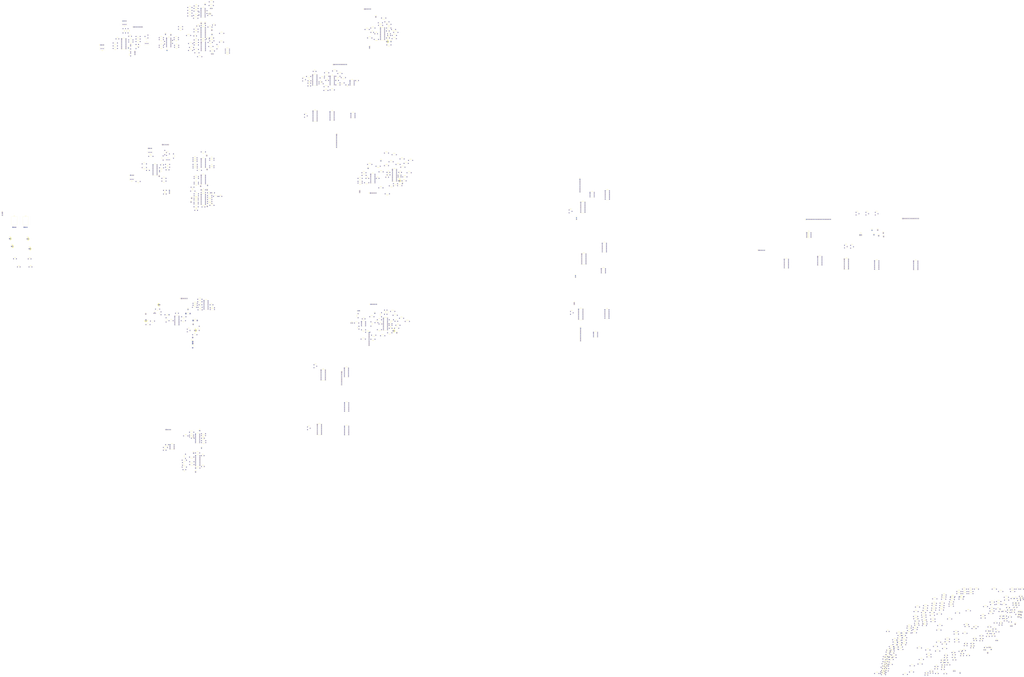
<source format=kicad_pcb>
(kicad_pcb (version 20171130) (host pcbnew "(5.1.7-0-10_14)")
  (layers (0 F.Cu signal) (31 B.Cu signal) (34 B.Paste user) (35 F.Paste user) (36 B.SilkS user) (37 F.SilkS user) (38 B.Mask user) (39 F.Mask user) (44 Edge.Cuts user))
  (net 0 "")
  (net 1 GND)
  (net 2 +12V)
  (net 3 -12V)
  (net 4 "Net-(C3-Pad2)")
  (net 5 "Net-(C3-Pad1)")
  (net 6 -5V)
  (net 7 "Net-(C6-Pad2)")
  (net 8 "Net-(C11-Pad2)")
  (net 9 "Net-(C14-Pad1)")
  (net 10 "Net-(C15-Pad1)")
  (net 11 "Net-(C15-Pad2)")
  (net 12 "Net-(C16-Pad2)")
  (net 13 "Net-(C16-Pad1)")
  (net 14 "Net-(C17-Pad2)")
  (net 15 "Net-(C22-Pad2)")
  (net 16 "Net-(C22-Pad1)")
  (net 17 "Net-(C25-Pad2)")
  (net 18 "Net-(C25-Pad1)")
  (net 19 "Net-(C26-Pad1)")
  (net 20 "Net-(C27-Pad2)")
  (net 21 +5V)
  (net 22 "Net-(C31-Pad2)")
  (net 23 "Net-(C31-Pad1)")
  (net 24 "Net-(C37-Pad1)")
  (net 25 "Net-(C38-Pad1)")
  (net 26 "Net-(C40-Pad1)")
  (net 27 "Net-(C41-Pad1)")
  (net 28 "Net-(C42-Pad1)")
  (net 29 "Net-(C43-Pad1)")
  (net 30 "Net-(C44-Pad1)")
  (net 31 "Net-(C45-Pad1)")
  (net 32 "Net-(C47-Pad1)")
  (net 33 "Net-(C48-Pad1)")
  (net 34 "Net-(C50-Pad1)")
  (net 35 "Net-(C50-Pad2)")
  (net 36 "Net-(C51-Pad1)")
  (net 37 "Net-(C52-Pad1)")
  (net 38 "Net-(C52-Pad2)")
  (net 39 "Net-(C53-Pad2)")
  (net 40 "Net-(C53-Pad1)")
  (net 41 "Net-(C54-Pad2)")
  (net 42 "Net-(C54-Pad1)")
  (net 43 "Net-(C55-Pad1)")
  (net 44 "Net-(C56-Pad1)")
  (net 45 "Net-(C57-Pad2)")
  (net 46 "Net-(C58-Pad2)")
  (net 47 "Net-(C59-Pad2)")
  (net 48 "Net-(C60-Pad1)")
  (net 49 "Net-(C61-Pad1)")
  (net 50 "Net-(C61-Pad2)")
  (net 51 "Net-(C62-Pad2)")
  (net 52 "Net-(C62-Pad1)")
  (net 53 "Net-(C63-Pad1)")
  (net 54 "Net-(C65-Pad1)")
  (net 55 "Net-(C66-Pad1)")
  (net 56 "Net-(C71-Pad2)")
  (net 57 "Net-(C72-Pad2)")
  (net 58 "Net-(C73-Pad2)")
  (net 59 "Net-(C73-Pad1)")
  (net 60 "Net-(C74-Pad1)")
  (net 61 "Net-(C74-Pad2)")
  (net 62 "Net-(C84-Pad2)")
  (net 63 "Net-(C87-Pad2)")
  (net 64 "Net-(C87-Pad1)")
  (net 65 "Net-(C90-Pad2)")
  (net 66 "Net-(C91-Pad1)")
  (net 67 "Net-(C92-Pad1)")
  (net 68 "Net-(C93-Pad2)")
  (net 69 "Net-(C94-Pad1)")
  (net 70 "Net-(C97-Pad1)")
  (net 71 "Net-(C103-Pad2)")
  (net 72 "Net-(C105-Pad2)")
  (net 73 "Net-(C108-Pad1)")
  (net 74 "Net-(C108-Pad2)")
  (net 75 "Net-(C109-Pad1)")
  (net 76 "Net-(C109-Pad2)")
  (net 77 "Net-(C118-Pad1)")
  (net 78 "Net-(C119-Pad1)")
  (net 79 "Net-(C120-Pad2)")
  (net 80 "Net-(C121-Pad2)")
  (net 81 "Net-(C122-Pad1)")
  (net 82 "Net-(C122-Pad2)")
  (net 83 "Net-(C123-Pad1)")
  (net 84 "Net-(C123-Pad2)")
  (net 85 "Net-(C128-Pad1)")
  (net 86 "Net-(C129-Pad1)")
  (net 87 "Net-(C131-Pad1)")
  (net 88 "Net-(C136-Pad1)")
  (net 89 "Net-(C138-Pad1)")
  (net 90 "Net-(C138-Pad2)")
  (net 91 /AudioOutput)
  (net 92 "Net-(C139-Pad1)")
  (net 93 "Net-(C144-Pad1)")
  (net 94 "Net-(C144-Pad2)")
  (net 95 "Net-(C145-Pad1)")
  (net 96 "Net-(C145-Pad2)")
  (net 97 "Net-(C146-Pad2)")
  (net 98 "Net-(C146-Pad1)")
  (net 99 "Net-(C147-Pad2)")
  (net 100 "Net-(C147-Pad1)")
  (net 101 "Net-(C148-Pad2)")
  (net 102 "Net-(C148-Pad1)")
  (net 103 "Net-(C149-Pad1)")
  (net 104 "Net-(C149-Pad2)")
  (net 105 "Net-(C162-Pad1)")
  (net 106 "Net-(C163-Pad1)")
  (net 107 "Net-(C170-Pad1)")
  (net 108 "Net-(C171-Pad1)")
  (net 109 "Net-(C172-Pad2)")
  (net 110 "Net-(C172-Pad1)")
  (net 111 "Net-(C173-Pad1)")
  (net 112 "Net-(C173-Pad2)")
  (net 113 "Net-(C174-Pad1)")
  (net 114 "Net-(C174-Pad2)")
  (net 115 "Net-(C175-Pad1)")
  (net 116 "Net-(C175-Pad2)")
  (net 117 "Net-(D1-Pad1)")
  (net 118 "Net-(D3-Pad1)")
  (net 119 "Net-(D4-Pad1)")
  (net 120 "Net-(D4-Pad2)")
  (net 121 "Net-(D6-Pad1)")
  (net 122 "Net-(D10-Pad2)")
  (net 123 "Net-(J1-Pad1)")
  (net 124 "Net-(J1-Pad2)")
  (net 125 "Net-(J1-Pad3)")
  (net 126 "Net-(J1-Pad4)")
  (net 127 "Net-(J2-Pad1)")
  (net 128 "Net-(J2-Pad2)")
  (net 129 "Net-(J2-Pad3)")
  (net 130 "Net-(J2-Pad4)")
  (net 131 "Net-(J2-Pad5)")
  (net 132 "Net-(J3-Pad1)")
  (net 133 "Net-(J3-Pad2)")
  (net 134 "Net-(J3-Pad3)")
  (net 135 "Net-(J3-Pad4)")
  (net 136 "Net-(J3-Pad5)")
  (net 137 "Net-(J3-Pad6)")
  (net 138 "Net-(J3-Pad7)")
  (net 139 "Net-(J4-Pad3)")
  (net 140 "Net-(J5-Pad3)")
  (net 141 "Net-(J6-Pad1)")
  (net 142 "Net-(J7-Pad2)")
  (net 143 "Net-(J7-Pad1)")
  (net 144 "Net-(J8-Pad5)")
  (net 145 "Net-(J8-Pad4)")
  (net 146 "Net-(J9-Pad1)")
  (net 147 "Net-(J10-Pad2)")
  (net 148 "Net-(J10-Pad1)")
  (net 149 "Net-(J11-Pad1)")
  (net 150 "Net-(J11-Pad2)")
  (net 151 "Net-(J12-Pad2)")
  (net 152 "Net-(J12-Pad3)")
  (net 153 "Net-(J12-Pad4)")
  (net 154 "Net-(J12-Pad5)")
  (net 155 "Net-(J12-Pad6)")
  (net 156 "Net-(J12-Pad7)")
  (net 157 "Net-(J12-Pad8)")
  (net 158 "Net-(J12-Pad9)")
  (net 159 "Net-(J12-Pad10)")
  (net 160 "Net-(J13-Pad10)")
  (net 161 "Net-(J13-Pad9)")
  (net 162 "Net-(J13-Pad8)")
  (net 163 "Net-(J13-Pad7)")
  (net 164 "Net-(J13-Pad6)")
  (net 165 "Net-(J13-Pad5)")
  (net 166 "Net-(J13-Pad4)")
  (net 167 "Net-(J13-Pad3)")
  (net 168 "Net-(J13-Pad2)")
  (net 169 "Net-(J14-Pad2)")
  (net 170 "Net-(J14-Pad3)")
  (net 171 "Net-(J14-Pad4)")
  (net 172 "Net-(J14-Pad5)")
  (net 173 "Net-(J14-Pad6)")
  (net 174 "Net-(J14-Pad7)")
  (net 175 "Net-(J14-Pad8)")
  (net 176 "Net-(J14-Pad9)")
  (net 177 "Net-(J14-Pad10)")
  (net 178 "Net-(J15-Pad10)")
  (net 179 "Net-(J15-Pad9)")
  (net 180 "Net-(J15-Pad8)")
  (net 181 "Net-(J15-Pad7)")
  (net 182 "Net-(J15-Pad6)")
  (net 183 "Net-(J15-Pad5)")
  (net 184 "Net-(J15-Pad4)")
  (net 185 "Net-(J15-Pad3)")
  (net 186 "Net-(J15-Pad2)")
  (net 187 "Net-(J16-Pad2)")
  (net 188 "Net-(J17-Pad2)")
  (net 189 "Net-(J18-Pad2)")
  (net 190 "Net-(J18-Pad1)")
  (net 191 "Net-(J19-Pad2)")
  (net 192 "Net-(J19-Pad1)")
  (net 193 "Net-(J20-Pad2)")
  (net 194 "Net-(J21-Pad2)")
  (net 195 "Net-(J21-Pad3)")
  (net 196 "Net-(J21-Pad4)")
  (net 197 "Net-(J21-Pad5)")
  (net 198 "Net-(J21-Pad6)")
  (net 199 "Net-(J21-Pad7)")
  (net 200 "Net-(J21-Pad8)")
  (net 201 "Net-(J21-Pad9)")
  (net 202 "Net-(J21-Pad10)")
  (net 203 "Net-(J22-Pad10)")
  (net 204 "Net-(J22-Pad9)")
  (net 205 "Net-(J22-Pad8)")
  (net 206 "Net-(J22-Pad7)")
  (net 207 "Net-(J22-Pad6)")
  (net 208 "Net-(J22-Pad5)")
  (net 209 "Net-(J22-Pad4)")
  (net 210 "Net-(J22-Pad3)")
  (net 211 "Net-(J22-Pad2)")
  (net 212 "Net-(J23-Pad2)")
  (net 213 "Net-(J24-Pad2)")
  (net 214 /CVInput)
  (net 215 "Net-(J26-Pad2)")
  (net 216 "Net-(J26-Pad1)")
  (net 217 "Net-(J28-Pad3)")
  (net 218 "Net-(J28-Pad4)")
  (net 219 "Net-(J28-Pad5)")
  (net 220 "Net-(J28-Pad6)")
  (net 221 "Net-(J28-Pad7)")
  (net 222 "Net-(J28-Pad8)")
  (net 223 "Net-(J28-Pad9)")
  (net 224 "Net-(J28-Pad10)")
  (net 225 "Net-(J28-Pad11)")
  (net 226 "Net-(J28-Pad13)")
  (net 227 "Net-(J28-Pad14)")
  (net 228 "Net-(J28-Pad15)")
  (net 229 "Net-(J28-Pad16)")
  (net 230 "Net-(J28-Pad17)")
  (net 231 "Net-(J28-Pad18)")
  (net 232 "Net-(J29-Pad1)")
  (net 233 "Net-(J29-Pad2)")
  (net 234 "Net-(Q1-Pad2)")
  (net 235 "Net-(R10-Pad1)")
  (net 236 "Net-(R2-Pad1)")
  (net 237 "Net-(R6-Pad1)")
  (net 238 "Net-(R11-Pad1)")
  (net 239 "Net-(R7-Pad1)")
  (net 240 "Net-(R12-Pad2)")
  (net 241 "Net-(R13-Pad1)")
  (net 242 "Net-(R14-Pad1)")
  (net 243 "Net-(R17-Pad2)")
  (net 244 "Net-(R18-Pad1)")
  (net 245 "Net-(R21-Pad2)")
  (net 246 "Net-(R22-Pad1)")
  (net 247 "Net-(R23-Pad2)")
  (net 248 "Net-(R23-Pad1)")
  (net 249 "Net-(R24-Pad2)")
  (net 250 "Net-(R24-Pad1)")
  (net 251 "Net-(R25-Pad2)")
  (net 252 "Net-(R26-Pad2)")
  (net 253 "Net-(R27-Pad2)")
  (net 254 "Net-(R28-Pad2)")
  (net 255 "Net-(R29-Pad1)")
  (net 256 "Net-(R33-Pad2)")
  (net 257 "Net-(R34-Pad2)")
  (net 258 "Net-(R36-Pad2)")
  (net 259 "Net-(R37-Pad2)")
  (net 260 "Net-(R38-Pad2)")
  (net 261 "Net-(R39-Pad1)")
  (net 262 "Net-(R40-Pad2)")
  (net 263 "Net-(R42-Pad2)")
  (net 264 "Net-(R43-Pad1)")
  (net 265 "Net-(R44-Pad1)")
  (net 266 "Net-(R45-Pad2)")
  (net 267 "Net-(R45-Pad1)")
  (net 268 "Net-(R46-Pad1)")
  (net 269 "Net-(R47-Pad1)")
  (net 270 "Net-(R48-Pad2)")
  (net 271 "Net-(R50-Pad2)")
  (net 272 "Net-(R51-Pad1)")
  (net 273 "Net-(R52-Pad1)")
  (net 274 "Net-(R53-Pad2)")
  (net 275 "Net-(R53-Pad1)")
  (net 276 "Net-(R101-Pad2)")
  (net 277 "Net-(R55-Pad1)")
  (net 278 "Net-(R56-Pad2)")
  (net 279 "Net-(R58-Pad2)")
  (net 280 "Net-(R59-Pad2)")
  (net 281 "Net-(R61-Pad2)")
  (net 282 "Net-(R62-Pad1)")
  (net 283 "Net-(R63-Pad2)")
  (net 284 "Net-(R64-Pad2)")
  (net 285 "Net-(R65-Pad1)")
  (net 286 "Net-(R66-Pad1)")
  (net 287 "Net-(R67-Pad1)")
  (net 288 "Net-(R114-Pad2)")
  (net 289 "Net-(R69-Pad2)")
  (net 290 "Net-(R71-Pad2)")
  (net 291 "Net-(R72-Pad2)")
  (net 292 "Net-(R74-Pad2)")
  (net 293 "Net-(R75-Pad1)")
  (net 294 "Net-(R76-Pad1)")
  (net 295 "Net-(R77-Pad2)")
  (net 296 "Net-(R79-Pad2)")
  (net 297 "Net-(R122-Pad2)")
  (net 298 "Net-(R119-Pad2)")
  (net 299 "Net-(R84-Pad2)")
  (net 300 "Net-(R102-Pad1)")
  (net 301 "Net-(R103-Pad2)")
  (net 302 "Net-(R89-Pad1)")
  (net 303 "Net-(R91-Pad2)")
  (net 304 "Net-(R107-Pad1)")
  (net 305 "Net-(R124-Pad1)")
  (net 306 "Net-(R126-Pad1)")
  (net 307 "Net-(R96-Pad1)")
  (net 308 "Net-(R100-Pad1)")
  (net 309 "Net-(R129-Pad1)")
  (net 310 "Net-(R101-Pad1)")
  (net 311 "Net-(R102-Pad2)")
  (net 312 "Net-(R103-Pad1)")
  (net 313 "Net-(R104-Pad2)")
  (net 314 "Net-(R106-Pad2)")
  (net 315 "Net-(R107-Pad2)")
  (net 316 "Net-(R108-Pad1)")
  (net 317 "Net-(R109-Pad1)")
  (net 318 "Net-(R110-Pad1)")
  (net 319 "Net-(R111-Pad1)")
  (net 320 "Net-(R114-Pad1)")
  (net 321 "Net-(R117-Pad1)")
  (net 322 "Net-(R118-Pad2)")
  (net 323 "Net-(R119-Pad1)")
  (net 324 "Net-(R120-Pad1)")
  (net 325 "Net-(R121-Pad1)")
  (net 326 "Net-(R122-Pad1)")
  (net 327 "Net-(R124-Pad2)")
  (net 328 "Net-(R126-Pad2)")
  (net 329 "Net-(R127-Pad1)")
  (net 330 "Net-(R128-Pad2)")
  (net 331 "Net-(R129-Pad2)")
  (net 332 "Net-(R133-Pad2)")
  (net 333 "Net-(R137-Pad1)")
  (net 334 "Net-(R139-Pad1)")
  (net 335 "Net-(R140-Pad1)")
  (net 336 "Net-(R143-Pad1)")
  (net 337 "Net-(R144-Pad2)")
  (net 338 "Net-(R145-Pad1)")
  (net 339 "Net-(R146-Pad2)")
  (net 340 "Net-(R147-Pad2)")
  (net 341 "Net-(R148-Pad1)")
  (net 342 "Net-(R149-Pad1)")
  (net 343 "Net-(R150-Pad1)")
  (net 344 "Net-(R151-Pad1)")
  (net 345 "Net-(R152-Pad1)")
  (net 346 "Net-(R158-Pad1)")
  (net 347 "Net-(R159-Pad1)")
  (net 348 "Net-(R160-Pad1)")
  (net 349 "Net-(R161-Pad1)")
  (net 350 "Net-(R164-Pad1)")
  (net 351 "Net-(R165-Pad1)")
  (net 352 "Net-(R166-Pad2)")
  (net 353 "Net-(R168-Pad1)")
  (net 354 "Net-(R169-Pad1)")
  (net 355 "Net-(R171-Pad1)")
  (net 356 "Net-(R173-Pad1)")
  (net 357 "Net-(R174-Pad1)")
  (net 358 "Net-(R176-Pad2)")
  (net 359 "Net-(R177-Pad2)")
  (net 360 "Net-(R178-Pad2)")
  (net 361 "Net-(R178-Pad1)")
  (net 362 "Net-(R179-Pad2)")
  (net 363 "Net-(R179-Pad1)")
  (net 364 "Net-(R180-Pad1)")
  (net 365 "Net-(R181-Pad1)")
  (net 366 "Net-(R182-Pad1)")
  (net 367 "Net-(R183-Pad1)")
  (net 368 "Net-(R184-Pad1)")
  (net 369 "Net-(R185-Pad1)")
  (net 370 "Net-(R186-Pad2)")
  (net 371 "Net-(R187-Pad2)")
  (net 372 "Net-(R188-Pad1)")
  (net 373 "Net-(R189-Pad1)")
  (net 374 "Net-(R190-Pad1)")
  (net 375 "Net-(R191-Pad1)")
  (net 376 "Net-(R192-Pad2)")
  (net 377 "Net-(R193-Pad2)")
  (net 378 "Net-(R194-Pad2)")
  (net 379 "Net-(R195-Pad2)")
  (net 380 "Net-(R196-Pad2)")
  (net 381 "Net-(R197-Pad2)")
  (net 382 "Net-(R198-Pad2)")
  (net 383 "Net-(R198-Pad1)")
  (net 384 "Net-(R199-Pad2)")
  (net 385 "Net-(R199-Pad1)")
  (net 386 "Net-(R200-Pad1)")
  (net 387 "Net-(R201-Pad2)")
  (net 388 "Net-(R202-Pad1)")
  (net 389 "Net-(R203-Pad1)")
  (net 390 "Net-(R204-Pad2)")
  (net 391 "Net-(R205-Pad1)")
  (net 392 "Net-(R208-Pad2)")
  (net 393 "Net-(R209-Pad2)")
  (net 394 "Net-(R210-Pad1)")
  (net 395 "Net-(R211-Pad1)")
  (net 396 "Net-(R212-Pad1)")
  (net 397 "Net-(R213-Pad1)")
  (net 398 "Net-(R214-Pad2)")
  (net 399 "Net-(R215-Pad2)")
  (net 400 "Net-(R216-Pad2)")
  (net 401 "Net-(R217-Pad2)")
  (net 402 "Net-(R219-Pad2)")
  (net 403 "Net-(R220-Pad2)")
  (net 404 "Net-(R221-Pad2)")
  (net 405 "Net-(R222-Pad2)")
  (net 406 "Net-(R223-Pad2)")
  (net 407 "Net-(R224-Pad1)")
  (net 408 "Net-(R225-Pad1)")
  (net 409 "Net-(R226-Pad1)")
  (net 410 "Net-(R235-Pad1)")
  (net 411 "Net-(R236-Pad2)")
  (net 412 "Net-(R237-Pad2)")
  (net 413 "Net-(R238-Pad2)")
  (net 414 "Net-(R239-Pad2)")
  (net 415 "Net-(R240-Pad1)")
  (net 416 "Net-(R243-Pad1)")
  (net 417 "Net-(R250-Pad2)")
  (net 418 "Net-(R251-Pad2)")
  (net 419 "Net-(R254-Pad1)")
  (net 420 "Net-(R255-Pad1)")
  (net 421 "Net-(R260-Pad2)")
  (net 422 "Net-(R261-Pad2)")
  (net 423 /AudioInput)
  (net 424 "Net-(R264-Pad1)")
  (net 425 "Net-(R265-Pad1)")
  (net 426 "Net-(R266-Pad1)")
  (net 427 "Net-(R267-Pad1)")
  (net 428 "Net-(R268-Pad1)")
  (net 429 "Net-(R269-Pad1)")
  (net 430 "Net-(R270-Pad1)")
  (net 431 "Net-(R271-Pad1)")
  (net 432 "Net-(R272-Pad2)")
  (net 433 "Net-(R275-Pad1)")
  (net 434 "Net-(R276-Pad1)")
  (net 435 "Net-(R277-Pad1)")
  (net 436 "Net-(R280-Pad1)")
  (net 437 "Net-(R281-Pad2)")
  (net 438 "Net-(R282-Pad2)")
  (net 439 "Net-(R282-Pad1)")
  (net 440 "Net-(R283-Pad2)")
  (net 441 "Net-(R285-Pad2)")
  (net 442 "Net-(R285-Pad1)")
  (net 443 "Net-(R288-Pad1)")
  (net 444 "Net-(R289-Pad1)")
  (net 445 "Net-(R290-Pad2)")
  (net 446 "Net-(R292-Pad1)")
  (net 447 "Net-(R293-Pad1)")
  (net 448 "Net-(R294-Pad2)")
  (net 449 "Net-(R295-Pad2)")
  (net 450 "Net-(R296-Pad2)")
  (net 451 "Net-(R297-Pad2)")
  (net 452 "Net-(R298-Pad2)")
  (net 453 "Net-(R302-Pad2)")
  (net 454 "Net-(R304-Pad2)")
  (net 455 "Net-(R305-Pad2)")
  (net 456 "Net-(R306-Pad2)")
  (net 457 "Net-(R310-Pad2)")
  (net 458 "Net-(R313-Pad2)")
  (net 459 "Net-(R314-Pad2)")
  (net 460 "Net-(R323-Pad1)")
  (net 461 "Net-(R324-Pad1)")
  (net 462 "Net-(R327-Pad1)")
  (net 463 "Net-(R328-Pad1)")
  (net 464 "Net-(R329-Pad1)")
  (net 465 "Net-(R330-Pad1)")
  (net 466 "Net-(R331-Pad1)")
  (net 467 "Net-(R332-Pad1)")
  (net 468 "Net-(R333-Pad2)")
  (net 469 "Net-(R333-Pad1)")
  (net 470 "Net-(R334-Pad2)")
  (net 471 "Net-(R335-Pad1)")
  (net 472 "Net-(R336-Pad2)")
  (net 473 "Net-(R339-Pad1)")
  (net 474 "Net-(R340-Pad1)")
  (net 475 "Net-(R341-Pad2)")
  (net 476 "Net-(R342-Pad2)")
  (net 477 "Net-(R343-Pad2)")
  (net 478 "Net-(R345-Pad2)")
  (net 479 "Net-(R346-Pad2)")
  (net 480 "Net-(R347-Pad2)")
  (net 481 "Net-(R348-Pad1)")
  (net 482 "Net-(R351-Pad2)")
  (net 483 "Net-(R352-Pad1)")
  (net 484 "Net-(R353-Pad1)")
  (net 485 "Net-(R356-Pad2)")
  (net 486 "Net-(R357-Pad1)")
  (net 487 "Net-(R366-Pad1)")
  (net 488 "Net-(R367-Pad2)")
  (net 489 "Net-(R368-Pad1)")
  (net 490 "Net-(R369-Pad2)")
  (net 491 "Net-(R370-Pad1)")
  (net 492 "Net-(R371-Pad2)")
  (net 493 "Net-(U3-Pad12)")
  (net 494 "Net-(U4-Pad5)")
  (net 495 "Net-(U4-Pad2)")
  (net 496 "Net-(U4-Pad6)")
  (net 497 "Net-(U4-Pad4)")
  (net 498 "Net-(U11-Pad16)")
  (net 499 "Net-(U11-Pad3)")
  (net 500 "Net-(U12-Pad3)")
  (net 501 "Net-(U12-Pad16)")
  (net 502 "Net-(U13-Pad3)")
  (net 503 "Net-(U13-Pad16)")
  (net 504 "Net-(U14-Pad3)")
  (net 505 "Net-(U14-Pad16)")
  (net 506 "Net-(U16-Pad3)")
  (net 507 "Net-(U16-Pad16)")
  (net 508 "Net-(U17-Pad16)")
  (net 509 "Net-(U17-Pad3)")
  (net 510 "Net-(U37-Pad13)")
  (net 511 "Net-(U23-Pad13)")
  (net 512 "Net-(U24-Pad13)")
  (net 513 "Net-(C64-Pad1)")
  (net 514 "Net-(C95-Pad1)")
  (net 515 "Net-(C96-Pad1)")
  (module Capacitor_THT:C_Disc_D5.0mm_W2.5mm_P5.00mm (layer F.Cu) (at -712.216 -399.288 90)
    (fp_text reference C1 (at 2.5 -2.5 90) (layer F.SilkS))
    (fp_text value 100nF)
    (pad 1 thru_hole circle (at 0 0 90) (size 1.6 1.6) (drill 0.8) (layers *.Cu *.Mask) (net 1 GND))
    (pad 2 thru_hole circle (at 5 0 90) (size 1.6 1.6) (drill 0.8) (layers *.Cu *.Mask) (net 2 +12V))
  )
  (module Capacitor_THT:C_Disc_D5.0mm_W2.5mm_P5.00mm (layer F.Cu) (at -697.992 -401.828 90)
    (fp_text reference C2 (at 2.5 -2.5 90) (layer F.SilkS))
    (fp_text value 100nF)
    (pad 2 thru_hole circle (at 5 0 90) (size 1.6 1.6) (drill 0.8) (layers *.Cu *.Mask) (net 1 GND))
    (pad 1 thru_hole circle (at 0 0 90) (size 1.6 1.6) (drill 0.8) (layers *.Cu *.Mask) (net 3 -12V))
  )
  (module Capacitor_THT:CP_Radial_D5.0mm_P2.00mm (layer F.Cu) (at -808.228 151.13 270)
    (fp_text reference C3 (at 1 -3.75 90) (layer F.SilkS))
    (fp_text value 47uF)
    (pad 2 thru_hole circle (at 2 0 270) (size 1.6 1.6) (drill 0.8) (layers *.Cu *.Mask) (net 4 "Net-(C3-Pad2)"))
    (pad 1 thru_hole rect (at 0 0 270) (size 1.6 1.6) (drill 0.8) (layers *.Cu *.Mask) (net 5 "Net-(C3-Pad1)"))
  )
  (module Capacitor_THT:C_Disc_D5.0mm_W2.5mm_P5.00mm (layer F.Cu) (at -781.558 -128.778)
    (fp_text reference C4 (at 2.5 -2.5) (layer F.SilkS))
    (fp_text value 100nF)
    (pad 2 thru_hole circle (at 5 0) (size 1.6 1.6) (drill 0.8) (layers *.Cu *.Mask) (net 1 GND))
    (pad 1 thru_hole circle (at 0 0) (size 1.6 1.6) (drill 0.8) (layers *.Cu *.Mask) (net 2 +12V))
  )
  (module Capacitor_THT:C_Disc_D5.0mm_W2.5mm_P5.00mm (layer F.Cu) (at -806.958 -118.618)
    (fp_text reference C5 (at 2.5 -2.5) (layer F.SilkS))
    (fp_text value 100nF)
    (pad 1 thru_hole circle (at 0 0) (size 1.6 1.6) (drill 0.8) (layers *.Cu *.Mask) (net 1 GND))
    (pad 2 thru_hole circle (at 5 0) (size 1.6 1.6) (drill 0.8) (layers *.Cu *.Mask) (net 6 -5V))
  )
  (module Capacitor_THT:C_Disc_D5.0mm_W2.5mm_P5.00mm (layer F.Cu) (at -771.652 -119.634)
    (fp_text reference C6 (at 2.5 -2.5) (layer F.SilkS))
    (fp_text value 10nF)
    (pad 2 thru_hole circle (at 5 0) (size 1.6 1.6) (drill 0.8) (layers *.Cu *.Mask) (net 7 "Net-(C6-Pad2)"))
    (pad 1 thru_hole circle (at 0 0) (size 1.6 1.6) (drill 0.8) (layers *.Cu *.Mask) (net 1 GND))
  )
  (module Capacitor_THT:C_Disc_D5.0mm_W2.5mm_P5.00mm (layer F.Cu) (at -754.634 138.938)
    (fp_text reference C7 (at 2.5 -2.5) (layer F.SilkS))
    (fp_text value 100nF)
    (pad 1 thru_hole circle (at 0 0) (size 1.6 1.6) (drill 0.8) (layers *.Cu *.Mask) (net 1 GND))
    (pad 2 thru_hole circle (at 5 0) (size 1.6 1.6) (drill 0.8) (layers *.Cu *.Mask) (net 2 +12V))
  )
  (module Capacitor_THT:CP_Radial_D5.0mm_P2.00mm (layer F.Cu) (at -783.336 123.698 180)
    (fp_text reference C8 (at 1 -3.75) (layer F.SilkS))
    (fp_text value 100uF)
    (pad 1 thru_hole rect (at 0 0 180) (size 1.6 1.6) (drill 0.8) (layers *.Cu *.Mask) (net 2 +12V))
    (pad 2 thru_hole circle (at 2 0 180) (size 1.6 1.6) (drill 0.8) (layers *.Cu *.Mask) (net 1 GND))
  )
  (module Capacitor_THT:C_Disc_D5.0mm_W2.5mm_P5.00mm (layer F.Cu) (at -774.446 -346.456 90)
    (fp_text reference C9 (at 2.5 -2.5 90) (layer F.SilkS))
    (fp_text value 100nF)
    (pad 1 thru_hole circle (at 0 0 90) (size 1.6 1.6) (drill 0.8) (layers *.Cu *.Mask) (net 1 GND))
    (pad 2 thru_hole circle (at 5 0 90) (size 1.6 1.6) (drill 0.8) (layers *.Cu *.Mask) (net 2 +12V))
  )
  (module Capacitor_THT:C_Disc_D5.0mm_W2.5mm_P5.00mm (layer F.Cu) (at -760.222 -347.98 90)
    (fp_text reference C10 (at 2.5 -2.5 90) (layer F.SilkS))
    (fp_text value 100nF)
    (pad 2 thru_hole circle (at 5 0 90) (size 1.6 1.6) (drill 0.8) (layers *.Cu *.Mask) (net 1 GND))
    (pad 1 thru_hole circle (at 0 0 90) (size 1.6 1.6) (drill 0.8) (layers *.Cu *.Mask) (net 3 -12V))
  )
  (module Capacitor_THT:C_Disc_D5.0mm_W2.5mm_P5.00mm (layer F.Cu) (at -821.436 -345.948 270)
    (fp_text reference C11 (at 2.5 -2.5 90) (layer F.SilkS))
    (fp_text value 10nF)
    (pad 1 thru_hole circle (at 0 0 270) (size 1.6 1.6) (drill 0.8) (layers *.Cu *.Mask) (net 1 GND))
    (pad 2 thru_hole circle (at 5 0 270) (size 1.6 1.6) (drill 0.8) (layers *.Cu *.Mask) (net 8 "Net-(C11-Pad2)"))
  )
  (module Capacitor_THT:C_Disc_D5.0mm_W2.5mm_P5.00mm (layer F.Cu) (at 695.884901 721.106201)
    (fp_text reference C12 (at 2.5 -2.5) (layer F.SilkS))
    (fp_text value 100nF)
    (pad 1 thru_hole circle (at 0 0) (size 1.6 1.6) (drill 0.8) (layers *.Cu *.Mask) (net 1 GND))
    (pad 2 thru_hole circle (at 5 0) (size 1.6 1.6) (drill 0.8) (layers *.Cu *.Mask) (net 2 +12V))
  )
  (module Capacitor_THT:C_Disc_D5.0mm_W2.5mm_P5.00mm (layer F.Cu) (at 646.225026 755.329373)
    (fp_text reference C13 (at 2.5 -2.5) (layer F.SilkS))
    (fp_text value 100nF)
    (pad 2 thru_hole circle (at 5 0) (size 1.6 1.6) (drill 0.8) (layers *.Cu *.Mask) (net 1 GND))
    (pad 1 thru_hole circle (at 0 0) (size 1.6 1.6) (drill 0.8) (layers *.Cu *.Mask) (net 3 -12V))
  )
  (module Capacitor_THT:C_Disc_D5.0mm_W2.5mm_P5.00mm (layer F.Cu) (at -780.796 141.732 90)
    (fp_text reference C14 (at 2.5 -2.5 90) (layer F.SilkS))
    (fp_text value 10nF)
    (pad 2 thru_hole circle (at 5 0 90) (size 1.6 1.6) (drill 0.8) (layers *.Cu *.Mask) (net 1 GND))
    (pad 1 thru_hole circle (at 0 0 90) (size 1.6 1.6) (drill 0.8) (layers *.Cu *.Mask) (net 9 "Net-(C14-Pad1)"))
  )
  (module Capacitor_THT:C_Disc_D5.0mm_W2.5mm_P5.00mm (layer F.Cu) (at -771.398 -82.55 180)
    (fp_text reference C15 (at 2.5 -2.5) (layer F.SilkS))
    (fp_text value 10nF)
    (pad 1 thru_hole circle (at 0 0 180) (size 1.6 1.6) (drill 0.8) (layers *.Cu *.Mask) (net 10 "Net-(C15-Pad1)"))
    (pad 2 thru_hole circle (at 5 0 180) (size 1.6 1.6) (drill 0.8) (layers *.Cu *.Mask) (net 11 "Net-(C15-Pad2)"))
  )
  (module Capacitor_THT:C_Disc_D5.0mm_W2.5mm_P5.00mm (layer F.Cu) (at -776.478 -75.946)
    (fp_text reference C16 (at 2.5 -2.5) (layer F.SilkS))
    (fp_text value 10nF)
    (pad 2 thru_hole circle (at 5 0) (size 1.6 1.6) (drill 0.8) (layers *.Cu *.Mask) (net 12 "Net-(C16-Pad2)"))
    (pad 1 thru_hole circle (at 0 0) (size 1.6 1.6) (drill 0.8) (layers *.Cu *.Mask) (net 13 "Net-(C16-Pad1)"))
  )
  (module Capacitor_THT:C_Radial_D5.0mm_H11.0mm_P2.00mm (layer F.Cu) (at -783.59 -118.364 270)
    (fp_text reference C17 (at 1 -3.75 90) (layer F.SilkS))
    (fp_text value 1000pF)
    (pad 1 thru_hole circle (at 0 0 270) (size 1.6 1.6) (drill 0.8) (layers *.Cu *.Mask) (net 1 GND))
    (pad 2 thru_hole circle (at 2 0 270) (size 1.6 1.6) (drill 0.8) (layers *.Cu *.Mask) (net 14 "Net-(C17-Pad2)"))
  )
  (module Capacitor_THT:C_Disc_D5.0mm_W2.5mm_P5.00mm (layer F.Cu) (at 738.635576 685.643059)
    (fp_text reference C18 (at 2.5 -2.5) (layer F.SilkS))
    (fp_text value 100nF)
    (pad 1 thru_hole circle (at 0 0) (size 1.6 1.6) (drill 0.8) (layers *.Cu *.Mask) (net 1 GND))
    (pad 2 thru_hole circle (at 5 0) (size 1.6 1.6) (drill 0.8) (layers *.Cu *.Mask) (net 2 +12V))
  )
  (module Capacitor_THT:C_Disc_D5.0mm_W2.5mm_P5.00mm (layer F.Cu) (at 632.406626 765.001139)
    (fp_text reference C19 (at 2.5 -2.5) (layer F.SilkS))
    (fp_text value 100nF)
    (pad 2 thru_hole circle (at 5 0) (size 1.6 1.6) (drill 0.8) (layers *.Cu *.Mask) (net 1 GND))
    (pad 1 thru_hole circle (at 0 0) (size 1.6 1.6) (drill 0.8) (layers *.Cu *.Mask) (net 3 -12V))
  )
  (module Capacitor_THT:C_Disc_D5.0mm_W2.5mm_P5.00mm (layer F.Cu) (at -712.216 123.952)
    (fp_text reference C20 (at 2.5 -2.5) (layer F.SilkS))
    (fp_text value 100nF)
    (pad 1 thru_hole circle (at 0 0) (size 1.6 1.6) (drill 0.8) (layers *.Cu *.Mask) (net 1 GND))
    (pad 2 thru_hole circle (at 5 0) (size 1.6 1.6) (drill 0.8) (layers *.Cu *.Mask) (net 2 +12V))
  )
  (module Capacitor_THT:C_Disc_D5.0mm_W2.5mm_P5.00mm (layer F.Cu) (at -692.404 123.952)
    (fp_text reference C21 (at 2.5 -2.5) (layer F.SilkS))
    (fp_text value 100nF)
    (pad 2 thru_hole circle (at 5 0) (size 1.6 1.6) (drill 0.8) (layers *.Cu *.Mask) (net 1 GND))
    (pad 1 thru_hole circle (at 0 0) (size 1.6 1.6) (drill 0.8) (layers *.Cu *.Mask) (net 3 -12V))
  )
  (module Capacitor_THT:C_Disc_D5.0mm_W2.5mm_P5.00mm (layer F.Cu) (at -835.66 -332.74 90)
    (fp_text reference C22 (at 2.5 -2.5 90) (layer F.SilkS))
    (fp_text value 10nF)
    (pad 2 thru_hole circle (at 5 0 90) (size 1.6 1.6) (drill 0.8) (layers *.Cu *.Mask) (net 15 "Net-(C22-Pad2)"))
    (pad 1 thru_hole circle (at 0 0 90) (size 1.6 1.6) (drill 0.8) (layers *.Cu *.Mask) (net 16 "Net-(C22-Pad1)"))
  )
  (module Capacitor_THT:C_Disc_D5.0mm_W2.5mm_P5.00mm (layer F.Cu) (at 645.793201 760.041259)
    (fp_text reference C23 (at 2.5 -2.5) (layer F.SilkS))
    (fp_text value 100nF)
    (pad 1 thru_hole circle (at 0 0) (size 1.6 1.6) (drill 0.8) (layers *.Cu *.Mask) (net 1 GND))
    (pad 2 thru_hole circle (at 5 0) (size 1.6 1.6) (drill 0.8) (layers *.Cu *.Mask) (net 2 +12V))
  )
  (module Capacitor_THT:C_Disc_D5.0mm_W2.5mm_P5.00mm (layer F.Cu) (at 696.316726 726.066081)
    (fp_text reference C24 (at 2.5 -2.5) (layer F.SilkS))
    (fp_text value 100nF)
    (pad 2 thru_hole circle (at 5 0) (size 1.6 1.6) (drill 0.8) (layers *.Cu *.Mask) (net 1 GND))
    (pad 1 thru_hole circle (at 0 0) (size 1.6 1.6) (drill 0.8) (layers *.Cu *.Mask) (net 3 -12V))
  )
  (module Capacitor_THT:C_Disc_D5.0mm_W2.5mm_P5.00mm (layer F.Cu) (at -835.66 -325.12 90)
    (fp_text reference C25 (at 2.5 -2.5 90) (layer F.SilkS))
    (fp_text value 10nF)
    (pad 2 thru_hole circle (at 5 0 90) (size 1.6 1.6) (drill 0.8) (layers *.Cu *.Mask) (net 17 "Net-(C25-Pad2)"))
    (pad 1 thru_hole circle (at 0 0 90) (size 1.6 1.6) (drill 0.8) (layers *.Cu *.Mask) (net 18 "Net-(C25-Pad1)"))
  )
  (module Capacitor_THT:C_Disc_D5.0mm_W2.5mm_P5.00mm (layer F.Cu) (at -776.732 386.334)
    (fp_text reference C26 (at 2.5 -2.5) (layer F.SilkS))
    (fp_text value 10nF)
    (pad 1 thru_hole circle (at 0 0) (size 1.6 1.6) (drill 0.8) (layers *.Cu *.Mask) (net 19 "Net-(C26-Pad1)"))
    (pad 2 thru_hole circle (at 5 0) (size 1.6 1.6) (drill 0.8) (layers *.Cu *.Mask) (net 1 GND))
  )
  (module Capacitor_THT:C_Radial_D5.0mm_H11.0mm_P2.00mm (layer F.Cu) (at -835.66 -345.44 270)
    (fp_text reference C27 (at 1 -3.75 90) (layer F.SilkS))
    (fp_text value 1000pF)
    (pad 2 thru_hole circle (at 2 0 270) (size 1.6 1.6) (drill 0.8) (layers *.Cu *.Mask) (net 20 "Net-(C27-Pad2)"))
    (pad 1 thru_hole circle (at 0 0 270) (size 1.6 1.6) (drill 0.8) (layers *.Cu *.Mask) (net 1 GND))
  )
  (module Capacitor_THT:C_Disc_D5.0mm_W2.5mm_P5.00mm (layer F.Cu) (at -716.534 -378.968)
    (fp_text reference C28 (at 2.5 -2.5) (layer F.SilkS))
    (fp_text value 100nF)
    (pad 1 thru_hole circle (at 0 0) (size 1.6 1.6) (drill 0.8) (layers *.Cu *.Mask) (net 2 +12V))
    (pad 2 thru_hole circle (at 5 0) (size 1.6 1.6) (drill 0.8) (layers *.Cu *.Mask) (net 1 GND))
  )
  (module Capacitor_THT:C_Disc_D5.0mm_W2.5mm_P5.00mm (layer F.Cu) (at -699.008 -356.108)
    (fp_text reference C29 (at 2.5 -2.5) (layer F.SilkS))
    (fp_text value 100nF)
    (pad 2 thru_hole circle (at 5 0) (size 1.6 1.6) (drill 0.8) (layers *.Cu *.Mask) (net 3 -12V))
    (pad 1 thru_hole circle (at 0 0) (size 1.6 1.6) (drill 0.8) (layers *.Cu *.Mask) (net 1 GND))
  )
  (module Capacitor_THT:C_Disc_D5.0mm_W2.5mm_P5.00mm (layer F.Cu) (at -767.588 376.174 180)
    (fp_text reference C30 (at 2.5 -2.5) (layer F.SilkS))
    (fp_text value 100nF)
    (pad 1 thru_hole circle (at 0 0 180) (size 1.6 1.6) (drill 0.8) (layers *.Cu *.Mask) (net 21 +5V))
    (pad 2 thru_hole circle (at 5 0 180) (size 1.6 1.6) (drill 0.8) (layers *.Cu *.Mask) (net 1 GND))
  )
  (module Capacitor_THT:CP_Radial_D5.0mm_P2.00mm (layer F.Cu) (at -720.09 170.18)
    (fp_text reference C31 (at 1 -3.75) (layer F.SilkS))
    (fp_text value 47uF)
    (pad 2 thru_hole circle (at 2 0) (size 1.6 1.6) (drill 0.8) (layers *.Cu *.Mask) (net 22 "Net-(C31-Pad2)"))
    (pad 1 thru_hole rect (at 0 0) (size 1.6 1.6) (drill 0.8) (layers *.Cu *.Mask) (net 23 "Net-(C31-Pad1)"))
  )
  (module Capacitor_THT:C_Disc_D5.0mm_W2.5mm_P5.00mm (layer F.Cu) (at -839.216 -360.68)
    (fp_text reference C32 (at 2.5 -2.5) (layer F.SilkS))
    (fp_text value 100nF)
    (pad 2 thru_hole circle (at 5 0) (size 1.6 1.6) (drill 0.8) (layers *.Cu *.Mask) (net 1 GND))
    (pad 1 thru_hole circle (at 0 0) (size 1.6 1.6) (drill 0.8) (layers *.Cu *.Mask) (net 2 +12V))
  )
  (module Capacitor_THT:C_Disc_D5.0mm_W2.5mm_P5.00mm (layer F.Cu) (at -862.076 -356.108)
    (fp_text reference C33 (at 2.5 -2.5) (layer F.SilkS))
    (fp_text value 100nF)
    (pad 1 thru_hole circle (at 0 0) (size 1.6 1.6) (drill 0.8) (layers *.Cu *.Mask) (net 1 GND))
    (pad 2 thru_hole circle (at 5 0) (size 1.6 1.6) (drill 0.8) (layers *.Cu *.Mask) (net 6 -5V))
  )
  (module Capacitor_THT:C_Disc_D5.0mm_W2.5mm_P5.00mm (layer F.Cu) (at -726.186 364.744)
    (fp_text reference C34 (at 2.5 -2.5) (layer F.SilkS))
    (fp_text value 100nF)
    (pad 1 thru_hole circle (at 0 0) (size 1.6 1.6) (drill 0.8) (layers *.Cu *.Mask) (net 1 GND))
    (pad 2 thru_hole circle (at 5 0) (size 1.6 1.6) (drill 0.8) (layers *.Cu *.Mask) (net 2 +12V))
  )
  (module Capacitor_THT:C_Disc_D5.0mm_W2.5mm_P5.00mm (layer F.Cu) (at -707.898 364.744)
    (fp_text reference C35 (at 2.5 -2.5) (layer F.SilkS))
    (fp_text value 100nF)
    (pad 2 thru_hole circle (at 5 0) (size 1.6 1.6) (drill 0.8) (layers *.Cu *.Mask) (net 1 GND))
    (pad 1 thru_hole circle (at 0 0) (size 1.6 1.6) (drill 0.8) (layers *.Cu *.Mask) (net 3 -12V))
  )
  (module Capacitor_THT:C_Disc_D5.0mm_W2.5mm_P5.00mm (layer F.Cu) (at -708.152 395.986)
    (fp_text reference C36 (at 2.5 -2.5) (layer F.SilkS))
    (fp_text value 100nF)
    (pad 1 thru_hole circle (at 0 0) (size 1.6 1.6) (drill 0.8) (layers *.Cu *.Mask) (net 2 +12V))
    (pad 2 thru_hole circle (at 5 0) (size 1.6 1.6) (drill 0.8) (layers *.Cu *.Mask) (net 1 GND))
  )
  (module Capacitor_THT:C_Disc_D5.0mm_W2.5mm_P5.00mm (layer F.Cu) (at -721.614 -88.392 180)
    (fp_text reference C37 (at 2.5 -2.5) (layer F.SilkS))
    (fp_text value 560pF)
    (pad 2 thru_hole circle (at 5 0 180) (size 1.6 1.6) (drill 0.8) (layers *.Cu *.Mask) (net 1 GND))
    (pad 1 thru_hole circle (at 0 0 180) (size 1.6 1.6) (drill 0.8) (layers *.Cu *.Mask) (net 24 "Net-(C37-Pad1)"))
  )
  (module Capacitor_THT:C_Disc_D5.0mm_W2.5mm_P5.00mm (layer F.Cu) (at -720.09 -46.736)
    (fp_text reference C38 (at 2.5 -2.5) (layer F.SilkS))
    (fp_text value 560pF)
    (pad 1 thru_hole circle (at 0 0) (size 1.6 1.6) (drill 0.8) (layers *.Cu *.Mask) (net 25 "Net-(C38-Pad1)"))
    (pad 2 thru_hole circle (at 5 0) (size 1.6 1.6) (drill 0.8) (layers *.Cu *.Mask) (net 1 GND))
  )
  (module Capacitor_THT:C_Disc_D5.0mm_W2.5mm_P5.00mm (layer F.Cu) (at -707.898 415.544)
    (fp_text reference C39 (at 2.5 -2.5) (layer F.SilkS))
    (fp_text value 100nF)
    (pad 2 thru_hole circle (at 5 0) (size 1.6 1.6) (drill 0.8) (layers *.Cu *.Mask) (net 3 -12V))
    (pad 1 thru_hole circle (at 0 0) (size 1.6 1.6) (drill 0.8) (layers *.Cu *.Mask) (net 1 GND))
  )
  (module Capacitor_THT:C_Disc_D5.0mm_W2.5mm_P5.00mm (layer F.Cu) (at 760.226826 682.419137)
    (fp_text reference C40 (at 2.5 -2.5) (layer F.SilkS))
    (fp_text value 560pF)
    (pad 2 thru_hole circle (at 5 0) (size 1.6 1.6) (drill 0.8) (layers *.Cu *.Mask) (net 1 GND))
    (pad 1 thru_hole circle (at 0 0) (size 1.6 1.6) (drill 0.8) (layers *.Cu *.Mask) (net 26 "Net-(C40-Pad1)"))
  )
  (module Capacitor_THT:C_Disc_D5.0mm_W2.5mm_P5.00mm (layer F.Cu) (at 703.657751 742.185691)
    (fp_text reference C41 (at 2.5 -2.5) (layer F.SilkS))
    (fp_text value 560pF)
    (pad 1 thru_hole circle (at 0 0) (size 1.6 1.6) (drill 0.8) (layers *.Cu *.Mask) (net 27 "Net-(C41-Pad1)"))
    (pad 2 thru_hole circle (at 5 0) (size 1.6 1.6) (drill 0.8) (layers *.Cu *.Mask) (net 1 GND))
  )
  (module Capacitor_THT:C_Disc_D5.0mm_W2.5mm_P5.00mm (layer F.Cu) (at -721.868 -361.442)
    (fp_text reference C42 (at 2.5 -2.5) (layer F.SilkS))
    (fp_text value 560pF)
    (pad 1 thru_hole circle (at 0 0) (size 1.6 1.6) (drill 0.8) (layers *.Cu *.Mask) (net 28 "Net-(C42-Pad1)"))
    (pad 2 thru_hole circle (at 5 0) (size 1.6 1.6) (drill 0.8) (layers *.Cu *.Mask) (net 1 GND))
  )
  (module Capacitor_THT:C_Disc_D5.0mm_W2.5mm_P5.00mm (layer F.Cu) (at -688.086 -380.746)
    (fp_text reference C43 (at 2.5 -2.5) (layer F.SilkS))
    (fp_text value 560pF)
    (pad 2 thru_hole circle (at 5 0) (size 1.6 1.6) (drill 0.8) (layers *.Cu *.Mask) (net 1 GND))
    (pad 1 thru_hole circle (at 0 0) (size 1.6 1.6) (drill 0.8) (layers *.Cu *.Mask) (net 29 "Net-(C43-Pad1)"))
  )
  (module Capacitor_THT:C_Disc_D5.0mm_W2.5mm_P5.00mm (layer F.Cu) (at -742.188 408.432 270)
    (fp_text reference C44 (at 2.5 -2.5 90) (layer F.SilkS))
    (fp_text value 560pF)
    (pad 1 thru_hole circle (at 0 0 270) (size 1.6 1.6) (drill 0.8) (layers *.Cu *.Mask) (net 30 "Net-(C44-Pad1)"))
    (pad 2 thru_hole circle (at 5 0 270) (size 1.6 1.6) (drill 0.8) (layers *.Cu *.Mask) (net 1 GND))
  )
  (module Capacitor_THT:C_Disc_D5.0mm_W2.5mm_P5.00mm (layer F.Cu) (at -736.346 421.386 180)
    (fp_text reference C45 (at 2.5 -2.5) (layer F.SilkS))
    (fp_text value 560pF)
    (pad 2 thru_hole circle (at 5 0 180) (size 1.6 1.6) (drill 0.8) (layers *.Cu *.Mask) (net 1 GND))
    (pad 1 thru_hole circle (at 0 0 180) (size 1.6 1.6) (drill 0.8) (layers *.Cu *.Mask) (net 31 "Net-(C45-Pad1)"))
  )
  (module Capacitor_THT:C_Disc_D5.0mm_W2.5mm_P5.00mm (layer F.Cu) (at -696.976 -78.232)
    (fp_text reference C46 (at 2.5 -2.5) (layer F.SilkS))
    (fp_text value 100nF)
    (pad 1 thru_hole circle (at 0 0) (size 1.6 1.6) (drill 0.8) (layers *.Cu *.Mask) (net 2 +12V))
    (pad 2 thru_hole circle (at 5 0) (size 1.6 1.6) (drill 0.8) (layers *.Cu *.Mask) (net 1 GND))
  )
  (module Capacitor_THT:C_Disc_D5.0mm_W2.5mm_P5.00mm (layer F.Cu) (at -684.53 -78.232 180)
    (fp_text reference C47 (at 2.5 -2.5) (layer F.SilkS))
    (fp_text value 560pF)
    (pad 1 thru_hole circle (at 0 0 180) (size 1.6 1.6) (drill 0.8) (layers *.Cu *.Mask) (net 32 "Net-(C47-Pad1)"))
    (pad 2 thru_hole circle (at 5 0 180) (size 1.6 1.6) (drill 0.8) (layers *.Cu *.Mask) (net 1 GND))
  )
  (module Capacitor_THT:C_Disc_D5.0mm_W2.5mm_P5.00mm (layer F.Cu) (at -676.402 -71.628)
    (fp_text reference C48 (at 2.5 -2.5) (layer F.SilkS))
    (fp_text value 560pF)
    (pad 2 thru_hole circle (at 5 0) (size 1.6 1.6) (drill 0.8) (layers *.Cu *.Mask) (net 1 GND))
    (pad 1 thru_hole circle (at 0 0) (size 1.6 1.6) (drill 0.8) (layers *.Cu *.Mask) (net 33 "Net-(C48-Pad1)"))
  )
  (module Capacitor_THT:C_Disc_D5.0mm_W2.5mm_P5.00mm (layer F.Cu) (at -706.882 -52.578)
    (fp_text reference C49 (at 2.5 -2.5) (layer F.SilkS))
    (fp_text value 100nF)
    (pad 2 thru_hole circle (at 5 0) (size 1.6 1.6) (drill 0.8) (layers *.Cu *.Mask) (net 3 -12V))
    (pad 1 thru_hole circle (at 0 0) (size 1.6 1.6) (drill 0.8) (layers *.Cu *.Mask) (net 1 GND))
  )
  (module Capacitor_THT:C_Disc_D5.0mm_W2.5mm_P2.50mm (layer F.Cu) (at -694.182 -401.32)
    (fp_text reference C50 (at 1.25 -2.5) (layer F.SilkS))
    (fp_text value 100pF)
    (pad 1 thru_hole circle (at 0 0) (size 1.6 1.6) (drill 0.8) (layers *.Cu *.Mask) (net 34 "Net-(C50-Pad1)"))
    (pad 2 thru_hole circle (at 2.5 0) (size 1.6 1.6) (drill 0.8) (layers *.Cu *.Mask) (net 35 "Net-(C50-Pad2)"))
  )
  (module Capacitor_THT:C_Disc_D5.0mm_W2.5mm_P2.50mm (layer F.Cu) (at -691.642 -410.972)
    (fp_text reference C51 (at 1.25 -2.5) (layer F.SilkS))
    (fp_text value 100pF)
    (pad 1 thru_hole circle (at 0 0) (size 1.6 1.6) (drill 0.8) (layers *.Cu *.Mask) (net 36 "Net-(C51-Pad1)"))
    (pad 2 thru_hole circle (at 2.5 0) (size 1.6 1.6) (drill 0.8) (layers *.Cu *.Mask) (net 36 "Net-(C51-Pad1)"))
  )
  (module Capacitor_THT:C_Disc_D5.0mm_W2.5mm_P2.50mm (layer F.Cu) (at -689.61 -328.93)
    (fp_text reference C52 (at 1.25 -2.5) (layer F.SilkS))
    (fp_text value 100pF)
    (pad 1 thru_hole circle (at 0 0) (size 1.6 1.6) (drill 0.8) (layers *.Cu *.Mask) (net 37 "Net-(C52-Pad1)"))
    (pad 2 thru_hole circle (at 2.5 0) (size 1.6 1.6) (drill 0.8) (layers *.Cu *.Mask) (net 38 "Net-(C52-Pad2)"))
  )
  (module Capacitor_THT:C_Disc_D5.0mm_W2.5mm_P2.50mm (layer F.Cu) (at -438.11 156.718)
    (fp_text reference C53 (at 1.25 -2.5) (layer F.SilkS))
    (fp_text value 100pF)
    (pad 2 thru_hole circle (at 2.5 0) (size 1.6 1.6) (drill 0.8) (layers *.Cu *.Mask) (net 39 "Net-(C53-Pad2)"))
    (pad 1 thru_hole circle (at 0 0) (size 1.6 1.6) (drill 0.8) (layers *.Cu *.Mask) (net 40 "Net-(C53-Pad1)"))
  )
  (module Capacitor_THT:C_Disc_D5.0mm_W2.5mm_P2.50mm (layer F.Cu) (at 724.771701 729.537997)
    (fp_text reference C54 (at 1.25 -2.5) (layer F.SilkS))
    (fp_text value 100pF)
    (pad 2 thru_hole circle (at 2.5 0) (size 1.6 1.6) (drill 0.8) (layers *.Cu *.Mask) (net 41 "Net-(C54-Pad2)"))
    (pad 1 thru_hole circle (at 0 0) (size 1.6 1.6) (drill 0.8) (layers *.Cu *.Mask) (net 42 "Net-(C54-Pad1)"))
  )
  (module Capacitor_THT:C_Disc_D5.0mm_W2.5mm_P5.00mm (layer F.Cu) (at -506.476 -297.434)
    (fp_text reference C55 (at 2.5 -2.5) (layer F.SilkS))
    (fp_text value 39nF)
    (pad 2 thru_hole circle (at 5 0) (size 1.6 1.6) (drill 0.8) (layers *.Cu *.Mask) (net 1 GND))
    (pad 1 thru_hole circle (at 0 0) (size 1.6 1.6) (drill 0.8) (layers *.Cu *.Mask) (net 43 "Net-(C55-Pad1)"))
  )
  (module Capacitor_THT:C_Disc_D5.0mm_W2.5mm_P5.00mm (layer F.Cu) (at 752.022151 653.899827)
    (fp_text reference C56 (at 2.5 -2.5) (layer F.SilkS))
    (fp_text value 39nF)
    (pad 2 thru_hole circle (at 5 0) (size 1.6 1.6) (drill 0.8) (layers *.Cu *.Mask) (net 1 GND))
    (pad 1 thru_hole circle (at 0 0) (size 1.6 1.6) (drill 0.8) (layers *.Cu *.Mask) (net 44 "Net-(C56-Pad1)"))
  )
  (module Capacitor_THT:C_Disc_D5.0mm_W2.5mm_P5.00mm (layer F.Cu) (at -516.128 -271.018)
    (fp_text reference C57 (at 2.5 -2.5) (layer F.SilkS))
    (fp_text value 10nF)
    (pad 2 thru_hole circle (at 5 0) (size 1.6 1.6) (drill 0.8) (layers *.Cu *.Mask) (net 45 "Net-(C57-Pad2)"))
    (pad 1 thru_hole circle (at 0 0) (size 1.6 1.6) (drill 0.8) (layers *.Cu *.Mask) (net 1 GND))
  )
  (module Capacitor_THT:C_Disc_D5.0mm_W2.5mm_P5.00mm (layer F.Cu) (at 729.999076 677.211263)
    (fp_text reference C58 (at 2.5 -2.5) (layer F.SilkS))
    (fp_text value 10nF)
    (pad 1 thru_hole circle (at 0 0) (size 1.6 1.6) (drill 0.8) (layers *.Cu *.Mask) (net 1 GND))
    (pad 2 thru_hole circle (at 5 0) (size 1.6 1.6) (drill 0.8) (layers *.Cu *.Mask) (net 46 "Net-(C58-Pad2)"))
  )
  (module Capacitor_THT:C_Disc_D5.1mm_W3.2mm_P5.00mm (layer F.Cu) (at -387.858 158.496)
    (fp_text reference C59 (at 2.5 -2.85) (layer F.SilkS))
    (fp_text value 150pF)
    (pad 1 thru_hole circle (at 0 0) (size 1.6 1.6) (drill 0.8) (layers *.Cu *.Mask) (net 1 GND))
    (pad 2 thru_hole circle (at 5 0) (size 1.6 1.6) (drill 0.8) (layers *.Cu *.Mask) (net 47 "Net-(C59-Pad2)"))
  )
  (module Capacitor_THT:C_Disc_D5.1mm_W3.2mm_P5.00mm (layer F.Cu) (at -359.156 153.416)
    (fp_text reference C60 (at 2.5 -2.85) (layer F.SilkS))
    (fp_text value 150pF)
    (pad 1 thru_hole circle (at 0 0) (size 1.6 1.6) (drill 0.8) (layers *.Cu *.Mask) (net 48 "Net-(C60-Pad1)"))
    (pad 2 thru_hole circle (at 5 0) (size 1.6 1.6) (drill 0.8) (layers *.Cu *.Mask) (net 1 GND))
  )
  (module Capacitor_THT:C_Disc_D5.0mm_W2.5mm_P5.00mm (layer F.Cu) (at -515.874 -280.416)
    (fp_text reference C61 (at 2.5 -2.5) (layer F.SilkS))
    (fp_text value 3nF)
    (pad 1 thru_hole circle (at 0 0) (size 1.6 1.6) (drill 0.8) (layers *.Cu *.Mask) (net 49 "Net-(C61-Pad1)"))
    (pad 2 thru_hole circle (at 5 0) (size 1.6 1.6) (drill 0.8) (layers *.Cu *.Mask) (net 50 "Net-(C61-Pad2)"))
  )
  (module Capacitor_THT:C_Disc_D5.0mm_W2.5mm_P5.00mm (layer F.Cu) (at 631.974801 756.321349)
    (fp_text reference C62 (at 2.5 -2.5) (layer F.SilkS))
    (fp_text value 3nF)
    (pad 2 thru_hole circle (at 5 0) (size 1.6 1.6) (drill 0.8) (layers *.Cu *.Mask) (net 51 "Net-(C62-Pad2)"))
    (pad 1 thru_hole circle (at 0 0) (size 1.6 1.6) (drill 0.8) (layers *.Cu *.Mask) (net 52 "Net-(C62-Pad1)"))
  )
  (module Capacitor_THT:C_Disc_D5.1mm_W3.2mm_P5.00mm (layer F.Cu) (at -394.97 155.956)
    (fp_text reference C63 (at 2.5 -2.85) (layer F.SilkS))
    (fp_text value 150pF)
    (pad 2 thru_hole circle (at 5 0) (size 1.6 1.6) (drill 0.8) (layers *.Cu *.Mask) (net 1 GND))
    (pad 1 thru_hole circle (at 0 0) (size 1.6 1.6) (drill 0.8) (layers *.Cu *.Mask) (net 53 "Net-(C63-Pad1)"))
  )
  (module Capacitor_THT:C_Disc_D5.1mm_W3.2mm_P5.00mm (layer F.Cu) (at -369.316 166.116)
    (fp_text reference C64 (at 2.5 -2.85) (layer F.SilkS))
    (fp_text value 150pF)
    (pad 2 thru_hole circle (at 5 0) (size 1.6 1.6) (drill 0.8) (layers *.Cu *.Mask) (net 1 GND))
    (pad 1 thru_hole circle (at 0 0) (size 1.6 1.6) (drill 0.8) (layers *.Cu *.Mask) (net 513 "Net-(C64-Pad1)"))
  )
  (module Capacitor_THT:C_Disc_D5.0mm_W2.5mm_P5.00mm (layer F.Cu) (at 769.043001 637.033001)
    (fp_text reference C65 (at 2.5 -2.5) (layer F.SilkS))
    (fp_text value 39nF)
    (pad 2 thru_hole circle (at 5 0) (size 1.6 1.6) (drill 0.8) (layers *.Cu *.Mask) (net 1 GND))
    (pad 1 thru_hole circle (at 0 0) (size 1.6 1.6) (drill 0.8) (layers *.Cu *.Mask) (net 54 "Net-(C65-Pad1)"))
  )
  (module Capacitor_THT:C_Disc_D5.0mm_W2.5mm_P5.00mm (layer F.Cu) (at 737.340101 676.963269)
    (fp_text reference C66 (at 2.5 -2.5) (layer F.SilkS))
    (fp_text value 39nF)
    (pad 1 thru_hole circle (at 0 0) (size 1.6 1.6) (drill 0.8) (layers *.Cu *.Mask) (net 55 "Net-(C66-Pad1)"))
    (pad 2 thru_hole circle (at 5 0) (size 1.6 1.6) (drill 0.8) (layers *.Cu *.Mask) (net 1 GND))
  )
  (module Capacitor_THT:C_Disc_D5.0mm_W2.5mm_P5.00mm (layer F.Cu) (at 645.361376 751.361469)
    (fp_text reference C67 (at 2.5 -2.5) (layer F.SilkS))
    (fp_text value 100nF)
    (pad 1 thru_hole circle (at 0 0) (size 1.6 1.6) (drill 0.8) (layers *.Cu *.Mask) (net 1 GND))
    (pad 2 thru_hole circle (at 5 0) (size 1.6 1.6) (drill 0.8) (layers *.Cu *.Mask) (net 2 +12V))
  )
  (module Capacitor_THT:C_Disc_D5.0mm_W2.5mm_P5.00mm (layer F.Cu) (at 757.635876 653.651833)
    (fp_text reference C68 (at 2.5 -2.5) (layer F.SilkS))
    (fp_text value 100nF)
    (pad 2 thru_hole circle (at 5 0) (size 1.6 1.6) (drill 0.8) (layers *.Cu *.Mask) (net 1 GND))
    (pad 1 thru_hole circle (at 0 0) (size 1.6 1.6) (drill 0.8) (layers *.Cu *.Mask) (net 3 -12V))
  )
  (module Capacitor_THT:C_Disc_D5.0mm_W2.5mm_P5.00mm (layer F.Cu) (at -483.87 -280.924)
    (fp_text reference C69 (at 2.5 -2.5) (layer F.SilkS))
    (fp_text value 100nF)
    (pad 1 thru_hole circle (at 0 0) (size 1.6 1.6) (drill 0.8) (layers *.Cu *.Mask) (net 1 GND))
    (pad 2 thru_hole circle (at 5 0) (size 1.6 1.6) (drill 0.8) (layers *.Cu *.Mask) (net 2 +12V))
  )
  (module Capacitor_THT:C_Disc_D5.0mm_W2.5mm_P5.00mm (layer F.Cu) (at -465.836 -280.924)
    (fp_text reference C70 (at 2.5 -2.5) (layer F.SilkS))
    (fp_text value 100nF)
    (pad 2 thru_hole circle (at 5 0) (size 1.6 1.6) (drill 0.8) (layers *.Cu *.Mask) (net 1 GND))
    (pad 1 thru_hole circle (at 0 0) (size 1.6 1.6) (drill 0.8) (layers *.Cu *.Mask) (net 3 -12V))
  )
  (module Capacitor_THT:C_Disc_D5.0mm_W2.5mm_P5.00mm (layer F.Cu) (at 667.816276 734.993865)
    (fp_text reference C71 (at 2.5 -2.5) (layer F.SilkS))
    (fp_text value 10nF)
    (pad 2 thru_hole circle (at 5 0) (size 1.6 1.6) (drill 0.8) (layers *.Cu *.Mask) (net 56 "Net-(C71-Pad2)"))
    (pad 1 thru_hole circle (at 0 0) (size 1.6 1.6) (drill 0.8) (layers *.Cu *.Mask) (net 1 GND))
  )
  (module Capacitor_THT:C_Disc_D5.0mm_W2.5mm_P5.00mm (layer F.Cu) (at 721.362576 697.794765)
    (fp_text reference C72 (at 2.5 -2.5) (layer F.SilkS))
    (fp_text value 10nF)
    (pad 2 thru_hole circle (at 5 0) (size 1.6 1.6) (drill 0.8) (layers *.Cu *.Mask) (net 57 "Net-(C72-Pad2)"))
    (pad 1 thru_hole circle (at 0 0) (size 1.6 1.6) (drill 0.8) (layers *.Cu *.Mask) (net 1 GND))
  )
  (module Capacitor_THT:C_Disc_D5.0mm_W2.5mm_P5.00mm (layer F.Cu) (at 631.542976 760.537247)
    (fp_text reference C73 (at 2.5 -2.5) (layer F.SilkS))
    (fp_text value 3nF)
    (pad 2 thru_hole circle (at 5 0) (size 1.6 1.6) (drill 0.8) (layers *.Cu *.Mask) (net 58 "Net-(C73-Pad2)"))
    (pad 1 thru_hole circle (at 0 0) (size 1.6 1.6) (drill 0.8) (layers *.Cu *.Mask) (net 59 "Net-(C73-Pad1)"))
  )
  (module Capacitor_THT:C_Disc_D5.0mm_W2.5mm_P5.00mm (layer F.Cu) (at 760.893001 637.033001)
    (fp_text reference C74 (at 2.5 -2.5) (layer F.SilkS))
    (fp_text value 3nF)
    (pad 1 thru_hole circle (at 0 0) (size 1.6 1.6) (drill 0.8) (layers *.Cu *.Mask) (net 60 "Net-(C74-Pad1)"))
    (pad 2 thru_hole circle (at 5 0) (size 1.6 1.6) (drill 0.8) (layers *.Cu *.Mask) (net 61 "Net-(C74-Pad2)"))
  )
  (module Capacitor_THT:C_Disc_D5.0mm_W2.5mm_P5.00mm (layer F.Cu) (at 527.041326 713.170393)
    (fp_text reference C75 (at 2.5 -2.5) (layer F.SilkS))
    (fp_text value 100nF)
    (pad 1 thru_hole circle (at 0 0) (size 1.6 1.6) (drill 0.8) (layers *.Cu *.Mask) (net 1 GND))
    (pad 2 thru_hole circle (at 5 0) (size 1.6 1.6) (drill 0.8) (layers *.Cu *.Mask) (net 2 +12V))
  )
  (module Capacitor_THT:C_Disc_D5.0mm_W2.5mm_P5.00mm (layer F.Cu) (at 630.679326 789.552545)
    (fp_text reference C76 (at 2.5 -2.5) (layer F.SilkS))
    (fp_text value 100nF)
    (pad 2 thru_hole circle (at 5 0) (size 1.6 1.6) (drill 0.8) (layers *.Cu *.Mask) (net 1 GND))
    (pad 1 thru_hole circle (at 0 0) (size 1.6 1.6) (drill 0.8) (layers *.Cu *.Mask) (net 3 -12V))
  )
  (module Capacitor_THT:C_Disc_D5.0mm_W2.5mm_P5.00mm (layer F.Cu) (at -424.942 -280.67 180)
    (fp_text reference C77 (at 2.5 -2.5) (layer F.SilkS))
    (fp_text value 100nF)
    (pad 1 thru_hole circle (at 0 0 180) (size 1.6 1.6) (drill 0.8) (layers *.Cu *.Mask) (net 1 GND))
    (pad 2 thru_hole circle (at 5 0 180) (size 1.6 1.6) (drill 0.8) (layers *.Cu *.Mask) (net 2 +12V))
  )
  (module Capacitor_THT:C_Disc_D5.0mm_W2.5mm_P5.00mm (layer F.Cu) (at -442.722 -273.05 180)
    (fp_text reference C78 (at 2.5 -2.5) (layer F.SilkS))
    (fp_text value 100nF)
    (pad 2 thru_hole circle (at 5 0 180) (size 1.6 1.6) (drill 0.8) (layers *.Cu *.Mask) (net 1 GND))
    (pad 1 thru_hole circle (at 0 0 180) (size 1.6 1.6) (drill 0.8) (layers *.Cu *.Mask) (net 3 -12V))
  )
  (module Capacitor_THT:C_Disc_D5.0mm_W2.5mm_P5.00mm (layer F.Cu) (at -418.084 149.352)
    (fp_text reference C79 (at 2.5 -2.5) (layer F.SilkS))
    (fp_text value 100nF)
    (pad 1 thru_hole circle (at 0 0) (size 1.6 1.6) (drill 0.8) (layers *.Cu *.Mask) (net 1 GND))
    (pad 2 thru_hole circle (at 5 0) (size 1.6 1.6) (drill 0.8) (layers *.Cu *.Mask) (net 2 +12V))
  )
  (module Capacitor_THT:C_Disc_D5.0mm_W2.5mm_P5.00mm (layer F.Cu) (at -424.18 167.64 90)
    (fp_text reference C80 (at 2.5 -2.5 90) (layer F.SilkS))
    (fp_text value 100nF)
    (pad 2 thru_hole circle (at 5 0 90) (size 1.6 1.6) (drill 0.8) (layers *.Cu *.Mask) (net 1 GND))
    (pad 1 thru_hole circle (at 0 0 90) (size 1.6 1.6) (drill 0.8) (layers *.Cu *.Mask) (net 3 -12V))
  )
  (module Capacitor_THT:C_Disc_D5.0mm_W2.5mm_P5.00mm (layer F.Cu) (at 724.817176 713.914375)
    (fp_text reference C81 (at 2.5 -2.5) (layer F.SilkS))
    (fp_text value 100nF)
    (pad 1 thru_hole circle (at 0 0) (size 1.6 1.6) (drill 0.8) (layers *.Cu *.Mask) (net 1 GND))
    (pad 2 thru_hole circle (at 5 0) (size 1.6 1.6) (drill 0.8) (layers *.Cu *.Mask) (net 2 +12V))
  )
  (module Capacitor_THT:C_Disc_D5.0mm_W2.5mm_P5.00mm (layer F.Cu) (at 747.703901 696.058807)
    (fp_text reference C82 (at 2.5 -2.5) (layer F.SilkS))
    (fp_text value 100nF)
    (pad 2 thru_hole circle (at 5 0) (size 1.6 1.6) (drill 0.8) (layers *.Cu *.Mask) (net 1 GND))
    (pad 1 thru_hole circle (at 0 0) (size 1.6 1.6) (drill 0.8) (layers *.Cu *.Mask) (net 6 -5V))
  )
  (module Capacitor_THT:C_Disc_D5.0mm_W2.5mm_P5.00mm (layer F.Cu) (at -369.57 157.988)
    (fp_text reference C83 (at 2.5 -2.5) (layer F.SilkS))
    (fp_text value 100nF)
    (pad 1 thru_hole circle (at 0 0) (size 1.6 1.6) (drill 0.8) (layers *.Cu *.Mask) (net 2 +12V))
    (pad 2 thru_hole circle (at 5 0) (size 1.6 1.6) (drill 0.8) (layers *.Cu *.Mask) (net 1 GND))
  )
  (module Capacitor_THT:C_Disc_D5.0mm_W2.5mm_P5.00mm (layer F.Cu) (at -364.49 161.036 180)
    (fp_text reference C84 (at 2.5 -2.5) (layer F.SilkS))
    (fp_text value 100nF)
    (pad 2 thru_hole circle (at 5 0 180) (size 1.6 1.6) (drill 0.8) (layers *.Cu *.Mask) (net 62 "Net-(C84-Pad2)"))
    (pad 1 thru_hole circle (at 0 0 180) (size 1.6 1.6) (drill 0.8) (layers *.Cu *.Mask) (net 1 GND))
  )
  (module Capacitor_THT:C_Disc_D5.0mm_W2.5mm_P5.00mm (layer F.Cu) (at -496.062 -278.13)
    (fp_text reference C85 (at 2.5 -2.5) (layer F.SilkS))
    (fp_text value 100nF)
    (pad 2 thru_hole circle (at 5 0) (size 1.6 1.6) (drill 0.8) (layers *.Cu *.Mask) (net 2 +12V))
    (pad 1 thru_hole circle (at 0 0) (size 1.6 1.6) (drill 0.8) (layers *.Cu *.Mask) (net 1 GND))
  )
  (module Capacitor_THT:C_Disc_D5.0mm_W2.5mm_P5.00mm (layer F.Cu) (at -516.128 -276.098)
    (fp_text reference C86 (at 2.5 -2.5) (layer F.SilkS))
    (fp_text value 100nF)
    (pad 1 thru_hole circle (at 0 0) (size 1.6 1.6) (drill 0.8) (layers *.Cu *.Mask) (net 6 -5V))
    (pad 2 thru_hole circle (at 5 0) (size 1.6 1.6) (drill 0.8) (layers *.Cu *.Mask) (net 1 GND))
  )
  (module Capacitor_THT:CP_Radial_D5.0mm_P2.00mm (layer F.Cu) (at -362.458 170.942)
    (fp_text reference C87 (at 1 -3.75) (layer F.SilkS))
    (fp_text value 1uF)
    (pad 2 thru_hole circle (at 2 0) (size 1.6 1.6) (drill 0.8) (layers *.Cu *.Mask) (net 63 "Net-(C87-Pad2)"))
    (pad 1 thru_hole rect (at 0 0) (size 1.6 1.6) (drill 0.8) (layers *.Cu *.Mask) (net 64 "Net-(C87-Pad1)"))
  )
  (module Capacitor_THT:C_Disc_D5.0mm_W2.5mm_P5.00mm (layer F.Cu) (at 717.476151 721.850183)
    (fp_text reference C88 (at 2.5 -2.5) (layer F.SilkS))
    (fp_text value 100nF)
    (pad 2 thru_hole circle (at 5 0) (size 1.6 1.6) (drill 0.8) (layers *.Cu *.Mask) (net 2 +12V))
    (pad 1 thru_hole circle (at 0 0) (size 1.6 1.6) (drill 0.8) (layers *.Cu *.Mask) (net 1 GND))
  )
  (module Capacitor_THT:C_Disc_D5.0mm_W2.5mm_P5.00mm (layer F.Cu) (at 671.702701 756.817337)
    (fp_text reference C89 (at 2.5 -2.5) (layer F.SilkS))
    (fp_text value 100nF)
    (pad 1 thru_hole circle (at 0 0) (size 1.6 1.6) (drill 0.8) (layers *.Cu *.Mask) (net 3 -12V))
    (pad 2 thru_hole circle (at 5 0) (size 1.6 1.6) (drill 0.8) (layers *.Cu *.Mask) (net 1 GND))
  )
  (module Capacitor_THT:C_Disc_D5.1mm_W3.2mm_P5.00mm (layer F.Cu) (at -395.478 -365.252)
    (fp_text reference C90 (at 2.5 -2.85) (layer F.SilkS))
    (fp_text value 150pF)
    (pad 1 thru_hole circle (at 0 0) (size 1.6 1.6) (drill 0.8) (layers *.Cu *.Mask) (net 1 GND))
    (pad 2 thru_hole circle (at 5 0) (size 1.6 1.6) (drill 0.8) (layers *.Cu *.Mask) (net 65 "Net-(C90-Pad2)"))
  )
  (module Capacitor_THT:C_Disc_D5.1mm_W3.2mm_P5.00mm (layer F.Cu) (at -374.396 -370.332)
    (fp_text reference C91 (at 2.5 -2.85) (layer F.SilkS))
    (fp_text value 150pF)
    (pad 1 thru_hole circle (at 0 0) (size 1.6 1.6) (drill 0.8) (layers *.Cu *.Mask) (net 66 "Net-(C91-Pad1)"))
    (pad 2 thru_hole circle (at 5 0) (size 1.6 1.6) (drill 0.8) (layers *.Cu *.Mask) (net 1 GND))
  )
  (module Capacitor_THT:C_Disc_D5.1mm_W3.2mm_P5.00mm (layer F.Cu) (at -352.298 -115.062)
    (fp_text reference C92 (at 2.5 -2.85) (layer F.SilkS))
    (fp_text value 150pF)
    (pad 1 thru_hole circle (at 0 0) (size 1.6 1.6) (drill 0.8) (layers *.Cu *.Mask) (net 67 "Net-(C92-Pad1)"))
    (pad 2 thru_hole circle (at 5 0) (size 1.6 1.6) (drill 0.8) (layers *.Cu *.Mask) (net 1 GND))
  )
  (module Capacitor_THT:C_Disc_D5.1mm_W3.2mm_P5.00mm (layer F.Cu) (at -375.666 -106.426)
    (fp_text reference C93 (at 2.5 -2.85) (layer F.SilkS))
    (fp_text value 150pF)
    (pad 1 thru_hole circle (at 0 0) (size 1.6 1.6) (drill 0.8) (layers *.Cu *.Mask) (net 1 GND))
    (pad 2 thru_hole circle (at 5 0) (size 1.6 1.6) (drill 0.8) (layers *.Cu *.Mask) (net 68 "Net-(C93-Pad2)"))
  )
  (module Capacitor_THT:C_Disc_D5.1mm_W3.2mm_P5.00mm (layer F.Cu) (at -402.59 -367.792)
    (fp_text reference C94 (at 2.5 -2.85) (layer F.SilkS))
    (fp_text value 150pF)
    (pad 2 thru_hole circle (at 5 0) (size 1.6 1.6) (drill 0.8) (layers *.Cu *.Mask) (net 1 GND))
    (pad 1 thru_hole circle (at 0 0) (size 1.6 1.6) (drill 0.8) (layers *.Cu *.Mask) (net 69 "Net-(C94-Pad1)"))
  )
  (module Capacitor_THT:C_Disc_D5.1mm_W3.2mm_P5.00mm (layer F.Cu) (at -374.142 -357.632)
    (fp_text reference C95 (at 2.5 -2.85) (layer F.SilkS))
    (fp_text value 150pF)
    (pad 2 thru_hole circle (at 5 0) (size 1.6 1.6) (drill 0.8) (layers *.Cu *.Mask) (net 1 GND))
    (pad 1 thru_hole circle (at 0 0) (size 1.6 1.6) (drill 0.8) (layers *.Cu *.Mask) (net 514 "Net-(C95-Pad1)"))
  )
  (module Capacitor_THT:C_Disc_D5.1mm_W3.2mm_P5.00mm (layer F.Cu) (at -373.38 -115.062)
    (fp_text reference C96 (at 2.5 -2.85) (layer F.SilkS))
    (fp_text value 150pF)
    (pad 2 thru_hole circle (at 5 0) (size 1.6 1.6) (drill 0.8) (layers *.Cu *.Mask) (net 1 GND))
    (pad 1 thru_hole circle (at 0 0) (size 1.6 1.6) (drill 0.8) (layers *.Cu *.Mask) (net 515 "Net-(C96-Pad1)"))
  )
  (module Capacitor_THT:C_Disc_D5.1mm_W3.2mm_P5.00mm (layer F.Cu) (at -373.126 -110.744)
    (fp_text reference C97 (at 2.5 -2.85) (layer F.SilkS))
    (fp_text value 150pF)
    (pad 2 thru_hole circle (at 5 0) (size 1.6 1.6) (drill 0.8) (layers *.Cu *.Mask) (net 1 GND))
    (pad 1 thru_hole circle (at 0 0) (size 1.6 1.6) (drill 0.8) (layers *.Cu *.Mask) (net 70 "Net-(C97-Pad1)"))
  )
  (module Capacitor_THT:C_Disc_D5.0mm_W2.5mm_P5.00mm (layer F.Cu) (at -411.48 -104.14)
    (fp_text reference C98 (at 2.5 -2.5) (layer F.SilkS))
    (fp_text value 100nF)
    (pad 1 thru_hole circle (at 0 0) (size 1.6 1.6) (drill 0.8) (layers *.Cu *.Mask) (net 1 GND))
    (pad 2 thru_hole circle (at 5 0) (size 1.6 1.6) (drill 0.8) (layers *.Cu *.Mask) (net 2 +12V))
  )
  (module Capacitor_THT:C_Disc_D5.0mm_W2.5mm_P5.00mm (layer F.Cu) (at -392.684 -104.14)
    (fp_text reference C99 (at 2.5 -2.5) (layer F.SilkS))
    (fp_text value 100nF)
    (pad 2 thru_hole circle (at 5 0) (size 1.6 1.6) (drill 0.8) (layers *.Cu *.Mask) (net 1 GND))
    (pad 1 thru_hole circle (at 0 0) (size 1.6 1.6) (drill 0.8) (layers *.Cu *.Mask) (net 3 -12V))
  )
  (module Capacitor_THT:C_Disc_D5.0mm_W2.5mm_P5.00mm (layer F.Cu) (at 615.565451 789.304551)
    (fp_text reference C100 (at 2.5 -2.5) (layer F.SilkS))
    (fp_text value 100nF)
    (pad 2 thru_hole circle (at 5 0) (size 1.6 1.6) (drill 0.8) (layers *.Cu *.Mask) (net 2 +12V))
    (pad 1 thru_hole circle (at 0 0) (size 1.6 1.6) (drill 0.8) (layers *.Cu *.Mask) (net 1 GND))
  )
  (module Capacitor_THT:C_Disc_D5.0mm_W2.5mm_P5.00mm (layer F.Cu) (at 716.612501 717.386291)
    (fp_text reference C101 (at 2.5 -2.5) (layer F.SilkS))
    (fp_text value 100nF)
    (pad 1 thru_hole circle (at 0 0) (size 1.6 1.6) (drill 0.8) (layers *.Cu *.Mask) (net 3 -12V))
    (pad 2 thru_hole circle (at 5 0) (size 1.6 1.6) (drill 0.8) (layers *.Cu *.Mask) (net 1 GND))
  )
  (module Capacitor_THT:C_Disc_D5.0mm_W2.5mm_P5.00mm (layer F.Cu) (at -353.314 -109.982)
    (fp_text reference C102 (at 2.5 -2.5) (layer F.SilkS))
    (fp_text value 100nF)
    (pad 1 thru_hole circle (at 0 0) (size 1.6 1.6) (drill 0.8) (layers *.Cu *.Mask) (net 2 +12V))
    (pad 2 thru_hole circle (at 5 0) (size 1.6 1.6) (drill 0.8) (layers *.Cu *.Mask) (net 1 GND))
  )
  (module Capacitor_THT:C_Disc_D5.0mm_W2.5mm_P5.00mm (layer F.Cu) (at -348.234 -106.934 180)
    (fp_text reference C103 (at 2.5 -2.5) (layer F.SilkS))
    (fp_text value 100nF)
    (pad 2 thru_hole circle (at 5 0 180) (size 1.6 1.6) (drill 0.8) (layers *.Cu *.Mask) (net 71 "Net-(C103-Pad2)"))
    (pad 1 thru_hole circle (at 0 0 180) (size 1.6 1.6) (drill 0.8) (layers *.Cu *.Mask) (net 1 GND))
  )
  (module Capacitor_THT:C_Disc_D5.0mm_W2.5mm_P5.00mm (layer F.Cu) (at -372.364 -365.252)
    (fp_text reference C104 (at 2.5 -2.5) (layer F.SilkS))
    (fp_text value 100nF)
    (pad 1 thru_hole circle (at 0 0) (size 1.6 1.6) (drill 0.8) (layers *.Cu *.Mask) (net 2 +12V))
    (pad 2 thru_hole circle (at 5 0) (size 1.6 1.6) (drill 0.8) (layers *.Cu *.Mask) (net 1 GND))
  )
  (module Capacitor_THT:C_Disc_D5.0mm_W2.5mm_P5.00mm (layer F.Cu) (at -367.284 -362.204 180)
    (fp_text reference C105 (at 2.5 -2.5) (layer F.SilkS))
    (fp_text value 100nF)
    (pad 2 thru_hole circle (at 5 0 180) (size 1.6 1.6) (drill 0.8) (layers *.Cu *.Mask) (net 72 "Net-(C105-Pad2)"))
    (pad 1 thru_hole circle (at 0 0 180) (size 1.6 1.6) (drill 0.8) (layers *.Cu *.Mask) (net 1 GND))
  )
  (module Capacitor_THT:C_Disc_D5.0mm_W2.5mm_P5.00mm (layer F.Cu) (at 747.272076 687.131023)
    (fp_text reference C106 (at 2.5 -2.5) (layer F.SilkS))
    (fp_text value 100nF)
    (pad 2 thru_hole circle (at 5 0) (size 1.6 1.6) (drill 0.8) (layers *.Cu *.Mask) (net 2 +12V))
    (pad 1 thru_hole circle (at 0 0) (size 1.6 1.6) (drill 0.8) (layers *.Cu *.Mask) (net 1 GND))
  )
  (module Capacitor_THT:C_Disc_D5.0mm_W2.5mm_P5.00mm (layer F.Cu) (at 768.863326 655.635785)
    (fp_text reference C107 (at 2.5 -2.5) (layer F.SilkS))
    (fp_text value 100nF)
    (pad 1 thru_hole circle (at 0 0) (size 1.6 1.6) (drill 0.8) (layers *.Cu *.Mask) (net 3 -12V))
    (pad 2 thru_hole circle (at 5 0) (size 1.6 1.6) (drill 0.8) (layers *.Cu *.Mask) (net 1 GND))
  )
  (module Capacitor_THT:CP_Radial_D5.0mm_P2.00mm (layer F.Cu) (at -373.888 -351.028)
    (fp_text reference C108 (at 1 -3.75) (layer F.SilkS))
    (fp_text value 1uF)
    (pad 1 thru_hole rect (at 0 0) (size 1.6 1.6) (drill 0.8) (layers *.Cu *.Mask) (net 73 "Net-(C108-Pad1)"))
    (pad 2 thru_hole circle (at 2 0) (size 1.6 1.6) (drill 0.8) (layers *.Cu *.Mask) (net 74 "Net-(C108-Pad2)"))
  )
  (module Capacitor_THT:CP_Radial_D5.0mm_P2.00mm (layer F.Cu) (at -352.298 -99.822)
    (fp_text reference C109 (at 1 -3.75) (layer F.SilkS))
    (fp_text value 1uF)
    (pad 1 thru_hole rect (at 0 0) (size 1.6 1.6) (drill 0.8) (layers *.Cu *.Mask) (net 75 "Net-(C109-Pad1)"))
    (pad 2 thru_hole circle (at 2 0) (size 1.6 1.6) (drill 0.8) (layers *.Cu *.Mask) (net 76 "Net-(C109-Pad2)"))
  )
  (module Capacitor_THT:C_Disc_D5.0mm_W2.5mm_P5.00mm (layer F.Cu) (at 647.088676 764.505151)
    (fp_text reference C110 (at 2.5 -2.5) (layer F.SilkS))
    (fp_text value 100nF)
    (pad 2 thru_hole circle (at 5 0) (size 1.6 1.6) (drill 0.8) (layers *.Cu *.Mask) (net 2 +12V))
    (pad 1 thru_hole circle (at 0 0) (size 1.6 1.6) (drill 0.8) (layers *.Cu *.Mask) (net 1 GND))
  )
  (module Capacitor_THT:C_Disc_D5.0mm_W2.5mm_P5.00mm (layer F.Cu) (at 757.204051 669.771443)
    (fp_text reference C111 (at 2.5 -2.5) (layer F.SilkS))
    (fp_text value 100nF)
    (pad 1 thru_hole circle (at 0 0) (size 1.6 1.6) (drill 0.8) (layers *.Cu *.Mask) (net 6 -5V))
    (pad 2 thru_hole circle (at 5 0) (size 1.6 1.6) (drill 0.8) (layers *.Cu *.Mask) (net 1 GND))
  )
  (module Capacitor_THT:C_Disc_D5.0mm_W2.5mm_P5.00mm (layer F.Cu) (at 739.499226 694.074855)
    (fp_text reference C112 (at 2.5 -2.5) (layer F.SilkS))
    (fp_text value 100nF)
    (pad 2 thru_hole circle (at 5 0) (size 1.6 1.6) (drill 0.8) (layers *.Cu *.Mask) (net 2 +12V))
    (pad 1 thru_hole circle (at 0 0) (size 1.6 1.6) (drill 0.8) (layers *.Cu *.Mask) (net 1 GND))
  )
  (module Capacitor_THT:C_Disc_D5.0mm_W2.5mm_P5.00mm (layer F.Cu) (at 636.293051 773.432935)
    (fp_text reference C113 (at 2.5 -2.5) (layer F.SilkS))
    (fp_text value 100nF)
    (pad 1 thru_hole circle (at 0 0) (size 1.6 1.6) (drill 0.8) (layers *.Cu *.Mask) (net 6 -5V))
    (pad 2 thru_hole circle (at 5 0) (size 1.6 1.6) (drill 0.8) (layers *.Cu *.Mask) (net 1 GND))
  )
  (module Capacitor_THT:C_Disc_D5.0mm_W2.5mm_P5.00mm (layer F.Cu) (at 730.430901 701.762669)
    (fp_text reference C114 (at 2.5 -2.5) (layer F.SilkS))
    (fp_text value 100nF)
    (pad 1 thru_hole circle (at 0 0) (size 1.6 1.6) (drill 0.8) (layers *.Cu *.Mask) (net 1 GND))
    (pad 2 thru_hole circle (at 5 0) (size 1.6 1.6) (drill 0.8) (layers *.Cu *.Mask) (net 2 +12V))
  )
  (module Capacitor_THT:C_Disc_D5.0mm_W2.5mm_P5.00mm (layer F.Cu) (at 626.361076 781.616737)
    (fp_text reference C115 (at 2.5 -2.5) (layer F.SilkS))
    (fp_text value 100nF)
    (pad 2 thru_hole circle (at 5 0) (size 1.6 1.6) (drill 0.8) (layers *.Cu *.Mask) (net 1 GND))
    (pad 1 thru_hole circle (at 0 0) (size 1.6 1.6) (drill 0.8) (layers *.Cu *.Mask) (net 6 -5V))
  )
  (module Capacitor_THT:C_Disc_D5.0mm_W2.5mm_P5.00mm (layer F.Cu) (at 752.885801 678.699227)
    (fp_text reference C116 (at 2.5 -2.5) (layer F.SilkS))
    (fp_text value 100nF)
    (pad 1 thru_hole circle (at 0 0) (size 1.6 1.6) (drill 0.8) (layers *.Cu *.Mask) (net 1 GND))
    (pad 2 thru_hole circle (at 5 0) (size 1.6 1.6) (drill 0.8) (layers *.Cu *.Mask) (net 2 +12V))
  )
  (module Capacitor_THT:C_Disc_D5.0mm_W2.5mm_P5.00mm (layer F.Cu) (at 660.907076 757.065331)
    (fp_text reference C117 (at 2.5 -2.5) (layer F.SilkS))
    (fp_text value 100nF)
    (pad 2 thru_hole circle (at 5 0) (size 1.6 1.6) (drill 0.8) (layers *.Cu *.Mask) (net 1 GND))
    (pad 1 thru_hole circle (at 0 0) (size 1.6 1.6) (drill 0.8) (layers *.Cu *.Mask) (net 6 -5V))
  )
  (module Capacitor_THT:C_Disc_D5.0mm_W2.5mm_P5.00mm (layer F.Cu) (at 707.544176 722.098177)
    (fp_text reference C118 (at 2.5 -2.5) (layer F.SilkS))
    (fp_text value 39nF)
    (pad 1 thru_hole circle (at 0 0) (size 1.6 1.6) (drill 0.8) (layers *.Cu *.Mask) (net 77 "Net-(C118-Pad1)"))
    (pad 2 thru_hole circle (at 5 0) (size 1.6 1.6) (drill 0.8) (layers *.Cu *.Mask) (net 1 GND))
  )
  (module Capacitor_THT:C_Disc_D5.0mm_W2.5mm_P5.00mm (layer F.Cu) (at 679.043726 742.681679)
    (fp_text reference C119 (at 2.5 -2.5) (layer F.SilkS))
    (fp_text value 39nF)
    (pad 1 thru_hole circle (at 0 0) (size 1.6 1.6) (drill 0.8) (layers *.Cu *.Mask) (net 78 "Net-(C119-Pad1)"))
    (pad 2 thru_hole circle (at 5 0) (size 1.6 1.6) (drill 0.8) (layers *.Cu *.Mask) (net 1 GND))
  )
  (module Capacitor_THT:C_Disc_D5.0mm_W2.5mm_P5.00mm (layer F.Cu) (at 708.839651 717.138297)
    (fp_text reference C120 (at 2.5 -2.5) (layer F.SilkS))
    (fp_text value 10nF)
    (pad 2 thru_hole circle (at 5 0) (size 1.6 1.6) (drill 0.8) (layers *.Cu *.Mask) (net 79 "Net-(C120-Pad2)"))
    (pad 1 thru_hole circle (at 0 0) (size 1.6 1.6) (drill 0.8) (layers *.Cu *.Mask) (net 1 GND))
  )
  (module Capacitor_THT:C_Disc_D5.0mm_W2.5mm_P5.00mm (layer F.Cu) (at 661.338901 753.345421)
    (fp_text reference C121 (at 2.5 -2.5) (layer F.SilkS))
    (fp_text value 10nF)
    (pad 2 thru_hole circle (at 5 0) (size 1.6 1.6) (drill 0.8) (layers *.Cu *.Mask) (net 80 "Net-(C121-Pad2)"))
    (pad 1 thru_hole circle (at 0 0) (size 1.6 1.6) (drill 0.8) (layers *.Cu *.Mask) (net 1 GND))
  )
  (module Capacitor_THT:C_Disc_D5.0mm_W2.5mm_P5.00mm (layer F.Cu) (at 664.361676 747.889553)
    (fp_text reference C122 (at 2.5 -2.5) (layer F.SilkS))
    (fp_text value 3nF)
    (pad 1 thru_hole circle (at 0 0) (size 1.6 1.6) (drill 0.8) (layers *.Cu *.Mask) (net 81 "Net-(C122-Pad1)"))
    (pad 2 thru_hole circle (at 5 0) (size 1.6 1.6) (drill 0.8) (layers *.Cu *.Mask) (net 82 "Net-(C122-Pad2)"))
  )
  (module Capacitor_THT:C_Disc_D5.0mm_W2.5mm_P5.00mm (layer F.Cu) (at 714.021551 712.674405)
    (fp_text reference C123 (at 2.5 -2.5) (layer F.SilkS))
    (fp_text value 3nF)
    (pad 1 thru_hole circle (at 0 0) (size 1.6 1.6) (drill 0.8) (layers *.Cu *.Mask) (net 83 "Net-(C123-Pad1)"))
    (pad 2 thru_hole circle (at 5 0) (size 1.6 1.6) (drill 0.8) (layers *.Cu *.Mask) (net 84 "Net-(C123-Pad2)"))
  )
  (module Capacitor_THT:C_Disc_D5.0mm_W2.5mm_P5.00mm (layer F.Cu) (at 768.431501 653.155845)
    (fp_text reference C124 (at 2.5 -2.5) (layer F.SilkS))
    (fp_text value 100nF)
    (pad 1 thru_hole circle (at 0 0) (size 1.6 1.6) (drill 0.8) (layers *.Cu *.Mask) (net 1 GND))
    (pad 2 thru_hole circle (at 5 0) (size 1.6 1.6) (drill 0.8) (layers *.Cu *.Mask) (net 2 +12V))
  )
  (module Capacitor_THT:C_Disc_D5.0mm_W2.5mm_P5.00mm (layer F.Cu) (at 753.317626 674.235335)
    (fp_text reference C125 (at 2.5 -2.5) (layer F.SilkS))
    (fp_text value 100nF)
    (pad 2 thru_hole circle (at 5 0) (size 1.6 1.6) (drill 0.8) (layers *.Cu *.Mask) (net 1 GND))
    (pad 1 thru_hole circle (at 0 0) (size 1.6 1.6) (drill 0.8) (layers *.Cu *.Mask) (net 3 -12V))
  )
  (module Capacitor_THT:C_Disc_D5.0mm_W2.5mm_P5.00mm (layer F.Cu) (at 679.907376 739.209763)
    (fp_text reference C126 (at 2.5 -2.5) (layer F.SilkS))
    (fp_text value 100nF)
    (pad 1 thru_hole circle (at 0 0) (size 1.6 1.6) (drill 0.8) (layers *.Cu *.Mask) (net 1 GND))
    (pad 2 thru_hole circle (at 5 0) (size 1.6 1.6) (drill 0.8) (layers *.Cu *.Mask) (net 2 +12V))
  )
  (module Capacitor_THT:C_Disc_D5.0mm_W2.5mm_P5.00mm (layer F.Cu) (at 761.090476 666.051533)
    (fp_text reference C127 (at 2.5 -2.5) (layer F.SilkS))
    (fp_text value 100nF)
    (pad 2 thru_hole circle (at 5 0) (size 1.6 1.6) (drill 0.8) (layers *.Cu *.Mask) (net 1 GND))
    (pad 1 thru_hole circle (at 0 0) (size 1.6 1.6) (drill 0.8) (layers *.Cu *.Mask) (net 3 -12V))
  )
  (module Capacitor_THT:C_Disc_D5.0mm_W2.5mm_P5.00mm (layer F.Cu) (at 626.792901 777.400839)
    (fp_text reference C128 (at 2.5 -2.5) (layer F.SilkS))
    (fp_text value 560pF)
    (pad 1 thru_hole circle (at 0 0) (size 1.6 1.6) (drill 0.8) (layers *.Cu *.Mask) (net 85 "Net-(C128-Pad1)"))
    (pad 2 thru_hole circle (at 5 0) (size 1.6 1.6) (drill 0.8) (layers *.Cu *.Mask) (net 1 GND))
  )
  (module Capacitor_THT:C_Disc_D5.0mm_W2.5mm_P5.00mm (layer F.Cu) (at 695.453076 730.033985)
    (fp_text reference C129 (at 2.5 -2.5) (layer F.SilkS))
    (fp_text value 560pF)
    (pad 2 thru_hole circle (at 5 0) (size 1.6 1.6) (drill 0.8) (layers *.Cu *.Mask) (net 1 GND))
    (pad 1 thru_hole circle (at 0 0) (size 1.6 1.6) (drill 0.8) (layers *.Cu *.Mask) (net 86 "Net-(C129-Pad1)"))
  )
  (module Capacitor_THT:C_Disc_D5.0mm_W2.5mm_P5.00mm (layer F.Cu) (at 632.838451 769.217037)
    (fp_text reference C130 (at 2.5 -2.5) (layer F.SilkS))
    (fp_text value 100nF)
    (pad 1 thru_hole circle (at 0 0) (size 1.6 1.6) (drill 0.8) (layers *.Cu *.Mask) (net 2 +12V))
    (pad 2 thru_hole circle (at 5 0) (size 1.6 1.6) (drill 0.8) (layers *.Cu *.Mask) (net 1 GND))
  )
  (module Capacitor_THT:C_Disc_D5.0mm_W2.5mm_P5.00mm (layer F.Cu) (at 719.203451 708.954495)
    (fp_text reference C131 (at 2.5 -2.5) (layer F.SilkS))
    (fp_text value 560pF)
    (pad 1 thru_hole circle (at 0 0) (size 1.6 1.6) (drill 0.8) (layers *.Cu *.Mask) (net 87 "Net-(C131-Pad1)"))
    (pad 2 thru_hole circle (at 5 0) (size 1.6 1.6) (drill 0.8) (layers *.Cu *.Mask) (net 1 GND))
  )
  (module Capacitor_THT:C_Disc_D5.0mm_W2.5mm_P5.00mm (layer F.Cu) (at 730.862726 698.290753)
    (fp_text reference C132 (at 2.5 -2.5) (layer F.SilkS))
    (fp_text value 100nF)
    (pad 1 thru_hole circle (at 0 0) (size 1.6 1.6) (drill 0.8) (layers *.Cu *.Mask) (net 1 GND))
    (pad 2 thru_hole circle (at 5 0) (size 1.6 1.6) (drill 0.8) (layers *.Cu *.Mask) (net 2 +12V))
  )
  (module Capacitor_THT:C_Disc_D5.0mm_W2.5mm_P5.00mm (layer F.Cu) (at 627.224726 773.680929)
    (fp_text reference C133 (at 2.5 -2.5) (layer F.SilkS))
    (fp_text value 100nF)
    (pad 2 thru_hole circle (at 5 0) (size 1.6 1.6) (drill 0.8) (layers *.Cu *.Mask) (net 1 GND))
    (pad 1 thru_hole circle (at 0 0) (size 1.6 1.6) (drill 0.8) (layers *.Cu *.Mask) (net 3 -12V))
  )
  (module Capacitor_THT:C_Disc_D5.0mm_W2.5mm_P5.00mm (layer F.Cu) (at 739.067401 689.858957)
    (fp_text reference C134 (at 2.5 -2.5) (layer F.SilkS))
    (fp_text value 100nF)
    (pad 1 thru_hole circle (at 0 0) (size 1.6 1.6) (drill 0.8) (layers *.Cu *.Mask) (net 1 GND))
    (pad 2 thru_hole circle (at 5 0) (size 1.6 1.6) (drill 0.8) (layers *.Cu *.Mask) (net 2 +12V))
  )
  (module Capacitor_THT:C_Disc_D5.0mm_W2.5mm_P5.00mm (layer F.Cu) (at 760.658651 662.083629)
    (fp_text reference C135 (at 2.5 -2.5) (layer F.SilkS))
    (fp_text value 100nF)
    (pad 2 thru_hole circle (at 5 0) (size 1.6 1.6) (drill 0.8) (layers *.Cu *.Mask) (net 1 GND))
    (pad 1 thru_hole circle (at 0 0) (size 1.6 1.6) (drill 0.8) (layers *.Cu *.Mask) (net 3 -12V))
  )
  (module Capacitor_THT:C_Disc_D5.0mm_W2.5mm_P5.00mm (layer F.Cu) (at 606.065301 788.560569)
    (fp_text reference C136 (at 2.5 -2.5) (layer F.SilkS))
    (fp_text value 560pF)
    (pad 2 thru_hole circle (at 5 0) (size 1.6 1.6) (drill 0.8) (layers *.Cu *.Mask) (net 1 GND))
    (pad 1 thru_hole circle (at 0 0) (size 1.6 1.6) (drill 0.8) (layers *.Cu *.Mask) (net 88 "Net-(C136-Pad1)"))
  )
  (module Capacitor_THT:C_Disc_D5.0mm_W2.5mm_P5.00mm (layer F.Cu) (at 605.633476 785.088653)
    (fp_text reference C137 (at 2.5 -2.5) (layer F.SilkS))
    (fp_text value 100nF)
    (pad 2 thru_hole circle (at 5 0) (size 1.6 1.6) (drill 0.8) (layers *.Cu *.Mask) (net 3 -12V))
    (pad 1 thru_hole circle (at 0 0) (size 1.6 1.6) (drill 0.8) (layers *.Cu *.Mask) (net 1 GND))
  )
  (module Capacitor_THT:C_Disc_D5.0mm_W2.5mm_P2.50mm (layer F.Cu) (at 751.113026 703.498627)
    (fp_text reference C138 (at 1.25 -2.5) (layer F.SilkS))
    (fp_text value 100pF)
    (pad 1 thru_hole circle (at 0 0) (size 1.6 1.6) (drill 0.8) (layers *.Cu *.Mask) (net 89 "Net-(C138-Pad1)"))
    (pad 2 thru_hole circle (at 2.5 0) (size 1.6 1.6) (drill 0.8) (layers *.Cu *.Mask) (net 90 "Net-(C138-Pad2)"))
  )
  (module Capacitor_THT:C_Disc_D5.0mm_W2.5mm_P2.50mm (layer F.Cu) (at 769.249676 678.203239)
    (fp_text reference C139 (at 1.25 -2.5) (layer F.SilkS))
    (fp_text value 100pF)
    (pad 2 thru_hole circle (at 2.5 0) (size 1.6 1.6) (drill 0.8) (layers *.Cu *.Mask) (net 91 /AudioOutput))
    (pad 1 thru_hole circle (at 0 0) (size 1.6 1.6) (drill 0.8) (layers *.Cu *.Mask) (net 92 "Net-(C139-Pad1)"))
  )
  (module Capacitor_THT:C_Disc_D5.0mm_W2.5mm_P5.00mm (layer F.Cu) (at 763.681426 657.619737)
    (fp_text reference C140 (at 2.5 -2.5) (layer F.SilkS))
    (fp_text value 100nF)
    (pad 1 thru_hole circle (at 0 0) (size 1.6 1.6) (drill 0.8) (layers *.Cu *.Mask) (net 1 GND))
    (pad 2 thru_hole circle (at 5 0) (size 1.6 1.6) (drill 0.8) (layers *.Cu *.Mask) (net 2 +12V))
  )
  (module Capacitor_THT:C_Disc_D5.0mm_W2.5mm_P5.00mm (layer F.Cu) (at 679.475551 735.241859)
    (fp_text reference C141 (at 2.5 -2.5) (layer F.SilkS))
    (fp_text value 100nF)
    (pad 1 thru_hole circle (at 0 0) (size 1.6 1.6) (drill 0.8) (layers *.Cu *.Mask) (net 3 -12V))
    (pad 2 thru_hole circle (at 5 0) (size 1.6 1.6) (drill 0.8) (layers *.Cu *.Mask) (net 1 GND))
  )
  (module Capacitor_THT:C_Disc_D5.0mm_W2.5mm_P5.00mm (layer F.Cu) (at 745.112951 678.947221)
    (fp_text reference C142 (at 2.5 -2.5) (layer F.SilkS))
    (fp_text value 100nF)
    (pad 1 thru_hole circle (at 0 0) (size 1.6 1.6) (drill 0.8) (layers *.Cu *.Mask) (net 1 GND))
    (pad 2 thru_hole circle (at 5 0) (size 1.6 1.6) (drill 0.8) (layers *.Cu *.Mask) (net 2 +12V))
  )
  (module Capacitor_THT:C_Disc_D5.0mm_W2.5mm_P5.00mm (layer F.Cu) (at 745.544776 674.483329)
    (fp_text reference C143 (at 2.5 -2.5) (layer F.SilkS))
    (fp_text value 100nF)
    (pad 2 thru_hole circle (at 5 0) (size 1.6 1.6) (drill 0.8) (layers *.Cu *.Mask) (net 1 GND))
    (pad 1 thru_hole circle (at 0 0) (size 1.6 1.6) (drill 0.8) (layers *.Cu *.Mask) (net 3 -12V))
  )
  (module Capacitor_THT:C_Disc_D5.0mm_W2.5mm_P2.50mm (layer F.Cu) (at 711.816951 741.937697)
    (fp_text reference C144 (at 1.25 -2.5) (layer F.SilkS))
    (fp_text value 100pF)
    (pad 1 thru_hole circle (at 0 0) (size 1.6 1.6) (drill 0.8) (layers *.Cu *.Mask) (net 93 "Net-(C144-Pad1)"))
    (pad 2 thru_hole circle (at 2.5 0) (size 1.6 1.6) (drill 0.8) (layers *.Cu *.Mask) (net 94 "Net-(C144-Pad2)"))
  )
  (module Capacitor_THT:C_Disc_D5.0mm_W2.5mm_P2.50mm (layer F.Cu) (at 765.795076 682.667131)
    (fp_text reference C145 (at 1.25 -2.5) (layer F.SilkS))
    (fp_text value 100pF)
    (pad 1 thru_hole circle (at 0 0) (size 1.6 1.6) (drill 0.8) (layers *.Cu *.Mask) (net 95 "Net-(C145-Pad1)"))
    (pad 2 thru_hole circle (at 2.5 0) (size 1.6 1.6) (drill 0.8) (layers *.Cu *.Mask) (net 96 "Net-(C145-Pad2)"))
  )
  (module Capacitor_THT:C_Disc_D5.0mm_W2.5mm_P2.50mm (layer F.Cu) (at 647.906851 784.840659)
    (fp_text reference C146 (at 1.25 -2.5) (layer F.SilkS))
    (fp_text value 100pF)
    (pad 2 thru_hole circle (at 2.5 0) (size 1.6 1.6) (drill 0.8) (layers *.Cu *.Mask) (net 97 "Net-(C146-Pad2)"))
    (pad 1 thru_hole circle (at 0 0) (size 1.6 1.6) (drill 0.8) (layers *.Cu *.Mask) (net 98 "Net-(C146-Pad1)"))
  )
  (module Capacitor_THT:C_Disc_D5.0mm_W2.5mm_P2.50mm (layer F.Cu) (at 703.180451 746.401589)
    (fp_text reference C147 (at 1.25 -2.5) (layer F.SilkS))
    (fp_text value 100pF)
    (pad 2 thru_hole circle (at 2.5 0) (size 1.6 1.6) (drill 0.8) (layers *.Cu *.Mask) (net 99 "Net-(C147-Pad2)"))
    (pad 1 thru_hole circle (at 0 0) (size 1.6 1.6) (drill 0.8) (layers *.Cu *.Mask) (net 100 "Net-(C147-Pad1)"))
  )
  (module Capacitor_THT:C_Disc_D5.0mm_W2.5mm_P2.50mm (layer F.Cu) (at 765.363251 677.707251)
    (fp_text reference C148 (at 1.25 -2.5) (layer F.SilkS))
    (fp_text value 100pF)
    (pad 2 thru_hole circle (at 2.5 0) (size 1.6 1.6) (drill 0.8) (layers *.Cu *.Mask) (net 101 "Net-(C148-Pad2)"))
    (pad 1 thru_hole circle (at 0 0) (size 1.6 1.6) (drill 0.8) (layers *.Cu *.Mask) (net 102 "Net-(C148-Pad1)"))
  )
  (module Capacitor_THT:C_Disc_D5.0mm_W2.5mm_P2.50mm (layer F.Cu) (at 764.067776 686.883029)
    (fp_text reference C149 (at 1.25 -2.5) (layer F.SilkS))
    (fp_text value 100pF)
    (pad 1 thru_hole circle (at 0 0) (size 1.6 1.6) (drill 0.8) (layers *.Cu *.Mask) (net 103 "Net-(C149-Pad1)"))
    (pad 2 thru_hole circle (at 2.5 0) (size 1.6 1.6) (drill 0.8) (layers *.Cu *.Mask) (net 104 "Net-(C149-Pad2)"))
  )
  (module Capacitor_THT:C_Disc_D5.0mm_W2.5mm_P5.00mm (layer F.Cu) (at 614.269976 780.624761)
    (fp_text reference C150 (at 2.5 -2.5) (layer F.SilkS))
    (fp_text value 100nF)
    (pad 1 thru_hole circle (at 0 0) (size 1.6 1.6) (drill 0.8) (layers *.Cu *.Mask) (net 1 GND))
    (pad 2 thru_hole circle (at 5 0) (size 1.6 1.6) (drill 0.8) (layers *.Cu *.Mask) (net 2 +12V))
  )
  (module Capacitor_THT:C_Disc_D5.0mm_W2.5mm_P5.00mm (layer F.Cu) (at 706.248701 712.426411)
    (fp_text reference C151 (at 2.5 -2.5) (layer F.SilkS))
    (fp_text value 100nF)
    (pad 2 thru_hole circle (at 5 0) (size 1.6 1.6) (drill 0.8) (layers *.Cu *.Mask) (net 1 GND))
    (pad 1 thru_hole circle (at 0 0) (size 1.6 1.6) (drill 0.8) (layers *.Cu *.Mask) (net 3 -12V))
  )
  (module Capacitor_THT:CP_Radial_D5.0mm_P2.00mm (layer F.Cu) (at -1054.1 4.572)
    (fp_text reference C152 (at 1 -3.75) (layer F.SilkS))
    (fp_text value 2.2uF)
    (pad 1 thru_hole rect (at 0 0) (size 1.6 1.6) (drill 0.8) (layers *.Cu *.Mask) (net 2 +12V))
    (pad 2 thru_hole circle (at 2 0) (size 1.6 1.6) (drill 0.8) (layers *.Cu *.Mask) (net 1 GND))
  )
  (module Capacitor_THT:CP_Radial_D5.0mm_P2.00mm (layer F.Cu) (at -1050.29 18.542)
    (fp_text reference C153 (at 1 -3.75) (layer F.SilkS))
    (fp_text value 2.2uF)
    (pad 1 thru_hole rect (at 0 0) (size 1.6 1.6) (drill 0.8) (layers *.Cu *.Mask) (net 1 GND))
    (pad 2 thru_hole circle (at 2 0) (size 1.6 1.6) (drill 0.8) (layers *.Cu *.Mask) (net 3 -12V))
  )
  (module Capacitor_THT:CP_Radial_D5.0mm_P2.00mm (layer F.Cu) (at -1022.096 5.08)
    (fp_text reference C154 (at 1 -3.75) (layer F.SilkS))
    (fp_text value 10uF)
    (pad 2 thru_hole circle (at 2 0) (size 1.6 1.6) (drill 0.8) (layers *.Cu *.Mask) (net 1 GND))
    (pad 1 thru_hole rect (at 0 0) (size 1.6 1.6) (drill 0.8) (layers *.Cu *.Mask) (net 2 +12V))
  )
  (module Capacitor_THT:CP_Radial_D5.0mm_P2.00mm (layer F.Cu) (at -1018.54 22.86)
    (fp_text reference C155 (at 1 -3.75) (layer F.SilkS))
    (fp_text value 10uF)
    (pad 2 thru_hole circle (at 2 0) (size 1.6 1.6) (drill 0.8) (layers *.Cu *.Mask) (net 3 -12V))
    (pad 1 thru_hole rect (at 0 0) (size 1.6 1.6) (drill 0.8) (layers *.Cu *.Mask) (net 1 GND))
  )
  (module Capacitor_THT:C_Disc_D5.0mm_W2.5mm_P5.00mm (layer F.Cu) (at 657.884301 749.129523)
    (fp_text reference C156 (at 2.5 -2.5) (layer F.SilkS))
    (fp_text value 100nF)
    (pad 1 thru_hole circle (at 0 0) (size 1.6 1.6) (drill 0.8) (layers *.Cu *.Mask) (net 1 GND))
    (pad 2 thru_hole circle (at 5 0) (size 1.6 1.6) (drill 0.8) (layers *.Cu *.Mask) (net 2 +12V))
  )
  (module Capacitor_THT:C_Disc_D5.0mm_W2.5mm_P5.00mm (layer F.Cu) (at 766.704201 649.931923)
    (fp_text reference C157 (at 2.5 -2.5) (layer F.SilkS))
    (fp_text value 100nF)
    (pad 2 thru_hole circle (at 5 0) (size 1.6 1.6) (drill 0.8) (layers *.Cu *.Mask) (net 1 GND))
    (pad 1 thru_hole circle (at 0 0) (size 1.6 1.6) (drill 0.8) (layers *.Cu *.Mask) (net 3 -12V))
  )
  (module Capacitor_THT:C_Disc_D5.0mm_W2.5mm_P5.00mm (layer F.Cu) (at 667.384451 738.961769)
    (fp_text reference C158 (at 2.5 -2.5) (layer F.SilkS))
    (fp_text value 100nF)
    (pad 1 thru_hole circle (at 0 0) (size 1.6 1.6) (drill 0.8) (layers *.Cu *.Mask) (net 1 GND))
    (pad 2 thru_hole circle (at 5 0) (size 1.6 1.6) (drill 0.8) (layers *.Cu *.Mask) (net 2 +12V))
  )
  (module Capacitor_THT:C_Disc_D5.0mm_W2.5mm_P5.00mm (layer F.Cu) (at 755.476751 665.803539)
    (fp_text reference C159 (at 2.5 -2.5) (layer F.SilkS))
    (fp_text value 100nF)
    (pad 2 thru_hole circle (at 5 0) (size 1.6 1.6) (drill 0.8) (layers *.Cu *.Mask) (net 1 GND))
    (pad 1 thru_hole circle (at 0 0) (size 1.6 1.6) (drill 0.8) (layers *.Cu *.Mask) (net 3 -12V))
  )
  (module Capacitor_THT:C_Disc_D5.0mm_W2.5mm_P5.00mm (layer F.Cu) (at 596.565151 792.032485)
    (fp_text reference C160 (at 2.5 -2.5) (layer F.SilkS))
    (fp_text value 100nF)
    (pad 1 thru_hole circle (at 0 0) (size 1.6 1.6) (drill 0.8) (layers *.Cu *.Mask) (net 1 GND))
    (pad 2 thru_hole circle (at 5 0) (size 1.6 1.6) (drill 0.8) (layers *.Cu *.Mask) (net 2 +12V))
  )
  (module Capacitor_THT:C_Disc_D5.0mm_W2.5mm_P5.00mm (layer F.Cu) (at 684.657451 729.785991)
    (fp_text reference C161 (at 2.5 -2.5) (layer F.SilkS))
    (fp_text value 100nF)
    (pad 2 thru_hole circle (at 5 0) (size 1.6 1.6) (drill 0.8) (layers *.Cu *.Mask) (net 1 GND))
    (pad 1 thru_hole circle (at 0 0) (size 1.6 1.6) (drill 0.8) (layers *.Cu *.Mask) (net 3 -12V))
  )
  (module Capacitor_THT:C_Disc_D5.0mm_W2.5mm_P5.00mm (layer F.Cu) (at 625.497426 769.465031)
    (fp_text reference C162 (at 2.5 -2.5) (layer F.SilkS))
    (fp_text value 560pF)
    (pad 1 thru_hole circle (at 0 0) (size 1.6 1.6) (drill 0.8) (layers *.Cu *.Mask) (net 105 "Net-(C162-Pad1)"))
    (pad 2 thru_hole circle (at 5 0) (size 1.6 1.6) (drill 0.8) (layers *.Cu *.Mask) (net 1 GND))
  )
  (module Capacitor_THT:C_Disc_D5.0mm_W2.5mm_P5.00mm (layer F.Cu) (at 731.294551 690.106951)
    (fp_text reference C163 (at 2.5 -2.5) (layer F.SilkS))
    (fp_text value 560pF)
    (pad 2 thru_hole circle (at 5 0) (size 1.6 1.6) (drill 0.8) (layers *.Cu *.Mask) (net 1 GND))
    (pad 1 thru_hole circle (at 0 0) (size 1.6 1.6) (drill 0.8) (layers *.Cu *.Mask) (net 106 "Net-(C163-Pad1)"))
  )
  (module Capacitor_THT:C_Disc_D5.0mm_W2.5mm_P5.00mm (layer F.Cu) (at -1046.734 40.894)
    (fp_text reference C164 (at 2.5 -2.5) (layer F.SilkS))
    (fp_text value 100nF)
    (pad 2 thru_hole circle (at 5 0) (size 1.6 1.6) (drill 0.8) (layers *.Cu *.Mask) (net 1 GND))
    (pad 1 thru_hole circle (at 0 0) (size 1.6 1.6) (drill 0.8) (layers *.Cu *.Mask) (net 6 -5V))
  )
  (module Capacitor_THT:C_Disc_D5.0mm_W2.5mm_P5.00mm (layer F.Cu) (at -1020.318 41.148)
    (fp_text reference C165 (at 2.5 -2.5) (layer F.SilkS))
    (fp_text value 100nF)
    (pad 1 thru_hole circle (at 0 0) (size 1.6 1.6) (drill 0.8) (layers *.Cu *.Mask) (net 1 GND))
    (pad 2 thru_hole circle (at 5 0) (size 1.6 1.6) (drill 0.8) (layers *.Cu *.Mask) (net 3 -12V))
  )
  (module Capacitor_THT:C_Disc_D5.0mm_W2.5mm_P5.00mm (layer F.Cu) (at 596.996976 788.064581)
    (fp_text reference C166 (at 2.5 -2.5) (layer F.SilkS))
    (fp_text value 100nF)
    (pad 1 thru_hole circle (at 0 0) (size 1.6 1.6) (drill 0.8) (layers *.Cu *.Mask) (net 2 +12V))
    (pad 2 thru_hole circle (at 5 0) (size 1.6 1.6) (drill 0.8) (layers *.Cu *.Mask) (net 1 GND))
  )
  (module Capacitor_THT:C_Disc_D5.0mm_W2.5mm_P5.00mm (layer F.Cu) (at 614.701801 776.408863)
    (fp_text reference C167 (at 2.5 -2.5) (layer F.SilkS))
    (fp_text value 100nF)
    (pad 2 thru_hole circle (at 5 0) (size 1.6 1.6) (drill 0.8) (layers *.Cu *.Mask) (net 3 -12V))
    (pad 1 thru_hole circle (at 0 0) (size 1.6 1.6) (drill 0.8) (layers *.Cu *.Mask) (net 1 GND))
  )
  (module Capacitor_THT:C_Disc_D5.0mm_W2.5mm_P5.00mm (layer F.Cu) (at -1039.876 55.626)
    (fp_text reference C168 (at 2.5 -2.5) (layer F.SilkS))
    (fp_text value 100nF)
    (pad 2 thru_hole circle (at 5 0) (size 1.6 1.6) (drill 0.8) (layers *.Cu *.Mask) (net 1 GND))
    (pad 1 thru_hole circle (at 0 0) (size 1.6 1.6) (drill 0.8) (layers *.Cu *.Mask) (net 2 +12V))
  )
  (module Capacitor_THT:C_Disc_D5.0mm_W2.5mm_P5.00mm (layer F.Cu) (at -1018.794 55.626)
    (fp_text reference C169 (at 2.5 -2.5) (layer F.SilkS))
    (fp_text value 100nF)
    (pad 1 thru_hole circle (at 0 0) (size 1.6 1.6) (drill 0.8) (layers *.Cu *.Mask) (net 1 GND))
    (pad 2 thru_hole circle (at 5 0) (size 1.6 1.6) (drill 0.8) (layers *.Cu *.Mask) (net 21 +5V))
  )
  (module Capacitor_THT:C_Disc_D5.0mm_W2.5mm_P5.00mm (layer F.Cu) (at 710.135126 704.986591)
    (fp_text reference C170 (at 2.5 -2.5) (layer F.SilkS))
    (fp_text value 560pF)
    (pad 2 thru_hole circle (at 5 0) (size 1.6 1.6) (drill 0.8) (layers *.Cu *.Mask) (net 1 GND))
    (pad 1 thru_hole circle (at 0 0) (size 1.6 1.6) (drill 0.8) (layers *.Cu *.Mask) (net 107 "Net-(C170-Pad1)"))
  )
  (module Capacitor_THT:C_Disc_D5.0mm_W2.5mm_P5.00mm (layer F.Cu) (at 732.158201 685.891053)
    (fp_text reference C171 (at 2.5 -2.5) (layer F.SilkS))
    (fp_text value 560pF)
    (pad 2 thru_hole circle (at 5 0) (size 1.6 1.6) (drill 0.8) (layers *.Cu *.Mask) (net 1 GND))
    (pad 1 thru_hole circle (at 0 0) (size 1.6 1.6) (drill 0.8) (layers *.Cu *.Mask) (net 108 "Net-(C171-Pad1)"))
  )
  (module Capacitor_THT:C_Disc_D5.0mm_W2.5mm_P5.00mm (layer F.Cu) (at 625.929251 765.249133)
    (fp_text reference C172 (at 2.5 -2.5) (layer F.SilkS))
    (fp_text value 100pF)
    (pad 2 thru_hole circle (at 5 0) (size 1.6 1.6) (drill 0.8) (layers *.Cu *.Mask) (net 109 "Net-(C172-Pad2)"))
    (pad 1 thru_hole circle (at 0 0) (size 1.6 1.6) (drill 0.8) (layers *.Cu *.Mask) (net 110 "Net-(C172-Pad1)"))
  )
  (module Capacitor_THT:C_Disc_D5.0mm_W2.5mm_P5.00mm (layer F.Cu) (at 743.817476 670.267431)
    (fp_text reference C173 (at 2.5 -2.5) (layer F.SilkS))
    (fp_text value 100pF)
    (pad 1 thru_hole circle (at 0 0) (size 1.6 1.6) (drill 0.8) (layers *.Cu *.Mask) (net 111 "Net-(C173-Pad1)"))
    (pad 2 thru_hole circle (at 5 0) (size 1.6 1.6) (drill 0.8) (layers *.Cu *.Mask) (net 112 "Net-(C173-Pad2)"))
  )
  (module Capacitor_THT:C_Disc_D5.0mm_W2.5mm_P5.00mm (layer F.Cu) (at 755.044926 661.835635)
    (fp_text reference C174 (at 2.5 -2.5) (layer F.SilkS))
    (fp_text value 100pF)
    (pad 1 thru_hole circle (at 0 0) (size 1.6 1.6) (drill 0.8) (layers *.Cu *.Mask) (net 113 "Net-(C174-Pad1)"))
    (pad 2 thru_hole circle (at 5 0) (size 1.6 1.6) (drill 0.8) (layers *.Cu *.Mask) (net 114 "Net-(C174-Pad2)"))
  )
  (module Capacitor_THT:C_Disc_D5.0mm_W2.5mm_P5.00mm (layer F.Cu) (at 683.793801 726.314075)
    (fp_text reference C175 (at 2.5 -2.5) (layer F.SilkS))
    (fp_text value 100pF)
    (pad 1 thru_hole circle (at 0 0) (size 1.6 1.6) (drill 0.8) (layers *.Cu *.Mask) (net 115 "Net-(C175-Pad1)"))
    (pad 2 thru_hole circle (at 5 0) (size 1.6 1.6) (drill 0.8) (layers *.Cu *.Mask) (net 116 "Net-(C175-Pad2)"))
  )
  (module Diode_THT:D_DO-35_SOD27_P7.62mm_Horizontal (layer F.Cu) (at -766.318 141.732 180)
    (fp_text reference D1 (at 3.81 -2.12) (layer F.SilkS))
    (fp_text value 1N4148)
    (fp_text user K (at 0 -1.8) (layer F.SilkS))
    (pad 1 thru_hole rect (at 0 0 180) (size 1.6 1.6) (drill 0.8) (layers *.Cu *.Mask) (net 117 "Net-(D1-Pad1)"))
    (pad 2 thru_hole oval (at 7.62 0 180) (size 1.6 1.6) (drill 0.8) (layers *.Cu *.Mask) (net 9 "Net-(C14-Pad1)"))
  )
  (module Diode_THT:D_DO-35_SOD27_P7.62mm_Horizontal (layer F.Cu) (at -708.66 -354.33)
    (fp_text reference D2 (at 3.81 -2.12) (layer F.SilkS))
    (fp_text value BAT85)
    (fp_text user K (at 0 -1.8) (layer F.SilkS))
    (pad 2 thru_hole oval (at 7.62 0) (size 1.6 1.6) (drill 0.8) (layers *.Cu *.Mask) (net 3 -12V))
    (pad 1 thru_hole rect (at 0 0) (size 1.6 1.6) (drill 0.8) (layers *.Cu *.Mask) (net 1 GND))
  )
  (module Diode_THT:D_DO-41_SOD81_P7.62mm_Horizontal (layer F.Cu) (at -723.138 152.146)
    (fp_text reference D3 (at 3.81 -2.47) (layer F.SilkS))
    (fp_text value "1N4733 (5.1V Zener)")
    (fp_text user K (at 0 -2.1) (layer F.SilkS))
    (pad 1 thru_hole rect (at 0 0) (size 2.2 2.2) (drill 1.1) (layers *.Cu *.Mask) (net 118 "Net-(D3-Pad1)"))
    (pad 2 thru_hole oval (at 7.62 0) (size 2.2 2.2) (drill 1.1) (layers *.Cu *.Mask) (net 1 GND))
  )
  (module Diode_THT:D_DO-41_SOD81_P7.62mm_Horizontal (layer F.Cu) (at -723.9 190.5 90)
    (fp_text reference D4 (at 3.81 -2.47 90) (layer F.SilkS))
    (fp_text value "1N4733 (5.1V Zener)")
    (fp_text user K (at 0 -2.1 90) (layer F.SilkS))
    (pad 1 thru_hole rect (at 0 0 90) (size 2.2 2.2) (drill 1.1) (layers *.Cu *.Mask) (net 119 "Net-(D4-Pad1)"))
    (pad 2 thru_hole oval (at 7.62 0 90) (size 2.2 2.2) (drill 1.1) (layers *.Cu *.Mask) (net 120 "Net-(D4-Pad2)"))
  )
  (module Diode_THT:D_DO-41_SOD81_P7.62mm_Horizontal (layer F.Cu) (at -723.9 193.802 270)
    (fp_text reference D5 (at 3.81 -2.47 90) (layer F.SilkS))
    (fp_text value "1N4733 (5.1V Zener)")
    (fp_text user K (at 0 -2.1 90) (layer F.SilkS))
    (pad 2 thru_hole oval (at 7.62 0 270) (size 2.2 2.2) (drill 1.1) (layers *.Cu *.Mask) (net 1 GND))
    (pad 1 thru_hole rect (at 0 0 270) (size 2.2 2.2) (drill 1.1) (layers *.Cu *.Mask) (net 119 "Net-(D4-Pad1)"))
  )
  (module Diode_THT:D_DO-41_SOD81_P7.62mm_Horizontal (layer F.Cu) (at -736.092 139.7)
    (fp_text reference D6 (at 3.81 -2.47) (layer F.SilkS))
    (fp_text value "1N4733 (5.1V Zener)")
    (fp_text user K (at 0 -2.1) (layer F.SilkS))
    (pad 2 thru_hole oval (at 7.62 0) (size 2.2 2.2) (drill 1.1) (layers *.Cu *.Mask) (net 1 GND))
    (pad 1 thru_hole rect (at 0 0) (size 2.2 2.2) (drill 1.1) (layers *.Cu *.Mask) (net 121 "Net-(D6-Pad1)"))
  )
  (module Diode_THT:D_DO-35_SOD27_P7.62mm_Horizontal (layer F.Cu) (at -718.566 418.338)
    (fp_text reference D7 (at 3.81 -2.12) (layer F.SilkS))
    (fp_text value BAT85)
    (fp_text user K (at 0 -1.8) (layer F.SilkS))
    (pad 2 thru_hole oval (at 7.62 0) (size 1.6 1.6) (drill 0.8) (layers *.Cu *.Mask) (net 3 -12V))
    (pad 1 thru_hole rect (at 0 0) (size 1.6 1.6) (drill 0.8) (layers *.Cu *.Mask) (net 1 GND))
  )
  (module Diode_THT:D_DO-35_SOD27_P7.62mm_Horizontal (layer F.Cu) (at -708.406 -83.312)
    (fp_text reference D8 (at 3.81 -2.12) (layer F.SilkS))
    (fp_text value BAT85)
    (fp_text user K (at 0 -1.8) (layer F.SilkS))
    (pad 2 thru_hole oval (at 7.62 0) (size 1.6 1.6) (drill 0.8) (layers *.Cu *.Mask) (net 3 -12V))
    (pad 1 thru_hole rect (at 0 0) (size 1.6 1.6) (drill 0.8) (layers *.Cu *.Mask) (net 1 GND))
  )
  (module Diode_THT:D_DO-35_SOD27_P7.62mm_Horizontal (layer F.Cu) (at 658.301601 651.171893)
    (fp_text reference D9 (at 3.81 -2.12) (layer F.SilkS))
    (fp_text value BAT85)
    (fp_text user K (at 0 -1.8) (layer F.SilkS))
    (pad 1 thru_hole rect (at 0 0) (size 1.6 1.6) (drill 0.8) (layers *.Cu *.Mask) (net 1 GND))
    (pad 2 thru_hole oval (at 7.62 0) (size 1.6 1.6) (drill 0.8) (layers *.Cu *.Mask) (net 3 -12V))
  )
  (module LED_THT:LED_D5.0mm (layer F.Cu) (at 479.298 -2.032)
    (fp_text reference D10 (at 1.27 -3.96) (layer F.SilkS))
    (fp_text value LED)
    (pad 1 thru_hole rect (at 0 0) (size 1.8 1.8) (drill 0.9) (layers *.Cu *.Mask) (net 1 GND))
    (pad 2 thru_hole circle (at 2.54 0) (size 1.8 1.8) (drill 0.9) (layers *.Cu *.Mask) (net 122 "Net-(D10-Pad2)"))
  )
  (module Diode_THT:D_DO-35_SOD27_P7.62mm_Horizontal (layer F.Cu) (at 592.664201 699.530723)
    (fp_text reference D11 (at 3.81 -2.12) (layer F.SilkS))
    (fp_text value BAT85)
    (fp_text user K (at 0 -1.8) (layer F.SilkS))
    (pad 1 thru_hole rect (at 0 0) (size 1.6 1.6) (drill 0.8) (layers *.Cu *.Mask) (net 1 GND))
    (pad 2 thru_hole oval (at 7.62 0) (size 1.6 1.6) (drill 0.8) (layers *.Cu *.Mask) (net 3 -12V))
  )
  (module Connector_PinHeader_2.54mm:PinHeader_1x04_P2.54mm_Vertical (layer F.Cu) (at -771.652 348.996 90)
    (fp_text reference J1 (at 0 -2.33 90) (layer F.SilkS))
    (fp_text value NoiseIOConn)
    (pad 1 thru_hole rect (at 0 0 90) (size 1.7 1.7) (drill 1) (layers *.Cu *.Mask) (net 123 "Net-(J1-Pad1)"))
    (pad 2 thru_hole oval (at 0 2.54 90) (size 1.7 1.7) (drill 1) (layers *.Cu *.Mask) (net 124 "Net-(J1-Pad2)"))
    (pad 3 thru_hole oval (at 0 5.08 90) (size 1.7 1.7) (drill 1) (layers *.Cu *.Mask) (net 125 "Net-(J1-Pad3)"))
    (pad 4 thru_hole oval (at 0 7.62 90) (size 1.7 1.7) (drill 1) (layers *.Cu *.Mask) (net 126 "Net-(J1-Pad4)"))
  )
  (module Connector_PinHeader_2.54mm:PinHeader_1x05_P2.54mm_Vertical (layer F.Cu) (at -778.002 -165.1 90)
    (fp_text reference J2 (at 0 -2.33 90) (layer F.SilkS))
    (fp_text value Osc2CVConn)
    (pad 1 thru_hole rect (at 0 0 90) (size 1.7 1.7) (drill 1) (layers *.Cu *.Mask) (net 127 "Net-(J2-Pad1)"))
    (pad 2 thru_hole oval (at 0 2.54 90) (size 1.7 1.7) (drill 1) (layers *.Cu *.Mask) (net 128 "Net-(J2-Pad2)"))
    (pad 3 thru_hole oval (at 0 5.08 90) (size 1.7 1.7) (drill 1) (layers *.Cu *.Mask) (net 129 "Net-(J2-Pad3)"))
    (pad 4 thru_hole oval (at 0 7.62 90) (size 1.7 1.7) (drill 1) (layers *.Cu *.Mask) (net 130 "Net-(J2-Pad4)"))
    (pad 5 thru_hole oval (at 0 10.16 90) (size 1.7 1.7) (drill 1) (layers *.Cu *.Mask) (net 131 "Net-(J2-Pad5)"))
  )
  (module Connector_PinHeader_2.54mm:PinHeader_1x07_P2.54mm_Vertical (layer F.Cu) (at -830.072 -377.444 90)
    (fp_text reference J3 (at 0 -2.33 90) (layer F.SilkS))
    (fp_text value Osc1CVConn)
    (pad 1 thru_hole rect (at 0 0 90) (size 1.7 1.7) (drill 1) (layers *.Cu *.Mask) (net 132 "Net-(J3-Pad1)"))
    (pad 2 thru_hole oval (at 0 2.54 90) (size 1.7 1.7) (drill 1) (layers *.Cu *.Mask) (net 133 "Net-(J3-Pad2)"))
    (pad 3 thru_hole oval (at 0 5.08 90) (size 1.7 1.7) (drill 1) (layers *.Cu *.Mask) (net 134 "Net-(J3-Pad3)"))
    (pad 4 thru_hole oval (at 0 7.62 90) (size 1.7 1.7) (drill 1) (layers *.Cu *.Mask) (net 135 "Net-(J3-Pad4)"))
    (pad 5 thru_hole oval (at 0 10.16 90) (size 1.7 1.7) (drill 1) (layers *.Cu *.Mask) (net 136 "Net-(J3-Pad5)"))
    (pad 6 thru_hole oval (at 0 12.7 90) (size 1.7 1.7) (drill 1) (layers *.Cu *.Mask) (net 137 "Net-(J3-Pad6)"))
    (pad 7 thru_hole oval (at 0 15.24 90) (size 1.7 1.7) (drill 1) (layers *.Cu *.Mask) (net 138 "Net-(J3-Pad7)"))
  )
  (module Connector_PinHeader_2.54mm:PinHeader_1x03_P2.54mm_Vertical (layer F.Cu) (at -765.81 -82.55)
    (fp_text reference J4 (at 0 -2.33) (layer F.SilkS))
    (fp_text value Osc2SyncConn)
    (pad 1 thru_hole rect (at 0 0) (size 1.7 1.7) (drill 1) (layers *.Cu *.Mask) (net 10 "Net-(C15-Pad1)"))
    (pad 2 thru_hole oval (at 0 2.54) (size 1.7 1.7) (drill 1) (layers *.Cu *.Mask) (net 13 "Net-(C16-Pad1)"))
    (pad 3 thru_hole oval (at 0 5.08) (size 1.7 1.7) (drill 1) (layers *.Cu *.Mask) (net 139 "Net-(J4-Pad3)"))
  )
  (module Connector_PinHeader_2.54mm:PinHeader_1x03_P2.54mm_Vertical (layer F.Cu) (at -828.04 -332.74)
    (fp_text reference J5 (at 0 -2.33) (layer F.SilkS))
    (fp_text value Osc1SyncConn)
    (pad 3 thru_hole oval (at 0 5.08) (size 1.7 1.7) (drill 1) (layers *.Cu *.Mask) (net 140 "Net-(J5-Pad3)"))
    (pad 2 thru_hole oval (at 0 2.54) (size 1.7 1.7) (drill 1) (layers *.Cu *.Mask) (net 18 "Net-(C25-Pad1)"))
    (pad 1 thru_hole rect (at 0 0) (size 1.7 1.7) (drill 1) (layers *.Cu *.Mask) (net 16 "Net-(C22-Pad1)"))
  )
  (module Connector_PinHeader_2.54mm:PinHeader_1x03_P2.54mm_Vertical (layer F.Cu) (at -803.148 -158.496 90)
    (fp_text reference J6 (at 0 -2.33 90) (layer F.SilkS))
    (fp_text value Osc2ScaleConn)
    (pad 1 thru_hole rect (at 0 0 90) (size 1.7 1.7) (drill 1) (layers *.Cu *.Mask) (net 141 "Net-(J6-Pad1)"))
    (pad 2 thru_hole oval (at 0 2.54 90) (size 1.7 1.7) (drill 1) (layers *.Cu *.Mask) (net 6 -5V))
    (pad 3 thru_hole oval (at 0 5.08 90) (size 1.7 1.7) (drill 1) (layers *.Cu *.Mask) (net 6 -5V))
  )
  (module Connector_PinHeader_2.54mm:PinHeader_1x03_P2.54mm_Vertical (layer F.Cu) (at -835.914 -109.982 90)
    (fp_text reference J7 (at 0 -2.33 90) (layer F.SilkS))
    (fp_text value Osc2HFTrackConn)
    (pad 3 thru_hole oval (at 0 5.08 90) (size 1.7 1.7) (drill 1) (layers *.Cu *.Mask) (net 1 GND))
    (pad 2 thru_hole oval (at 0 2.54 90) (size 1.7 1.7) (drill 1) (layers *.Cu *.Mask) (net 142 "Net-(J7-Pad2)"))
    (pad 1 thru_hole rect (at 0 0 90) (size 1.7 1.7) (drill 1) (layers *.Cu *.Mask) (net 143 "Net-(J7-Pad1)"))
  )
  (module Connector_PinHeader_2.54mm:PinHeader_1x05_P2.54mm_Vertical (layer F.Cu) (at -744.22 112.522 90)
    (fp_text reference J8 (at 0 -2.33 90) (layer F.SilkS))
    (fp_text value SubIOConn)
    (pad 5 thru_hole oval (at 0 10.16 90) (size 1.7 1.7) (drill 1) (layers *.Cu *.Mask) (net 144 "Net-(J8-Pad5)"))
    (pad 4 thru_hole oval (at 0 7.62 90) (size 1.7 1.7) (drill 1) (layers *.Cu *.Mask) (net 145 "Net-(J8-Pad4)"))
    (pad 3 thru_hole oval (at 0 5.08 90) (size 1.7 1.7) (drill 1) (layers *.Cu *.Mask) (net 121 "Net-(D6-Pad1)"))
    (pad 2 thru_hole oval (at 0 2.54 90) (size 1.7 1.7) (drill 1) (layers *.Cu *.Mask) (net 120 "Net-(D4-Pad2)"))
    (pad 1 thru_hole rect (at 0 0 90) (size 1.7 1.7) (drill 1) (layers *.Cu *.Mask) (net 118 "Net-(D3-Pad1)"))
  )
  (module Connector_PinHeader_2.54mm:PinHeader_1x03_P2.54mm_Vertical (layer F.Cu) (at -849.376 -388.112 90)
    (fp_text reference J9 (at 0 -2.33 90) (layer F.SilkS))
    (fp_text value Osc1ScaleConn)
    (pad 1 thru_hole rect (at 0 0 90) (size 1.7 1.7) (drill 1) (layers *.Cu *.Mask) (net 146 "Net-(J9-Pad1)"))
    (pad 2 thru_hole oval (at 0 2.54 90) (size 1.7 1.7) (drill 1) (layers *.Cu *.Mask) (net 6 -5V))
    (pad 3 thru_hole oval (at 0 5.08 90) (size 1.7 1.7) (drill 1) (layers *.Cu *.Mask) (net 6 -5V))
  )
  (module Connector_PinHeader_2.54mm:PinHeader_1x03_P2.54mm_Vertical (layer F.Cu) (at -889.508 -344.932 90)
    (fp_text reference J10 (at 0 -2.33 90) (layer F.SilkS))
    (fp_text value Osc1HFTrackConn)
    (pad 3 thru_hole oval (at 0 5.08 90) (size 1.7 1.7) (drill 1) (layers *.Cu *.Mask) (net 1 GND))
    (pad 2 thru_hole oval (at 0 2.54 90) (size 1.7 1.7) (drill 1) (layers *.Cu *.Mask) (net 147 "Net-(J10-Pad2)"))
    (pad 1 thru_hole rect (at 0 0 90) (size 1.7 1.7) (drill 1) (layers *.Cu *.Mask) (net 148 "Net-(J10-Pad1)"))
  )
  (module Connector_PinHeader_2.54mm:PinHeader_1x02_P2.54mm_Vertical (layer F.Cu) (at -425.45 134.62 90)
    (fp_text reference J11 (at 0 -2.33 90) (layer F.SilkS))
    (fp_text value Osc1FiltCVConn)
    (pad 1 thru_hole rect (at 0 0 90) (size 1.7 1.7) (drill 1) (layers *.Cu *.Mask) (net 149 "Net-(J11-Pad1)"))
    (pad 2 thru_hole oval (at 0 2.54 90) (size 1.7 1.7) (drill 1) (layers *.Cu *.Mask) (net 150 "Net-(J11-Pad2)"))
  )
  (module Connector_PinHeader_2.54mm:PinHeader_1x10_P2.54mm_Vertical (layer F.Cu) (at -469.392 -309.626 90)
    (fp_text reference J12 (at 0 -2.33 90) (layer F.SilkS))
    (fp_text value OscFiltEnv1Conn)
    (pad 1 thru_hole rect (at 0 0 90) (size 1.7 1.7) (drill 1) (layers *.Cu *.Mask) (net 1 GND))
    (pad 2 thru_hole oval (at 0 2.54 90) (size 1.7 1.7) (drill 1) (layers *.Cu *.Mask) (net 151 "Net-(J12-Pad2)"))
    (pad 3 thru_hole oval (at 0 5.08 90) (size 1.7 1.7) (drill 1) (layers *.Cu *.Mask) (net 152 "Net-(J12-Pad3)"))
    (pad 4 thru_hole oval (at 0 7.62 90) (size 1.7 1.7) (drill 1) (layers *.Cu *.Mask) (net 153 "Net-(J12-Pad4)"))
    (pad 5 thru_hole oval (at 0 10.16 90) (size 1.7 1.7) (drill 1) (layers *.Cu *.Mask) (net 154 "Net-(J12-Pad5)"))
    (pad 6 thru_hole oval (at 0 12.7 90) (size 1.7 1.7) (drill 1) (layers *.Cu *.Mask) (net 155 "Net-(J12-Pad6)"))
    (pad 7 thru_hole oval (at 0 15.24 90) (size 1.7 1.7) (drill 1) (layers *.Cu *.Mask) (net 156 "Net-(J12-Pad7)"))
    (pad 8 thru_hole oval (at 0 17.78 90) (size 1.7 1.7) (drill 1) (layers *.Cu *.Mask) (net 157 "Net-(J12-Pad8)"))
    (pad 9 thru_hole oval (at 0 20.32 90) (size 1.7 1.7) (drill 1) (layers *.Cu *.Mask) (net 158 "Net-(J12-Pad9)"))
    (pad 10 thru_hole oval (at 0 22.86 90) (size 1.7 1.7) (drill 1) (layers *.Cu *.Mask) (net 159 "Net-(J12-Pad10)"))
  )
  (module Connector_PinHeader_2.54mm:PinHeader_1x10_P2.54mm_Vertical (layer F.Cu) (at -464.312 -183.134)
    (fp_text reference J13 (at 0 -2.33) (layer F.SilkS))
    (fp_text value OscFiltEnv2Conn)
    (pad 10 thru_hole oval (at 0 22.86) (size 1.7 1.7) (drill 1) (layers *.Cu *.Mask) (net 160 "Net-(J13-Pad10)"))
    (pad 9 thru_hole oval (at 0 20.32) (size 1.7 1.7) (drill 1) (layers *.Cu *.Mask) (net 161 "Net-(J13-Pad9)"))
    (pad 8 thru_hole oval (at 0 17.78) (size 1.7 1.7) (drill 1) (layers *.Cu *.Mask) (net 162 "Net-(J13-Pad8)"))
    (pad 7 thru_hole oval (at 0 15.24) (size 1.7 1.7) (drill 1) (layers *.Cu *.Mask) (net 163 "Net-(J13-Pad7)"))
    (pad 6 thru_hole oval (at 0 12.7) (size 1.7 1.7) (drill 1) (layers *.Cu *.Mask) (net 164 "Net-(J13-Pad6)"))
    (pad 5 thru_hole oval (at 0 10.16) (size 1.7 1.7) (drill 1) (layers *.Cu *.Mask) (net 165 "Net-(J13-Pad5)"))
    (pad 4 thru_hole oval (at 0 7.62) (size 1.7 1.7) (drill 1) (layers *.Cu *.Mask) (net 166 "Net-(J13-Pad4)"))
    (pad 3 thru_hole oval (at 0 5.08) (size 1.7 1.7) (drill 1) (layers *.Cu *.Mask) (net 167 "Net-(J13-Pad3)"))
    (pad 2 thru_hole oval (at 0 2.54) (size 1.7 1.7) (drill 1) (layers *.Cu *.Mask) (net 168 "Net-(J13-Pad2)"))
    (pad 1 thru_hole rect (at 0 0) (size 1.7 1.7) (drill 1) (layers *.Cu *.Mask) (net 1 GND))
  )
  (module Connector_PinHeader_2.54mm:PinHeader_1x10_P2.54mm_Vertical (layer F.Cu) (at -405.638 174.244)
    (fp_text reference J14 (at 0 -2.33) (layer F.SilkS))
    (fp_text value SubFiltEnv1Conn)
    (pad 1 thru_hole rect (at 0 0) (size 1.7 1.7) (drill 1) (layers *.Cu *.Mask) (net 1 GND))
    (pad 2 thru_hole oval (at 0 2.54) (size 1.7 1.7) (drill 1) (layers *.Cu *.Mask) (net 169 "Net-(J14-Pad2)"))
    (pad 3 thru_hole oval (at 0 5.08) (size 1.7 1.7) (drill 1) (layers *.Cu *.Mask) (net 170 "Net-(J14-Pad3)"))
    (pad 4 thru_hole oval (at 0 7.62) (size 1.7 1.7) (drill 1) (layers *.Cu *.Mask) (net 171 "Net-(J14-Pad4)"))
    (pad 5 thru_hole oval (at 0 10.16) (size 1.7 1.7) (drill 1) (layers *.Cu *.Mask) (net 172 "Net-(J14-Pad5)"))
    (pad 6 thru_hole oval (at 0 12.7) (size 1.7 1.7) (drill 1) (layers *.Cu *.Mask) (net 173 "Net-(J14-Pad6)"))
    (pad 7 thru_hole oval (at 0 15.24) (size 1.7 1.7) (drill 1) (layers *.Cu *.Mask) (net 174 "Net-(J14-Pad7)"))
    (pad 8 thru_hole oval (at 0 17.78) (size 1.7 1.7) (drill 1) (layers *.Cu *.Mask) (net 175 "Net-(J14-Pad8)"))
    (pad 9 thru_hole oval (at 0 20.32) (size 1.7 1.7) (drill 1) (layers *.Cu *.Mask) (net 176 "Net-(J14-Pad9)"))
    (pad 10 thru_hole oval (at 0 22.86) (size 1.7 1.7) (drill 1) (layers *.Cu *.Mask) (net 177 "Net-(J14-Pad10)"))
  )
  (module Connector_PinHeader_2.54mm:PinHeader_1x10_P2.54mm_Vertical (layer F.Cu) (at -455.168 245.11)
    (fp_text reference J15 (at 0 -2.33) (layer F.SilkS))
    (fp_text value SubFiltEnv2Conn)
    (pad 10 thru_hole oval (at 0 22.86) (size 1.7 1.7) (drill 1) (layers *.Cu *.Mask) (net 178 "Net-(J15-Pad10)"))
    (pad 9 thru_hole oval (at 0 20.32) (size 1.7 1.7) (drill 1) (layers *.Cu *.Mask) (net 179 "Net-(J15-Pad9)"))
    (pad 8 thru_hole oval (at 0 17.78) (size 1.7 1.7) (drill 1) (layers *.Cu *.Mask) (net 180 "Net-(J15-Pad8)"))
    (pad 7 thru_hole oval (at 0 15.24) (size 1.7 1.7) (drill 1) (layers *.Cu *.Mask) (net 181 "Net-(J15-Pad7)"))
    (pad 6 thru_hole oval (at 0 12.7) (size 1.7 1.7) (drill 1) (layers *.Cu *.Mask) (net 182 "Net-(J15-Pad6)"))
    (pad 5 thru_hole oval (at 0 10.16) (size 1.7 1.7) (drill 1) (layers *.Cu *.Mask) (net 183 "Net-(J15-Pad5)"))
    (pad 4 thru_hole oval (at 0 7.62) (size 1.7 1.7) (drill 1) (layers *.Cu *.Mask) (net 184 "Net-(J15-Pad4)"))
    (pad 3 thru_hole oval (at 0 5.08) (size 1.7 1.7) (drill 1) (layers *.Cu *.Mask) (net 185 "Net-(J15-Pad3)"))
    (pad 2 thru_hole oval (at 0 2.54) (size 1.7 1.7) (drill 1) (layers *.Cu *.Mask) (net 186 "Net-(J15-Pad2)"))
    (pad 1 thru_hole rect (at 0 0) (size 1.7 1.7) (drill 1) (layers *.Cu *.Mask) (net 1 GND))
  )
  (module Connector_PinHeader_2.54mm:PinHeader_1x05_P2.54mm_Vertical (layer F.Cu) (at -413.512 -409.702 90)
    (fp_text reference J16 (at 0 -2.33 90) (layer F.SilkS))
    (fp_text value Osc1FXConn)
    (pad 1 thru_hole rect (at 0 0 90) (size 1.7 1.7) (drill 1) (layers *.Cu *.Mask) (net 38 "Net-(C52-Pad2)"))
    (pad 2 thru_hole oval (at 0 2.54 90) (size 1.7 1.7) (drill 1) (layers *.Cu *.Mask) (net 187 "Net-(J16-Pad2)"))
    (pad 3 thru_hole oval (at 0 5.08 90) (size 1.7 1.7) (drill 1) (layers *.Cu *.Mask) (net 2 +12V))
    (pad 4 thru_hole oval (at 0 7.62 90) (size 1.7 1.7) (drill 1) (layers *.Cu *.Mask) (net 1 GND))
    (pad 5 thru_hole oval (at 0 10.16 90) (size 1.7 1.7) (drill 1) (layers *.Cu *.Mask) (net 3 -12V))
  )
  (module Connector_PinHeader_2.54mm:PinHeader_1x05_P2.54mm_Vertical (layer F.Cu) (at -402.59 122.936 90)
    (fp_text reference J17 (at 0 -2.33 90) (layer F.SilkS))
    (fp_text value SubFXConn)
    (pad 1 thru_hole rect (at 0 0 90) (size 1.7 1.7) (drill 1) (layers *.Cu *.Mask) (net 39 "Net-(C53-Pad2)"))
    (pad 2 thru_hole oval (at 0 2.54 90) (size 1.7 1.7) (drill 1) (layers *.Cu *.Mask) (net 188 "Net-(J17-Pad2)"))
    (pad 3 thru_hole oval (at 0 5.08 90) (size 1.7 1.7) (drill 1) (layers *.Cu *.Mask) (net 2 +12V))
    (pad 4 thru_hole oval (at 0 7.62 90) (size 1.7 1.7) (drill 1) (layers *.Cu *.Mask) (net 1 GND))
    (pad 5 thru_hole oval (at 0 10.16 90) (size 1.7 1.7) (drill 1) (layers *.Cu *.Mask) (net 3 -12V))
  )
  (module Connector_PinHeader_2.54mm:PinHeader_1x02_P2.54mm_Vertical (layer F.Cu) (at -404.876 -341.63)
    (fp_text reference J18 (at 0 -2.33) (layer F.SilkS))
    (fp_text value Osc1FiltCVConn)
    (pad 2 thru_hole oval (at 0 2.54) (size 1.7 1.7) (drill 1) (layers *.Cu *.Mask) (net 189 "Net-(J18-Pad2)"))
    (pad 1 thru_hole rect (at 0 0) (size 1.7 1.7) (drill 1) (layers *.Cu *.Mask) (net 190 "Net-(J18-Pad1)"))
  )
  (module Connector_PinHeader_2.54mm:PinHeader_1x02_P2.54mm_Vertical (layer F.Cu) (at -422.656 -81.28)
    (fp_text reference J19 (at 0 -2.33) (layer F.SilkS))
    (fp_text value Osc1FiltCVConn)
    (pad 2 thru_hole oval (at 0 2.54) (size 1.7 1.7) (drill 1) (layers *.Cu *.Mask) (net 191 "Net-(J19-Pad2)"))
    (pad 1 thru_hole rect (at 0 0) (size 1.7 1.7) (drill 1) (layers *.Cu *.Mask) (net 192 "Net-(J19-Pad1)"))
  )
  (module Connector_PinHeader_2.54mm:PinHeader_1x05_P2.54mm_Vertical (layer F.Cu) (at -403.352 -77.724 90)
    (fp_text reference J20 (at 0 -2.33 90) (layer F.SilkS))
    (fp_text value Osc2FXConn)
    (pad 5 thru_hole oval (at 0 10.16 90) (size 1.7 1.7) (drill 1) (layers *.Cu *.Mask) (net 3 -12V))
    (pad 4 thru_hole oval (at 0 7.62 90) (size 1.7 1.7) (drill 1) (layers *.Cu *.Mask) (net 1 GND))
    (pad 3 thru_hole oval (at 0 5.08 90) (size 1.7 1.7) (drill 1) (layers *.Cu *.Mask) (net 2 +12V))
    (pad 2 thru_hole oval (at 0 2.54 90) (size 1.7 1.7) (drill 1) (layers *.Cu *.Mask) (net 193 "Net-(J20-Pad2)"))
    (pad 1 thru_hole rect (at 0 0 90) (size 1.7 1.7) (drill 1) (layers *.Cu *.Mask) (net 41 "Net-(C54-Pad2)"))
  )
  (module Connector_PinHeader_2.54mm:PinHeader_1x10_P2.54mm_Vertical (layer F.Cu) (at -25.654 -102.616)
    (fp_text reference J21 (at 0 -2.33) (layer F.SilkS))
    (fp_text value OscAmpEnvConn)
    (pad 1 thru_hole rect (at 0 0) (size 1.7 1.7) (drill 1) (layers *.Cu *.Mask) (net 1 GND))
    (pad 2 thru_hole oval (at 0 2.54) (size 1.7 1.7) (drill 1) (layers *.Cu *.Mask) (net 194 "Net-(J21-Pad2)"))
    (pad 3 thru_hole oval (at 0 5.08) (size 1.7 1.7) (drill 1) (layers *.Cu *.Mask) (net 195 "Net-(J21-Pad3)"))
    (pad 4 thru_hole oval (at 0 7.62) (size 1.7 1.7) (drill 1) (layers *.Cu *.Mask) (net 196 "Net-(J21-Pad4)"))
    (pad 5 thru_hole oval (at 0 10.16) (size 1.7 1.7) (drill 1) (layers *.Cu *.Mask) (net 197 "Net-(J21-Pad5)"))
    (pad 6 thru_hole oval (at 0 12.7) (size 1.7 1.7) (drill 1) (layers *.Cu *.Mask) (net 198 "Net-(J21-Pad6)"))
    (pad 7 thru_hole oval (at 0 15.24) (size 1.7 1.7) (drill 1) (layers *.Cu *.Mask) (net 199 "Net-(J21-Pad7)"))
    (pad 8 thru_hole oval (at 0 17.78) (size 1.7 1.7) (drill 1) (layers *.Cu *.Mask) (net 200 "Net-(J21-Pad8)"))
    (pad 9 thru_hole oval (at 0 20.32) (size 1.7 1.7) (drill 1) (layers *.Cu *.Mask) (net 201 "Net-(J21-Pad9)"))
    (pad 10 thru_hole oval (at 0 22.86) (size 1.7 1.7) (drill 1) (layers *.Cu *.Mask) (net 202 "Net-(J21-Pad10)"))
  )
  (module Connector_PinHeader_2.54mm:PinHeader_1x10_P2.54mm_Vertical (layer F.Cu) (at -24.384 166.116)
    (fp_text reference J22 (at 0 -2.33) (layer F.SilkS))
    (fp_text value SubAmpEnvConn)
    (pad 10 thru_hole oval (at 0 22.86) (size 1.7 1.7) (drill 1) (layers *.Cu *.Mask) (net 203 "Net-(J22-Pad10)"))
    (pad 9 thru_hole oval (at 0 20.32) (size 1.7 1.7) (drill 1) (layers *.Cu *.Mask) (net 204 "Net-(J22-Pad9)"))
    (pad 8 thru_hole oval (at 0 17.78) (size 1.7 1.7) (drill 1) (layers *.Cu *.Mask) (net 205 "Net-(J22-Pad8)"))
    (pad 7 thru_hole oval (at 0 15.24) (size 1.7 1.7) (drill 1) (layers *.Cu *.Mask) (net 206 "Net-(J22-Pad7)"))
    (pad 6 thru_hole oval (at 0 12.7) (size 1.7 1.7) (drill 1) (layers *.Cu *.Mask) (net 207 "Net-(J22-Pad6)"))
    (pad 5 thru_hole oval (at 0 10.16) (size 1.7 1.7) (drill 1) (layers *.Cu *.Mask) (net 208 "Net-(J22-Pad5)"))
    (pad 4 thru_hole oval (at 0 7.62) (size 1.7 1.7) (drill 1) (layers *.Cu *.Mask) (net 209 "Net-(J22-Pad4)"))
    (pad 3 thru_hole oval (at 0 5.08) (size 1.7 1.7) (drill 1) (layers *.Cu *.Mask) (net 210 "Net-(J22-Pad3)"))
    (pad 2 thru_hole oval (at 0 2.54) (size 1.7 1.7) (drill 1) (layers *.Cu *.Mask) (net 211 "Net-(J22-Pad2)"))
    (pad 1 thru_hole rect (at 0 0) (size 1.7 1.7) (drill 1) (layers *.Cu *.Mask) (net 1 GND))
  )
  (module Connector_PinHeader_2.54mm:PinHeader_1x02_P2.54mm_Vertical (layer F.Cu) (at -31.75 -33.02)
    (fp_text reference J23 (at 0 -2.33) (layer F.SilkS))
    (fp_text value OscAmpEnvBypass)
    (pad 1 thru_hole rect (at 0 0) (size 1.7 1.7) (drill 1) (layers *.Cu *.Mask) (net 194 "Net-(J21-Pad2)"))
    (pad 2 thru_hole oval (at 0 2.54) (size 1.7 1.7) (drill 1) (layers *.Cu *.Mask) (net 212 "Net-(J23-Pad2)"))
  )
  (module Connector_PinHeader_2.54mm:PinHeader_1x02_P2.54mm_Vertical (layer F.Cu) (at -33.528 71.374)
    (fp_text reference J24 (at 0 -2.33) (layer F.SilkS))
    (fp_text value SubAmpAudioBypass)
    (pad 1 thru_hole rect (at 0 0) (size 1.7 1.7) (drill 1) (layers *.Cu *.Mask) (net 63 "Net-(C87-Pad2)"))
    (pad 2 thru_hole oval (at 0 2.54) (size 1.7 1.7) (drill 1) (layers *.Cu *.Mask) (net 213 "Net-(J24-Pad2)"))
  )
  (module Connector_PinHeader_2.54mm:PinHeader_1x02_P2.54mm_Vertical (layer F.Cu) (at -35.814 120.65)
    (fp_text reference J25 (at 0 -2.33) (layer F.SilkS))
    (fp_text value SubAmpEnvBypass)
    (pad 2 thru_hole oval (at 0 2.54) (size 1.7 1.7) (drill 1) (layers *.Cu *.Mask) (net 214 /CVInput))
    (pad 1 thru_hole rect (at 0 0) (size 1.7 1.7) (drill 1) (layers *.Cu *.Mask) (net 211 "Net-(J22-Pad2)"))
  )
  (module Connector_PinHeader_2.54mm:PinHeader_1x05_P2.54mm_Vertical (layer F.Cu) (at 296.926 25.4 90)
    (fp_text reference J26 (at 0 -2.33 90) (layer F.SilkS))
    (fp_text value PreFV1FXConn)
    (pad 5 thru_hole oval (at 0 10.16 90) (size 1.7 1.7) (drill 1) (layers *.Cu *.Mask) (net 3 -12V))
    (pad 4 thru_hole oval (at 0 7.62 90) (size 1.7 1.7) (drill 1) (layers *.Cu *.Mask) (net 1 GND))
    (pad 3 thru_hole oval (at 0 5.08 90) (size 1.7 1.7) (drill 1) (layers *.Cu *.Mask) (net 2 +12V))
    (pad 2 thru_hole oval (at 0 2.54 90) (size 1.7 1.7) (drill 1) (layers *.Cu *.Mask) (net 215 "Net-(J26-Pad2)"))
    (pad 1 thru_hole rect (at 0 0 90) (size 1.7 1.7) (drill 1) (layers *.Cu *.Mask) (net 216 "Net-(J26-Pad1)"))
  )
  (module Connector_PinHeader_2.54mm:PinHeader_1x03_P2.54mm_Vertical (layer F.Cu) (at -1067.054 -42.672)
    (fp_text reference J27 (at 0 -2.33) (layer F.SilkS))
    (fp_text value PowerConn)
    (pad 1 thru_hole rect (at 0 0) (size 1.7 1.7) (drill 1) (layers *.Cu *.Mask) (net 3 -12V))
    (pad 2 thru_hole oval (at 0 2.54) (size 1.7 1.7) (drill 1) (layers *.Cu *.Mask) (net 1 GND))
    (pad 3 thru_hole oval (at 0 5.08) (size 1.7 1.7) (drill 1) (layers *.Cu *.Mask) (net 2 +12V))
  )
  (module Connector_PinHeader_2.54mm:PinHeader_1x18_P2.54mm_Vertical (layer F.Cu) (at 383.032 -30.226 90)
    (fp_text reference J28 (at 0 -2.33 90) (layer F.SilkS))
    (fp_text value FV1Conn)
    (pad 1 thru_hole rect (at 0 0 90) (size 1.7 1.7) (drill 1) (layers *.Cu *.Mask) (net 21 +5V))
    (pad 2 thru_hole oval (at 0 2.54 90) (size 1.7 1.7) (drill 1) (layers *.Cu *.Mask) (net 1 GND))
    (pad 3 thru_hole oval (at 0 5.08 90) (size 1.7 1.7) (drill 1) (layers *.Cu *.Mask) (net 217 "Net-(J28-Pad3)"))
    (pad 4 thru_hole oval (at 0 7.62 90) (size 1.7 1.7) (drill 1) (layers *.Cu *.Mask) (net 218 "Net-(J28-Pad4)"))
    (pad 5 thru_hole oval (at 0 10.16 90) (size 1.7 1.7) (drill 1) (layers *.Cu *.Mask) (net 219 "Net-(J28-Pad5)"))
    (pad 6 thru_hole oval (at 0 12.7 90) (size 1.7 1.7) (drill 1) (layers *.Cu *.Mask) (net 220 "Net-(J28-Pad6)"))
    (pad 7 thru_hole oval (at 0 15.24 90) (size 1.7 1.7) (drill 1) (layers *.Cu *.Mask) (net 221 "Net-(J28-Pad7)"))
    (pad 8 thru_hole oval (at 0 17.78 90) (size 1.7 1.7) (drill 1) (layers *.Cu *.Mask) (net 222 "Net-(J28-Pad8)"))
    (pad 9 thru_hole oval (at 0 20.32 90) (size 1.7 1.7) (drill 1) (layers *.Cu *.Mask) (net 223 "Net-(J28-Pad9)"))
    (pad 10 thru_hole oval (at 0 22.86 90) (size 1.7 1.7) (drill 1) (layers *.Cu *.Mask) (net 224 "Net-(J28-Pad10)"))
    (pad 11 thru_hole oval (at 0 25.4 90) (size 1.7 1.7) (drill 1) (layers *.Cu *.Mask) (net 225 "Net-(J28-Pad11)"))
    (pad 12 thru_hole oval (at 0 27.94 90) (size 1.7 1.7) (drill 1) (layers *.Cu *.Mask) (net 122 "Net-(D10-Pad2)"))
    (pad 13 thru_hole oval (at 0 30.48 90) (size 1.7 1.7) (drill 1) (layers *.Cu *.Mask) (net 226 "Net-(J28-Pad13)"))
    (pad 14 thru_hole oval (at 0 33.02 90) (size 1.7 1.7) (drill 1) (layers *.Cu *.Mask) (net 227 "Net-(J28-Pad14)"))
    (pad 15 thru_hole oval (at 0 35.56 90) (size 1.7 1.7) (drill 1) (layers *.Cu *.Mask) (net 228 "Net-(J28-Pad15)"))
    (pad 16 thru_hole oval (at 0 38.1 90) (size 1.7 1.7) (drill 1) (layers *.Cu *.Mask) (net 229 "Net-(J28-Pad16)"))
    (pad 17 thru_hole oval (at 0 40.64 90) (size 1.7 1.7) (drill 1) (layers *.Cu *.Mask) (net 230 "Net-(J28-Pad17)"))
    (pad 18 thru_hole oval (at 0 43.18 90) (size 1.7 1.7) (drill 1) (layers *.Cu *.Mask) (net 231 "Net-(J28-Pad18)"))
  )
  (module Connector_PinHeader_2.54mm:PinHeader_1x12_P2.54mm_Vertical (layer F.Cu) (at 556.768 -31.75 90)
    (fp_text reference J29 (at 0 -2.33 90) (layer F.SilkS))
    (fp_text value IOConn)
    (pad 1 thru_hole rect (at 0 0 90) (size 1.7 1.7) (drill 1) (layers *.Cu *.Mask) (net 232 "Net-(J29-Pad1)"))
    (pad 2 thru_hole oval (at 0 2.54 90) (size 1.7 1.7) (drill 1) (layers *.Cu *.Mask) (net 233 "Net-(J29-Pad2)"))
    (pad 3 thru_hole oval (at 0 5.08 90) (size 1.7 1.7) (drill 1) (layers *.Cu *.Mask) (net 223 "Net-(J28-Pad9)"))
    (pad 4 thru_hole oval (at 0 7.62 90) (size 1.7 1.7) (drill 1) (layers *.Cu *.Mask) (net 222 "Net-(J28-Pad8)"))
    (pad 5 thru_hole oval (at 0 10.16 90) (size 1.7 1.7) (drill 1) (layers *.Cu *.Mask) (net 217 "Net-(J28-Pad3)"))
    (pad 6 thru_hole oval (at 0 12.7 90) (size 1.7 1.7) (drill 1) (layers *.Cu *.Mask) (net 228 "Net-(J28-Pad15)"))
    (pad 7 thru_hole oval (at 0 15.24 90) (size 1.7 1.7) (drill 1) (layers *.Cu *.Mask) (net 229 "Net-(J28-Pad16)"))
    (pad 8 thru_hole oval (at 0 17.78 90) (size 1.7 1.7) (drill 1) (layers *.Cu *.Mask) (net 230 "Net-(J28-Pad17)"))
    (pad 9 thru_hole oval (at 0 20.32 90) (size 1.7 1.7) (drill 1) (layers *.Cu *.Mask) (net 1 GND))
    (pad 10 thru_hole oval (at 0 22.86 90) (size 1.7 1.7) (drill 1) (layers *.Cu *.Mask) (net 1 GND))
    (pad 11 thru_hole oval (at 0 25.4 90) (size 1.7 1.7) (drill 1) (layers *.Cu *.Mask) (net 113 "Net-(C174-Pad1)"))
    (pad 12 thru_hole oval (at 0 27.94 90) (size 1.7 1.7) (drill 1) (layers *.Cu *.Mask) (net 115 "Net-(C175-Pad1)"))
  )
  (module Package_TO_SOT_THT:TO-92 (layer F.Cu) (at -793.496 139.192)
    (fp_text reference Q1 (at 1.27 -3.56) (layer F.SilkS))
    (fp_text value 2N3904)
    (pad 2 thru_hole circle (at 1.27 -1.27 90) (size 1.3 1.3) (drill 0.75) (layers *.Cu *.Mask) (net 234 "Net-(Q1-Pad2)"))
    (pad 3 thru_hole circle (at 2.54 0 90) (size 1.3 1.3) (drill 0.75) (layers *.Cu *.Mask) (net 9 "Net-(C14-Pad1)"))
    (pad 1 thru_hole rect (at 0 0 90) (size 1.3 1.3) (drill 0.75) (layers *.Cu *.Mask) (net 1 GND))
  )
  (module Resistor_THT:R_Axial_DIN0207_L6.3mm_D2.5mm_P7.62mm_Horizontal (layer F.Cu) (at -808.228 159.512)
    (fp_text reference R1 (at 3.81 -2.37) (layer F.SilkS))
    (fp_text value 100K)
    (pad 2 thru_hole oval (at 7.62 0) (size 1.6 1.6) (drill 0.8) (layers *.Cu *.Mask) (net 1 GND))
    (pad 1 thru_hole circle (at 0 0) (size 1.6 1.6) (drill 0.8) (layers *.Cu *.Mask) (net 4 "Net-(C3-Pad2)"))
  )
  (module Resistor_THT:R_Axial_DIN0207_L6.3mm_D2.5mm_P7.62mm_Horizontal (layer F.Cu) (at -765.302 -129.286 180)
    (fp_text reference R2 (at 3.81 -2.37) (layer F.SilkS))
    (fp_text value 3.3M)
    (pad 2 thru_hole oval (at 7.62 0 180) (size 1.6 1.6) (drill 0.8) (layers *.Cu *.Mask) (net 235 "Net-(R10-Pad1)"))
    (pad 1 thru_hole circle (at 0 0 180) (size 1.6 1.6) (drill 0.8) (layers *.Cu *.Mask) (net 236 "Net-(R2-Pad1)"))
  )
  (module Resistor_THT:R_Axial_DIN0207_L6.3mm_D2.5mm_P7.62mm_Horizontal (layer F.Cu) (at -772.922 -124.46)
    (fp_text reference R3 (at 3.81 -2.37) (layer F.SilkS))
    (fp_text value 470R)
    (pad 1 thru_hole circle (at 0 0) (size 1.6 1.6) (drill 0.8) (layers *.Cu *.Mask) (net 235 "Net-(R10-Pad1)"))
    (pad 2 thru_hole oval (at 7.62 0) (size 1.6 1.6) (drill 0.8) (layers *.Cu *.Mask) (net 7 "Net-(C6-Pad2)"))
  )
  (module Resistor_THT:R_Axial_DIN0207_L6.3mm_D2.5mm_P7.62mm_Horizontal (layer F.Cu) (at -792.48 153.162 180)
    (fp_text reference R4 (at 3.81 -2.37) (layer F.SilkS))
    (fp_text value 10K)
    (pad 1 thru_hole circle (at 0 0 180) (size 1.6 1.6) (drill 0.8) (layers *.Cu *.Mask) (net 234 "Net-(Q1-Pad2)"))
    (pad 2 thru_hole oval (at 7.62 0 180) (size 1.6 1.6) (drill 0.8) (layers *.Cu *.Mask) (net 4 "Net-(C3-Pad2)"))
  )
  (module Resistor_THT:R_Axial_DIN0207_L6.3mm_D2.5mm_P7.62mm_Horizontal (layer F.Cu) (at -776.986 -137.16 90)
    (fp_text reference R5 (at 3.81 -2.37 90) (layer F.SilkS))
    (fp_text value 100K)
    (pad 2 thru_hole oval (at 7.62 0 90) (size 1.6 1.6) (drill 0.8) (layers *.Cu *.Mask) (net 128 "Net-(J2-Pad2)"))
    (pad 1 thru_hole circle (at 0 0 90) (size 1.6 1.6) (drill 0.8) (layers *.Cu *.Mask) (net 235 "Net-(R10-Pad1)"))
  )
  (module Resistor_THT:R_Axial_DIN0207_L6.3mm_D2.5mm_P7.62mm_Horizontal (layer F.Cu) (at -818.388 -351.028 180)
    (fp_text reference R6 (at 3.81 -2.37) (layer F.SilkS))
    (fp_text value 3.3M)
    (pad 1 thru_hole circle (at 0 0 180) (size 1.6 1.6) (drill 0.8) (layers *.Cu *.Mask) (net 237 "Net-(R6-Pad1)"))
    (pad 2 thru_hole oval (at 7.62 0 180) (size 1.6 1.6) (drill 0.8) (layers *.Cu *.Mask) (net 238 "Net-(R11-Pad1)"))
  )
  (module Resistor_THT:R_Axial_DIN0207_L6.3mm_D2.5mm_P7.62mm_Horizontal (layer F.Cu) (at -758.444 -148.336 270)
    (fp_text reference R7 (at 3.81 -2.37 90) (layer F.SilkS))
    (fp_text value 100K)
    (pad 1 thru_hole circle (at 0 0 270) (size 1.6 1.6) (drill 0.8) (layers *.Cu *.Mask) (net 239 "Net-(R7-Pad1)"))
    (pad 2 thru_hole oval (at 7.62 0 270) (size 1.6 1.6) (drill 0.8) (layers *.Cu *.Mask) (net 235 "Net-(R10-Pad1)"))
  )
  (module Resistor_THT:R_Axial_DIN0207_L6.3mm_D2.5mm_P7.62mm_Horizontal (layer F.Cu) (at -826.008 -345.948 270)
    (fp_text reference R8 (at 3.81 -2.37 90) (layer F.SilkS))
    (fp_text value 470R)
    (pad 1 thru_hole circle (at 0 0 270) (size 1.6 1.6) (drill 0.8) (layers *.Cu *.Mask) (net 238 "Net-(R11-Pad1)"))
    (pad 2 thru_hole oval (at 7.62 0 270) (size 1.6 1.6) (drill 0.8) (layers *.Cu *.Mask) (net 8 "Net-(C11-Pad2)"))
  )
  (module Resistor_THT:R_Axial_DIN0207_L6.3mm_D2.5mm_P7.62mm_Horizontal (layer F.Cu) (at -783.336 131.572 180)
    (fp_text reference R9 (at 3.81 -2.37) (layer F.SilkS))
    (fp_text value 3.3K)
    (pad 2 thru_hole oval (at 7.62 0 180) (size 1.6 1.6) (drill 0.8) (layers *.Cu *.Mask) (net 9 "Net-(C14-Pad1)"))
    (pad 1 thru_hole circle (at 0 0 180) (size 1.6 1.6) (drill 0.8) (layers *.Cu *.Mask) (net 2 +12V))
  )
  (module Resistor_THT:R_Axial_DIN0207_L6.3mm_D2.5mm_P7.62mm_Horizontal (layer F.Cu) (at -818.388 -98.552 180)
    (fp_text reference R10 (at 3.81 -2.37) (layer F.SilkS))
    (fp_text value 1M)
    (pad 2 thru_hole oval (at 7.62 0 180) (size 1.6 1.6) (drill 0.8) (layers *.Cu *.Mask) (net 142 "Net-(J7-Pad2)"))
    (pad 1 thru_hole circle (at 0 0 180) (size 1.6 1.6) (drill 0.8) (layers *.Cu *.Mask) (net 235 "Net-(R10-Pad1)"))
  )
  (module Resistor_THT:R_Axial_DIN0207_L6.3mm_D2.5mm_P7.62mm_Horizontal (layer F.Cu) (at -818.388 -355.6 180)
    (fp_text reference R11 (at 3.81 -2.37) (layer F.SilkS))
    (fp_text value 100K)
    (pad 2 thru_hole oval (at 7.62 0 180) (size 1.6 1.6) (drill 0.8) (layers *.Cu *.Mask) (net 135 "Net-(J3-Pad4)"))
    (pad 1 thru_hole circle (at 0 0 180) (size 1.6 1.6) (drill 0.8) (layers *.Cu *.Mask) (net 238 "Net-(R11-Pad1)"))
  )
  (module Resistor_THT:R_Axial_DIN0207_L6.3mm_D2.5mm_P7.62mm_Horizontal (layer F.Cu) (at -774.192 -154.686 270)
    (fp_text reference R12 (at 3.81 -2.37 90) (layer F.SilkS))
    (fp_text value 100K)
    (pad 2 thru_hole oval (at 7.62 0 270) (size 1.6 1.6) (drill 0.8) (layers *.Cu *.Mask) (net 240 "Net-(R12-Pad2)"))
    (pad 1 thru_hole circle (at 0 0 270) (size 1.6 1.6) (drill 0.8) (layers *.Cu *.Mask) (net 129 "Net-(J2-Pad3)"))
  )
  (module Resistor_THT:R_Axial_DIN0207_L6.3mm_D2.5mm_P7.62mm_Horizontal (layer F.Cu) (at -779.526 -104.394)
    (fp_text reference R13 (at 3.81 -2.37) (layer F.SilkS))
    (fp_text value 1.5M)
    (pad 1 thru_hole circle (at 0 0) (size 1.6 1.6) (drill 0.8) (layers *.Cu *.Mask) (net 241 "Net-(R13-Pad1)"))
    (pad 2 thru_hole oval (at 7.62 0) (size 1.6 1.6) (drill 0.8) (layers *.Cu *.Mask) (net 2 +12V))
  )
  (module Resistor_THT:R_Axial_DIN0207_L6.3mm_D2.5mm_P7.62mm_Horizontal (layer F.Cu) (at -818.388 -360.172 180)
    (fp_text reference R14 (at 3.81 -2.37) (layer F.SilkS))
    (fp_text value 100K)
    (pad 1 thru_hole circle (at 0 0 180) (size 1.6 1.6) (drill 0.8) (layers *.Cu *.Mask) (net 242 "Net-(R14-Pad1)"))
    (pad 2 thru_hole oval (at 7.62 0 180) (size 1.6 1.6) (drill 0.8) (layers *.Cu *.Mask) (net 238 "Net-(R11-Pad1)"))
  )
  (module Resistor_THT:R_Axial_DIN0207_L6.3mm_D2.5mm_P7.62mm_Horizontal (layer F.Cu) (at -771.906 -99.314 180)
    (fp_text reference R15 (at 3.81 -2.37) (layer F.SilkS))
    (fp_text value 470R)
    (pad 2 thru_hole oval (at 7.62 0 180) (size 1.6 1.6) (drill 0.8) (layers *.Cu *.Mask) (net 241 "Net-(R13-Pad1)"))
    (pad 1 thru_hole circle (at 0 0 180) (size 1.6 1.6) (drill 0.8) (layers *.Cu *.Mask) (net 1 GND))
  )
  (module Resistor_THT:R_Axial_DIN0207_L6.3mm_D2.5mm_P7.62mm_Horizontal (layer F.Cu) (at -859.536 -338.836 180)
    (fp_text reference R16 (at 3.81 -2.37) (layer F.SilkS))
    (fp_text value 1M)
    (pad 2 thru_hole oval (at 7.62 0 180) (size 1.6 1.6) (drill 0.8) (layers *.Cu *.Mask) (net 147 "Net-(J10-Pad2)"))
    (pad 1 thru_hole circle (at 0 0 180) (size 1.6 1.6) (drill 0.8) (layers *.Cu *.Mask) (net 238 "Net-(R11-Pad1)"))
  )
  (module Resistor_THT:R_Axial_DIN0207_L6.3mm_D2.5mm_P7.62mm_Horizontal (layer F.Cu) (at -859.536 -343.408 180)
    (fp_text reference R17 (at 3.81 -2.37) (layer F.SilkS))
    (fp_text value 100K)
    (pad 1 thru_hole circle (at 0 0 180) (size 1.6 1.6) (drill 0.8) (layers *.Cu *.Mask) (net 136 "Net-(J3-Pad5)"))
    (pad 2 thru_hole oval (at 7.62 0 180) (size 1.6 1.6) (drill 0.8) (layers *.Cu *.Mask) (net 243 "Net-(R17-Pad2)"))
  )
  (module Resistor_THT:R_Axial_DIN0207_L6.3mm_D2.5mm_P7.62mm_Horizontal (layer F.Cu) (at -839.216 -354.076)
    (fp_text reference R18 (at 3.81 -2.37) (layer F.SilkS))
    (fp_text value 1.5M)
    (pad 2 thru_hole oval (at 7.62 0) (size 1.6 1.6) (drill 0.8) (layers *.Cu *.Mask) (net 2 +12V))
    (pad 1 thru_hole circle (at 0 0) (size 1.6 1.6) (drill 0.8) (layers *.Cu *.Mask) (net 244 "Net-(R18-Pad1)"))
  )
  (module Resistor_THT:R_Axial_DIN0207_L6.3mm_D2.5mm_P7.62mm_Horizontal (layer F.Cu) (at -831.596 -350.52 180)
    (fp_text reference R19 (at 3.81 -2.37) (layer F.SilkS))
    (fp_text value 470R)
    (pad 1 thru_hole circle (at 0 0 180) (size 1.6 1.6) (drill 0.8) (layers *.Cu *.Mask) (net 1 GND))
    (pad 2 thru_hole oval (at 7.62 0 180) (size 1.6 1.6) (drill 0.8) (layers *.Cu *.Mask) (net 244 "Net-(R18-Pad1)"))
  )
  (module Resistor_THT:R_Axial_DIN0207_L6.3mm_D2.5mm_P7.62mm_Horizontal (layer F.Cu) (at -766.572 152.4)
    (fp_text reference R20 (at 3.81 -2.37) (layer F.SilkS))
    (fp_text value 100K)
    (pad 1 thru_hole circle (at 0 0) (size 1.6 1.6) (drill 0.8) (layers *.Cu *.Mask) (net 117 "Net-(D1-Pad1)"))
    (pad 2 thru_hole oval (at 7.62 0) (size 1.6 1.6) (drill 0.8) (layers *.Cu *.Mask) (net 1 GND))
  )
  (module Resistor_THT:R_Axial_DIN0207_L6.3mm_D2.5mm_P7.62mm_Horizontal (layer F.Cu) (at -776.732 381.254)
    (fp_text reference R21 (at 3.81 -2.37) (layer F.SilkS))
    (fp_text value 820R)
    (pad 2 thru_hole oval (at 7.62 0) (size 1.6 1.6) (drill 0.8) (layers *.Cu *.Mask) (net 245 "Net-(R21-Pad2)"))
    (pad 1 thru_hole circle (at 0 0) (size 1.6 1.6) (drill 0.8) (layers *.Cu *.Mask) (net 19 "Net-(C26-Pad1)"))
  )
  (module Resistor_THT:R_Axial_DIN0207_L6.3mm_D2.5mm_P7.62mm_Horizontal (layer F.Cu) (at -708.406 -380.238)
    (fp_text reference R22 (at 3.81 -2.37) (layer F.SilkS))
    (fp_text value 7.5K)
    (pad 1 thru_hole circle (at 0 0) (size 1.6 1.6) (drill 0.8) (layers *.Cu *.Mask) (net 246 "Net-(R22-Pad1)"))
    (pad 2 thru_hole oval (at 7.62 0) (size 1.6 1.6) (drill 0.8) (layers *.Cu *.Mask) (net 2 +12V))
  )
  (module Resistor_THT:R_Axial_DIN0207_L6.3mm_D2.5mm_P7.62mm_Horizontal (layer F.Cu) (at -771.652 147.32 270)
    (fp_text reference R23 (at 3.81 -2.37 90) (layer F.SilkS))
    (fp_text value 56K)
    (pad 2 thru_hole oval (at 7.62 0 270) (size 1.6 1.6) (drill 0.8) (layers *.Cu *.Mask) (net 247 "Net-(R23-Pad2)"))
    (pad 1 thru_hole circle (at 0 0 270) (size 1.6 1.6) (drill 0.8) (layers *.Cu *.Mask) (net 248 "Net-(R23-Pad1)"))
  )
  (module Resistor_THT:R_Axial_DIN0207_L6.3mm_D2.5mm_P7.62mm_Horizontal (layer F.Cu) (at -707.898 369.062)
    (fp_text reference R24 (at 3.81 -2.37) (layer F.SilkS))
    (fp_text value 30K)
    (pad 2 thru_hole oval (at 7.62 0) (size 1.6 1.6) (drill 0.8) (layers *.Cu *.Mask) (net 249 "Net-(R24-Pad2)"))
    (pad 1 thru_hole circle (at 0 0) (size 1.6 1.6) (drill 0.8) (layers *.Cu *.Mask) (net 250 "Net-(R24-Pad1)"))
  )
  (module Resistor_THT:R_Axial_DIN0207_L6.3mm_D2.5mm_P7.62mm_Horizontal (layer F.Cu) (at -700.532 359.664 180)
    (fp_text reference R25 (at 3.81 -2.37) (layer F.SilkS))
    (fp_text value 30K)
    (pad 1 thru_hole circle (at 0 0 180) (size 1.6 1.6) (drill 0.8) (layers *.Cu *.Mask) (net 19 "Net-(C26-Pad1)"))
    (pad 2 thru_hole oval (at 7.62 0 180) (size 1.6 1.6) (drill 0.8) (layers *.Cu *.Mask) (net 251 "Net-(R25-Pad2)"))
  )
  (module Resistor_THT:R_Axial_DIN0207_L6.3mm_D2.5mm_P7.62mm_Horizontal (layer F.Cu) (at -803.148 -144.018)
    (fp_text reference R26 (at 3.81 -2.37) (layer F.SilkS))
    (fp_text value 24K)
    (pad 2 thru_hole oval (at 7.62 0) (size 1.6 1.6) (drill 0.8) (layers *.Cu *.Mask) (net 252 "Net-(R26-Pad2)"))
    (pad 1 thru_hole circle (at 0 0) (size 1.6 1.6) (drill 0.8) (layers *.Cu *.Mask) (net 141 "Net-(J6-Pad1)"))
  )
  (module Resistor_THT:R_Axial_DIN0207_L6.3mm_D2.5mm_P7.62mm_Horizontal (layer F.Cu) (at -814.832 -130.302)
    (fp_text reference R27 (at 3.81 -2.37) (layer F.SilkS))
    (fp_text value 5K6)
    (pad 1 thru_hole circle (at 0 0) (size 1.6 1.6) (drill 0.8) (layers *.Cu *.Mask) (net 6 -5V))
    (pad 2 thru_hole oval (at 7.62 0) (size 1.6 1.6) (drill 0.8) (layers *.Cu *.Mask) (net 253 "Net-(R27-Pad2)"))
  )
  (module Resistor_THT:R_Axial_DIN0207_L6.3mm_D2.5mm_P7.62mm_Horizontal (layer F.Cu) (at -776.224 -123.444 180)
    (fp_text reference R28 (at 3.81 -2.37) (layer F.SilkS))
    (fp_text value 1K8)
    (pad 2 thru_hole oval (at 7.62 0 180) (size 1.6 1.6) (drill 0.8) (layers *.Cu *.Mask) (net 254 "Net-(R28-Pad2)"))
    (pad 1 thru_hole circle (at 0 0 180) (size 1.6 1.6) (drill 0.8) (layers *.Cu *.Mask) (net 1 GND))
  )
  (module Resistor_THT:R_Axial_DIN0207_L6.3mm_D2.5mm_P7.62mm_Horizontal (layer F.Cu) (at -807.212 -123.698 180)
    (fp_text reference R29 (at 3.81 -2.37) (layer F.SilkS))
    (fp_text value 10K)
    (pad 2 thru_hole oval (at 7.62 0 180) (size 1.6 1.6) (drill 0.8) (layers *.Cu *.Mask) (net 1 GND))
    (pad 1 thru_hole circle (at 0 0 180) (size 1.6 1.6) (drill 0.8) (layers *.Cu *.Mask) (net 255 "Net-(R29-Pad1)"))
  )
  (module Resistor_THT:R_Axial_DIN0207_L6.3mm_D2.5mm_P7.62mm_Horizontal (layer F.Cu) (at -711.962 170.18 90)
    (fp_text reference R30 (at 3.81 -2.37 90) (layer F.SilkS))
    (fp_text value 100K)
    (pad 1 thru_hole circle (at 0 0 90) (size 1.6 1.6) (drill 0.8) (layers *.Cu *.Mask) (net 22 "Net-(C31-Pad2)"))
    (pad 2 thru_hole oval (at 7.62 0 90) (size 1.6 1.6) (drill 0.8) (layers *.Cu *.Mask) (net 1 GND))
  )
  (module Resistor_THT:R_Axial_DIN0207_L6.3mm_D2.5mm_P7.62mm_Horizontal (layer F.Cu) (at -700.278 372.364 180)
    (fp_text reference R31 (at 3.81 -2.37) (layer F.SilkS))
    (fp_text value 30K)
    (pad 1 thru_hole circle (at 0 0 180) (size 1.6 1.6) (drill 0.8) (layers *.Cu *.Mask) (net 250 "Net-(R24-Pad1)"))
    (pad 2 thru_hole oval (at 7.62 0 180) (size 1.6 1.6) (drill 0.8) (layers *.Cu *.Mask) (net 124 "Net-(J1-Pad2)"))
  )
  (module Resistor_THT:R_Axial_DIN0207_L6.3mm_D2.5mm_P7.62mm_Horizontal (layer F.Cu) (at -700.532 356.362 180)
    (fp_text reference R32 (at 3.81 -2.37) (layer F.SilkS))
    (fp_text value 30K)
    (pad 2 thru_hole oval (at 7.62 0 180) (size 1.6 1.6) (drill 0.8) (layers *.Cu *.Mask) (net 123 "Net-(J1-Pad1)"))
    (pad 1 thru_hole circle (at 0 0 180) (size 1.6 1.6) (drill 0.8) (layers *.Cu *.Mask) (net 251 "Net-(R25-Pad2)"))
  )
  (module Resistor_THT:R_Axial_DIN0207_L6.3mm_D2.5mm_P7.62mm_Horizontal (layer F.Cu) (at -849.376 -374.396 270)
    (fp_text reference R33 (at 3.81 -2.37 90) (layer F.SilkS))
    (fp_text value 24K)
    (pad 1 thru_hole circle (at 0 0 270) (size 1.6 1.6) (drill 0.8) (layers *.Cu *.Mask) (net 146 "Net-(J9-Pad1)"))
    (pad 2 thru_hole oval (at 7.62 0 270) (size 1.6 1.6) (drill 0.8) (layers *.Cu *.Mask) (net 256 "Net-(R33-Pad2)"))
  )
  (module Resistor_THT:R_Axial_DIN0207_L6.3mm_D2.5mm_P7.62mm_Horizontal (layer F.Cu) (at -736.854 152.4 180)
    (fp_text reference R34 (at 3.81 -2.37) (layer F.SilkS))
    (fp_text value 1K)
    (pad 1 thru_hole circle (at 0 0 180) (size 1.6 1.6) (drill 0.8) (layers *.Cu *.Mask) (net 118 "Net-(D3-Pad1)"))
    (pad 2 thru_hole oval (at 7.62 0 180) (size 1.6 1.6) (drill 0.8) (layers *.Cu *.Mask) (net 257 "Net-(R34-Pad2)"))
  )
  (module Resistor_THT:R_Axial_DIN0207_L6.3mm_D2.5mm_P7.62mm_Horizontal (layer F.Cu) (at -723.9 177.8)
    (fp_text reference R35 (at 3.81 -2.37) (layer F.SilkS))
    (fp_text value 1K)
    (pad 2 thru_hole oval (at 7.62 0) (size 1.6 1.6) (drill 0.8) (layers *.Cu *.Mask) (net 22 "Net-(C31-Pad2)"))
    (pad 1 thru_hole circle (at 0 0) (size 1.6 1.6) (drill 0.8) (layers *.Cu *.Mask) (net 120 "Net-(D4-Pad2)"))
  )
  (module Resistor_THT:R_Axial_DIN0207_L6.3mm_D2.5mm_P7.62mm_Horizontal (layer F.Cu) (at -736.092 145.542 180)
    (fp_text reference R36 (at 3.81 -2.37) (layer F.SilkS))
    (fp_text value 1K)
    (pad 2 thru_hole oval (at 7.62 0 180) (size 1.6 1.6) (drill 0.8) (layers *.Cu *.Mask) (net 258 "Net-(R36-Pad2)"))
    (pad 1 thru_hole circle (at 0 0 180) (size 1.6 1.6) (drill 0.8) (layers *.Cu *.Mask) (net 121 "Net-(D6-Pad1)"))
  )
  (module Resistor_THT:R_Axial_DIN0207_L6.3mm_D2.5mm_P7.62mm_Horizontal (layer F.Cu) (at -844.804 -374.396 270)
    (fp_text reference R37 (at 3.81 -2.37 90) (layer F.SilkS))
    (fp_text value 5K6)
    (pad 2 thru_hole oval (at 7.62 0 270) (size 1.6 1.6) (drill 0.8) (layers *.Cu *.Mask) (net 259 "Net-(R37-Pad2)"))
    (pad 1 thru_hole circle (at 0 0 270) (size 1.6 1.6) (drill 0.8) (layers *.Cu *.Mask) (net 6 -5V))
  )
  (module Resistor_THT:R_Axial_DIN0207_L6.3mm_D2.5mm_P7.62mm_Horizontal (layer F.Cu) (at -840.232 -374.396 270)
    (fp_text reference R38 (at 3.81 -2.37 90) (layer F.SilkS))
    (fp_text value 1K8)
    (pad 2 thru_hole oval (at 7.62 0 270) (size 1.6 1.6) (drill 0.8) (layers *.Cu *.Mask) (net 260 "Net-(R38-Pad2)"))
    (pad 1 thru_hole circle (at 0 0 270) (size 1.6 1.6) (drill 0.8) (layers *.Cu *.Mask) (net 1 GND))
  )
  (module Resistor_THT:R_Axial_DIN0207_L6.3mm_D2.5mm_P7.62mm_Horizontal (layer F.Cu) (at -859.536 -348.488 180)
    (fp_text reference R39 (at 3.81 -2.37) (layer F.SilkS))
    (fp_text value 10K)
    (pad 1 thru_hole circle (at 0 0 180) (size 1.6 1.6) (drill 0.8) (layers *.Cu *.Mask) (net 261 "Net-(R39-Pad1)"))
    (pad 2 thru_hole oval (at 7.62 0 180) (size 1.6 1.6) (drill 0.8) (layers *.Cu *.Mask) (net 1 GND))
  )
  (module Resistor_THT:R_Axial_DIN0207_L6.3mm_D2.5mm_P7.62mm_Horizontal (layer F.Cu) (at -723.138 -129.54)
    (fp_text reference R40 (at 3.81 -2.37) (layer F.SilkS))
    (fp_text value 30K)
    (pad 1 thru_hole circle (at 0 0) (size 1.6 1.6) (drill 0.8) (layers *.Cu *.Mask) (net 1 GND))
    (pad 2 thru_hole oval (at 7.62 0) (size 1.6 1.6) (drill 0.8) (layers *.Cu *.Mask) (net 262 "Net-(R40-Pad2)"))
  )
  (module Resistor_THT:R_Axial_DIN0207_L6.3mm_D2.5mm_P7.62mm_Horizontal (layer F.Cu) (at -723.138 -126.238)
    (fp_text reference R41 (at 3.81 -2.37) (layer F.SilkS))
    (fp_text value 30K)
    (pad 2 thru_hole oval (at 7.62 0) (size 1.6 1.6) (drill 0.8) (layers *.Cu *.Mask) (net 262 "Net-(R40-Pad2)"))
    (pad 1 thru_hole circle (at 0 0) (size 1.6 1.6) (drill 0.8) (layers *.Cu *.Mask) (net 21 +5V))
  )
  (module Resistor_THT:R_Axial_DIN0207_L6.3mm_D2.5mm_P7.62mm_Horizontal (layer F.Cu) (at -723.138 -122.936)
    (fp_text reference R42 (at 3.81 -2.37) (layer F.SilkS))
    (fp_text value 30K)
    (pad 1 thru_hole circle (at 0 0) (size 1.6 1.6) (drill 0.8) (layers *.Cu *.Mask) (net 130 "Net-(J2-Pad4)"))
    (pad 2 thru_hole oval (at 7.62 0) (size 1.6 1.6) (drill 0.8) (layers *.Cu *.Mask) (net 263 "Net-(R42-Pad2)"))
  )
  (module Resistor_THT:R_Axial_DIN0207_L6.3mm_D2.5mm_P7.62mm_Horizontal (layer F.Cu) (at -693.166 -127)
    (fp_text reference R43 (at 3.81 -2.37) (layer F.SilkS))
    (fp_text value 30K)
    (pad 2 thru_hole oval (at 7.62 0) (size 1.6 1.6) (drill 0.8) (layers *.Cu *.Mask) (net 255 "Net-(R29-Pad1)"))
    (pad 1 thru_hole circle (at 0 0) (size 1.6 1.6) (drill 0.8) (layers *.Cu *.Mask) (net 264 "Net-(R43-Pad1)"))
  )
  (module Resistor_THT:R_Axial_DIN0207_L6.3mm_D2.5mm_P7.62mm_Horizontal (layer F.Cu) (at -693.166 -137.16)
    (fp_text reference R44 (at 3.81 -2.37) (layer F.SilkS))
    (fp_text value 30K)
    (pad 2 thru_hole oval (at 7.62 0) (size 1.6 1.6) (drill 0.8) (layers *.Cu *.Mask) (net 139 "Net-(J4-Pad3)"))
    (pad 1 thru_hole circle (at 0 0) (size 1.6 1.6) (drill 0.8) (layers *.Cu *.Mask) (net 265 "Net-(R44-Pad1)"))
  )
  (module Resistor_THT:R_Axial_DIN0207_L6.3mm_D2.5mm_P7.62mm_Horizontal (layer F.Cu) (at -721.106 -107.442)
    (fp_text reference R45 (at 3.81 -2.37) (layer F.SilkS))
    (fp_text value 39K)
    (pad 2 thru_hole oval (at 7.62 0) (size 1.6 1.6) (drill 0.8) (layers *.Cu *.Mask) (net 266 "Net-(R45-Pad2)"))
    (pad 1 thru_hole circle (at 0 0) (size 1.6 1.6) (drill 0.8) (layers *.Cu *.Mask) (net 267 "Net-(R45-Pad1)"))
  )
  (module Resistor_THT:R_Axial_DIN0207_L6.3mm_D2.5mm_P7.62mm_Horizontal (layer F.Cu) (at -693.166 -123.698)
    (fp_text reference R46 (at 3.81 -2.37) (layer F.SilkS))
    (fp_text value 10K)
    (pad 2 thru_hole oval (at 7.62 0) (size 1.6 1.6) (drill 0.8) (layers *.Cu *.Mask) (net 264 "Net-(R43-Pad1)"))
    (pad 1 thru_hole circle (at 0 0) (size 1.6 1.6) (drill 0.8) (layers *.Cu *.Mask) (net 268 "Net-(R46-Pad1)"))
  )
  (module Resistor_THT:R_Axial_DIN0207_L6.3mm_D2.5mm_P7.62mm_Horizontal (layer F.Cu) (at -693.166 -140.462)
    (fp_text reference R47 (at 3.81 -2.37) (layer F.SilkS))
    (fp_text value 15K)
    (pad 1 thru_hole circle (at 0 0) (size 1.6 1.6) (drill 0.8) (layers *.Cu *.Mask) (net 269 "Net-(R47-Pad1)"))
    (pad 2 thru_hole oval (at 7.62 0) (size 1.6 1.6) (drill 0.8) (layers *.Cu *.Mask) (net 265 "Net-(R44-Pad1)"))
  )
  (module Resistor_THT:R_Axial_DIN0207_L6.3mm_D2.5mm_P7.62mm_Horizontal (layer F.Cu) (at -732.79 -412.496)
    (fp_text reference R48 (at 3.81 -2.37) (layer F.SilkS))
    (fp_text value 30K)
    (pad 2 thru_hole oval (at 7.62 0) (size 1.6 1.6) (drill 0.8) (layers *.Cu *.Mask) (net 270 "Net-(R48-Pad2)"))
    (pad 1 thru_hole circle (at 0 0) (size 1.6 1.6) (drill 0.8) (layers *.Cu *.Mask) (net 1 GND))
  )
  (module Resistor_THT:R_Axial_DIN0207_L6.3mm_D2.5mm_P7.62mm_Horizontal (layer F.Cu) (at -732.79 -402.336)
    (fp_text reference R49 (at 3.81 -2.37) (layer F.SilkS))
    (fp_text value 30K)
    (pad 1 thru_hole circle (at 0 0) (size 1.6 1.6) (drill 0.8) (layers *.Cu *.Mask) (net 21 +5V))
    (pad 2 thru_hole oval (at 7.62 0) (size 1.6 1.6) (drill 0.8) (layers *.Cu *.Mask) (net 270 "Net-(R48-Pad2)"))
  )
  (module Resistor_THT:R_Axial_DIN0207_L6.3mm_D2.5mm_P7.62mm_Horizontal (layer F.Cu) (at -732.79 -397.256)
    (fp_text reference R50 (at 3.81 -2.37) (layer F.SilkS))
    (fp_text value 30K)
    (pad 2 thru_hole oval (at 7.62 0) (size 1.6 1.6) (drill 0.8) (layers *.Cu *.Mask) (net 271 "Net-(R50-Pad2)"))
    (pad 1 thru_hole circle (at 0 0) (size 1.6 1.6) (drill 0.8) (layers *.Cu *.Mask) (net 137 "Net-(J3-Pad6)"))
  )
  (module Resistor_THT:R_Axial_DIN0207_L6.3mm_D2.5mm_P7.62mm_Horizontal (layer F.Cu) (at -776.478 -354.584 180)
    (fp_text reference R51 (at 3.81 -2.37) (layer F.SilkS))
    (fp_text value 30K)
    (pad 1 thru_hole circle (at 0 0 180) (size 1.6 1.6) (drill 0.8) (layers *.Cu *.Mask) (net 272 "Net-(R51-Pad1)"))
    (pad 2 thru_hole oval (at 7.62 0 180) (size 1.6 1.6) (drill 0.8) (layers *.Cu *.Mask) (net 261 "Net-(R39-Pad1)"))
  )
  (module Resistor_THT:R_Axial_DIN0207_L6.3mm_D2.5mm_P7.62mm_Horizontal (layer F.Cu) (at -784.098 -344.424)
    (fp_text reference R52 (at 3.81 -2.37) (layer F.SilkS))
    (fp_text value 30K)
    (pad 1 thru_hole circle (at 0 0) (size 1.6 1.6) (drill 0.8) (layers *.Cu *.Mask) (net 273 "Net-(R52-Pad1)"))
    (pad 2 thru_hole oval (at 7.62 0) (size 1.6 1.6) (drill 0.8) (layers *.Cu *.Mask) (net 140 "Net-(J5-Pad3)"))
  )
  (module Resistor_THT:R_Axial_DIN0207_L6.3mm_D2.5mm_P7.62mm_Horizontal (layer F.Cu) (at -756.666 -344.424)
    (fp_text reference R53 (at 3.81 -2.37) (layer F.SilkS))
    (fp_text value 39K)
    (pad 2 thru_hole oval (at 7.62 0) (size 1.6 1.6) (drill 0.8) (layers *.Cu *.Mask) (net 274 "Net-(R53-Pad2)"))
    (pad 1 thru_hole circle (at 0 0) (size 1.6 1.6) (drill 0.8) (layers *.Cu *.Mask) (net 275 "Net-(R53-Pad1)"))
  )
  (module Resistor_THT:R_Axial_DIN0207_L6.3mm_D2.5mm_P7.62mm_Horizontal (layer F.Cu) (at -715.518 -118.872)
    (fp_text reference R54 (at 3.81 -2.37) (layer F.SilkS))
    (fp_text value 30K)
    (pad 2 thru_hole oval (at 7.62 0) (size 1.6 1.6) (drill 0.8) (layers *.Cu *.Mask) (net 276 "Net-(R101-Pad2)"))
    (pad 1 thru_hole circle (at 0 0) (size 1.6 1.6) (drill 0.8) (layers *.Cu *.Mask) (net 263 "Net-(R42-Pad2)"))
  )
  (module Resistor_THT:R_Axial_DIN0207_L6.3mm_D2.5mm_P7.62mm_Horizontal (layer F.Cu) (at -721.106 -104.14)
    (fp_text reference R55 (at 3.81 -2.37) (layer F.SilkS))
    (fp_text value 33K)
    (pad 1 thru_hole circle (at 0 0) (size 1.6 1.6) (drill 0.8) (layers *.Cu *.Mask) (net 277 "Net-(R55-Pad1)"))
    (pad 2 thru_hole oval (at 7.62 0) (size 1.6 1.6) (drill 0.8) (layers *.Cu *.Mask) (net 267 "Net-(R45-Pad1)"))
  )
  (module Resistor_THT:R_Axial_DIN0207_L6.3mm_D2.5mm_P7.62mm_Horizontal (layer F.Cu) (at 637.142176 690.602939)
    (fp_text reference R56 (at 3.81 -2.37) (layer F.SilkS))
    (fp_text value 30K)
    (pad 1 thru_hole circle (at 0 0) (size 1.6 1.6) (drill 0.8) (layers *.Cu *.Mask) (net 1 GND))
    (pad 2 thru_hole oval (at 7.62 0) (size 1.6 1.6) (drill 0.8) (layers *.Cu *.Mask) (net 278 "Net-(R56-Pad2)"))
  )
  (module Resistor_THT:R_Axial_DIN0207_L6.3mm_D2.5mm_P7.62mm_Horizontal (layer F.Cu) (at 651.392401 679.939197)
    (fp_text reference R57 (at 3.81 -2.37) (layer F.SilkS))
    (fp_text value 30K)
    (pad 2 thru_hole oval (at 7.62 0) (size 1.6 1.6) (drill 0.8) (layers *.Cu *.Mask) (net 278 "Net-(R56-Pad2)"))
    (pad 1 thru_hole circle (at 0 0) (size 1.6 1.6) (drill 0.8) (layers *.Cu *.Mask) (net 21 +5V))
  )
  (module Resistor_THT:R_Axial_DIN0207_L6.3mm_D2.5mm_P7.62mm_Horizontal (layer F.Cu) (at 619.437351 702.506651)
    (fp_text reference R58 (at 3.81 -2.37) (layer F.SilkS))
    (fp_text value 30K)
    (pad 1 thru_hole circle (at 0 0) (size 1.6 1.6) (drill 0.8) (layers *.Cu *.Mask) (net 125 "Net-(J1-Pad3)"))
    (pad 2 thru_hole oval (at 7.62 0) (size 1.6 1.6) (drill 0.8) (layers *.Cu *.Mask) (net 279 "Net-(R58-Pad2)"))
  )
  (module Resistor_THT:R_Axial_DIN0207_L6.3mm_D2.5mm_P7.62mm_Horizontal (layer F.Cu) (at -700.786 -151.892 180)
    (fp_text reference R59 (at 3.81 -2.37) (layer F.SilkS))
    (fp_text value 30K)
    (pad 1 thru_hole circle (at 0 0 180) (size 1.6 1.6) (drill 0.8) (layers *.Cu *.Mask) (net 1 GND))
    (pad 2 thru_hole oval (at 7.62 0 180) (size 1.6 1.6) (drill 0.8) (layers *.Cu *.Mask) (net 280 "Net-(R59-Pad2)"))
  )
  (module Resistor_THT:R_Axial_DIN0207_L6.3mm_D2.5mm_P7.62mm_Horizontal (layer F.Cu) (at -723.392 -134.62)
    (fp_text reference R60 (at 3.81 -2.37) (layer F.SilkS))
    (fp_text value 30K)
    (pad 2 thru_hole oval (at 7.62 0) (size 1.6 1.6) (drill 0.8) (layers *.Cu *.Mask) (net 280 "Net-(R59-Pad2)"))
    (pad 1 thru_hole circle (at 0 0) (size 1.6 1.6) (drill 0.8) (layers *.Cu *.Mask) (net 21 +5V))
  )
  (module Resistor_THT:R_Axial_DIN0207_L6.3mm_D2.5mm_P7.62mm_Horizontal (layer F.Cu) (at -723.392 -137.922)
    (fp_text reference R61 (at 3.81 -2.37) (layer F.SilkS))
    (fp_text value 30K)
    (pad 1 thru_hole circle (at 0 0) (size 1.6 1.6) (drill 0.8) (layers *.Cu *.Mask) (net 131 "Net-(J2-Pad5)"))
    (pad 2 thru_hole oval (at 7.62 0) (size 1.6 1.6) (drill 0.8) (layers *.Cu *.Mask) (net 281 "Net-(R61-Pad2)"))
  )
  (module Resistor_THT:R_Axial_DIN0207_L6.3mm_D2.5mm_P7.62mm_Horizontal (layer F.Cu) (at -692.15 129.032)
    (fp_text reference R62 (at 3.81 -2.37) (layer F.SilkS))
    (fp_text value 30K)
    (pad 1 thru_hole circle (at 0 0) (size 1.6 1.6) (drill 0.8) (layers *.Cu *.Mask) (net 282 "Net-(R62-Pad1)"))
    (pad 2 thru_hole oval (at 7.62 0) (size 1.6 1.6) (drill 0.8) (layers *.Cu *.Mask) (net 118 "Net-(D3-Pad1)"))
  )
  (module Resistor_THT:R_Axial_DIN0207_L6.3mm_D2.5mm_P7.62mm_Horizontal (layer F.Cu) (at -721.106 -97.282)
    (fp_text reference R63 (at 3.81 -2.37) (layer F.SilkS))
    (fp_text value 30K)
    (pad 2 thru_hole oval (at 7.62 0) (size 1.6 1.6) (drill 0.8) (layers *.Cu *.Mask) (net 283 "Net-(R63-Pad2)"))
    (pad 1 thru_hole circle (at 0 0) (size 1.6 1.6) (drill 0.8) (layers *.Cu *.Mask) (net 277 "Net-(R55-Pad1)"))
  )
  (module Resistor_THT:R_Axial_DIN0207_L6.3mm_D2.5mm_P7.62mm_Horizontal (layer F.Cu) (at -757.174 -358.14)
    (fp_text reference R64 (at 3.81 -2.37) (layer F.SilkS))
    (fp_text value 30K)
    (pad 1 thru_hole circle (at 0 0) (size 1.6 1.6) (drill 0.8) (layers *.Cu *.Mask) (net 134 "Net-(J3-Pad3)"))
    (pad 2 thru_hole oval (at 7.62 0) (size 1.6 1.6) (drill 0.8) (layers *.Cu *.Mask) (net 284 "Net-(R64-Pad2)"))
  )
  (module Resistor_THT:R_Axial_DIN0207_L6.3mm_D2.5mm_P7.62mm_Horizontal (layer F.Cu) (at -784.098 -358.14)
    (fp_text reference R65 (at 3.81 -2.37) (layer F.SilkS))
    (fp_text value 10K)
    (pad 2 thru_hole oval (at 7.62 0) (size 1.6 1.6) (drill 0.8) (layers *.Cu *.Mask) (net 272 "Net-(R51-Pad1)"))
    (pad 1 thru_hole circle (at 0 0) (size 1.6 1.6) (drill 0.8) (layers *.Cu *.Mask) (net 285 "Net-(R65-Pad1)"))
  )
  (module Resistor_THT:R_Axial_DIN0207_L6.3mm_D2.5mm_P7.62mm_Horizontal (layer F.Cu) (at -776.478 -340.868 180)
    (fp_text reference R66 (at 3.81 -2.37) (layer F.SilkS))
    (fp_text value 15K)
    (pad 1 thru_hole circle (at 0 0 180) (size 1.6 1.6) (drill 0.8) (layers *.Cu *.Mask) (net 286 "Net-(R66-Pad1)"))
    (pad 2 thru_hole oval (at 7.62 0 180) (size 1.6 1.6) (drill 0.8) (layers *.Cu *.Mask) (net 273 "Net-(R52-Pad1)"))
  )
  (module Resistor_THT:R_Axial_DIN0207_L6.3mm_D2.5mm_P7.62mm_Horizontal (layer F.Cu) (at -749.046 -340.868 180)
    (fp_text reference R67 (at 3.81 -2.37) (layer F.SilkS))
    (fp_text value 33K)
    (pad 2 thru_hole oval (at 7.62 0 180) (size 1.6 1.6) (drill 0.8) (layers *.Cu *.Mask) (net 275 "Net-(R53-Pad1)"))
    (pad 1 thru_hole circle (at 0 0 180) (size 1.6 1.6) (drill 0.8) (layers *.Cu *.Mask) (net 287 "Net-(R67-Pad1)"))
  )
  (module Resistor_THT:R_Axial_DIN0207_L6.3mm_D2.5mm_P7.62mm_Horizontal (layer F.Cu) (at -722.122 -398.272)
    (fp_text reference R68 (at 3.81 -2.37) (layer F.SilkS))
    (fp_text value 30K)
    (pad 1 thru_hole circle (at 0 0) (size 1.6 1.6) (drill 0.8) (layers *.Cu *.Mask) (net 271 "Net-(R50-Pad2)"))
    (pad 2 thru_hole oval (at 7.62 0) (size 1.6 1.6) (drill 0.8) (layers *.Cu *.Mask) (net 288 "Net-(R114-Pad2)"))
  )
  (module Resistor_THT:R_Axial_DIN0207_L6.3mm_D2.5mm_P7.62mm_Horizontal (layer F.Cu) (at -729.742 -340.614)
    (fp_text reference R69 (at 3.81 -2.37) (layer F.SilkS))
    (fp_text value 30K)
    (pad 2 thru_hole oval (at 7.62 0) (size 1.6 1.6) (drill 0.8) (layers *.Cu *.Mask) (net 289 "Net-(R69-Pad2)"))
    (pad 1 thru_hole circle (at 0 0) (size 1.6 1.6) (drill 0.8) (layers *.Cu *.Mask) (net 1 GND))
  )
  (module Resistor_THT:R_Axial_DIN0207_L6.3mm_D2.5mm_P7.62mm_Horizontal (layer F.Cu) (at -731.52 -335.026)
    (fp_text reference R70 (at 3.81 -2.37) (layer F.SilkS))
    (fp_text value 30K)
    (pad 1 thru_hole circle (at 0 0) (size 1.6 1.6) (drill 0.8) (layers *.Cu *.Mask) (net 21 +5V))
    (pad 2 thru_hole oval (at 7.62 0) (size 1.6 1.6) (drill 0.8) (layers *.Cu *.Mask) (net 289 "Net-(R69-Pad2)"))
  )
  (module Resistor_THT:R_Axial_DIN0207_L6.3mm_D2.5mm_P7.62mm_Horizontal (layer F.Cu) (at -720.09 -330.962)
    (fp_text reference R71 (at 3.81 -2.37) (layer F.SilkS))
    (fp_text value 30K)
    (pad 2 thru_hole oval (at 7.62 0) (size 1.6 1.6) (drill 0.8) (layers *.Cu *.Mask) (net 290 "Net-(R71-Pad2)"))
    (pad 1 thru_hole circle (at 0 0) (size 1.6 1.6) (drill 0.8) (layers *.Cu *.Mask) (net 132 "Net-(J3-Pad1)"))
  )
  (module Resistor_THT:R_Axial_DIN0207_L6.3mm_D2.5mm_P7.62mm_Horizontal (layer F.Cu) (at -721.106 -349.504)
    (fp_text reference R72 (at 3.81 -2.37) (layer F.SilkS))
    (fp_text value 30K)
    (pad 2 thru_hole oval (at 7.62 0) (size 1.6 1.6) (drill 0.8) (layers *.Cu *.Mask) (net 291 "Net-(R72-Pad2)"))
    (pad 1 thru_hole circle (at 0 0) (size 1.6 1.6) (drill 0.8) (layers *.Cu *.Mask) (net 1 GND))
  )
  (module Resistor_THT:R_Axial_DIN0207_L6.3mm_D2.5mm_P7.62mm_Horizontal (layer F.Cu) (at -721.106 -344.932)
    (fp_text reference R73 (at 3.81 -2.37) (layer F.SilkS))
    (fp_text value 30K)
    (pad 1 thru_hole circle (at 0 0) (size 1.6 1.6) (drill 0.8) (layers *.Cu *.Mask) (net 21 +5V))
    (pad 2 thru_hole oval (at 7.62 0) (size 1.6 1.6) (drill 0.8) (layers *.Cu *.Mask) (net 291 "Net-(R72-Pad2)"))
  )
  (module Resistor_THT:R_Axial_DIN0207_L6.3mm_D2.5mm_P7.62mm_Horizontal (layer F.Cu) (at -731.266 -347.472)
    (fp_text reference R74 (at 3.81 -2.37) (layer F.SilkS))
    (fp_text value 30K)
    (pad 2 thru_hole oval (at 7.62 0) (size 1.6 1.6) (drill 0.8) (layers *.Cu *.Mask) (net 292 "Net-(R74-Pad2)"))
    (pad 1 thru_hole circle (at 0 0) (size 1.6 1.6) (drill 0.8) (layers *.Cu *.Mask) (net 133 "Net-(J3-Pad2)"))
  )
  (module Resistor_THT:R_Axial_DIN0207_L6.3mm_D2.5mm_P7.62mm_Horizontal (layer F.Cu) (at -721.106 -76.2)
    (fp_text reference R75 (at 3.81 -2.37) (layer F.SilkS))
    (fp_text value 30K)
    (pad 2 thru_hole oval (at 7.62 0) (size 1.6 1.6) (drill 0.8) (layers *.Cu *.Mask) (net 268 "Net-(R46-Pad1)"))
    (pad 1 thru_hole circle (at 0 0) (size 1.6 1.6) (drill 0.8) (layers *.Cu *.Mask) (net 293 "Net-(R75-Pad1)"))
  )
  (module Resistor_THT:R_Axial_DIN0207_L6.3mm_D2.5mm_P7.62mm_Horizontal (layer F.Cu) (at -713.74 -58.166 180)
    (fp_text reference R76 (at 3.81 -2.37) (layer F.SilkS))
    (fp_text value 30K)
    (pad 1 thru_hole circle (at 0 0 180) (size 1.6 1.6) (drill 0.8) (layers *.Cu *.Mask) (net 294 "Net-(R76-Pad1)"))
    (pad 2 thru_hole oval (at 7.62 0 180) (size 1.6 1.6) (drill 0.8) (layers *.Cu *.Mask) (net 269 "Net-(R47-Pad1)"))
  )
  (module Resistor_THT:R_Axial_DIN0207_L6.3mm_D2.5mm_P7.62mm_Horizontal (layer F.Cu) (at -714.248 128.524)
    (fp_text reference R77 (at 3.81 -2.37) (layer F.SilkS))
    (fp_text value 30K)
    (pad 2 thru_hole oval (at 7.62 0) (size 1.6 1.6) (drill 0.8) (layers *.Cu *.Mask) (net 295 "Net-(R77-Pad2)"))
    (pad 1 thru_hole circle (at 0 0) (size 1.6 1.6) (drill 0.8) (layers *.Cu *.Mask) (net 1 GND))
  )
  (module Resistor_THT:R_Axial_DIN0207_L6.3mm_D2.5mm_P7.62mm_Horizontal (layer F.Cu) (at -724.408 128.524)
    (fp_text reference R78 (at 3.81 -2.37) (layer F.SilkS))
    (fp_text value 30K)
    (pad 1 thru_hole circle (at 0 0) (size 1.6 1.6) (drill 0.8) (layers *.Cu *.Mask) (net 21 +5V))
    (pad 2 thru_hole oval (at 7.62 0) (size 1.6 1.6) (drill 0.8) (layers *.Cu *.Mask) (net 295 "Net-(R77-Pad2)"))
  )
  (module Resistor_THT:R_Axial_DIN0207_L6.3mm_D2.5mm_P7.62mm_Horizontal (layer F.Cu) (at 617.710051 710.938447)
    (fp_text reference R79 (at 3.81 -2.37) (layer F.SilkS))
    (fp_text value 30K)
    (pad 1 thru_hole circle (at 0 0) (size 1.6 1.6) (drill 0.8) (layers *.Cu *.Mask) (net 145 "Net-(J8-Pad4)"))
    (pad 2 thru_hole oval (at 7.62 0) (size 1.6 1.6) (drill 0.8) (layers *.Cu *.Mask) (net 296 "Net-(R79-Pad2)"))
  )
  (module Resistor_THT:R_Axial_DIN0207_L6.3mm_D2.5mm_P7.62mm_Horizontal (layer F.Cu) (at 670.824526 675.971293)
    (fp_text reference R80 (at 3.81 -2.37) (layer F.SilkS))
    (fp_text value 30K)
    (pad 1 thru_hole circle (at 0 0) (size 1.6 1.6) (drill 0.8) (layers *.Cu *.Mask) (net 279 "Net-(R58-Pad2)"))
    (pad 2 thru_hole oval (at 7.62 0) (size 1.6 1.6) (drill 0.8) (layers *.Cu *.Mask) (net 297 "Net-(R122-Pad2)"))
  )
  (module Resistor_THT:R_Axial_DIN0207_L6.3mm_D2.5mm_P7.62mm_Horizontal (layer F.Cu) (at -727.456 -81.28)
    (fp_text reference R81 (at 3.81 -2.37) (layer F.SilkS))
    (fp_text value 500R)
    (pad 1 thru_hole circle (at 0 0) (size 1.6 1.6) (drill 0.8) (layers *.Cu *.Mask) (net 293 "Net-(R75-Pad1)"))
    (pad 2 thru_hole oval (at 7.62 0) (size 1.6 1.6) (drill 0.8) (layers *.Cu *.Mask) (net 24 "Net-(C37-Pad1)"))
  )
  (module Resistor_THT:R_Axial_DIN0207_L6.3mm_D2.5mm_P7.62mm_Horizontal (layer F.Cu) (at -713.74 -53.086 180)
    (fp_text reference R82 (at 3.81 -2.37) (layer F.SilkS))
    (fp_text value 500R)
    (pad 2 thru_hole oval (at 7.62 0 180) (size 1.6 1.6) (drill 0.8) (layers *.Cu *.Mask) (net 25 "Net-(C38-Pad1)"))
    (pad 1 thru_hole circle (at 0 0 180) (size 1.6 1.6) (drill 0.8) (layers *.Cu *.Mask) (net 294 "Net-(R76-Pad1)"))
  )
  (module Resistor_THT:R_Axial_DIN0207_L6.3mm_D2.5mm_P7.62mm_Horizontal (layer F.Cu) (at -692.15 132.334)
    (fp_text reference R83 (at 3.81 -2.37) (layer F.SilkS))
    (fp_text value 15K)
    (pad 2 thru_hole oval (at 7.62 0) (size 1.6 1.6) (drill 0.8) (layers *.Cu *.Mask) (net 282 "Net-(R62-Pad1)"))
    (pad 1 thru_hole circle (at 0 0) (size 1.6 1.6) (drill 0.8) (layers *.Cu *.Mask) (net 298 "Net-(R119-Pad2)"))
  )
  (module Resistor_THT:R_Axial_DIN0207_L6.3mm_D2.5mm_P7.62mm_Horizontal (layer F.Cu) (at -732.79 -407.416)
    (fp_text reference R84 (at 3.81 -2.37) (layer F.SilkS))
    (fp_text value 30K)
    (pad 2 thru_hole oval (at 7.62 0) (size 1.6 1.6) (drill 0.8) (layers *.Cu *.Mask) (net 299 "Net-(R84-Pad2)"))
    (pad 1 thru_hole circle (at 0 0) (size 1.6 1.6) (drill 0.8) (layers *.Cu *.Mask) (net 1 GND))
  )
  (module Resistor_THT:R_Axial_DIN0207_L6.3mm_D2.5mm_P7.62mm_Horizontal (layer F.Cu) (at -721.614 -405.892)
    (fp_text reference R85 (at 3.81 -2.37) (layer F.SilkS))
    (fp_text value 30K)
    (pad 1 thru_hole circle (at 0 0) (size 1.6 1.6) (drill 0.8) (layers *.Cu *.Mask) (net 21 +5V))
    (pad 2 thru_hole oval (at 7.62 0) (size 1.6 1.6) (drill 0.8) (layers *.Cu *.Mask) (net 299 "Net-(R84-Pad2)"))
  )
  (module Resistor_THT:R_Axial_DIN0207_L6.3mm_D2.5mm_P7.62mm_Horizontal (layer F.Cu) (at -721.106 -415.544)
    (fp_text reference R86 (at 3.81 -2.37) (layer F.SilkS))
    (fp_text value 30K)
    (pad 2 thru_hole oval (at 7.62 0) (size 1.6 1.6) (drill 0.8) (layers *.Cu *.Mask) (net 300 "Net-(R102-Pad1)"))
    (pad 1 thru_hole circle (at 0 0) (size 1.6 1.6) (drill 0.8) (layers *.Cu *.Mask) (net 138 "Net-(J3-Pad7)"))
  )
  (module Resistor_THT:R_Axial_DIN0207_L6.3mm_D2.5mm_P7.62mm_Horizontal (layer F.Cu) (at -723.392 -141.224)
    (fp_text reference R87 (at 3.81 -2.37) (layer F.SilkS))
    (fp_text value 30K)
    (pad 2 thru_hole oval (at 7.62 0) (size 1.6 1.6) (drill 0.8) (layers *.Cu *.Mask) (net 301 "Net-(R103-Pad2)"))
    (pad 1 thru_hole circle (at 0 0) (size 1.6 1.6) (drill 0.8) (layers *.Cu *.Mask) (net 281 "Net-(R61-Pad2)"))
  )
  (module Resistor_THT:R_Axial_DIN0207_L6.3mm_D2.5mm_P7.62mm_Horizontal (layer F.Cu) (at -713.486 -94.234 180)
    (fp_text reference R88 (at 3.81 -2.37) (layer F.SilkS))
    (fp_text value 30K)
    (pad 1 thru_hole circle (at 0 0 180) (size 1.6 1.6) (drill 0.8) (layers *.Cu *.Mask) (net 127 "Net-(J2-Pad1)"))
    (pad 2 thru_hole oval (at 7.62 0 180) (size 1.6 1.6) (drill 0.8) (layers *.Cu *.Mask) (net 283 "Net-(R63-Pad2)"))
  )
  (module Resistor_THT:R_Axial_DIN0207_L6.3mm_D2.5mm_P7.62mm_Horizontal (layer F.Cu) (at -718.82 391.16)
    (fp_text reference R89 (at 3.81 -2.37) (layer F.SilkS))
    (fp_text value 7.5K)
    (pad 2 thru_hole oval (at 7.62 0) (size 1.6 1.6) (drill 0.8) (layers *.Cu *.Mask) (net 2 +12V))
    (pad 1 thru_hole circle (at 0 0) (size 1.6 1.6) (drill 0.8) (layers *.Cu *.Mask) (net 302 "Net-(R89-Pad1)"))
  )
  (module Resistor_THT:R_Axial_DIN0207_L6.3mm_D2.5mm_P7.62mm_Horizontal (layer F.Cu) (at -749.554 -354.584 180)
    (fp_text reference R90 (at 3.81 -2.37) (layer F.SilkS))
    (fp_text value 30K)
    (pad 2 thru_hole oval (at 7.62 0 180) (size 1.6 1.6) (drill 0.8) (layers *.Cu *.Mask) (net 284 "Net-(R64-Pad2)"))
    (pad 1 thru_hole circle (at 0 0 180) (size 1.6 1.6) (drill 0.8) (layers *.Cu *.Mask) (net 287 "Net-(R67-Pad1)"))
  )
  (module Resistor_THT:R_Axial_DIN0207_L6.3mm_D2.5mm_P7.62mm_Horizontal (layer F.Cu) (at -729.742 362.204)
    (fp_text reference R91 (at 3.81 -2.37) (layer F.SilkS))
    (fp_text value 30K)
    (pad 2 thru_hole oval (at 7.62 0) (size 1.6 1.6) (drill 0.8) (layers *.Cu *.Mask) (net 303 "Net-(R91-Pad2)"))
    (pad 1 thru_hole circle (at 0 0) (size 1.6 1.6) (drill 0.8) (layers *.Cu *.Mask) (net 1 GND))
  )
  (module Resistor_THT:R_Axial_DIN0207_L6.3mm_D2.5mm_P7.62mm_Horizontal (layer F.Cu) (at -740.156 360.426)
    (fp_text reference R92 (at 3.81 -2.37) (layer F.SilkS))
    (fp_text value 30K)
    (pad 1 thru_hole circle (at 0 0) (size 1.6 1.6) (drill 0.8) (layers *.Cu *.Mask) (net 21 +5V))
    (pad 2 thru_hole oval (at 7.62 0) (size 1.6 1.6) (drill 0.8) (layers *.Cu *.Mask) (net 303 "Net-(R91-Pad2)"))
  )
  (module Resistor_THT:R_Axial_DIN0207_L6.3mm_D2.5mm_P7.62mm_Horizontal (layer F.Cu) (at -729.742 358.902)
    (fp_text reference R93 (at 3.81 -2.37) (layer F.SilkS))
    (fp_text value 30K)
    (pad 2 thru_hole oval (at 7.62 0) (size 1.6 1.6) (drill 0.8) (layers *.Cu *.Mask) (net 304 "Net-(R107-Pad1)"))
    (pad 1 thru_hole circle (at 0 0) (size 1.6 1.6) (drill 0.8) (layers *.Cu *.Mask) (net 126 "Net-(J1-Pad4)"))
  )
  (module Resistor_THT:R_Axial_DIN0207_L6.3mm_D2.5mm_P7.62mm_Horizontal (layer F.Cu) (at -715.01 -323.85)
    (fp_text reference R94 (at 3.81 -2.37) (layer F.SilkS))
    (fp_text value 30K)
    (pad 1 thru_hole circle (at 0 0) (size 1.6 1.6) (drill 0.8) (layers *.Cu *.Mask) (net 290 "Net-(R71-Pad2)"))
    (pad 2 thru_hole oval (at 7.62 0) (size 1.6 1.6) (drill 0.8) (layers *.Cu *.Mask) (net 305 "Net-(R124-Pad1)"))
  )
  (module Resistor_THT:R_Axial_DIN0207_L6.3mm_D2.5mm_P7.62mm_Horizontal (layer F.Cu) (at -721.106 -354.076)
    (fp_text reference R95 (at 3.81 -2.37) (layer F.SilkS))
    (fp_text value 30K)
    (pad 1 thru_hole circle (at 0 0) (size 1.6 1.6) (drill 0.8) (layers *.Cu *.Mask) (net 292 "Net-(R74-Pad2)"))
    (pad 2 thru_hole oval (at 7.62 0) (size 1.6 1.6) (drill 0.8) (layers *.Cu *.Mask) (net 306 "Net-(R126-Pad1)"))
  )
  (module Resistor_THT:R_Axial_DIN0207_L6.3mm_D2.5mm_P7.62mm_Horizontal (layer F.Cu) (at -741.934 -377.952 180)
    (fp_text reference R96 (at 3.81 -2.37) (layer F.SilkS))
    (fp_text value 30K)
    (pad 1 thru_hole circle (at 0 0 180) (size 1.6 1.6) (drill 0.8) (layers *.Cu *.Mask) (net 307 "Net-(R96-Pad1)"))
    (pad 2 thru_hole oval (at 7.62 0 180) (size 1.6 1.6) (drill 0.8) (layers *.Cu *.Mask) (net 285 "Net-(R65-Pad1)"))
  )
  (module Resistor_THT:R_Axial_DIN0207_L6.3mm_D2.5mm_P7.62mm_Horizontal (layer F.Cu) (at -741.934 -373.38 180)
    (fp_text reference R97 (at 3.81 -2.37) (layer F.SilkS))
    (fp_text value 30K)
    (pad 2 thru_hole oval (at 7.62 0 180) (size 1.6 1.6) (drill 0.8) (layers *.Cu *.Mask) (net 286 "Net-(R66-Pad1)"))
    (pad 1 thru_hole circle (at 0 0 180) (size 1.6 1.6) (drill 0.8) (layers *.Cu *.Mask) (net 308 "Net-(R100-Pad1)"))
  )
  (module Resistor_THT:R_Axial_DIN0207_L6.3mm_D2.5mm_P7.62mm_Horizontal (layer F.Cu) (at -714.248 133.096)
    (fp_text reference R98 (at 3.81 -2.37) (layer F.SilkS))
    (fp_text value 30K)
    (pad 2 thru_hole oval (at 7.62 0) (size 1.6 1.6) (drill 0.8) (layers *.Cu *.Mask) (net 309 "Net-(R129-Pad1)"))
    (pad 1 thru_hole circle (at 0 0) (size 1.6 1.6) (drill 0.8) (layers *.Cu *.Mask) (net 296 "Net-(R79-Pad2)"))
  )
  (module Resistor_THT:R_Axial_DIN0207_L6.3mm_D2.5mm_P7.62mm_Horizontal (layer F.Cu) (at 582.732226 742.929673)
    (fp_text reference R99 (at 3.81 -2.37) (layer F.SilkS))
    (fp_text value 500R)
    (pad 2 thru_hole oval (at 7.62 0) (size 1.6 1.6) (drill 0.8) (layers *.Cu *.Mask) (net 26 "Net-(C40-Pad1)"))
    (pad 1 thru_hole circle (at 0 0) (size 1.6 1.6) (drill 0.8) (layers *.Cu *.Mask) (net 307 "Net-(R96-Pad1)"))
  )
  (module Resistor_THT:R_Axial_DIN0207_L6.3mm_D2.5mm_P7.62mm_Horizontal (layer F.Cu) (at 717.813001 637.033001)
    (fp_text reference R100 (at 3.81 -2.37) (layer F.SilkS))
    (fp_text value 500R)
    (pad 1 thru_hole circle (at 0 0) (size 1.6 1.6) (drill 0.8) (layers *.Cu *.Mask) (net 308 "Net-(R100-Pad1)"))
    (pad 2 thru_hole oval (at 7.62 0) (size 1.6 1.6) (drill 0.8) (layers *.Cu *.Mask) (net 27 "Net-(C41-Pad1)"))
  )
  (module Resistor_THT:R_Axial_DIN0207_L6.3mm_D2.5mm_P7.62mm_Horizontal (layer F.Cu) (at -721.36 -61.214)
    (fp_text reference R101 (at 3.81 -2.37) (layer F.SilkS))
    (fp_text value 1K)
    (pad 2 thru_hole oval (at 7.62 0) (size 1.6 1.6) (drill 0.8) (layers *.Cu *.Mask) (net 276 "Net-(R101-Pad2)"))
    (pad 1 thru_hole circle (at 0 0) (size 1.6 1.6) (drill 0.8) (layers *.Cu *.Mask) (net 310 "Net-(R101-Pad1)"))
  )
  (module Resistor_THT:R_Axial_DIN0207_L6.3mm_D2.5mm_P7.62mm_Horizontal (layer F.Cu) (at -721.614 -410.972)
    (fp_text reference R102 (at 3.81 -2.37) (layer F.SilkS))
    (fp_text value 30K)
    (pad 1 thru_hole circle (at 0 0) (size 1.6 1.6) (drill 0.8) (layers *.Cu *.Mask) (net 300 "Net-(R102-Pad1)"))
    (pad 2 thru_hole oval (at 7.62 0) (size 1.6 1.6) (drill 0.8) (layers *.Cu *.Mask) (net 311 "Net-(R102-Pad2)"))
  )
  (module Resistor_THT:R_Axial_DIN0207_L6.3mm_D2.5mm_P7.62mm_Horizontal (layer F.Cu) (at -713.486 -72.898 180)
    (fp_text reference R103 (at 3.81 -2.37) (layer F.SilkS))
    (fp_text value 1K)
    (pad 1 thru_hole circle (at 0 0 180) (size 1.6 1.6) (drill 0.8) (layers *.Cu *.Mask) (net 312 "Net-(R103-Pad1)"))
    (pad 2 thru_hole oval (at 7.62 0 180) (size 1.6 1.6) (drill 0.8) (layers *.Cu *.Mask) (net 301 "Net-(R103-Pad2)"))
  )
  (module Resistor_THT:R_Axial_DIN0207_L6.3mm_D2.5mm_P7.62mm_Horizontal (layer F.Cu) (at -723.138 121.412)
    (fp_text reference R104 (at 3.81 -2.37) (layer F.SilkS))
    (fp_text value 30K)
    (pad 2 thru_hole oval (at 7.62 0) (size 1.6 1.6) (drill 0.8) (layers *.Cu *.Mask) (net 313 "Net-(R104-Pad2)"))
    (pad 1 thru_hole circle (at 0 0) (size 1.6 1.6) (drill 0.8) (layers *.Cu *.Mask) (net 1 GND))
  )
  (module Resistor_THT:R_Axial_DIN0207_L6.3mm_D2.5mm_P7.62mm_Horizontal (layer F.Cu) (at -723.138 124.714)
    (fp_text reference R105 (at 3.81 -2.37) (layer F.SilkS))
    (fp_text value 30K)
    (pad 1 thru_hole circle (at 0 0) (size 1.6 1.6) (drill 0.8) (layers *.Cu *.Mask) (net 21 +5V))
    (pad 2 thru_hole oval (at 7.62 0) (size 1.6 1.6) (drill 0.8) (layers *.Cu *.Mask) (net 313 "Net-(R104-Pad2)"))
  )
  (module Resistor_THT:R_Axial_DIN0207_L6.3mm_D2.5mm_P7.62mm_Horizontal (layer F.Cu) (at -714.756 118.364)
    (fp_text reference R106 (at 3.81 -2.37) (layer F.SilkS))
    (fp_text value 30K)
    (pad 2 thru_hole oval (at 7.62 0) (size 1.6 1.6) (drill 0.8) (layers *.Cu *.Mask) (net 314 "Net-(R106-Pad2)"))
    (pad 1 thru_hole circle (at 0 0) (size 1.6 1.6) (drill 0.8) (layers *.Cu *.Mask) (net 144 "Net-(J8-Pad5)"))
  )
  (module Resistor_THT:R_Axial_DIN0207_L6.3mm_D2.5mm_P7.62mm_Horizontal (layer F.Cu) (at -729.488 353.822)
    (fp_text reference R107 (at 3.81 -2.37) (layer F.SilkS))
    (fp_text value 30K)
    (pad 1 thru_hole circle (at 0 0) (size 1.6 1.6) (drill 0.8) (layers *.Cu *.Mask) (net 304 "Net-(R107-Pad1)"))
    (pad 2 thru_hole oval (at 7.62 0) (size 1.6 1.6) (drill 0.8) (layers *.Cu *.Mask) (net 315 "Net-(R107-Pad2)"))
  )
  (module Resistor_THT:R_Axial_DIN0207_L6.3mm_D2.5mm_P7.62mm_Horizontal (layer F.Cu) (at -693.166 -352.552)
    (fp_text reference R108 (at 3.81 -2.37) (layer F.SilkS))
    (fp_text value 30K)
    (pad 2 thru_hole oval (at 7.62 0) (size 1.6 1.6) (drill 0.8) (layers *.Cu *.Mask) (net 36 "Net-(C51-Pad1)"))
    (pad 1 thru_hole circle (at 0 0) (size 1.6 1.6) (drill 0.8) (layers *.Cu *.Mask) (net 316 "Net-(R108-Pad1)"))
  )
  (module Resistor_THT:R_Axial_DIN0207_L6.3mm_D2.5mm_P7.62mm_Horizontal (layer F.Cu) (at -693.928 -422.91)
    (fp_text reference R109 (at 3.81 -2.37) (layer F.SilkS))
    (fp_text value 30K)
    (pad 1 thru_hole circle (at 0 0) (size 1.6 1.6) (drill 0.8) (layers *.Cu *.Mask) (net 317 "Net-(R109-Pad1)"))
    (pad 2 thru_hole oval (at 7.62 0) (size 1.6 1.6) (drill 0.8) (layers *.Cu *.Mask) (net 36 "Net-(C51-Pad1)"))
  )
  (module Resistor_THT:R_Axial_DIN0207_L6.3mm_D2.5mm_P7.62mm_Horizontal (layer F.Cu) (at -721.868 398.526 180)
    (fp_text reference R110 (at 3.81 -2.37) (layer F.SilkS))
    (fp_text value 30K)
    (pad 2 thru_hole oval (at 7.62 0 180) (size 1.6 1.6) (drill 0.8) (layers *.Cu *.Mask) (net 124 "Net-(J1-Pad2)"))
    (pad 1 thru_hole circle (at 0 0 180) (size 1.6 1.6) (drill 0.8) (layers *.Cu *.Mask) (net 318 "Net-(R110-Pad1)"))
  )
  (module Resistor_THT:R_Axial_DIN0207_L6.3mm_D2.5mm_P7.62mm_Horizontal (layer F.Cu) (at -721.614 411.988 180)
    (fp_text reference R111 (at 3.81 -2.37) (layer F.SilkS))
    (fp_text value 30K)
    (pad 1 thru_hole circle (at 0 0 180) (size 1.6 1.6) (drill 0.8) (layers *.Cu *.Mask) (net 319 "Net-(R111-Pad1)"))
    (pad 2 thru_hole oval (at 7.62 0 180) (size 1.6 1.6) (drill 0.8) (layers *.Cu *.Mask) (net 124 "Net-(J1-Pad2)"))
  )
  (module Resistor_THT:R_Axial_DIN0207_L6.3mm_D2.5mm_P7.62mm_Horizontal (layer F.Cu) (at -735.076 -361.95)
    (fp_text reference R112 (at 3.81 -2.37) (layer F.SilkS))
    (fp_text value 500R)
    (pad 1 thru_hole circle (at 0 0) (size 1.6 1.6) (drill 0.8) (layers *.Cu *.Mask) (net 316 "Net-(R108-Pad1)"))
    (pad 2 thru_hole oval (at 7.62 0) (size 1.6 1.6) (drill 0.8) (layers *.Cu *.Mask) (net 28 "Net-(C42-Pad1)"))
  )
  (module Resistor_THT:R_Axial_DIN0207_L6.3mm_D2.5mm_P7.62mm_Horizontal (layer F.Cu) (at -696.468 -377.19)
    (fp_text reference R113 (at 3.81 -2.37) (layer F.SilkS))
    (fp_text value 500R)
    (pad 2 thru_hole oval (at 7.62 0) (size 1.6 1.6) (drill 0.8) (layers *.Cu *.Mask) (net 29 "Net-(C43-Pad1)"))
    (pad 1 thru_hole circle (at 0 0) (size 1.6 1.6) (drill 0.8) (layers *.Cu *.Mask) (net 317 "Net-(R109-Pad1)"))
  )
  (module Resistor_THT:R_Axial_DIN0207_L6.3mm_D2.5mm_P7.62mm_Horizontal (layer F.Cu) (at -722.122 -393.192)
    (fp_text reference R114 (at 3.81 -2.37) (layer F.SilkS))
    (fp_text value 1K)
    (pad 1 thru_hole circle (at 0 0) (size 1.6 1.6) (drill 0.8) (layers *.Cu *.Mask) (net 320 "Net-(R114-Pad1)"))
    (pad 2 thru_hole oval (at 7.62 0) (size 1.6 1.6) (drill 0.8) (layers *.Cu *.Mask) (net 288 "Net-(R114-Pad2)"))
  )
  (module Resistor_THT:R_Axial_DIN0207_L6.3mm_D2.5mm_P7.62mm_Horizontal (layer F.Cu) (at -735.076 404.368 180)
    (fp_text reference R115 (at 3.81 -2.37) (layer F.SilkS))
    (fp_text value 500R)
    (pad 1 thru_hole circle (at 0 0 180) (size 1.6 1.6) (drill 0.8) (layers *.Cu *.Mask) (net 318 "Net-(R110-Pad1)"))
    (pad 2 thru_hole oval (at 7.62 0 180) (size 1.6 1.6) (drill 0.8) (layers *.Cu *.Mask) (net 30 "Net-(C44-Pad1)"))
  )
  (module Resistor_THT:R_Axial_DIN0207_L6.3mm_D2.5mm_P7.62mm_Horizontal (layer F.Cu) (at -742.696 416.56)
    (fp_text reference R116 (at 3.81 -2.37) (layer F.SilkS))
    (fp_text value 500R)
    (pad 2 thru_hole oval (at 7.62 0) (size 1.6 1.6) (drill 0.8) (layers *.Cu *.Mask) (net 31 "Net-(C45-Pad1)"))
    (pad 1 thru_hole circle (at 0 0) (size 1.6 1.6) (drill 0.8) (layers *.Cu *.Mask) (net 319 "Net-(R111-Pad1)"))
  )
  (module Resistor_THT:R_Axial_DIN0207_L6.3mm_D2.5mm_P7.62mm_Horizontal (layer F.Cu) (at -721.614 -373.38)
    (fp_text reference R117 (at 3.81 -2.37) (layer F.SilkS))
    (fp_text value 1K)
    (pad 2 thru_hole oval (at 7.62 0) (size 1.6 1.6) (drill 0.8) (layers *.Cu *.Mask) (net 311 "Net-(R102-Pad2)"))
    (pad 1 thru_hole circle (at 0 0) (size 1.6 1.6) (drill 0.8) (layers *.Cu *.Mask) (net 321 "Net-(R117-Pad1)"))
  )
  (module Resistor_THT:R_Axial_DIN0207_L6.3mm_D2.5mm_P7.62mm_Horizontal (layer F.Cu) (at -714.756 113.792)
    (fp_text reference R118 (at 3.81 -2.37) (layer F.SilkS))
    (fp_text value 30K)
    (pad 1 thru_hole circle (at 0 0) (size 1.6 1.6) (drill 0.8) (layers *.Cu *.Mask) (net 314 "Net-(R106-Pad2)"))
    (pad 2 thru_hole oval (at 7.62 0) (size 1.6 1.6) (drill 0.8) (layers *.Cu *.Mask) (net 322 "Net-(R118-Pad2)"))
  )
  (module Resistor_THT:R_Axial_DIN0207_L6.3mm_D2.5mm_P7.62mm_Horizontal (layer F.Cu) (at -696.976 -59.436)
    (fp_text reference R119 (at 3.81 -2.37) (layer F.SilkS))
    (fp_text value 30K)
    (pad 2 thru_hole oval (at 7.62 0) (size 1.6 1.6) (drill 0.8) (layers *.Cu *.Mask) (net 298 "Net-(R119-Pad2)"))
    (pad 1 thru_hole circle (at 0 0) (size 1.6 1.6) (drill 0.8) (layers *.Cu *.Mask) (net 323 "Net-(R119-Pad1)"))
  )
  (module Resistor_THT:R_Axial_DIN0207_L6.3mm_D2.5mm_P7.62mm_Horizontal (layer F.Cu) (at -696.976 -73.406)
    (fp_text reference R120 (at 3.81 -2.37) (layer F.SilkS))
    (fp_text value 30K)
    (pad 1 thru_hole circle (at 0 0) (size 1.6 1.6) (drill 0.8) (layers *.Cu *.Mask) (net 324 "Net-(R120-Pad1)"))
    (pad 2 thru_hole oval (at 7.62 0) (size 1.6 1.6) (drill 0.8) (layers *.Cu *.Mask) (net 298 "Net-(R119-Pad2)"))
  )
  (module Resistor_THT:R_Axial_DIN0207_L6.3mm_D2.5mm_P7.62mm_Horizontal (layer F.Cu) (at -736.854 401.066 90)
    (fp_text reference R121 (at 3.81 -2.37 90) (layer F.SilkS))
    (fp_text value 1K)
    (pad 1 thru_hole circle (at 0 0 90) (size 1.6 1.6) (drill 0.8) (layers *.Cu *.Mask) (net 325 "Net-(R121-Pad1)"))
    (pad 2 thru_hole oval (at 7.62 0 90) (size 1.6 1.6) (drill 0.8) (layers *.Cu *.Mask) (net 315 "Net-(R107-Pad2)"))
  )
  (module Resistor_THT:R_Axial_DIN0207_L6.3mm_D2.5mm_P7.62mm_Horizontal (layer F.Cu) (at -721.614 407.162 180)
    (fp_text reference R122 (at 3.81 -2.37) (layer F.SilkS))
    (fp_text value 1K)
    (pad 2 thru_hole oval (at 7.62 0 180) (size 1.6 1.6) (drill 0.8) (layers *.Cu *.Mask) (net 297 "Net-(R122-Pad2)"))
    (pad 1 thru_hole circle (at 0 0 180) (size 1.6 1.6) (drill 0.8) (layers *.Cu *.Mask) (net 326 "Net-(R122-Pad1)"))
  )
  (module Resistor_THT:R_Axial_DIN0207_L6.3mm_D2.5mm_P7.62mm_Horizontal (layer F.Cu) (at -692.912 -55.626)
    (fp_text reference R123 (at 3.81 -2.37) (layer F.SilkS))
    (fp_text value 500R)
    (pad 1 thru_hole circle (at 0 0) (size 1.6 1.6) (drill 0.8) (layers *.Cu *.Mask) (net 323 "Net-(R119-Pad1)"))
    (pad 2 thru_hole oval (at 7.62 0) (size 1.6 1.6) (drill 0.8) (layers *.Cu *.Mask) (net 32 "Net-(C47-Pad1)"))
  )
  (module Resistor_THT:R_Axial_DIN0207_L6.3mm_D2.5mm_P7.62mm_Horizontal (layer F.Cu) (at -721.106 -336.804)
    (fp_text reference R124 (at 3.81 -2.37) (layer F.SilkS))
    (fp_text value 1K)
    (pad 1 thru_hole circle (at 0 0) (size 1.6 1.6) (drill 0.8) (layers *.Cu *.Mask) (net 305 "Net-(R124-Pad1)"))
    (pad 2 thru_hole oval (at 7.62 0) (size 1.6 1.6) (drill 0.8) (layers *.Cu *.Mask) (net 327 "Net-(R124-Pad2)"))
  )
  (module Resistor_THT:R_Axial_DIN0207_L6.3mm_D2.5mm_P7.62mm_Horizontal (layer F.Cu) (at -686.308 -71.628)
    (fp_text reference R125 (at 3.81 -2.37) (layer F.SilkS))
    (fp_text value 500R)
    (pad 2 thru_hole oval (at 7.62 0) (size 1.6 1.6) (drill 0.8) (layers *.Cu *.Mask) (net 33 "Net-(C48-Pad1)"))
    (pad 1 thru_hole circle (at 0 0) (size 1.6 1.6) (drill 0.8) (layers *.Cu *.Mask) (net 324 "Net-(R120-Pad1)"))
  )
  (module Resistor_THT:R_Axial_DIN0207_L6.3mm_D2.5mm_P7.62mm_Horizontal (layer F.Cu) (at -693.674 -357.632)
    (fp_text reference R126 (at 3.81 -2.37) (layer F.SilkS))
    (fp_text value 1K)
    (pad 2 thru_hole oval (at 7.62 0) (size 1.6 1.6) (drill 0.8) (layers *.Cu *.Mask) (net 328 "Net-(R126-Pad2)"))
    (pad 1 thru_hole circle (at 0 0) (size 1.6 1.6) (drill 0.8) (layers *.Cu *.Mask) (net 306 "Net-(R126-Pad1)"))
  )
  (module Resistor_THT:R_Axial_DIN0207_L6.3mm_D2.5mm_P7.62mm_Horizontal (layer F.Cu) (at -708.406 -78.74)
    (fp_text reference R127 (at 3.81 -2.37) (layer F.SilkS))
    (fp_text value 7.5K)
    (pad 1 thru_hole circle (at 0 0) (size 1.6 1.6) (drill 0.8) (layers *.Cu *.Mask) (net 329 "Net-(R127-Pad1)"))
    (pad 2 thru_hole oval (at 7.62 0) (size 1.6 1.6) (drill 0.8) (layers *.Cu *.Mask) (net 2 +12V))
  )
  (module Resistor_THT:R_Axial_DIN0207_L6.3mm_D2.5mm_P7.62mm_Horizontal (layer F.Cu) (at -689.356 -62.738 180)
    (fp_text reference R128 (at 3.81 -2.37) (layer F.SilkS))
    (fp_text value 1K)
    (pad 2 thru_hole oval (at 7.62 0 180) (size 1.6 1.6) (drill 0.8) (layers *.Cu *.Mask) (net 330 "Net-(R128-Pad2)"))
    (pad 1 thru_hole circle (at 0 0 180) (size 1.6 1.6) (drill 0.8) (layers *.Cu *.Mask) (net 322 "Net-(R118-Pad2)"))
  )
  (module Resistor_THT:R_Axial_DIN0207_L6.3mm_D2.5mm_P7.62mm_Horizontal (layer F.Cu) (at -689.356 -70.358 180)
    (fp_text reference R129 (at 3.81 -2.37) (layer F.SilkS))
    (fp_text value 1K)
    (pad 1 thru_hole circle (at 0 0 180) (size 1.6 1.6) (drill 0.8) (layers *.Cu *.Mask) (net 309 "Net-(R129-Pad1)"))
    (pad 2 thru_hole oval (at 7.62 0 180) (size 1.6 1.6) (drill 0.8) (layers *.Cu *.Mask) (net 331 "Net-(R129-Pad2)"))
  )
  (module Resistor_THT:R_Axial_DIN0207_L6.3mm_D2.5mm_P7.62mm_Horizontal (layer F.Cu) (at -696.722 -398.272)
    (fp_text reference R130 (at 3.81 -2.37) (layer F.SilkS))
    (fp_text value 30K)
    (pad 1 thru_hole circle (at 0 0) (size 1.6 1.6) (drill 0.8) (layers *.Cu *.Mask) (net 35 "Net-(C50-Pad2)"))
    (pad 2 thru_hole oval (at 7.62 0) (size 1.6 1.6) (drill 0.8) (layers *.Cu *.Mask) (net 34 "Net-(C50-Pad1)"))
  )
  (module Resistor_THT:R_Axial_DIN0207_L6.3mm_D2.5mm_P7.62mm_Horizontal (layer F.Cu) (at 701.915926 668.531473)
    (fp_text reference R131 (at 3.81 -2.37) (layer F.SilkS))
    (fp_text value 30K)
    (pad 2 thru_hole oval (at 7.62 0) (size 1.6 1.6) (drill 0.8) (layers *.Cu *.Mask) (net 35 "Net-(C50-Pad2)"))
    (pad 1 thru_hole circle (at 0 0) (size 1.6 1.6) (drill 0.8) (layers *.Cu *.Mask) (net 36 "Net-(C51-Pad1)"))
  )
  (module Resistor_THT:R_Axial_DIN0207_L6.3mm_D2.5mm_P7.62mm_Horizontal (layer F.Cu) (at -694.182 -416.052)
    (fp_text reference R132 (at 3.81 -2.37) (layer F.SilkS))
    (fp_text value 30K)
    (pad 2 thru_hole oval (at 7.62 0) (size 1.6 1.6) (drill 0.8) (layers *.Cu *.Mask) (net 36 "Net-(C51-Pad1)"))
    (pad 1 thru_hole circle (at 0 0) (size 1.6 1.6) (drill 0.8) (layers *.Cu *.Mask) (net 36 "Net-(C51-Pad1)"))
  )
  (module Resistor_THT:R_Axial_DIN0207_L6.3mm_D2.5mm_P7.62mm_Horizontal (layer F.Cu) (at -420.116 185.674)
    (fp_text reference R133 (at 3.81 -2.37) (layer F.SilkS))
    (fp_text value 15K)
    (pad 1 thru_hole circle (at 0 0) (size 1.6 1.6) (drill 0.8) (layers *.Cu *.Mask) (net 186 "Net-(J15-Pad2)"))
    (pad 2 thru_hole oval (at 7.62 0) (size 1.6 1.6) (drill 0.8) (layers *.Cu *.Mask) (net 332 "Net-(R133-Pad2)"))
  )
  (module Resistor_THT:R_Axial_DIN0207_L6.3mm_D2.5mm_P7.62mm_Horizontal (layer F.Cu) (at -425.45 147.32 90)
    (fp_text reference R134 (at 3.81 -2.37 90) (layer F.SilkS))
    (fp_text value 15K)
    (pad 1 thru_hole circle (at 0 0 90) (size 1.6 1.6) (drill 0.8) (layers *.Cu *.Mask) (net 332 "Net-(R133-Pad2)"))
    (pad 2 thru_hole oval (at 7.62 0 90) (size 1.6 1.6) (drill 0.8) (layers *.Cu *.Mask) (net 149 "Net-(J11-Pad1)"))
  )
  (module Resistor_THT:R_Axial_DIN0207_L6.3mm_D2.5mm_P7.62mm_Horizontal (layer F.Cu) (at -394.97 185.928 180)
    (fp_text reference R135 (at 3.81 -2.37) (layer F.SilkS))
    (fp_text value 15K)
    (pad 1 thru_hole circle (at 0 0 180) (size 1.6 1.6) (drill 0.8) (layers *.Cu *.Mask) (net 169 "Net-(J14-Pad2)"))
    (pad 2 thru_hole oval (at 7.62 0 180) (size 1.6 1.6) (drill 0.8) (layers *.Cu *.Mask) (net 332 "Net-(R133-Pad2)"))
  )
  (module Resistor_THT:R_Axial_DIN0207_L6.3mm_D2.5mm_P7.62mm_Horizontal (layer F.Cu) (at -692.15 -334.01)
    (fp_text reference R136 (at 3.81 -2.37) (layer F.SilkS))
    (fp_text value 30K)
    (pad 2 thru_hole oval (at 7.62 0) (size 1.6 1.6) (drill 0.8) (layers *.Cu *.Mask) (net 37 "Net-(C52-Pad1)"))
    (pad 1 thru_hole circle (at 0 0) (size 1.6 1.6) (drill 0.8) (layers *.Cu *.Mask) (net 38 "Net-(C52-Pad2)"))
  )
  (module Resistor_THT:R_Axial_DIN0207_L6.3mm_D2.5mm_P7.62mm_Horizontal (layer F.Cu) (at -411.988 169.164 180)
    (fp_text reference R137 (at 3.81 -2.37) (layer F.SilkS))
    (fp_text value 12K)
    (pad 1 thru_hole circle (at 0 0 180) (size 1.6 1.6) (drill 0.8) (layers *.Cu *.Mask) (net 333 "Net-(R137-Pad1)"))
    (pad 2 thru_hole oval (at 7.62 0 180) (size 1.6 1.6) (drill 0.8) (layers *.Cu *.Mask) (net 1 GND))
  )
  (module Resistor_THT:R_Axial_DIN0207_L6.3mm_D2.5mm_P7.62mm_Horizontal (layer F.Cu) (at -411.988 173.228)
    (fp_text reference R138 (at 3.81 -2.37) (layer F.SilkS))
    (fp_text value 30K)
    (pad 2 thru_hole oval (at 7.62 0) (size 1.6 1.6) (drill 0.8) (layers *.Cu *.Mask) (net 2 +12V))
    (pad 1 thru_hole circle (at 0 0) (size 1.6 1.6) (drill 0.8) (layers *.Cu *.Mask) (net 333 "Net-(R137-Pad1)"))
  )
  (module Resistor_THT:R_Axial_DIN0207_L6.3mm_D2.5mm_P7.62mm_Horizontal (layer F.Cu) (at -383.286 168.656 180)
    (fp_text reference R139 (at 3.81 -2.37) (layer F.SilkS))
    (fp_text value 100K)
    (pad 2 thru_hole oval (at 7.62 0 180) (size 1.6 1.6) (drill 0.8) (layers *.Cu *.Mask) (net 150 "Net-(J11-Pad2)"))
    (pad 1 thru_hole circle (at 0 0 180) (size 1.6 1.6) (drill 0.8) (layers *.Cu *.Mask) (net 334 "Net-(R139-Pad1)"))
  )
  (module Resistor_THT:R_Axial_DIN0207_L6.3mm_D2.5mm_P7.62mm_Horizontal (layer F.Cu) (at -402.59 154.686 270)
    (fp_text reference R140 (at 3.81 -2.37 90) (layer F.SilkS))
    (fp_text value 30K)
    (pad 1 thru_hole circle (at 0 0 270) (size 1.6 1.6) (drill 0.8) (layers *.Cu *.Mask) (net 335 "Net-(R140-Pad1)"))
    (pad 2 thru_hole oval (at 7.62 0 270) (size 1.6 1.6) (drill 0.8) (layers *.Cu *.Mask) (net 332 "Net-(R133-Pad2)"))
  )
  (module Resistor_THT:R_Axial_DIN0207_L6.3mm_D2.5mm_P7.62mm_Horizontal (layer F.Cu) (at -432.054 156.718)
    (fp_text reference R141 (at 3.81 -2.37) (layer F.SilkS))
    (fp_text value 30K)
    (pad 1 thru_hole circle (at 0 0) (size 1.6 1.6) (drill 0.8) (layers *.Cu *.Mask) (net 39 "Net-(C53-Pad2)"))
    (pad 2 thru_hole oval (at 7.62 0) (size 1.6 1.6) (drill 0.8) (layers *.Cu *.Mask) (net 40 "Net-(C53-Pad1)"))
  )
  (module Resistor_THT:R_Axial_DIN0207_L6.3mm_D2.5mm_P7.62mm_Horizontal (layer F.Cu) (at 714.007026 660.347671)
    (fp_text reference R142 (at 3.81 -2.37) (layer F.SilkS))
    (fp_text value 30K)
    (pad 2 thru_hole oval (at 7.62 0) (size 1.6 1.6) (drill 0.8) (layers *.Cu *.Mask) (net 42 "Net-(C54-Pad1)"))
    (pad 1 thru_hole circle (at 0 0) (size 1.6 1.6) (drill 0.8) (layers *.Cu *.Mask) (net 41 "Net-(C54-Pad2)"))
  )
  (module Resistor_THT:R_Axial_DIN0207_L6.3mm_D2.5mm_P7.62mm_Horizontal (layer F.Cu) (at -404.622 145.288)
    (fp_text reference R143 (at 3.81 -2.37) (layer F.SilkS))
    (fp_text value 220K)
    (pad 1 thru_hole circle (at 0 0) (size 1.6 1.6) (drill 0.8) (layers *.Cu *.Mask) (net 336 "Net-(R143-Pad1)"))
    (pad 2 thru_hole oval (at 7.62 0) (size 1.6 1.6) (drill 0.8) (layers *.Cu *.Mask) (net 3 -12V))
  )
  (module Resistor_THT:R_Axial_DIN0207_L6.3mm_D2.5mm_P7.62mm_Horizontal (layer F.Cu) (at -362.458 142.748)
    (fp_text reference R144 (at 3.81 -2.37) (layer F.SilkS))
    (fp_text value 220K)
    (pad 2 thru_hole oval (at 7.62 0) (size 1.6 1.6) (drill 0.8) (layers *.Cu *.Mask) (net 337 "Net-(R144-Pad2)"))
    (pad 1 thru_hole circle (at 0 0) (size 1.6 1.6) (drill 0.8) (layers *.Cu *.Mask) (net 3 -12V))
  )
  (module Resistor_THT:R_Axial_DIN0207_L6.3mm_D2.5mm_P7.62mm_Horizontal (layer F.Cu) (at -367.03 135.89)
    (fp_text reference R145 (at 3.81 -2.37) (layer F.SilkS))
    (fp_text value 220K)
    (pad 1 thru_hole circle (at 0 0) (size 1.6 1.6) (drill 0.8) (layers *.Cu *.Mask) (net 338 "Net-(R145-Pad1)"))
    (pad 2 thru_hole oval (at 7.62 0) (size 1.6 1.6) (drill 0.8) (layers *.Cu *.Mask) (net 3 -12V))
  )
  (module Resistor_THT:R_Axial_DIN0207_L6.3mm_D2.5mm_P7.62mm_Horizontal (layer F.Cu) (at -657.352 -330.708 180)
    (fp_text reference R146 (at 3.81 -2.37) (layer F.SilkS))
    (fp_text value 15K)
    (pad 1 thru_hole circle (at 0 0 180) (size 1.6 1.6) (drill 0.8) (layers *.Cu *.Mask) (net 151 "Net-(J12-Pad2)"))
    (pad 2 thru_hole oval (at 7.62 0 180) (size 1.6 1.6) (drill 0.8) (layers *.Cu *.Mask) (net 339 "Net-(R146-Pad2)"))
  )
  (module Resistor_THT:R_Axial_DIN0207_L6.3mm_D2.5mm_P7.62mm_Horizontal (layer F.Cu) (at -425.704 -99.06)
    (fp_text reference R147 (at 3.81 -2.37) (layer F.SilkS))
    (fp_text value 15K)
    (pad 1 thru_hole circle (at 0 0) (size 1.6 1.6) (drill 0.8) (layers *.Cu *.Mask) (net 151 "Net-(J12-Pad2)"))
    (pad 2 thru_hole oval (at 7.62 0) (size 1.6 1.6) (drill 0.8) (layers *.Cu *.Mask) (net 340 "Net-(R147-Pad2)"))
  )
  (module Resistor_THT:R_Axial_DIN0207_L6.3mm_D2.5mm_P7.62mm_Horizontal (layer F.Cu) (at -511.048 -288.036 180)
    (fp_text reference R148 (at 3.81 -2.37) (layer F.SilkS))
    (fp_text value 10K)
    (pad 2 thru_hole oval (at 7.62 0 180) (size 1.6 1.6) (drill 0.8) (layers *.Cu *.Mask) (net 1 GND))
    (pad 1 thru_hole circle (at 0 0 180) (size 1.6 1.6) (drill 0.8) (layers *.Cu *.Mask) (net 341 "Net-(R148-Pad1)"))
  )
  (module Resistor_THT:R_Axial_DIN0207_L6.3mm_D2.5mm_P7.62mm_Horizontal (layer F.Cu) (at 597.846101 746.649583)
    (fp_text reference R149 (at 3.81 -2.37) (layer F.SilkS))
    (fp_text value 10K)
    (pad 1 thru_hole circle (at 0 0) (size 1.6 1.6) (drill 0.8) (layers *.Cu *.Mask) (net 342 "Net-(R149-Pad1)"))
    (pad 2 thru_hole oval (at 7.62 0) (size 1.6 1.6) (drill 0.8) (layers *.Cu *.Mask) (net 1 GND))
  )
  (module Resistor_THT:R_Axial_DIN0207_L6.3mm_D2.5mm_P7.62mm_Horizontal (layer F.Cu) (at -393.7 178.562 180)
    (fp_text reference R150 (at 3.81 -2.37) (layer F.SilkS))
    (fp_text value 100K)
    (pad 2 thru_hole oval (at 7.62 0 180) (size 1.6 1.6) (drill 0.8) (layers *.Cu *.Mask) (net 335 "Net-(R140-Pad1)"))
    (pad 1 thru_hole circle (at 0 0 180) (size 1.6 1.6) (drill 0.8) (layers *.Cu *.Mask) (net 343 "Net-(R150-Pad1)"))
  )
  (module Resistor_THT:R_Axial_DIN0207_L6.3mm_D2.5mm_P7.62mm_Horizontal (layer F.Cu) (at -496.062 -275.082)
    (fp_text reference R151 (at 3.81 -2.37) (layer F.SilkS))
    (fp_text value 30K)
    (pad 1 thru_hole circle (at 0 0) (size 1.6 1.6) (drill 0.8) (layers *.Cu *.Mask) (net 344 "Net-(R151-Pad1)"))
    (pad 2 thru_hole oval (at 7.62 0) (size 1.6 1.6) (drill 0.8) (layers *.Cu *.Mask) (net 152 "Net-(J12-Pad3)"))
  )
  (module Resistor_THT:R_Axial_DIN0207_L6.3mm_D2.5mm_P7.62mm_Horizontal (layer F.Cu) (at 729.243001 641.083001)
    (fp_text reference R152 (at 3.81 -2.37) (layer F.SilkS))
    (fp_text value 30K)
    (pad 2 thru_hole oval (at 7.62 0) (size 1.6 1.6) (drill 0.8) (layers *.Cu *.Mask) (net 167 "Net-(J13-Pad3)"))
    (pad 1 thru_hole circle (at 0 0) (size 1.6 1.6) (drill 0.8) (layers *.Cu *.Mask) (net 345 "Net-(R152-Pad1)"))
  )
  (module Resistor_THT:R_Axial_DIN0207_L6.3mm_D2.5mm_P7.62mm_Horizontal (layer F.Cu) (at -664.972 -337.312)
    (fp_text reference R153 (at 3.81 -2.37) (layer F.SilkS))
    (fp_text value 15K)
    (pad 2 thru_hole oval (at 7.62 0) (size 1.6 1.6) (drill 0.8) (layers *.Cu *.Mask) (net 190 "Net-(J18-Pad1)"))
    (pad 1 thru_hole circle (at 0 0) (size 1.6 1.6) (drill 0.8) (layers *.Cu *.Mask) (net 339 "Net-(R146-Pad2)"))
  )
  (module Resistor_THT:R_Axial_DIN0207_L6.3mm_D2.5mm_P7.62mm_Horizontal (layer F.Cu) (at -657.352 -334.01 180)
    (fp_text reference R154 (at 3.81 -2.37) (layer F.SilkS))
    (fp_text value 15K)
    (pad 1 thru_hole circle (at 0 0 180) (size 1.6 1.6) (drill 0.8) (layers *.Cu *.Mask) (net 168 "Net-(J13-Pad2)"))
    (pad 2 thru_hole oval (at 7.62 0 180) (size 1.6 1.6) (drill 0.8) (layers *.Cu *.Mask) (net 339 "Net-(R146-Pad2)"))
  )
  (module Resistor_THT:R_Axial_DIN0207_L6.3mm_D2.5mm_P7.62mm_Horizontal (layer F.Cu) (at -425.704 -104.14)
    (fp_text reference R155 (at 3.81 -2.37) (layer F.SilkS))
    (fp_text value 15K)
    (pad 2 thru_hole oval (at 7.62 0) (size 1.6 1.6) (drill 0.8) (layers *.Cu *.Mask) (net 340 "Net-(R147-Pad2)"))
    (pad 1 thru_hole circle (at 0 0) (size 1.6 1.6) (drill 0.8) (layers *.Cu *.Mask) (net 168 "Net-(J13-Pad2)"))
  )
  (module Resistor_THT:R_Axial_DIN0207_L6.3mm_D2.5mm_P7.62mm_Horizontal (layer F.Cu) (at -418.084 -95.758 180)
    (fp_text reference R156 (at 3.81 -2.37) (layer F.SilkS))
    (fp_text value 15K)
    (pad 1 thru_hole circle (at 0 0 180) (size 1.6 1.6) (drill 0.8) (layers *.Cu *.Mask) (net 340 "Net-(R147-Pad2)"))
    (pad 2 thru_hole oval (at 7.62 0 180) (size 1.6 1.6) (drill 0.8) (layers *.Cu *.Mask) (net 192 "Net-(J19-Pad1)"))
  )
  (module Resistor_THT:R_Axial_DIN0207_L6.3mm_D2.5mm_P7.62mm_Horizontal (layer F.Cu) (at -385.064 179.832)
    (fp_text reference R157 (at 3.81 -2.37) (layer F.SilkS))
    (fp_text value 1K8)
    (pad 1 thru_hole circle (at 0 0) (size 1.6 1.6) (drill 0.8) (layers *.Cu *.Mask) (net 343 "Net-(R150-Pad1)"))
    (pad 2 thru_hole oval (at 7.62 0) (size 1.6 1.6) (drill 0.8) (layers *.Cu *.Mask) (net 1 GND))
  )
  (module Resistor_THT:R_Axial_DIN0207_L6.3mm_D2.5mm_P7.62mm_Horizontal (layer F.Cu) (at -383.286 145.542 90)
    (fp_text reference R158 (at 3.81 -2.37 90) (layer F.SilkS))
    (fp_text value 91K)
    (pad 1 thru_hole circle (at 0 0 90) (size 1.6 1.6) (drill 0.8) (layers *.Cu *.Mask) (net 346 "Net-(R158-Pad1)"))
    (pad 2 thru_hole oval (at 7.62 0 90) (size 1.6 1.6) (drill 0.8) (layers *.Cu *.Mask) (net 188 "Net-(J17-Pad2)"))
  )
  (module Resistor_THT:R_Axial_DIN0207_L6.3mm_D2.5mm_P7.62mm_Horizontal (layer F.Cu) (at 714.870676 664.811563)
    (fp_text reference R159 (at 3.81 -2.37) (layer F.SilkS))
    (fp_text value 10K)
    (pad 2 thru_hole oval (at 7.62 0) (size 1.6 1.6) (drill 0.8) (layers *.Cu *.Mask) (net 1 GND))
    (pad 1 thru_hole circle (at 0 0) (size 1.6 1.6) (drill 0.8) (layers *.Cu *.Mask) (net 347 "Net-(R159-Pad1)"))
  )
  (module Resistor_THT:R_Axial_DIN0207_L6.3mm_D2.5mm_P7.62mm_Horizontal (layer F.Cu) (at 617.278226 732.761919)
    (fp_text reference R160 (at 3.81 -2.37) (layer F.SilkS))
    (fp_text value 10K)
    (pad 2 thru_hole oval (at 7.62 0) (size 1.6 1.6) (drill 0.8) (layers *.Cu *.Mask) (net 1 GND))
    (pad 1 thru_hole circle (at 0 0) (size 1.6 1.6) (drill 0.8) (layers *.Cu *.Mask) (net 348 "Net-(R160-Pad1)"))
  )
  (module Resistor_THT:R_Axial_DIN0207_L6.3mm_D2.5mm_P7.62mm_Horizontal (layer F.Cu) (at -390.906 150.876)
    (fp_text reference R161 (at 3.81 -2.37) (layer F.SilkS))
    (fp_text value 100K)
    (pad 1 thru_hole circle (at 0 0) (size 1.6 1.6) (drill 0.8) (layers *.Cu *.Mask) (net 349 "Net-(R161-Pad1)"))
    (pad 2 thru_hole oval (at 7.62 0) (size 1.6 1.6) (drill 0.8) (layers *.Cu *.Mask) (net 336 "Net-(R143-Pad1)"))
  )
  (module Resistor_THT:R_Axial_DIN0207_L6.3mm_D2.5mm_P7.62mm_Horizontal (layer F.Cu) (at -364.744 174.498 180)
    (fp_text reference R162 (at 3.81 -2.37) (layer F.SilkS))
    (fp_text value 100K)
    (pad 2 thru_hole oval (at 7.62 0 180) (size 1.6 1.6) (drill 0.8) (layers *.Cu *.Mask) (net 64 "Net-(C87-Pad1)"))
    (pad 1 thru_hole circle (at 0 0 180) (size 1.6 1.6) (drill 0.8) (layers *.Cu *.Mask) (net 338 "Net-(R145-Pad1)"))
  )
  (module Resistor_THT:R_Axial_DIN0207_L6.3mm_D2.5mm_P7.62mm_Horizontal (layer F.Cu) (at -361.696 150.876 180)
    (fp_text reference R163 (at 3.81 -2.37) (layer F.SilkS))
    (fp_text value 91K)
    (pad 2 thru_hole oval (at 7.62 0 180) (size 1.6 1.6) (drill 0.8) (layers *.Cu *.Mask) (net 337 "Net-(R144-Pad2)"))
    (pad 1 thru_hole circle (at 0 0 180) (size 1.6 1.6) (drill 0.8) (layers *.Cu *.Mask) (net 349 "Net-(R161-Pad1)"))
  )
  (module Resistor_THT:R_Axial_DIN0207_L6.3mm_D2.5mm_P7.62mm_Horizontal (layer F.Cu) (at 611.664501 740.201739)
    (fp_text reference R164 (at 3.81 -2.37) (layer F.SilkS))
    (fp_text value 30K)
    (pad 1 thru_hole circle (at 0 0) (size 1.6 1.6) (drill 0.8) (layers *.Cu *.Mask) (net 350 "Net-(R164-Pad1)"))
    (pad 2 thru_hole oval (at 7.62 0) (size 1.6 1.6) (drill 0.8) (layers *.Cu *.Mask) (net 170 "Net-(J14-Pad3)"))
  )
  (module Resistor_THT:R_Axial_DIN0207_L6.3mm_D2.5mm_P7.62mm_Horizontal (layer F.Cu) (at 667.369926 701.018687)
    (fp_text reference R165 (at 3.81 -2.37) (layer F.SilkS))
    (fp_text value 30K)
    (pad 1 thru_hole circle (at 0 0) (size 1.6 1.6) (drill 0.8) (layers *.Cu *.Mask) (net 351 "Net-(R165-Pad1)"))
    (pad 2 thru_hole oval (at 7.62 0) (size 1.6 1.6) (drill 0.8) (layers *.Cu *.Mask) (net 185 "Net-(J15-Pad3)"))
  )
  (module Resistor_THT:R_Axial_DIN0207_L6.3mm_D2.5mm_P7.62mm_Horizontal (layer F.Cu) (at -357.632 160.782)
    (fp_text reference R166 (at 3.81 -2.37) (layer F.SilkS))
    (fp_text value 100K)
    (pad 2 thru_hole oval (at 7.62 0) (size 1.6 1.6) (drill 0.8) (layers *.Cu *.Mask) (net 352 "Net-(R166-Pad2)"))
    (pad 1 thru_hole circle (at 0 0) (size 1.6 1.6) (drill 0.8) (layers *.Cu *.Mask) (net 337 "Net-(R144-Pad2)"))
  )
  (module Resistor_THT:R_Axial_DIN0207_L6.3mm_D2.5mm_P7.62mm_Horizontal (layer F.Cu) (at -351.028 148.082)
    (fp_text reference R167 (at 3.81 -2.37) (layer F.SilkS))
    (fp_text value 91K)
    (pad 1 thru_hole circle (at 0 0) (size 1.6 1.6) (drill 0.8) (layers *.Cu *.Mask) (net 338 "Net-(R145-Pad1)"))
    (pad 2 thru_hole oval (at 7.62 0) (size 1.6 1.6) (drill 0.8) (layers *.Cu *.Mask) (net 352 "Net-(R166-Pad2)"))
  )
  (module Resistor_THT:R_Axial_DIN0207_L6.3mm_D2.5mm_P7.62mm_Horizontal (layer F.Cu) (at -377.952 133.35 270)
    (fp_text reference R168 (at 3.81 -2.37 90) (layer F.SilkS))
    (fp_text value 100K)
    (pad 1 thru_hole circle (at 0 0 270) (size 1.6 1.6) (drill 0.8) (layers *.Cu *.Mask) (net 353 "Net-(R168-Pad1)"))
    (pad 2 thru_hole oval (at 7.62 0 270) (size 1.6 1.6) (drill 0.8) (layers *.Cu *.Mask) (net 346 "Net-(R158-Pad1)"))
  )
  (module Resistor_THT:R_Axial_DIN0207_L6.3mm_D2.5mm_P7.62mm_Horizontal (layer F.Cu) (at -680.212 -345.694 270)
    (fp_text reference R169 (at 3.81 -2.37 90) (layer F.SilkS))
    (fp_text value 12K)
    (pad 1 thru_hole circle (at 0 0 270) (size 1.6 1.6) (drill 0.8) (layers *.Cu *.Mask) (net 354 "Net-(R169-Pad1)"))
    (pad 2 thru_hole oval (at 7.62 0 270) (size 1.6 1.6) (drill 0.8) (layers *.Cu *.Mask) (net 1 GND))
  )
  (module Resistor_THT:R_Axial_DIN0207_L6.3mm_D2.5mm_P7.62mm_Horizontal (layer F.Cu) (at -687.324 -342.138 180)
    (fp_text reference R170 (at 3.81 -2.37) (layer F.SilkS))
    (fp_text value 30K)
    (pad 2 thru_hole oval (at 7.62 0 180) (size 1.6 1.6) (drill 0.8) (layers *.Cu *.Mask) (net 2 +12V))
    (pad 1 thru_hole circle (at 0 0 180) (size 1.6 1.6) (drill 0.8) (layers *.Cu *.Mask) (net 354 "Net-(R169-Pad1)"))
  )
  (module Resistor_THT:R_Axial_DIN0207_L6.3mm_D2.5mm_P7.62mm_Horizontal (layer F.Cu) (at -418.592 -109.728)
    (fp_text reference R171 (at 3.81 -2.37) (layer F.SilkS))
    (fp_text value 30K)
    (pad 1 thru_hole circle (at 0 0) (size 1.6 1.6) (drill 0.8) (layers *.Cu *.Mask) (net 355 "Net-(R171-Pad1)"))
    (pad 2 thru_hole oval (at 7.62 0) (size 1.6 1.6) (drill 0.8) (layers *.Cu *.Mask) (net 2 +12V))
  )
  (module Resistor_THT:R_Axial_DIN0207_L6.3mm_D2.5mm_P7.62mm_Horizontal (layer F.Cu) (at -418.846 -114.554)
    (fp_text reference R172 (at 3.81 -2.37) (layer F.SilkS))
    (fp_text value 12K)
    (pad 2 thru_hole oval (at 7.62 0) (size 1.6 1.6) (drill 0.8) (layers *.Cu *.Mask) (net 1 GND))
    (pad 1 thru_hole circle (at 0 0) (size 1.6 1.6) (drill 0.8) (layers *.Cu *.Mask) (net 355 "Net-(R171-Pad1)"))
  )
  (module Resistor_THT:R_Axial_DIN0207_L6.3mm_D2.5mm_P7.62mm_Horizontal (layer F.Cu) (at -486.156 -294.894)
    (fp_text reference R173 (at 3.81 -2.37) (layer F.SilkS))
    (fp_text value 470R)
    (pad 2 thru_hole oval (at 7.62 0) (size 1.6 1.6) (drill 0.8) (layers *.Cu *.Mask) (net 1 GND))
    (pad 1 thru_hole circle (at 0 0) (size 1.6 1.6) (drill 0.8) (layers *.Cu *.Mask) (net 356 "Net-(R173-Pad1)"))
  )
  (module Resistor_THT:R_Axial_DIN0207_L6.3mm_D2.5mm_P7.62mm_Horizontal (layer F.Cu) (at 648.801451 713.666381)
    (fp_text reference R174 (at 3.81 -2.37) (layer F.SilkS))
    (fp_text value 470R)
    (pad 2 thru_hole oval (at 7.62 0) (size 1.6 1.6) (drill 0.8) (layers *.Cu *.Mask) (net 1 GND))
    (pad 1 thru_hole circle (at 0 0) (size 1.6 1.6) (drill 0.8) (layers *.Cu *.Mask) (net 357 "Net-(R174-Pad1)"))
  )
  (module Resistor_THT:R_Axial_DIN0207_L6.3mm_D2.5mm_P7.62mm_Horizontal (layer F.Cu) (at -373.634 133.35 270)
    (fp_text reference R175 (at 3.81 -2.37 90) (layer F.SilkS))
    (fp_text value 91K)
    (pad 2 thru_hole oval (at 7.62 0 270) (size 1.6 1.6) (drill 0.8) (layers *.Cu *.Mask) (net 336 "Net-(R143-Pad1)"))
    (pad 1 thru_hole circle (at 0 0 270) (size 1.6 1.6) (drill 0.8) (layers *.Cu *.Mask) (net 353 "Net-(R168-Pad1)"))
  )
  (module Resistor_THT:R_Axial_DIN0207_L6.3mm_D2.5mm_P7.62mm_Horizontal (layer F.Cu) (at -486.156 -288.544)
    (fp_text reference R176 (at 3.81 -2.37) (layer F.SilkS))
    (fp_text value 10K)
    (pad 1 thru_hole circle (at 0 0) (size 1.6 1.6) (drill 0.8) (layers *.Cu *.Mask) (net 356 "Net-(R173-Pad1)"))
    (pad 2 thru_hole oval (at 7.62 0) (size 1.6 1.6) (drill 0.8) (layers *.Cu *.Mask) (net 358 "Net-(R176-Pad2)"))
  )
  (module Resistor_THT:R_Axial_DIN0207_L6.3mm_D2.5mm_P7.62mm_Horizontal (layer F.Cu) (at 569.777476 775.168893)
    (fp_text reference R177 (at 3.81 -2.37) (layer F.SilkS))
    (fp_text value 10K)
    (pad 1 thru_hole circle (at 0 0) (size 1.6 1.6) (drill 0.8) (layers *.Cu *.Mask) (net 357 "Net-(R174-Pad1)"))
    (pad 2 thru_hole oval (at 7.62 0) (size 1.6 1.6) (drill 0.8) (layers *.Cu *.Mask) (net 359 "Net-(R177-Pad2)"))
  )
  (module Resistor_THT:R_Axial_DIN0207_L6.3mm_D2.5mm_P7.62mm_Horizontal (layer F.Cu) (at -486.918 -269.748)
    (fp_text reference R178 (at 3.81 -2.37) (layer F.SilkS))
    (fp_text value 1.2K)
    (pad 2 thru_hole oval (at 7.62 0) (size 1.6 1.6) (drill 0.8) (layers *.Cu *.Mask) (net 360 "Net-(R178-Pad2)"))
    (pad 1 thru_hole circle (at 0 0) (size 1.6 1.6) (drill 0.8) (layers *.Cu *.Mask) (net 361 "Net-(R178-Pad1)"))
  )
  (module Resistor_THT:R_Axial_DIN0207_L6.3mm_D2.5mm_P7.62mm_Horizontal (layer F.Cu) (at 633.255751 727.306051)
    (fp_text reference R179 (at 3.81 -2.37) (layer F.SilkS))
    (fp_text value 1.2K)
    (pad 2 thru_hole oval (at 7.62 0) (size 1.6 1.6) (drill 0.8) (layers *.Cu *.Mask) (net 362 "Net-(R179-Pad2)"))
    (pad 1 thru_hole circle (at 0 0) (size 1.6 1.6) (drill 0.8) (layers *.Cu *.Mask) (net 363 "Net-(R179-Pad1)"))
  )
  (module Resistor_THT:R_Axial_DIN0207_L6.3mm_D2.5mm_P7.62mm_Horizontal (layer F.Cu) (at -388.874 -355.092 180)
    (fp_text reference R180 (at 3.81 -2.37) (layer F.SilkS))
    (fp_text value 100K)
    (pad 2 thru_hole oval (at 7.62 0 180) (size 1.6 1.6) (drill 0.8) (layers *.Cu *.Mask) (net 189 "Net-(J18-Pad2)"))
    (pad 1 thru_hole circle (at 0 0 180) (size 1.6 1.6) (drill 0.8) (layers *.Cu *.Mask) (net 364 "Net-(R180-Pad1)"))
  )
  (module Resistor_THT:R_Axial_DIN0207_L6.3mm_D2.5mm_P7.62mm_Horizontal (layer F.Cu) (at 725.666301 659.355695)
    (fp_text reference R181 (at 3.81 -2.37) (layer F.SilkS))
    (fp_text value 100K)
    (pad 1 thru_hole circle (at 0 0) (size 1.6 1.6) (drill 0.8) (layers *.Cu *.Mask) (net 365 "Net-(R181-Pad1)"))
    (pad 2 thru_hole oval (at 7.62 0) (size 1.6 1.6) (drill 0.8) (layers *.Cu *.Mask) (net 191 "Net-(J19-Pad2)"))
  )
  (module Resistor_THT:R_Axial_DIN0207_L6.3mm_D2.5mm_P7.62mm_Horizontal (layer F.Cu) (at -487.426 -262.89)
    (fp_text reference R182 (at 3.81 -2.37) (layer F.SilkS))
    (fp_text value 470R)
    (pad 2 thru_hole oval (at 7.62 0) (size 1.6 1.6) (drill 0.8) (layers *.Cu *.Mask) (net 1 GND))
    (pad 1 thru_hole circle (at 0 0) (size 1.6 1.6) (drill 0.8) (layers *.Cu *.Mask) (net 366 "Net-(R182-Pad1)"))
  )
  (module Resistor_THT:R_Axial_DIN0207_L6.3mm_D2.5mm_P7.62mm_Horizontal (layer F.Cu) (at -471.678 -297.942)
    (fp_text reference R183 (at 3.81 -2.37) (layer F.SilkS))
    (fp_text value 470R)
    (pad 2 thru_hole oval (at 7.62 0) (size 1.6 1.6) (drill 0.8) (layers *.Cu *.Mask) (net 1 GND))
    (pad 1 thru_hole circle (at 0 0) (size 1.6 1.6) (drill 0.8) (layers *.Cu *.Mask) (net 367 "Net-(R183-Pad1)"))
  )
  (module Resistor_THT:R_Axial_DIN0207_L6.3mm_D2.5mm_P7.62mm_Horizontal (layer F.Cu) (at 668.665401 704.242609)
    (fp_text reference R184 (at 3.81 -2.37) (layer F.SilkS))
    (fp_text value 470R)
    (pad 2 thru_hole oval (at 7.62 0) (size 1.6 1.6) (drill 0.8) (layers *.Cu *.Mask) (net 1 GND))
    (pad 1 thru_hole circle (at 0 0) (size 1.6 1.6) (drill 0.8) (layers *.Cu *.Mask) (net 368 "Net-(R184-Pad1)"))
  )
  (module Resistor_THT:R_Axial_DIN0207_L6.3mm_D2.5mm_P7.62mm_Horizontal (layer F.Cu) (at 713.143376 671.755395)
    (fp_text reference R185 (at 3.81 -2.37) (layer F.SilkS))
    (fp_text value 470R)
    (pad 2 thru_hole oval (at 7.62 0) (size 1.6 1.6) (drill 0.8) (layers *.Cu *.Mask) (net 1 GND))
    (pad 1 thru_hole circle (at 0 0) (size 1.6 1.6) (drill 0.8) (layers *.Cu *.Mask) (net 369 "Net-(R185-Pad1)"))
  )
  (module Resistor_THT:R_Axial_DIN0207_L6.3mm_D2.5mm_P7.62mm_Horizontal (layer F.Cu) (at 697.165851 684.651083)
    (fp_text reference R186 (at 3.81 -2.37) (layer F.SilkS))
    (fp_text value 30K)
    (pad 1 thru_hole circle (at 0 0) (size 1.6 1.6) (drill 0.8) (layers *.Cu *.Mask) (net 358 "Net-(R176-Pad2)"))
    (pad 2 thru_hole oval (at 7.62 0) (size 1.6 1.6) (drill 0.8) (layers *.Cu *.Mask) (net 370 "Net-(R186-Pad2)"))
  )
  (module Resistor_THT:R_Axial_DIN0207_L6.3mm_D2.5mm_P7.62mm_Horizontal (layer F.Cu) (at 586.186826 763.761169)
    (fp_text reference R187 (at 3.81 -2.37) (layer F.SilkS))
    (fp_text value 30K)
    (pad 2 thru_hole oval (at 7.62 0) (size 1.6 1.6) (drill 0.8) (layers *.Cu *.Mask) (net 371 "Net-(R187-Pad2)"))
    (pad 1 thru_hole circle (at 0 0) (size 1.6 1.6) (drill 0.8) (layers *.Cu *.Mask) (net 359 "Net-(R177-Pad2)"))
  )
  (module Resistor_THT:R_Axial_DIN0207_L6.3mm_D2.5mm_P7.62mm_Horizontal (layer F.Cu) (at 627.642026 736.233835)
    (fp_text reference R188 (at 3.81 -2.37) (layer F.SilkS))
    (fp_text value 470R)
    (pad 1 thru_hole circle (at 0 0) (size 1.6 1.6) (drill 0.8) (layers *.Cu *.Mask) (net 372 "Net-(R188-Pad1)"))
    (pad 2 thru_hole oval (at 7.62 0) (size 1.6 1.6) (drill 0.8) (layers *.Cu *.Mask) (net 1 GND))
  )
  (module Resistor_THT:R_Axial_DIN0207_L6.3mm_D2.5mm_P7.62mm_Horizontal (layer F.Cu) (at 649.233276 718.130273)
    (fp_text reference R189 (at 3.81 -2.37) (layer F.SilkS))
    (fp_text value 470R)
    (pad 1 thru_hole circle (at 0 0) (size 1.6 1.6) (drill 0.8) (layers *.Cu *.Mask) (net 373 "Net-(R189-Pad1)"))
    (pad 2 thru_hole oval (at 7.62 0) (size 1.6 1.6) (drill 0.8) (layers *.Cu *.Mask) (net 1 GND))
  )
  (module Resistor_THT:R_Axial_DIN0207_L6.3mm_D2.5mm_P7.62mm_Horizontal (layer F.Cu) (at -688.34 -349.504 180)
    (fp_text reference R190 (at 3.81 -2.37) (layer F.SilkS))
    (fp_text value 30K)
    (pad 1 thru_hole circle (at 0 0 180) (size 1.6 1.6) (drill 0.8) (layers *.Cu *.Mask) (net 374 "Net-(R190-Pad1)"))
    (pad 2 thru_hole oval (at 7.62 0 180) (size 1.6 1.6) (drill 0.8) (layers *.Cu *.Mask) (net 339 "Net-(R146-Pad2)"))
  )
  (module Resistor_THT:R_Axial_DIN0207_L6.3mm_D2.5mm_P7.62mm_Horizontal (layer F.Cu) (at -406.4 -96.52 180)
    (fp_text reference R191 (at 3.81 -2.37) (layer F.SilkS))
    (fp_text value 30K)
    (pad 2 thru_hole oval (at 7.62 0 180) (size 1.6 1.6) (drill 0.8) (layers *.Cu *.Mask) (net 340 "Net-(R147-Pad2)"))
    (pad 1 thru_hole circle (at 0 0 180) (size 1.6 1.6) (drill 0.8) (layers *.Cu *.Mask) (net 375 "Net-(R191-Pad1)"))
  )
  (module Resistor_THT:R_Axial_DIN0207_L6.3mm_D2.5mm_P7.62mm_Horizontal (layer F.Cu) (at -475.996 -263.906)
    (fp_text reference R192 (at 3.81 -2.37) (layer F.SilkS))
    (fp_text value 10K)
    (pad 1 thru_hole circle (at 0 0) (size 1.6 1.6) (drill 0.8) (layers *.Cu *.Mask) (net 366 "Net-(R182-Pad1)"))
    (pad 2 thru_hole oval (at 7.62 0) (size 1.6 1.6) (drill 0.8) (layers *.Cu *.Mask) (net 376 "Net-(R192-Pad2)"))
  )
  (module Resistor_THT:R_Axial_DIN0207_L6.3mm_D2.5mm_P7.62mm_Horizontal (layer F.Cu) (at -458.216 -288.544 180)
    (fp_text reference R193 (at 3.81 -2.37) (layer F.SilkS))
    (fp_text value 10K)
    (pad 1 thru_hole circle (at 0 0 180) (size 1.6 1.6) (drill 0.8) (layers *.Cu *.Mask) (net 367 "Net-(R183-Pad1)"))
    (pad 2 thru_hole oval (at 7.62 0 180) (size 1.6 1.6) (drill 0.8) (layers *.Cu *.Mask) (net 377 "Net-(R193-Pad2)"))
  )
  (module Resistor_THT:R_Axial_DIN0207_L6.3mm_D2.5mm_P7.62mm_Horizontal (layer F.Cu) (at 557.254551 790.792515)
    (fp_text reference R194 (at 3.81 -2.37) (layer F.SilkS))
    (fp_text value 10K)
    (pad 1 thru_hole circle (at 0 0) (size 1.6 1.6) (drill 0.8) (layers *.Cu *.Mask) (net 368 "Net-(R184-Pad1)"))
    (pad 2 thru_hole oval (at 7.62 0) (size 1.6 1.6) (drill 0.8) (layers *.Cu *.Mask) (net 378 "Net-(R194-Pad2)"))
  )
  (module Resistor_THT:R_Axial_DIN0207_L6.3mm_D2.5mm_P7.62mm_Horizontal (layer F.Cu) (at 739.484701 651.667881)
    (fp_text reference R195 (at 3.81 -2.37) (layer F.SilkS))
    (fp_text value 10K)
    (pad 1 thru_hole circle (at 0 0) (size 1.6 1.6) (drill 0.8) (layers *.Cu *.Mask) (net 369 "Net-(R185-Pad1)"))
    (pad 2 thru_hole oval (at 7.62 0) (size 1.6 1.6) (drill 0.8) (layers *.Cu *.Mask) (net 379 "Net-(R195-Pad2)"))
  )
  (module Resistor_THT:R_Axial_DIN0207_L6.3mm_D2.5mm_P7.62mm_Horizontal (layer F.Cu) (at 725.234476 664.315575)
    (fp_text reference R196 (at 3.81 -2.37) (layer F.SilkS))
    (fp_text value 10K)
    (pad 1 thru_hole circle (at 0 0) (size 1.6 1.6) (drill 0.8) (layers *.Cu *.Mask) (net 372 "Net-(R188-Pad1)"))
    (pad 2 thru_hole oval (at 7.62 0) (size 1.6 1.6) (drill 0.8) (layers *.Cu *.Mask) (net 380 "Net-(R196-Pad2)"))
  )
  (module Resistor_THT:R_Axial_DIN0207_L6.3mm_D2.5mm_P7.62mm_Horizontal (layer F.Cu) (at 599.573401 754.585391)
    (fp_text reference R197 (at 3.81 -2.37) (layer F.SilkS))
    (fp_text value 10K)
    (pad 2 thru_hole oval (at 7.62 0) (size 1.6 1.6) (drill 0.8) (layers *.Cu *.Mask) (net 381 "Net-(R197-Pad2)"))
    (pad 1 thru_hole circle (at 0 0) (size 1.6 1.6) (drill 0.8) (layers *.Cu *.Mask) (net 373 "Net-(R189-Pad1)"))
  )
  (module Resistor_THT:R_Axial_DIN0207_L6.3mm_D2.5mm_P7.62mm_Horizontal (layer F.Cu) (at 632.823926 731.769943)
    (fp_text reference R198 (at 3.81 -2.37) (layer F.SilkS))
    (fp_text value 1.2K)
    (pad 2 thru_hole oval (at 7.62 0) (size 1.6 1.6) (drill 0.8) (layers *.Cu *.Mask) (net 382 "Net-(R198-Pad2)"))
    (pad 1 thru_hole circle (at 0 0) (size 1.6 1.6) (drill 0.8) (layers *.Cu *.Mask) (net 383 "Net-(R198-Pad1)"))
  )
  (module Resistor_THT:R_Axial_DIN0207_L6.3mm_D2.5mm_P7.62mm_Horizontal (layer F.Cu) (at 713.575201 676.219287)
    (fp_text reference R199 (at 3.81 -2.37) (layer F.SilkS))
    (fp_text value 1.2K)
    (pad 2 thru_hole oval (at 7.62 0) (size 1.6 1.6) (drill 0.8) (layers *.Cu *.Mask) (net 384 "Net-(R199-Pad2)"))
    (pad 1 thru_hole circle (at 0 0) (size 1.6 1.6) (drill 0.8) (layers *.Cu *.Mask) (net 385 "Net-(R199-Pad1)"))
  )
  (module Resistor_THT:R_Axial_DIN0207_L6.3mm_D2.5mm_P7.62mm_Horizontal (layer F.Cu) (at -413.004 -372.872)
    (fp_text reference R200 (at 3.81 -2.37) (layer F.SilkS))
    (fp_text value 220K)
    (pad 1 thru_hole circle (at 0 0) (size 1.6 1.6) (drill 0.8) (layers *.Cu *.Mask) (net 386 "Net-(R200-Pad1)"))
    (pad 2 thru_hole oval (at 7.62 0) (size 1.6 1.6) (drill 0.8) (layers *.Cu *.Mask) (net 3 -12V))
  )
  (module Resistor_THT:R_Axial_DIN0207_L6.3mm_D2.5mm_P7.62mm_Horizontal (layer F.Cu) (at -357.886 -372.872 180)
    (fp_text reference R201 (at 3.81 -2.37) (layer F.SilkS))
    (fp_text value 220K)
    (pad 2 thru_hole oval (at 7.62 0 180) (size 1.6 1.6) (drill 0.8) (layers *.Cu *.Mask) (net 387 "Net-(R201-Pad2)"))
    (pad 1 thru_hole circle (at 0 0 180) (size 1.6 1.6) (drill 0.8) (layers *.Cu *.Mask) (net 3 -12V))
  )
  (module Resistor_THT:R_Axial_DIN0207_L6.3mm_D2.5mm_P7.62mm_Horizontal (layer F.Cu) (at -374.142 -375.412)
    (fp_text reference R202 (at 3.81 -2.37) (layer F.SilkS))
    (fp_text value 220K)
    (pad 1 thru_hole circle (at 0 0) (size 1.6 1.6) (drill 0.8) (layers *.Cu *.Mask) (net 388 "Net-(R202-Pad1)"))
    (pad 2 thru_hole oval (at 7.62 0) (size 1.6 1.6) (drill 0.8) (layers *.Cu *.Mask) (net 3 -12V))
  )
  (module Resistor_THT:R_Axial_DIN0207_L6.3mm_D2.5mm_P7.62mm_Horizontal (layer F.Cu) (at -357.378 -129.286)
    (fp_text reference R203 (at 3.81 -2.37) (layer F.SilkS))
    (fp_text value 220K)
    (pad 2 thru_hole oval (at 7.62 0) (size 1.6 1.6) (drill 0.8) (layers *.Cu *.Mask) (net 3 -12V))
    (pad 1 thru_hole circle (at 0 0) (size 1.6 1.6) (drill 0.8) (layers *.Cu *.Mask) (net 389 "Net-(R203-Pad1)"))
  )
  (module Resistor_THT:R_Axial_DIN0207_L6.3mm_D2.5mm_P7.62mm_Horizontal (layer F.Cu) (at -350.012 -139.192)
    (fp_text reference R204 (at 3.81 -2.37) (layer F.SilkS))
    (fp_text value 220K)
    (pad 1 thru_hole circle (at 0 0) (size 1.6 1.6) (drill 0.8) (layers *.Cu *.Mask) (net 3 -12V))
    (pad 2 thru_hole oval (at 7.62 0) (size 1.6 1.6) (drill 0.8) (layers *.Cu *.Mask) (net 390 "Net-(R204-Pad2)"))
  )
  (module Resistor_THT:R_Axial_DIN0207_L6.3mm_D2.5mm_P7.62mm_Horizontal (layer F.Cu) (at -378.206 -127.254)
    (fp_text reference R205 (at 3.81 -2.37) (layer F.SilkS))
    (fp_text value 220K)
    (pad 2 thru_hole oval (at 7.62 0) (size 1.6 1.6) (drill 0.8) (layers *.Cu *.Mask) (net 3 -12V))
    (pad 1 thru_hole circle (at 0 0) (size 1.6 1.6) (drill 0.8) (layers *.Cu *.Mask) (net 391 "Net-(R205-Pad1)"))
  )
  (module Resistor_THT:R_Axial_DIN0207_L6.3mm_D2.5mm_P7.62mm_Horizontal (layer F.Cu) (at -494.03 -285.496)
    (fp_text reference R206 (at 3.81 -2.37) (layer F.SilkS))
    (fp_text value 30K)
    (pad 2 thru_hole oval (at 7.62 0) (size 1.6 1.6) (drill 0.8) (layers *.Cu *.Mask) (net 370 "Net-(R186-Pad2)"))
    (pad 1 thru_hole circle (at 0 0) (size 1.6 1.6) (drill 0.8) (layers *.Cu *.Mask) (net 158 "Net-(J12-Pad9)"))
  )
  (module Resistor_THT:R_Axial_DIN0207_L6.3mm_D2.5mm_P7.62mm_Horizontal (layer F.Cu) (at 697.597676 689.114975)
    (fp_text reference R207 (at 3.81 -2.37) (layer F.SilkS))
    (fp_text value 30K)
    (pad 1 thru_hole circle (at 0 0) (size 1.6 1.6) (drill 0.8) (layers *.Cu *.Mask) (net 161 "Net-(J13-Pad9)"))
    (pad 2 thru_hole oval (at 7.62 0) (size 1.6 1.6) (drill 0.8) (layers *.Cu *.Mask) (net 371 "Net-(R187-Pad2)"))
  )
  (module Resistor_THT:R_Axial_DIN0207_L6.3mm_D2.5mm_P7.62mm_Horizontal (layer F.Cu) (at -465.836 -273.05)
    (fp_text reference R208 (at 3.81 -2.37) (layer F.SilkS))
    (fp_text value 30K)
    (pad 1 thru_hole circle (at 0 0) (size 1.6 1.6) (drill 0.8) (layers *.Cu *.Mask) (net 376 "Net-(R192-Pad2)"))
    (pad 2 thru_hole oval (at 7.62 0) (size 1.6 1.6) (drill 0.8) (layers *.Cu *.Mask) (net 392 "Net-(R208-Pad2)"))
  )
  (module Resistor_THT:R_Axial_DIN0207_L6.3mm_D2.5mm_P7.62mm_Horizontal (layer F.Cu) (at 600.005226 759.049283)
    (fp_text reference R209 (at 3.81 -2.37) (layer F.SilkS))
    (fp_text value 30K)
    (pad 1 thru_hole circle (at 0 0) (size 1.6 1.6) (drill 0.8) (layers *.Cu *.Mask) (net 378 "Net-(R194-Pad2)"))
    (pad 2 thru_hole oval (at 7.62 0) (size 1.6 1.6) (drill 0.8) (layers *.Cu *.Mask) (net 393 "Net-(R209-Pad2)"))
  )
  (module Resistor_THT:R_Axial_DIN0207_L6.3mm_D2.5mm_P7.62mm_Horizontal (layer F.Cu) (at 711.416076 680.683179)
    (fp_text reference R210 (at 3.81 -2.37) (layer F.SilkS))
    (fp_text value 470R)
    (pad 1 thru_hole circle (at 0 0) (size 1.6 1.6) (drill 0.8) (layers *.Cu *.Mask) (net 394 "Net-(R210-Pad1)"))
    (pad 2 thru_hole oval (at 7.62 0) (size 1.6 1.6) (drill 0.8) (layers *.Cu *.Mask) (net 1 GND))
  )
  (module Resistor_THT:R_Axial_DIN0207_L6.3mm_D2.5mm_P7.62mm_Horizontal (layer F.Cu) (at 739.916526 656.875755)
    (fp_text reference R211 (at 3.81 -2.37) (layer F.SilkS))
    (fp_text value 470R)
    (pad 2 thru_hole oval (at 7.62 0) (size 1.6 1.6) (drill 0.8) (layers *.Cu *.Mask) (net 1 GND))
    (pad 1 thru_hole circle (at 0 0) (size 1.6 1.6) (drill 0.8) (layers *.Cu *.Mask) (net 395 "Net-(R211-Pad1)"))
  )
  (module Resistor_THT:R_Axial_DIN0207_L6.3mm_D2.5mm_P7.62mm_Horizontal (layer F.Cu) (at 750.123001 637.033001)
    (fp_text reference R212 (at 3.81 -2.37) (layer F.SilkS))
    (fp_text value 470R)
    (pad 1 thru_hole circle (at 0 0) (size 1.6 1.6) (drill 0.8) (layers *.Cu *.Mask) (net 396 "Net-(R212-Pad1)"))
    (pad 2 thru_hole oval (at 7.62 0) (size 1.6 1.6) (drill 0.8) (layers *.Cu *.Mask) (net 1 GND))
  )
  (module Resistor_THT:R_Axial_DIN0207_L6.3mm_D2.5mm_P7.62mm_Horizontal (layer F.Cu) (at 584.027701 772.192965)
    (fp_text reference R213 (at 3.81 -2.37) (layer F.SilkS))
    (fp_text value 470R)
    (pad 2 thru_hole oval (at 7.62 0) (size 1.6 1.6) (drill 0.8) (layers *.Cu *.Mask) (net 1 GND))
    (pad 1 thru_hole circle (at 0 0) (size 1.6 1.6) (drill 0.8) (layers *.Cu *.Mask) (net 397 "Net-(R213-Pad1)"))
  )
  (module Resistor_THT:R_Axial_DIN0207_L6.3mm_D2.5mm_P7.62mm_Horizontal (layer F.Cu) (at -448.31 -286.004 180)
    (fp_text reference R214 (at 3.81 -2.37) (layer F.SilkS))
    (fp_text value 30K)
    (pad 1 thru_hole circle (at 0 0 180) (size 1.6 1.6) (drill 0.8) (layers *.Cu *.Mask) (net 377 "Net-(R193-Pad2)"))
    (pad 2 thru_hole oval (at 7.62 0 180) (size 1.6 1.6) (drill 0.8) (layers *.Cu *.Mask) (net 398 "Net-(R214-Pad2)"))
  )
  (module Resistor_THT:R_Axial_DIN0207_L6.3mm_D2.5mm_P7.62mm_Horizontal (layer F.Cu) (at 628.073851 744.169643)
    (fp_text reference R215 (at 3.81 -2.37) (layer F.SilkS))
    (fp_text value 30K)
    (pad 1 thru_hole circle (at 0 0) (size 1.6 1.6) (drill 0.8) (layers *.Cu *.Mask) (net 379 "Net-(R195-Pad2)"))
    (pad 2 thru_hole oval (at 7.62 0) (size 1.6 1.6) (drill 0.8) (layers *.Cu *.Mask) (net 399 "Net-(R215-Pad2)"))
  )
  (module Resistor_THT:R_Axial_DIN0207_L6.3mm_D2.5mm_P7.62mm_Horizontal (layer F.Cu) (at 649.665101 727.554045)
    (fp_text reference R216 (at 3.81 -2.37) (layer F.SilkS))
    (fp_text value 30K)
    (pad 2 thru_hole oval (at 7.62 0) (size 1.6 1.6) (drill 0.8) (layers *.Cu *.Mask) (net 400 "Net-(R216-Pad2)"))
    (pad 1 thru_hole circle (at 0 0) (size 1.6 1.6) (drill 0.8) (layers *.Cu *.Mask) (net 380 "Net-(R196-Pad2)"))
  )
  (module Resistor_THT:R_Axial_DIN0207_L6.3mm_D2.5mm_P7.62mm_Horizontal (layer F.Cu) (at 615.550926 748.633535)
    (fp_text reference R217 (at 3.81 -2.37) (layer F.SilkS))
    (fp_text value 30K)
    (pad 1 thru_hole circle (at 0 0) (size 1.6 1.6) (drill 0.8) (layers *.Cu *.Mask) (net 381 "Net-(R197-Pad2)"))
    (pad 2 thru_hole oval (at 7.62 0) (size 1.6 1.6) (drill 0.8) (layers *.Cu *.Mask) (net 401 "Net-(R217-Pad2)"))
  )
  (module Resistor_THT:R_Axial_DIN0207_L6.3mm_D2.5mm_P7.62mm_Horizontal (layer F.Cu) (at -340.614 153.924)
    (fp_text reference R218 (at 3.81 -2.37) (layer F.SilkS))
    (fp_text value 270R)
    (pad 1 thru_hole circle (at 0 0) (size 1.6 1.6) (drill 0.8) (layers *.Cu *.Mask) (net 62 "Net-(C84-Pad2)"))
    (pad 2 thru_hole oval (at 7.62 0) (size 1.6 1.6) (drill 0.8) (layers *.Cu *.Mask) (net 6 -5V))
  )
  (module Resistor_THT:R_Axial_DIN0207_L6.3mm_D2.5mm_P7.62mm_Horizontal (layer F.Cu) (at -359.918 166.116)
    (fp_text reference R219 (at 3.81 -2.37) (layer F.SilkS))
    (fp_text value 51K)
    (pad 2 thru_hole oval (at 7.62 0) (size 1.6 1.6) (drill 0.8) (layers *.Cu *.Mask) (net 402 "Net-(R219-Pad2)"))
    (pad 1 thru_hole circle (at 0 0) (size 1.6 1.6) (drill 0.8) (layers *.Cu *.Mask) (net 63 "Net-(C87-Pad2)"))
  )
  (module Resistor_THT:R_Axial_DIN0207_L6.3mm_D2.5mm_P7.62mm_Horizontal (layer F.Cu) (at 568.482001 786.576617)
    (fp_text reference R220 (at 3.81 -2.37) (layer F.SilkS))
    (fp_text value 10K)
    (pad 2 thru_hole oval (at 7.62 0) (size 1.6 1.6) (drill 0.8) (layers *.Cu *.Mask) (net 403 "Net-(R220-Pad2)"))
    (pad 1 thru_hole circle (at 0 0) (size 1.6 1.6) (drill 0.8) (layers *.Cu *.Mask) (net 394 "Net-(R210-Pad1)"))
  )
  (module Resistor_THT:R_Axial_DIN0207_L6.3mm_D2.5mm_P7.62mm_Horizontal (layer F.Cu) (at 684.642926 704.738597)
    (fp_text reference R221 (at 3.81 -2.37) (layer F.SilkS))
    (fp_text value 10K)
    (pad 1 thru_hole circle (at 0 0) (size 1.6 1.6) (drill 0.8) (layers *.Cu *.Mask) (net 395 "Net-(R211-Pad1)"))
    (pad 2 thru_hole oval (at 7.62 0) (size 1.6 1.6) (drill 0.8) (layers *.Cu *.Mask) (net 404 "Net-(R221-Pad2)"))
  )
  (module Resistor_THT:R_Axial_DIN0207_L6.3mm_D2.5mm_P7.62mm_Horizontal (layer F.Cu) (at 664.778976 716.642309)
    (fp_text reference R222 (at 3.81 -2.37) (layer F.SilkS))
    (fp_text value 10K)
    (pad 2 thru_hole oval (at 7.62 0) (size 1.6 1.6) (drill 0.8) (layers *.Cu *.Mask) (net 405 "Net-(R222-Pad2)"))
    (pad 1 thru_hole circle (at 0 0) (size 1.6 1.6) (drill 0.8) (layers *.Cu *.Mask) (net 396 "Net-(R212-Pad1)"))
  )
  (module Resistor_THT:R_Axial_DIN0207_L6.3mm_D2.5mm_P7.62mm_Horizontal (layer F.Cu) (at 724.370826 672.747371)
    (fp_text reference R223 (at 3.81 -2.37) (layer F.SilkS))
    (fp_text value 10K)
    (pad 1 thru_hole circle (at 0 0) (size 1.6 1.6) (drill 0.8) (layers *.Cu *.Mask) (net 397 "Net-(R213-Pad1)"))
    (pad 2 thru_hole oval (at 7.62 0) (size 1.6 1.6) (drill 0.8) (layers *.Cu *.Mask) (net 406 "Net-(R223-Pad2)"))
  )
  (module Resistor_THT:R_Axial_DIN0207_L6.3mm_D2.5mm_P7.62mm_Horizontal (layer F.Cu) (at -675.64 -350.012)
    (fp_text reference R224 (at 3.81 -2.37) (layer F.SilkS))
    (fp_text value 100K)
    (pad 2 thru_hole oval (at 7.62 0) (size 1.6 1.6) (drill 0.8) (layers *.Cu *.Mask) (net 374 "Net-(R190-Pad1)"))
    (pad 1 thru_hole circle (at 0 0) (size 1.6 1.6) (drill 0.8) (layers *.Cu *.Mask) (net 407 "Net-(R224-Pad1)"))
  )
  (module Resistor_THT:R_Axial_DIN0207_L6.3mm_D2.5mm_P7.62mm_Horizontal (layer F.Cu) (at -346.456 -99.822)
    (fp_text reference R225 (at 3.81 -2.37) (layer F.SilkS))
    (fp_text value 100K)
    (pad 1 thru_hole circle (at 0 0) (size 1.6 1.6) (drill 0.8) (layers *.Cu *.Mask) (net 408 "Net-(R225-Pad1)"))
    (pad 2 thru_hole oval (at 7.62 0) (size 1.6 1.6) (drill 0.8) (layers *.Cu *.Mask) (net 375 "Net-(R191-Pad1)"))
  )
  (module Resistor_THT:R_Axial_DIN0207_L6.3mm_D2.5mm_P7.62mm_Horizontal (layer F.Cu) (at -385.572 -126.238 180)
    (fp_text reference R226 (at 3.81 -2.37) (layer F.SilkS))
    (fp_text value 91K)
    (pad 2 thru_hole oval (at 7.62 0 180) (size 1.6 1.6) (drill 0.8) (layers *.Cu *.Mask) (net 193 "Net-(J20-Pad2)"))
    (pad 1 thru_hole circle (at 0 0 180) (size 1.6 1.6) (drill 0.8) (layers *.Cu *.Mask) (net 409 "Net-(R226-Pad1)"))
  )
  (module Resistor_THT:R_Axial_DIN0207_L6.3mm_D2.5mm_P7.62mm_Horizontal (layer F.Cu) (at -450.596 -276.606 180)
    (fp_text reference R227 (at 3.81 -2.37) (layer F.SilkS))
    (fp_text value 30K)
    (pad 2 thru_hole oval (at 7.62 0 180) (size 1.6 1.6) (drill 0.8) (layers *.Cu *.Mask) (net 392 "Net-(R208-Pad2)"))
    (pad 1 thru_hole circle (at 0 0 180) (size 1.6 1.6) (drill 0.8) (layers *.Cu *.Mask) (net 156 "Net-(J12-Pad7)"))
  )
  (module Resistor_THT:R_Axial_DIN0207_L6.3mm_D2.5mm_P7.62mm_Horizontal (layer F.Cu) (at 750.783001 641.083001)
    (fp_text reference R228 (at 3.81 -2.37) (layer F.SilkS))
    (fp_text value 30K)
    (pad 2 thru_hole oval (at 7.62 0) (size 1.6 1.6) (drill 0.8) (layers *.Cu *.Mask) (net 393 "Net-(R209-Pad2)"))
    (pad 1 thru_hole circle (at 0 0) (size 1.6 1.6) (drill 0.8) (layers *.Cu *.Mask) (net 163 "Net-(J13-Pad7)"))
  )
  (module Resistor_THT:R_Axial_DIN0207_L6.3mm_D2.5mm_P7.62mm_Horizontal (layer F.Cu) (at -364.236 -356.362)
    (fp_text reference R229 (at 3.81 -2.37) (layer F.SilkS))
    (fp_text value 1K8)
    (pad 1 thru_hole circle (at 0 0) (size 1.6 1.6) (drill 0.8) (layers *.Cu *.Mask) (net 407 "Net-(R224-Pad1)"))
    (pad 2 thru_hole oval (at 7.62 0) (size 1.6 1.6) (drill 0.8) (layers *.Cu *.Mask) (net 1 GND))
  )
  (module Resistor_THT:R_Axial_DIN0207_L6.3mm_D2.5mm_P7.62mm_Horizontal (layer F.Cu) (at -462.28 -293.37)
    (fp_text reference R230 (at 3.81 -2.37) (layer F.SilkS))
    (fp_text value 30K)
    (pad 2 thru_hole oval (at 7.62 0) (size 1.6 1.6) (drill 0.8) (layers *.Cu *.Mask) (net 398 "Net-(R214-Pad2)"))
    (pad 1 thru_hole circle (at 0 0) (size 1.6 1.6) (drill 0.8) (layers *.Cu *.Mask) (net 155 "Net-(J12-Pad6)"))
  )
  (module Resistor_THT:R_Axial_DIN0207_L6.3mm_D2.5mm_P7.62mm_Horizontal (layer F.Cu) (at 681.188326 707.962519)
    (fp_text reference R231 (at 3.81 -2.37) (layer F.SilkS))
    (fp_text value 30K)
    (pad 2 thru_hole oval (at 7.62 0) (size 1.6 1.6) (drill 0.8) (layers *.Cu *.Mask) (net 399 "Net-(R215-Pad2)"))
    (pad 1 thru_hole circle (at 0 0) (size 1.6 1.6) (drill 0.8) (layers *.Cu *.Mask) (net 164 "Net-(J13-Pad6)"))
  )
  (module Resistor_THT:R_Axial_DIN0207_L6.3mm_D2.5mm_P7.62mm_Horizontal (layer F.Cu) (at -337.312 -114.554)
    (fp_text reference R232 (at 3.81 -2.37) (layer F.SilkS))
    (fp_text value 1K8)
    (pad 2 thru_hole oval (at 7.62 0) (size 1.6 1.6) (drill 0.8) (layers *.Cu *.Mask) (net 1 GND))
    (pad 1 thru_hole circle (at 0 0) (size 1.6 1.6) (drill 0.8) (layers *.Cu *.Mask) (net 408 "Net-(R225-Pad1)"))
  )
  (module Resistor_THT:R_Axial_DIN0207_L6.3mm_D2.5mm_P7.62mm_Horizontal (layer F.Cu) (at 735.166451 664.563569)
    (fp_text reference R233 (at 3.81 -2.37) (layer F.SilkS))
    (fp_text value 30K)
    (pad 1 thru_hole circle (at 0 0) (size 1.6 1.6) (drill 0.8) (layers *.Cu *.Mask) (net 176 "Net-(J14-Pad9)"))
    (pad 2 thru_hole oval (at 7.62 0) (size 1.6 1.6) (drill 0.8) (layers *.Cu *.Mask) (net 400 "Net-(R216-Pad2)"))
  )
  (module Resistor_THT:R_Axial_DIN0207_L6.3mm_D2.5mm_P7.62mm_Horizontal (layer F.Cu) (at 650.096926 732.017937)
    (fp_text reference R234 (at 3.81 -2.37) (layer F.SilkS))
    (fp_text value 30K)
    (pad 1 thru_hole circle (at 0 0) (size 1.6 1.6) (drill 0.8) (layers *.Cu *.Mask) (net 179 "Net-(J15-Pad9)"))
    (pad 2 thru_hole oval (at 7.62 0) (size 1.6 1.6) (drill 0.8) (layers *.Cu *.Mask) (net 401 "Net-(R217-Pad2)"))
  )
  (module Resistor_THT:R_Axial_DIN0207_L6.3mm_D2.5mm_P7.62mm_Horizontal (layer F.Cu) (at -402.844 -375.412)
    (fp_text reference R235 (at 3.81 -2.37) (layer F.SilkS))
    (fp_text value 91K)
    (pad 2 thru_hole oval (at 7.62 0) (size 1.6 1.6) (drill 0.8) (layers *.Cu *.Mask) (net 187 "Net-(J16-Pad2)"))
    (pad 1 thru_hole circle (at 0 0) (size 1.6 1.6) (drill 0.8) (layers *.Cu *.Mask) (net 410 "Net-(R235-Pad1)"))
  )
  (module Resistor_THT:R_Axial_DIN0207_L6.3mm_D2.5mm_P7.62mm_Horizontal (layer F.Cu) (at 685.503001 637.033001)
    (fp_text reference R236 (at 3.81 -2.37) (layer F.SilkS))
    (fp_text value 30K)
    (pad 1 thru_hole circle (at 0 0) (size 1.6 1.6) (drill 0.8) (layers *.Cu *.Mask) (net 403 "Net-(R220-Pad2)"))
    (pad 2 thru_hole oval (at 7.62 0) (size 1.6 1.6) (drill 0.8) (layers *.Cu *.Mask) (net 411 "Net-(R236-Pad2)"))
  )
  (module Resistor_THT:R_Axial_DIN0207_L6.3mm_D2.5mm_P7.62mm_Horizontal (layer F.Cu) (at 657.869776 654.891803)
    (fp_text reference R237 (at 3.81 -2.37) (layer F.SilkS))
    (fp_text value 30K)
    (pad 1 thru_hole circle (at 0 0) (size 1.6 1.6) (drill 0.8) (layers *.Cu *.Mask) (net 405 "Net-(R222-Pad2)"))
    (pad 2 thru_hole oval (at 7.62 0) (size 1.6 1.6) (drill 0.8) (layers *.Cu *.Mask) (net 412 "Net-(R237-Pad2)"))
  )
  (module Resistor_THT:R_Axial_DIN0207_L6.3mm_D2.5mm_P7.62mm_Horizontal (layer F.Cu) (at 548.186226 741.193715)
    (fp_text reference R238 (at 3.81 -2.37) (layer F.SilkS))
    (fp_text value 30K)
    (pad 1 thru_hole circle (at 0 0) (size 1.6 1.6) (drill 0.8) (layers *.Cu *.Mask) (net 404 "Net-(R221-Pad2)"))
    (pad 2 thru_hole oval (at 7.62 0) (size 1.6 1.6) (drill 0.8) (layers *.Cu *.Mask) (net 413 "Net-(R238-Pad2)"))
  )
  (module Resistor_THT:R_Axial_DIN0207_L6.3mm_D2.5mm_P7.62mm_Horizontal (layer F.Cu) (at 574.959376 709.698477)
    (fp_text reference R239 (at 3.81 -2.37) (layer F.SilkS))
    (fp_text value 30K)
    (pad 1 thru_hole circle (at 0 0) (size 1.6 1.6) (drill 0.8) (layers *.Cu *.Mask) (net 406 "Net-(R223-Pad2)"))
    (pad 2 thru_hole oval (at 7.62 0) (size 1.6 1.6) (drill 0.8) (layers *.Cu *.Mask) (net 414 "Net-(R239-Pad2)"))
  )
  (module Resistor_THT:R_Axial_DIN0207_L6.3mm_D2.5mm_P7.62mm_Horizontal (layer F.Cu) (at -375.666 -393.446 180)
    (fp_text reference R240 (at 3.81 -2.37) (layer F.SilkS))
    (fp_text value 100K)
    (pad 1 thru_hole circle (at 0 0 180) (size 1.6 1.6) (drill 0.8) (layers *.Cu *.Mask) (net 415 "Net-(R240-Pad1)"))
    (pad 2 thru_hole oval (at 7.62 0 180) (size 1.6 1.6) (drill 0.8) (layers *.Cu *.Mask) (net 386 "Net-(R200-Pad1)"))
  )
  (module Resistor_THT:R_Axial_DIN0207_L6.3mm_D2.5mm_P7.62mm_Horizontal (layer F.Cu) (at -366.268 -345.186 180)
    (fp_text reference R241 (at 3.81 -2.37) (layer F.SilkS))
    (fp_text value 100K)
    (pad 2 thru_hole oval (at 7.62 0 180) (size 1.6 1.6) (drill 0.8) (layers *.Cu *.Mask) (net 73 "Net-(C108-Pad1)"))
    (pad 1 thru_hole circle (at 0 0 180) (size 1.6 1.6) (drill 0.8) (layers *.Cu *.Mask) (net 388 "Net-(R202-Pad1)"))
  )
  (module Resistor_THT:R_Axial_DIN0207_L6.3mm_D2.5mm_P7.62mm_Horizontal (layer F.Cu) (at -348.742 -124.46)
    (fp_text reference R242 (at 3.81 -2.37) (layer F.SilkS))
    (fp_text value 100K)
    (pad 1 thru_hole circle (at 0 0) (size 1.6 1.6) (drill 0.8) (layers *.Cu *.Mask) (net 389 "Net-(R203-Pad1)"))
    (pad 2 thru_hole oval (at 7.62 0) (size 1.6 1.6) (drill 0.8) (layers *.Cu *.Mask) (net 75 "Net-(C109-Pad1)"))
  )
  (module Resistor_THT:R_Axial_DIN0207_L6.3mm_D2.5mm_P7.62mm_Horizontal (layer F.Cu) (at -369.824 -134.366)
    (fp_text reference R243 (at 3.81 -2.37) (layer F.SilkS))
    (fp_text value 100K)
    (pad 2 thru_hole oval (at 7.62 0) (size 1.6 1.6) (drill 0.8) (layers *.Cu *.Mask) (net 391 "Net-(R205-Pad1)"))
    (pad 1 thru_hole circle (at 0 0) (size 1.6 1.6) (drill 0.8) (layers *.Cu *.Mask) (net 416 "Net-(R243-Pad1)"))
  )
  (module Resistor_THT:R_Axial_DIN0207_L6.3mm_D2.5mm_P7.62mm_Horizontal (layer F.Cu) (at -369.824 -386.842 180)
    (fp_text reference R244 (at 3.81 -2.37) (layer F.SilkS))
    (fp_text value 91K)
    (pad 2 thru_hole oval (at 7.62 0 180) (size 1.6 1.6) (drill 0.8) (layers *.Cu *.Mask) (net 387 "Net-(R201-Pad2)"))
    (pad 1 thru_hole circle (at 0 0 180) (size 1.6 1.6) (drill 0.8) (layers *.Cu *.Mask) (net 415 "Net-(R240-Pad1)"))
  )
  (module Resistor_THT:R_Axial_DIN0207_L6.3mm_D2.5mm_P7.62mm_Horizontal (layer F.Cu) (at -364.236 -147.066)
    (fp_text reference R245 (at 3.81 -2.37) (layer F.SilkS))
    (fp_text value 91K)
    (pad 1 thru_hole circle (at 0 0) (size 1.6 1.6) (drill 0.8) (layers *.Cu *.Mask) (net 416 "Net-(R243-Pad1)"))
    (pad 2 thru_hole oval (at 7.62 0) (size 1.6 1.6) (drill 0.8) (layers *.Cu *.Mask) (net 390 "Net-(R204-Pad2)"))
  )
  (module Resistor_THT:R_Axial_DIN0207_L6.3mm_D2.5mm_P7.62mm_Horizontal (layer F.Cu) (at 610.369026 654.395815)
    (fp_text reference R246 (at 3.81 -2.37) (layer F.SilkS))
    (fp_text value 30K)
    (pad 2 thru_hole oval (at 7.62 0) (size 1.6 1.6) (drill 0.8) (layers *.Cu *.Mask) (net 411 "Net-(R236-Pad2)"))
    (pad 1 thru_hole circle (at 0 0) (size 1.6 1.6) (drill 0.8) (layers *.Cu *.Mask) (net 174 "Net-(J14-Pad7)"))
  )
  (module Resistor_THT:R_Axial_DIN0207_L6.3mm_D2.5mm_P7.62mm_Horizontal (layer F.Cu) (at 593.959676 666.795515)
    (fp_text reference R247 (at 3.81 -2.37) (layer F.SilkS))
    (fp_text value 30K)
    (pad 2 thru_hole oval (at 7.62 0) (size 1.6 1.6) (drill 0.8) (layers *.Cu *.Mask) (net 412 "Net-(R237-Pad2)"))
    (pad 1 thru_hole circle (at 0 0) (size 1.6 1.6) (drill 0.8) (layers *.Cu *.Mask) (net 181 "Net-(J15-Pad7)"))
  )
  (module Resistor_THT:R_Axial_DIN0207_L6.3mm_D2.5mm_P7.62mm_Horizontal (layer F.Cu) (at 576.686676 677.459257)
    (fp_text reference R248 (at 3.81 -2.37) (layer F.SilkS))
    (fp_text value 30K)
    (pad 2 thru_hole oval (at 7.62 0) (size 1.6 1.6) (drill 0.8) (layers *.Cu *.Mask) (net 413 "Net-(R238-Pad2)"))
    (pad 1 thru_hole circle (at 0 0) (size 1.6 1.6) (drill 0.8) (layers *.Cu *.Mask) (net 173 "Net-(J14-Pad6)"))
  )
  (module Resistor_THT:R_Axial_DIN0207_L6.3mm_D2.5mm_P7.62mm_Horizontal (layer F.Cu) (at 579.277626 669.275455)
    (fp_text reference R249 (at 3.81 -2.37) (layer F.SilkS))
    (fp_text value 30K)
    (pad 1 thru_hole circle (at 0 0) (size 1.6 1.6) (drill 0.8) (layers *.Cu *.Mask) (net 182 "Net-(J15-Pad6)"))
    (pad 2 thru_hole oval (at 7.62 0) (size 1.6 1.6) (drill 0.8) (layers *.Cu *.Mask) (net 414 "Net-(R239-Pad2)"))
  )
  (module Resistor_THT:R_Axial_DIN0207_L6.3mm_D2.5mm_P7.62mm_Horizontal (layer F.Cu) (at -361.442 -367.792)
    (fp_text reference R250 (at 3.81 -2.37) (layer F.SilkS))
    (fp_text value 100K)
    (pad 2 thru_hole oval (at 7.62 0) (size 1.6 1.6) (drill 0.8) (layers *.Cu *.Mask) (net 417 "Net-(R250-Pad2)"))
    (pad 1 thru_hole circle (at 0 0) (size 1.6 1.6) (drill 0.8) (layers *.Cu *.Mask) (net 387 "Net-(R201-Pad2)"))
  )
  (module Resistor_THT:R_Axial_DIN0207_L6.3mm_D2.5mm_P7.62mm_Horizontal (layer F.Cu) (at -342.646 -131.318)
    (fp_text reference R251 (at 3.81 -2.37) (layer F.SilkS))
    (fp_text value 100K)
    (pad 1 thru_hole circle (at 0 0) (size 1.6 1.6) (drill 0.8) (layers *.Cu *.Mask) (net 390 "Net-(R204-Pad2)"))
    (pad 2 thru_hole oval (at 7.62 0) (size 1.6 1.6) (drill 0.8) (layers *.Cu *.Mask) (net 418 "Net-(R251-Pad2)"))
  )
  (module Resistor_THT:R_Axial_DIN0207_L6.3mm_D2.5mm_P7.62mm_Horizontal (layer F.Cu) (at -366.268 -382.27 180)
    (fp_text reference R252 (at 3.81 -2.37) (layer F.SilkS))
    (fp_text value 91K)
    (pad 1 thru_hole circle (at 0 0 180) (size 1.6 1.6) (drill 0.8) (layers *.Cu *.Mask) (net 388 "Net-(R202-Pad1)"))
    (pad 2 thru_hole oval (at 7.62 0 180) (size 1.6 1.6) (drill 0.8) (layers *.Cu *.Mask) (net 417 "Net-(R250-Pad2)"))
  )
  (module Resistor_THT:R_Axial_DIN0207_L6.3mm_D2.5mm_P7.62mm_Horizontal (layer F.Cu) (at -334.772 -136.652)
    (fp_text reference R253 (at 3.81 -2.37) (layer F.SilkS))
    (fp_text value 91K)
    (pad 2 thru_hole oval (at 7.62 0) (size 1.6 1.6) (drill 0.8) (layers *.Cu *.Mask) (net 418 "Net-(R251-Pad2)"))
    (pad 1 thru_hole circle (at 0 0) (size 1.6 1.6) (drill 0.8) (layers *.Cu *.Mask) (net 389 "Net-(R203-Pad1)"))
  )
  (module Resistor_THT:R_Axial_DIN0207_L6.3mm_D2.5mm_P7.62mm_Horizontal (layer F.Cu) (at -381.254 -380.492 180)
    (fp_text reference R254 (at 3.81 -2.37) (layer F.SilkS))
    (fp_text value 100K)
    (pad 1 thru_hole circle (at 0 0 180) (size 1.6 1.6) (drill 0.8) (layers *.Cu *.Mask) (net 419 "Net-(R254-Pad1)"))
    (pad 2 thru_hole oval (at 7.62 0 180) (size 1.6 1.6) (drill 0.8) (layers *.Cu *.Mask) (net 410 "Net-(R235-Pad1)"))
  )
  (module Resistor_THT:R_Axial_DIN0207_L6.3mm_D2.5mm_P7.62mm_Horizontal (layer F.Cu) (at -361.696 -90.932 180)
    (fp_text reference R255 (at 3.81 -2.37) (layer F.SilkS))
    (fp_text value 100K)
    (pad 2 thru_hole oval (at 7.62 0 180) (size 1.6 1.6) (drill 0.8) (layers *.Cu *.Mask) (net 409 "Net-(R226-Pad1)"))
    (pad 1 thru_hole circle (at 0 0 180) (size 1.6 1.6) (drill 0.8) (layers *.Cu *.Mask) (net 420 "Net-(R255-Pad1)"))
  )
  (module Resistor_THT:R_Axial_DIN0207_L6.3mm_D2.5mm_P7.62mm_Horizontal (layer F.Cu) (at -381.508 -385.064 180)
    (fp_text reference R256 (at 3.81 -2.37) (layer F.SilkS))
    (fp_text value 91K)
    (pad 2 thru_hole oval (at 7.62 0 180) (size 1.6 1.6) (drill 0.8) (layers *.Cu *.Mask) (net 386 "Net-(R200-Pad1)"))
    (pad 1 thru_hole circle (at 0 0 180) (size 1.6 1.6) (drill 0.8) (layers *.Cu *.Mask) (net 419 "Net-(R254-Pad1)"))
  )
  (module Resistor_THT:R_Axial_DIN0207_L6.3mm_D2.5mm_P7.62mm_Horizontal (layer F.Cu) (at -354.33 -91.186)
    (fp_text reference R257 (at 3.81 -2.37) (layer F.SilkS))
    (fp_text value 91K)
    (pad 1 thru_hole circle (at 0 0) (size 1.6 1.6) (drill 0.8) (layers *.Cu *.Mask) (net 420 "Net-(R255-Pad1)"))
    (pad 2 thru_hole oval (at 7.62 0) (size 1.6 1.6) (drill 0.8) (layers *.Cu *.Mask) (net 391 "Net-(R205-Pad1)"))
  )
  (module Resistor_THT:R_Axial_DIN0207_L6.3mm_D2.5mm_P7.62mm_Horizontal (layer F.Cu) (at -345.186 -106.934)
    (fp_text reference R258 (at 3.81 -2.37) (layer F.SilkS))
    (fp_text value 270R)
    (pad 1 thru_hole circle (at 0 0) (size 1.6 1.6) (drill 0.8) (layers *.Cu *.Mask) (net 71 "Net-(C103-Pad2)"))
    (pad 2 thru_hole oval (at 7.62 0) (size 1.6 1.6) (drill 0.8) (layers *.Cu *.Mask) (net 6 -5V))
  )
  (module Resistor_THT:R_Axial_DIN0207_L6.3mm_D2.5mm_P7.62mm_Horizontal (layer F.Cu) (at -363.982 -362.204)
    (fp_text reference R259 (at 3.81 -2.37) (layer F.SilkS))
    (fp_text value 270R)
    (pad 1 thru_hole circle (at 0 0) (size 1.6 1.6) (drill 0.8) (layers *.Cu *.Mask) (net 72 "Net-(C105-Pad2)"))
    (pad 2 thru_hole oval (at 7.62 0) (size 1.6 1.6) (drill 0.8) (layers *.Cu *.Mask) (net 6 -5V))
  )
  (module Resistor_THT:R_Axial_DIN0207_L6.3mm_D2.5mm_P7.62mm_Horizontal (layer F.Cu) (at -408.432 -357.632)
    (fp_text reference R260 (at 3.81 -2.37) (layer F.SilkS))
    (fp_text value 51K)
    (pad 2 thru_hole oval (at 7.62 0) (size 1.6 1.6) (drill 0.8) (layers *.Cu *.Mask) (net 421 "Net-(R260-Pad2)"))
    (pad 1 thru_hole circle (at 0 0) (size 1.6 1.6) (drill 0.8) (layers *.Cu *.Mask) (net 74 "Net-(C108-Pad2)"))
  )
  (module Resistor_THT:R_Axial_DIN0207_L6.3mm_D2.5mm_P7.62mm_Horizontal (layer F.Cu) (at -354.33 -94.742 180)
    (fp_text reference R261 (at 3.81 -2.37) (layer F.SilkS))
    (fp_text value 51K)
    (pad 1 thru_hole circle (at 0 0 180) (size 1.6 1.6) (drill 0.8) (layers *.Cu *.Mask) (net 76 "Net-(C109-Pad2)"))
    (pad 2 thru_hole oval (at 7.62 0 180) (size 1.6 1.6) (drill 0.8) (layers *.Cu *.Mask) (net 422 "Net-(R261-Pad2)"))
  )
  (module Resistor_THT:R_Axial_DIN0207_L6.3mm_D2.5mm_P7.62mm_Horizontal (layer F.Cu) (at -378.206 -149.86)
    (fp_text reference R262 (at 3.81 -2.37) (layer F.SilkS))
    (fp_text value 30K)
    (pad 2 thru_hole oval (at 7.62 0) (size 1.6 1.6) (drill 0.8) (layers *.Cu *.Mask) (net 74 "Net-(C108-Pad2)"))
    (pad 1 thru_hole circle (at 0 0) (size 1.6 1.6) (drill 0.8) (layers *.Cu *.Mask) (net 423 /AudioInput))
  )
  (module Resistor_THT:R_Axial_DIN0207_L6.3mm_D2.5mm_P7.62mm_Horizontal (layer F.Cu) (at -369.062 -76.454 180)
    (fp_text reference R263 (at 3.81 -2.37) (layer F.SilkS))
    (fp_text value 30K)
    (pad 1 thru_hole circle (at 0 0 180) (size 1.6 1.6) (drill 0.8) (layers *.Cu *.Mask) (net 76 "Net-(C109-Pad2)"))
    (pad 2 thru_hole oval (at 7.62 0 180) (size 1.6 1.6) (drill 0.8) (layers *.Cu *.Mask) (net 423 /AudioInput))
  )
  (module Resistor_THT:R_Axial_DIN0207_L6.3mm_D2.5mm_P7.62mm_Horizontal (layer F.Cu) (at -388.366 -87.122)
    (fp_text reference R264 (at 3.81 -2.37) (layer F.SilkS))
    (fp_text value 30K)
    (pad 2 thru_hole oval (at 7.62 0) (size 1.6 1.6) (drill 0.8) (layers *.Cu *.Mask) (net 423 /AudioInput))
    (pad 1 thru_hole circle (at 0 0) (size 1.6 1.6) (drill 0.8) (layers *.Cu *.Mask) (net 424 "Net-(R264-Pad1)"))
  )
  (module Resistor_THT:R_Axial_DIN0207_L6.3mm_D2.5mm_P7.62mm_Horizontal (layer F.Cu) (at -387.858 -116.078)
    (fp_text reference R265 (at 3.81 -2.37) (layer F.SilkS))
    (fp_text value 30K)
    (pad 1 thru_hole circle (at 0 0) (size 1.6 1.6) (drill 0.8) (layers *.Cu *.Mask) (net 425 "Net-(R265-Pad1)"))
    (pad 2 thru_hole oval (at 7.62 0) (size 1.6 1.6) (drill 0.8) (layers *.Cu *.Mask) (net 424 "Net-(R264-Pad1)"))
  )
  (module Resistor_THT:R_Axial_DIN0207_L6.3mm_D2.5mm_P7.62mm_Horizontal (layer F.Cu) (at -408.432 -129.286)
    (fp_text reference R266 (at 3.81 -2.37) (layer F.SilkS))
    (fp_text value 30K)
    (pad 1 thru_hole circle (at 0 0) (size 1.6 1.6) (drill 0.8) (layers *.Cu *.Mask) (net 426 "Net-(R266-Pad1)"))
    (pad 2 thru_hole oval (at 7.62 0) (size 1.6 1.6) (drill 0.8) (layers *.Cu *.Mask) (net 425 "Net-(R265-Pad1)"))
  )
  (module Resistor_THT:R_Axial_DIN0207_L6.3mm_D2.5mm_P7.62mm_Horizontal (layer F.Cu) (at 549.049876 745.657607)
    (fp_text reference R267 (at 3.81 -2.37) (layer F.SilkS))
    (fp_text value 10K)
    (pad 1 thru_hole circle (at 0 0) (size 1.6 1.6) (drill 0.8) (layers *.Cu *.Mask) (net 427 "Net-(R267-Pad1)"))
    (pad 2 thru_hole oval (at 7.62 0) (size 1.6 1.6) (drill 0.8) (layers *.Cu *.Mask) (net 1 GND))
  )
  (module Resistor_THT:R_Axial_DIN0207_L6.3mm_D2.5mm_P7.62mm_Horizontal (layer F.Cu) (at 607.346251 695.562819)
    (fp_text reference R268 (at 3.81 -2.37) (layer F.SilkS))
    (fp_text value 10K)
    (pad 1 thru_hole circle (at 0 0) (size 1.6 1.6) (drill 0.8) (layers *.Cu *.Mask) (net 428 "Net-(R268-Pad1)"))
    (pad 2 thru_hole oval (at 7.62 0) (size 1.6 1.6) (drill 0.8) (layers *.Cu *.Mask) (net 1 GND))
  )
  (module Resistor_THT:R_Axial_DIN0207_L6.3mm_D2.5mm_P7.62mm_Horizontal (layer F.Cu) (at 606.914426 691.098927)
    (fp_text reference R269 (at 3.81 -2.37) (layer F.SilkS))
    (fp_text value 30K)
    (pad 2 thru_hole oval (at 7.62 0) (size 1.6 1.6) (drill 0.8) (layers *.Cu *.Mask) (net 195 "Net-(J21-Pad3)"))
    (pad 1 thru_hole circle (at 0 0) (size 1.6 1.6) (drill 0.8) (layers *.Cu *.Mask) (net 429 "Net-(R269-Pad1)"))
  )
  (module Resistor_THT:R_Axial_DIN0207_L6.3mm_D2.5mm_P7.62mm_Horizontal (layer F.Cu) (at 618.573701 681.923149)
    (fp_text reference R270 (at 3.81 -2.37) (layer F.SilkS))
    (fp_text value 30K)
    (pad 2 thru_hole oval (at 7.62 0) (size 1.6 1.6) (drill 0.8) (layers *.Cu *.Mask) (net 210 "Net-(J22-Pad3)"))
    (pad 1 thru_hole circle (at 0 0) (size 1.6 1.6) (drill 0.8) (layers *.Cu *.Mask) (net 430 "Net-(R270-Pad1)"))
  )
  (module Resistor_THT:R_Axial_DIN0207_L6.3mm_D2.5mm_P7.62mm_Horizontal (layer F.Cu) (at 554.231776 737.225811)
    (fp_text reference R271 (at 3.81 -2.37) (layer F.SilkS))
    (fp_text value 510R)
    (pad 2 thru_hole oval (at 7.62 0) (size 1.6 1.6) (drill 0.8) (layers *.Cu *.Mask) (net 85 "Net-(C128-Pad1)"))
    (pad 1 thru_hole circle (at 0 0) (size 1.6 1.6) (drill 0.8) (layers *.Cu *.Mask) (net 431 "Net-(R271-Pad1)"))
  )
  (module Resistor_THT:R_Axial_DIN0207_L6.3mm_D2.5mm_P7.62mm_Horizontal (layer F.Cu) (at 591.800551 702.754645)
    (fp_text reference R272 (at 3.81 -2.37) (layer F.SilkS))
    (fp_text value 30K)
    (pad 1 thru_hole circle (at 0 0) (size 1.6 1.6) (drill 0.8) (layers *.Cu *.Mask) (net 426 "Net-(R266-Pad1)"))
    (pad 2 thru_hole oval (at 7.62 0) (size 1.6 1.6) (drill 0.8) (layers *.Cu *.Mask) (net 432 "Net-(R272-Pad2)"))
  )
  (module Resistor_THT:R_Axial_DIN0207_L6.3mm_D2.5mm_P7.62mm_Horizontal (layer F.Cu) (at 522.708551 784.344671)
    (fp_text reference R273 (at 3.81 -2.37) (layer F.SilkS))
    (fp_text value 30K)
    (pad 1 thru_hole circle (at 0 0) (size 1.6 1.6) (drill 0.8) (layers *.Cu *.Mask) (net 423 /AudioInput))
    (pad 2 thru_hole oval (at 7.62 0) (size 1.6 1.6) (drill 0.8) (layers *.Cu *.Mask) (net 213 "Net-(J24-Pad2)"))
  )
  (module Resistor_THT:R_Axial_DIN0207_L6.3mm_D2.5mm_P7.62mm_Horizontal (layer F.Cu) (at 640.164951 667.787491)
    (fp_text reference R274 (at 3.81 -2.37) (layer F.SilkS))
    (fp_text value 510R)
    (pad 2 thru_hole oval (at 7.62 0) (size 1.6 1.6) (drill 0.8) (layers *.Cu *.Mask) (net 86 "Net-(C129-Pad1)"))
    (pad 1 thru_hole circle (at 0 0) (size 1.6 1.6) (drill 0.8) (layers *.Cu *.Mask) (net 432 "Net-(R272-Pad2)"))
  )
  (module Resistor_THT:R_Axial_DIN0207_L6.3mm_D2.5mm_P7.62mm_Horizontal (layer F.Cu) (at 530.049576 772.688953)
    (fp_text reference R275 (at 3.81 -2.37) (layer F.SilkS))
    (fp_text value 510R)
    (pad 1 thru_hole circle (at 0 0) (size 1.6 1.6) (drill 0.8) (layers *.Cu *.Mask) (net 433 "Net-(R275-Pad1)"))
    (pad 2 thru_hole oval (at 7.62 0) (size 1.6 1.6) (drill 0.8) (layers *.Cu *.Mask) (net 87 "Net-(C131-Pad1)"))
  )
  (module Resistor_THT:R_Axial_DIN0207_L6.3mm_D2.5mm_P7.62mm_Horizontal (layer F.Cu) (at 536.958776 760.289253)
    (fp_text reference R276 (at 3.81 -2.37) (layer F.SilkS))
    (fp_text value 470R)
    (pad 2 thru_hole oval (at 7.62 0) (size 1.6 1.6) (drill 0.8) (layers *.Cu *.Mask) (net 1 GND))
    (pad 1 thru_hole circle (at 0 0) (size 1.6 1.6) (drill 0.8) (layers *.Cu *.Mask) (net 434 "Net-(R276-Pad1)"))
  )
  (module Resistor_THT:R_Axial_DIN0207_L6.3mm_D2.5mm_P7.62mm_Horizontal (layer F.Cu) (at 536.526951 755.825361)
    (fp_text reference R277 (at 3.81 -2.37) (layer F.SilkS))
    (fp_text value 390K)
    (pad 1 thru_hole circle (at 0 0) (size 1.6 1.6) (drill 0.8) (layers *.Cu *.Mask) (net 435 "Net-(R277-Pad1)"))
    (pad 2 thru_hole oval (at 7.62 0) (size 1.6 1.6) (drill 0.8) (layers *.Cu *.Mask) (net 2 +12V))
  )
  (module Resistor_THT:R_Axial_DIN0207_L6.3mm_D2.5mm_P7.62mm_Horizontal (layer F.Cu) (at 639.733126 663.819587)
    (fp_text reference R278 (at 3.81 -2.37) (layer F.SilkS))
    (fp_text value 30K)
    (pad 2 thru_hole oval (at 7.62 0) (size 1.6 1.6) (drill 0.8) (layers *.Cu *.Mask) (net 90 "Net-(C138-Pad2)"))
    (pad 1 thru_hole circle (at 0 0) (size 1.6 1.6) (drill 0.8) (layers *.Cu *.Mask) (net 212 "Net-(J23-Pad2)"))
  )
  (module Resistor_THT:R_Axial_DIN0207_L6.3mm_D2.5mm_P7.62mm_Horizontal (layer F.Cu) (at 523.572201 780.376767)
    (fp_text reference R279 (at 3.81 -2.37) (layer F.SilkS))
    (fp_text value 30K)
    (pad 2 thru_hole oval (at 7.62 0) (size 1.6 1.6) (drill 0.8) (layers *.Cu *.Mask) (net 431 "Net-(R271-Pad1)"))
    (pad 1 thru_hole circle (at 0 0) (size 1.6 1.6) (drill 0.8) (layers *.Cu *.Mask) (net 6 -5V))
  )
  (module Resistor_THT:R_Axial_DIN0207_L6.3mm_D2.5mm_P7.62mm_Horizontal (layer F.Cu) (at 517.958476 791.288503)
    (fp_text reference R280 (at 3.81 -2.37) (layer F.SilkS))
    (fp_text value 470R)
    (pad 2 thru_hole oval (at 7.62 0) (size 1.6 1.6) (drill 0.8) (layers *.Cu *.Mask) (net 1 GND))
    (pad 1 thru_hole circle (at 0 0) (size 1.6 1.6) (drill 0.8) (layers *.Cu *.Mask) (net 436 "Net-(R280-Pad1)"))
  )
  (module Resistor_THT:R_Axial_DIN0207_L6.3mm_D2.5mm_P7.62mm_Horizontal (layer F.Cu) (at 555.527251 733.753895)
    (fp_text reference R281 (at 3.81 -2.37) (layer F.SilkS))
    (fp_text value 10K)
    (pad 1 thru_hole circle (at 0 0) (size 1.6 1.6) (drill 0.8) (layers *.Cu *.Mask) (net 434 "Net-(R276-Pad1)"))
    (pad 2 thru_hole oval (at 7.62 0) (size 1.6 1.6) (drill 0.8) (layers *.Cu *.Mask) (net 437 "Net-(R281-Pad2)"))
  )
  (module Resistor_THT:R_Axial_DIN0207_L6.3mm_D2.5mm_P7.62mm_Horizontal (layer F.Cu) (at 675.393001 645.133001)
    (fp_text reference R282 (at 3.81 -2.37) (layer F.SilkS))
    (fp_text value 1.2K)
    (pad 2 thru_hole oval (at 7.62 0) (size 1.6 1.6) (drill 0.8) (layers *.Cu *.Mask) (net 438 "Net-(R282-Pad2)"))
    (pad 1 thru_hole circle (at 0 0) (size 1.6 1.6) (drill 0.8) (layers *.Cu *.Mask) (net 439 "Net-(R282-Pad1)"))
  )
  (module Resistor_THT:R_Axial_DIN0207_L6.3mm_D2.5mm_P7.62mm_Horizontal (layer F.Cu) (at 573.663901 715.650333)
    (fp_text reference R283 (at 3.81 -2.37) (layer F.SilkS))
    (fp_text value 10K)
    (pad 1 thru_hole circle (at 0 0) (size 1.6 1.6) (drill 0.8) (layers *.Cu *.Mask) (net 436 "Net-(R280-Pad1)"))
    (pad 2 thru_hole oval (at 7.62 0) (size 1.6 1.6) (drill 0.8) (layers *.Cu *.Mask) (net 440 "Net-(R283-Pad2)"))
  )
  (module Resistor_THT:R_Axial_DIN0207_L6.3mm_D2.5mm_P7.62mm_Horizontal (layer F.Cu) (at 675.393001 641.083001)
    (fp_text reference R284 (at 3.81 -2.37) (layer F.SilkS))
    (fp_text value 510R)
    (pad 2 thru_hole oval (at 7.62 0) (size 1.6 1.6) (drill 0.8) (layers *.Cu *.Mask) (net 88 "Net-(C136-Pad1)"))
    (pad 1 thru_hole circle (at 0 0) (size 1.6 1.6) (drill 0.8) (layers *.Cu *.Mask) (net 423 /AudioInput))
  )
  (module Resistor_THT:R_Axial_DIN0207_L6.3mm_D2.5mm_P7.62mm_Horizontal (layer F.Cu) (at 622.460126 674.731323)
    (fp_text reference R285 (at 3.81 -2.37) (layer F.SilkS))
    (fp_text value 1.2K)
    (pad 2 thru_hole oval (at 7.62 0) (size 1.6 1.6) (drill 0.8) (layers *.Cu *.Mask) (net 441 "Net-(R285-Pad2)"))
    (pad 1 thru_hole circle (at 0 0) (size 1.6 1.6) (drill 0.8) (layers *.Cu *.Mask) (net 442 "Net-(R285-Pad1)"))
  )
  (module Resistor_THT:R_Axial_DIN0207_L6.3mm_D2.5mm_P7.62mm_Horizontal (layer F.Cu) (at 659.165251 650.427911)
    (fp_text reference R286 (at 3.81 -2.37) (layer F.SilkS))
    (fp_text value 30K)
    (pad 2 thru_hole oval (at 7.62 0) (size 1.6 1.6) (drill 0.8) (layers *.Cu *.Mask) (net 94 "Net-(C144-Pad2)"))
    (pad 1 thru_hole circle (at 0 0) (size 1.6 1.6) (drill 0.8) (layers *.Cu *.Mask) (net 214 /CVInput))
  )
  (module Resistor_THT:R_Axial_DIN0207_L6.3mm_D2.5mm_P7.62mm_Horizontal (layer F.Cu) (at 555.095426 729.042009)
    (fp_text reference R287 (at 3.81 -2.37) (layer F.SilkS))
    (fp_text value 10M)
    (pad 1 thru_hole circle (at 0 0) (size 1.6 1.6) (drill 0.8) (layers *.Cu *.Mask) (net 90 "Net-(C138-Pad2)"))
    (pad 2 thru_hole oval (at 7.62 0) (size 1.6 1.6) (drill 0.8) (layers *.Cu *.Mask) (net 6 -5V))
  )
  (module Resistor_THT:R_Axial_DIN0207_L6.3mm_D2.5mm_P7.62mm_Horizontal (layer F.Cu) (at 592.232376 695.810813)
    (fp_text reference R288 (at 3.81 -2.37) (layer F.SilkS))
    (fp_text value 470R)
    (pad 2 thru_hole oval (at 7.62 0) (size 1.6 1.6) (drill 0.8) (layers *.Cu *.Mask) (net 1 GND))
    (pad 1 thru_hole circle (at 0 0) (size 1.6 1.6) (drill 0.8) (layers *.Cu *.Mask) (net 443 "Net-(R288-Pad1)"))
  )
  (module Resistor_THT:R_Axial_DIN0207_L6.3mm_D2.5mm_P7.62mm_Horizontal (layer F.Cu) (at 518.822126 787.320599)
    (fp_text reference R289 (at 3.81 -2.37) (layer F.SilkS))
    (fp_text value 470R)
    (pad 1 thru_hole circle (at 0 0) (size 1.6 1.6) (drill 0.8) (layers *.Cu *.Mask) (net 444 "Net-(R289-Pad1)"))
    (pad 2 thru_hole oval (at 7.62 0) (size 1.6 1.6) (drill 0.8) (layers *.Cu *.Mask) (net 1 GND))
  )
  (module Resistor_THT:R_Axial_DIN0207_L6.3mm_D2.5mm_P7.62mm_Horizontal (layer F.Cu) (at 523.140376 775.912875)
    (fp_text reference R290 (at 3.81 -2.37) (layer F.SilkS))
    (fp_text value 30K)
    (pad 2 thru_hole oval (at 7.62 0) (size 1.6 1.6) (drill 0.8) (layers *.Cu *.Mask) (net 445 "Net-(R290-Pad2)"))
    (pad 1 thru_hole circle (at 0 0) (size 1.6 1.6) (drill 0.8) (layers *.Cu *.Mask) (net 437 "Net-(R281-Pad2)"))
  )
  (module Resistor_THT:R_Axial_DIN0207_L6.3mm_D2.5mm_P7.62mm_Horizontal (layer F.Cu) (at 640.596776 659.851683)
    (fp_text reference R291 (at 3.81 -2.37) (layer F.SilkS))
    (fp_text value 30K)
    (pad 2 thru_hole oval (at 7.62 0) (size 1.6 1.6) (drill 0.8) (layers *.Cu *.Mask) (net 433 "Net-(R275-Pad1)"))
    (pad 1 thru_hole circle (at 0 0) (size 1.6 1.6) (drill 0.8) (layers *.Cu *.Mask) (net 6 -5V))
  )
  (module Resistor_THT:R_Axial_DIN0207_L6.3mm_D2.5mm_P7.62mm_Horizontal (layer F.Cu) (at 531.776876 764.009163)
    (fp_text reference R292 (at 3.81 -2.37) (layer F.SilkS))
    (fp_text value 470R)
    (pad 2 thru_hole oval (at 7.62 0) (size 1.6 1.6) (drill 0.8) (layers *.Cu *.Mask) (net 1 GND))
    (pad 1 thru_hole circle (at 0 0) (size 1.6 1.6) (drill 0.8) (layers *.Cu *.Mask) (net 446 "Net-(R292-Pad1)"))
  )
  (module Resistor_THT:R_Axial_DIN0207_L6.3mm_D2.5mm_P7.62mm_Horizontal (layer F.Cu) (at 540.413376 745.409613)
    (fp_text reference R293 (at 3.81 -2.37) (layer F.SilkS))
    (fp_text value 470R)
    (pad 2 thru_hole oval (at 7.62 0) (size 1.6 1.6) (drill 0.8) (layers *.Cu *.Mask) (net 1 GND))
    (pad 1 thru_hole circle (at 0 0) (size 1.6 1.6) (drill 0.8) (layers *.Cu *.Mask) (net 447 "Net-(R293-Pad1)"))
  )
  (module Resistor_THT:R_Axial_DIN0207_L6.3mm_D2.5mm_P7.62mm_Horizontal (layer F.Cu) (at 575.391201 705.978567)
    (fp_text reference R294 (at 3.81 -2.37) (layer F.SilkS))
    (fp_text value 30K)
    (pad 2 thru_hole oval (at 7.62 0) (size 1.6 1.6) (drill 0.8) (layers *.Cu *.Mask) (net 448 "Net-(R294-Pad2)"))
    (pad 1 thru_hole circle (at 0 0) (size 1.6 1.6) (drill 0.8) (layers *.Cu *.Mask) (net 440 "Net-(R283-Pad2)"))
  )
  (module Resistor_THT:R_Axial_DIN0207_L6.3mm_D2.5mm_P7.62mm_Horizontal (layer F.Cu) (at 540.845201 741.441709)
    (fp_text reference R295 (at 3.81 -2.37) (layer F.SilkS))
    (fp_text value 10K)
    (pad 1 thru_hole circle (at 0 0) (size 1.6 1.6) (drill 0.8) (layers *.Cu *.Mask) (net 443 "Net-(R288-Pad1)"))
    (pad 2 thru_hole oval (at 7.62 0) (size 1.6 1.6) (drill 0.8) (layers *.Cu *.Mask) (net 449 "Net-(R295-Pad2)"))
  )
  (module Resistor_THT:R_Axial_DIN0207_L6.3mm_D2.5mm_P7.62mm_Horizontal (layer F.Cu) (at 530.913226 759.793265)
    (fp_text reference R296 (at 3.81 -2.37) (layer F.SilkS))
    (fp_text value 10K)
    (pad 1 thru_hole circle (at 0 0) (size 1.6 1.6) (drill 0.8) (layers *.Cu *.Mask) (net 444 "Net-(R289-Pad1)"))
    (pad 2 thru_hole oval (at 7.62 0) (size 1.6 1.6) (drill 0.8) (layers *.Cu *.Mask) (net 450 "Net-(R296-Pad2)"))
  )
  (module Resistor_THT:R_Axial_DIN0207_L6.3mm_D2.5mm_P7.62mm_Horizontal (layer F.Cu) (at 674.733001 637.033001)
    (fp_text reference R297 (at 3.81 -2.37) (layer F.SilkS))
    (fp_text value 10K)
    (pad 1 thru_hole circle (at 0 0) (size 1.6 1.6) (drill 0.8) (layers *.Cu *.Mask) (net 446 "Net-(R292-Pad1)"))
    (pad 2 thru_hole oval (at 7.62 0) (size 1.6 1.6) (drill 0.8) (layers *.Cu *.Mask) (net 451 "Net-(R297-Pad2)"))
  )
  (module Resistor_THT:R_Axial_DIN0207_L6.3mm_D2.5mm_P7.62mm_Horizontal (layer F.Cu) (at 606.050776 684.155095)
    (fp_text reference R298 (at 3.81 -2.37) (layer F.SilkS))
    (fp_text value 10K)
    (pad 2 thru_hole oval (at 7.62 0) (size 1.6 1.6) (drill 0.8) (layers *.Cu *.Mask) (net 452 "Net-(R298-Pad2)"))
    (pad 1 thru_hole circle (at 0 0) (size 1.6 1.6) (drill 0.8) (layers *.Cu *.Mask) (net 447 "Net-(R293-Pad1)"))
  )
  (module Resistor_THT:R_Axial_DIN0207_L6.3mm_D2.5mm_P7.62mm_Horizontal (layer F.Cu) (at 546.458926 737.473805)
    (fp_text reference R299 (at 3.81 -2.37) (layer F.SilkS))
    (fp_text value 10M)
    (pad 2 thru_hole oval (at 7.62 0) (size 1.6 1.6) (drill 0.8) (layers *.Cu *.Mask) (net 6 -5V))
    (pad 1 thru_hole circle (at 0 0) (size 1.6 1.6) (drill 0.8) (layers *.Cu *.Mask) (net 94 "Net-(C144-Pad2)"))
  )
  (module Resistor_THT:R_Axial_DIN0207_L6.3mm_D2.5mm_P7.62mm_Horizontal (layer F.Cu) (at 641.892251 655.883779)
    (fp_text reference R300 (at 3.81 -2.37) (layer F.SilkS))
    (fp_text value 30K)
    (pad 1 thru_hole circle (at 0 0) (size 1.6 1.6) (drill 0.8) (layers *.Cu *.Mask) (net 201 "Net-(J21-Pad9)"))
    (pad 2 thru_hole oval (at 7.62 0) (size 1.6 1.6) (drill 0.8) (layers *.Cu *.Mask) (net 445 "Net-(R290-Pad2)"))
  )
  (module Resistor_THT:R_Axial_DIN0207_L6.3mm_D2.5mm_P7.62mm_Horizontal (layer F.Cu) (at 524.004026 772.440959)
    (fp_text reference R301 (at 3.81 -2.37) (layer F.SilkS))
    (fp_text value 30K)
    (pad 1 thru_hole circle (at 0 0) (size 1.6 1.6) (drill 0.8) (layers *.Cu *.Mask) (net 92 "Net-(C139-Pad1)"))
    (pad 2 thru_hole oval (at 7.62 0) (size 1.6 1.6) (drill 0.8) (layers *.Cu *.Mask) (net 91 /AudioOutput))
  )
  (module Resistor_THT:R_Axial_DIN0207_L6.3mm_D2.5mm_P7.62mm_Horizontal (layer F.Cu) (at 518.390301 783.848683)
    (fp_text reference R302 (at 3.81 -2.37) (layer F.SilkS))
    (fp_text value 30K)
    (pad 2 thru_hole oval (at 7.62 0) (size 1.6 1.6) (drill 0.8) (layers *.Cu *.Mask) (net 453 "Net-(R302-Pad2)"))
    (pad 1 thru_hole circle (at 0 0) (size 1.6 1.6) (drill 0.8) (layers *.Cu *.Mask) (net 450 "Net-(R296-Pad2)"))
  )
  (module Resistor_THT:R_Axial_DIN0207_L6.3mm_D2.5mm_P7.62mm_Horizontal (layer F.Cu) (at 622.891951 670.515425)
    (fp_text reference R303 (at 3.81 -2.37) (layer F.SilkS))
    (fp_text value 30K)
    (pad 2 thru_hole oval (at 7.62 0) (size 1.6 1.6) (drill 0.8) (layers *.Cu *.Mask) (net 448 "Net-(R294-Pad2)"))
    (pad 1 thru_hole circle (at 0 0) (size 1.6 1.6) (drill 0.8) (layers *.Cu *.Mask) (net 204 "Net-(J22-Pad9)"))
  )
  (module Resistor_THT:R_Axial_DIN0207_L6.3mm_D2.5mm_P7.62mm_Horizontal (layer F.Cu) (at 591.368726 692.338897)
    (fp_text reference R304 (at 3.81 -2.37) (layer F.SilkS))
    (fp_text value 30K)
    (pad 1 thru_hole circle (at 0 0) (size 1.6 1.6) (drill 0.8) (layers *.Cu *.Mask) (net 449 "Net-(R295-Pad2)"))
    (pad 2 thru_hole oval (at 7.62 0) (size 1.6 1.6) (drill 0.8) (layers *.Cu *.Mask) (net 454 "Net-(R304-Pad2)"))
  )
  (module Resistor_THT:R_Axial_DIN0207_L6.3mm_D2.5mm_P7.62mm_Horizontal (layer F.Cu) (at 565.027401 711.434435)
    (fp_text reference R305 (at 3.81 -2.37) (layer F.SilkS))
    (fp_text value 30K)
    (pad 2 thru_hole oval (at 7.62 0) (size 1.6 1.6) (drill 0.8) (layers *.Cu *.Mask) (net 455 "Net-(R305-Pad2)"))
    (pad 1 thru_hole circle (at 0 0) (size 1.6 1.6) (drill 0.8) (layers *.Cu *.Mask) (net 451 "Net-(R297-Pad2)"))
  )
  (module Resistor_THT:R_Axial_DIN0207_L6.3mm_D2.5mm_P7.62mm_Horizontal (layer F.Cu) (at 623.323776 666.547521)
    (fp_text reference R306 (at 3.81 -2.37) (layer F.SilkS))
    (fp_text value 30K)
    (pad 2 thru_hole oval (at 7.62 0) (size 1.6 1.6) (drill 0.8) (layers *.Cu *.Mask) (net 456 "Net-(R306-Pad2)"))
    (pad 1 thru_hole circle (at 0 0) (size 1.6 1.6) (drill 0.8) (layers *.Cu *.Mask) (net 452 "Net-(R298-Pad2)"))
  )
  (module Resistor_THT:R_Axial_DIN0207_L6.3mm_D2.5mm_P7.62mm_Horizontal (layer F.Cu) (at 519.685776 779.880779)
    (fp_text reference R307 (at 3.81 -2.37) (layer F.SilkS))
    (fp_text value 30K)
    (pad 2 thru_hole oval (at 7.62 0) (size 1.6 1.6) (drill 0.8) (layers *.Cu *.Mask) (net 96 "Net-(C145-Pad2)"))
    (pad 1 thru_hole circle (at 0 0) (size 1.6 1.6) (drill 0.8) (layers *.Cu *.Mask) (net 95 "Net-(C145-Pad1)"))
  )
  (module Resistor_THT:R_Axial_DIN0207_L6.3mm_D2.5mm_P7.62mm_Horizontal (layer F.Cu) (at 524.435851 768.473055)
    (fp_text reference R308 (at 3.81 -2.37) (layer F.SilkS))
    (fp_text value 30K)
    (pad 2 thru_hole oval (at 7.62 0) (size 1.6 1.6) (drill 0.8) (layers *.Cu *.Mask) (net 453 "Net-(R302-Pad2)"))
    (pad 1 thru_hole circle (at 0 0) (size 1.6 1.6) (drill 0.8) (layers *.Cu *.Mask) (net 199 "Net-(J21-Pad7)"))
  )
  (module Resistor_THT:R_Axial_DIN0207_L6.3mm_D2.5mm_P7.62mm_Horizontal (layer F.Cu) (at 642.324076 652.163869)
    (fp_text reference R309 (at 3.81 -2.37) (layer F.SilkS))
    (fp_text value 30K)
    (pad 2 thru_hole oval (at 7.62 0) (size 1.6 1.6) (drill 0.8) (layers *.Cu *.Mask) (net 454 "Net-(R304-Pad2)"))
    (pad 1 thru_hole circle (at 0 0) (size 1.6 1.6) (drill 0.8) (layers *.Cu *.Mask) (net 198 "Net-(J21-Pad6)"))
  )
  (module Resistor_THT:R_Axial_DIN0207_L6.3mm_D2.5mm_P7.62mm_Horizontal (layer F.Cu) (at 546.890751 733.505901)
    (fp_text reference R310 (at 3.81 -2.37) (layer F.SilkS))
    (fp_text value 4K7)
    (pad 1 thru_hole circle (at 0 0) (size 1.6 1.6) (drill 0.8) (layers *.Cu *.Mask) (net 89 "Net-(C138-Pad1)"))
    (pad 2 thru_hole oval (at 7.62 0) (size 1.6 1.6) (drill 0.8) (layers *.Cu *.Mask) (net 457 "Net-(R310-Pad2)"))
  )
  (module Resistor_THT:R_Axial_DIN0207_L6.3mm_D2.5mm_P7.62mm_Horizontal (layer F.Cu) (at 555.959076 724.578117)
    (fp_text reference R311 (at 3.81 -2.37) (layer F.SilkS))
    (fp_text value 30K)
    (pad 1 thru_hole circle (at 0 0) (size 1.6 1.6) (drill 0.8) (layers *.Cu *.Mask) (net 206 "Net-(J22-Pad7)"))
    (pad 2 thru_hole oval (at 7.62 0) (size 1.6 1.6) (drill 0.8) (layers *.Cu *.Mask) (net 455 "Net-(R305-Pad2)"))
  )
  (module Resistor_THT:R_Axial_DIN0207_L6.3mm_D2.5mm_P7.62mm_Horizontal (layer F.Cu) (at 577.982151 702.010663)
    (fp_text reference R312 (at 3.81 -2.37) (layer F.SilkS))
    (fp_text value 30K)
    (pad 1 thru_hole circle (at 0 0) (size 1.6 1.6) (drill 0.8) (layers *.Cu *.Mask) (net 207 "Net-(J22-Pad6)"))
    (pad 2 thru_hole oval (at 7.62 0) (size 1.6 1.6) (drill 0.8) (layers *.Cu *.Mask) (net 456 "Net-(R306-Pad2)"))
  )
  (module Resistor_THT:R_Axial_DIN0207_L6.3mm_D2.5mm_P7.62mm_Horizontal (layer F.Cu) (at 532.640526 752.105451)
    (fp_text reference R313 (at 3.81 -2.37) (layer F.SilkS))
    (fp_text value 4K7)
    (pad 1 thru_hole circle (at 0 0) (size 1.6 1.6) (drill 0.8) (layers *.Cu *.Mask) (net 93 "Net-(C144-Pad1)"))
    (pad 2 thru_hole oval (at 7.62 0) (size 1.6 1.6) (drill 0.8) (layers *.Cu *.Mask) (net 458 "Net-(R313-Pad2)"))
  )
  (module Resistor_THT:R_Axial_DIN0207_L6.3mm_D2.5mm_P7.62mm_Horizontal (layer F.Cu) (at 605.618951 679.195215)
    (fp_text reference R314 (at 3.81 -2.37) (layer F.SilkS))
    (fp_text value 30K)
    (pad 1 thru_hole circle (at 0 0) (size 1.6 1.6) (drill 0.8) (layers *.Cu *.Mask) (net 91 /AudioOutput))
    (pad 2 thru_hole oval (at 7.62 0) (size 1.6 1.6) (drill 0.8) (layers *.Cu *.Mask) (net 459 "Net-(R314-Pad2)"))
  )
  (module Resistor_THT:R_Axial_DIN0207_L6.3mm_D2.5mm_P7.62mm_Horizontal (layer F.Cu) (at 664.623001 645.133001)
    (fp_text reference R315 (at 3.81 -2.37) (layer F.SilkS))
    (fp_text value 30K)
    (pad 2 thru_hole oval (at 7.62 0) (size 1.6 1.6) (drill 0.8) (layers *.Cu *.Mask) (net 96 "Net-(C145-Pad2)"))
    (pad 1 thru_hole circle (at 0 0) (size 1.6 1.6) (drill 0.8) (layers *.Cu *.Mask) (net 459 "Net-(R314-Pad2)"))
  )
  (module Resistor_THT:R_Axial_DIN0207_L6.3mm_D2.5mm_P7.62mm_Horizontal (layer F.Cu) (at 563.731926 715.898327)
    (fp_text reference R316 (at 3.81 -2.37) (layer F.SilkS))
    (fp_text value 30K)
    (pad 1 thru_hole circle (at 0 0) (size 1.6 1.6) (drill 0.8) (layers *.Cu *.Mask) (net 216 "Net-(J26-Pad1)"))
    (pad 2 thru_hole oval (at 7.62 0) (size 1.6 1.6) (drill 0.8) (layers *.Cu *.Mask) (net 459 "Net-(R314-Pad2)"))
  )
  (module Resistor_THT:R_Axial_DIN0207_L6.3mm_D2.5mm_P7.62mm_Horizontal (layer F.Cu) (at 664.623001 641.083001)
    (fp_text reference R317 (at 3.81 -2.37) (layer F.SilkS))
    (fp_text value 30K)
    (pad 2 thru_hole oval (at 7.62 0) (size 1.6 1.6) (drill 0.8) (layers *.Cu *.Mask) (net 102 "Net-(C148-Pad1)"))
    (pad 1 thru_hole circle (at 0 0) (size 1.6 1.6) (drill 0.8) (layers *.Cu *.Mask) (net 97 "Net-(C146-Pad2)"))
  )
  (module Resistor_THT:R_Axial_DIN0207_L6.3mm_D2.5mm_P7.62mm_Horizontal (layer F.Cu) (at 608.209901 674.979317)
    (fp_text reference R318 (at 3.81 -2.37) (layer F.SilkS))
    (fp_text value 30K)
    (pad 1 thru_hole circle (at 0 0) (size 1.6 1.6) (drill 0.8) (layers *.Cu *.Mask) (net 103 "Net-(C149-Pad1)"))
    (pad 2 thru_hole oval (at 7.62 0) (size 1.6 1.6) (drill 0.8) (layers *.Cu *.Mask) (net 99 "Net-(C147-Pad2)"))
  )
  (module Resistor_THT:R_Axial_DIN0207_L6.3mm_D2.5mm_P7.62mm_Horizontal (layer F.Cu) (at 590.936901 687.627011)
    (fp_text reference R319 (at 3.81 -2.37) (layer F.SilkS))
    (fp_text value 30K)
    (pad 2 thru_hole oval (at 7.62 0) (size 1.6 1.6) (drill 0.8) (layers *.Cu *.Mask) (net 98 "Net-(C146-Pad1)"))
    (pad 1 thru_hole circle (at 0 0) (size 1.6 1.6) (drill 0.8) (layers *.Cu *.Mask) (net 97 "Net-(C146-Pad2)"))
  )
  (module Resistor_THT:R_Axial_DIN0207_L6.3mm_D2.5mm_P7.62mm_Horizontal (layer F.Cu) (at 533.504176 748.385541)
    (fp_text reference R320 (at 3.81 -2.37) (layer F.SilkS))
    (fp_text value 30K)
    (pad 1 thru_hole circle (at 0 0) (size 1.6 1.6) (drill 0.8) (layers *.Cu *.Mask) (net 100 "Net-(C147-Pad1)"))
    (pad 2 thru_hole oval (at 7.62 0) (size 1.6 1.6) (drill 0.8) (layers *.Cu *.Mask) (net 99 "Net-(C147-Pad2)"))
  )
  (module Resistor_THT:R_Axial_DIN0207_L6.3mm_D2.5mm_P7.62mm_Horizontal (layer F.Cu) (at 516.483001 789.133001)
    (fp_text reference R321 (at 3.81 -2.37) (layer F.SilkS))
    (fp_text value 30K)
    (pad 1 thru_hole circle (at 0 0) (size 1.6 1.6) (drill 0.8) (layers *.Cu *.Mask) (net 101 "Net-(C148-Pad2)"))
    (pad 2 thru_hole oval (at 7.62 0) (size 1.6 1.6) (drill 0.8) (layers *.Cu *.Mask) (net 102 "Net-(C148-Pad1)"))
  )
  (module Resistor_THT:R_Axial_DIN0207_L6.3mm_D2.5mm_P7.62mm_Horizontal (layer F.Cu) (at 577.550326 698.538747)
    (fp_text reference R322 (at 3.81 -2.37) (layer F.SilkS))
    (fp_text value 30K)
    (pad 2 thru_hole oval (at 7.62 0) (size 1.6 1.6) (drill 0.8) (layers *.Cu *.Mask) (net 103 "Net-(C149-Pad1)"))
    (pad 1 thru_hole circle (at 0 0) (size 1.6 1.6) (drill 0.8) (layers *.Cu *.Mask) (net 104 "Net-(C149-Pad2)"))
  )
  (module Resistor_THT:R_Axial_DIN0207_L6.3mm_D2.5mm_P7.62mm_Horizontal (layer F.Cu) (at 553.799951 720.362219)
    (fp_text reference R323 (at 3.81 -2.37) (layer F.SilkS))
    (fp_text value 100K)
    (pad 1 thru_hole circle (at 0 0) (size 1.6 1.6) (drill 0.8) (layers *.Cu *.Mask) (net 460 "Net-(R323-Pad1)"))
    (pad 2 thru_hole oval (at 7.62 0) (size 1.6 1.6) (drill 0.8) (layers *.Cu *.Mask) (net 98 "Net-(C146-Pad1)"))
  )
  (module Resistor_THT:R_Axial_DIN0207_L6.3mm_D2.5mm_P7.62mm_Horizontal (layer F.Cu) (at 546.027101 729.290003)
    (fp_text reference R324 (at 3.81 -2.37) (layer F.SilkS))
    (fp_text value 100K)
    (pad 2 thru_hole oval (at 7.62 0) (size 1.6 1.6) (drill 0.8) (layers *.Cu *.Mask) (net 100 "Net-(C147-Pad1)"))
    (pad 1 thru_hole circle (at 0 0) (size 1.6 1.6) (drill 0.8) (layers *.Cu *.Mask) (net 461 "Net-(R324-Pad1)"))
  )
  (module Resistor_THT:R_Axial_DIN0207_L6.3mm_D2.5mm_P7.62mm_Horizontal (layer F.Cu) (at 642.755901 650.179917)
    (fp_text reference R325 (at 3.81 -2.37) (layer F.SilkS))
    (fp_text value 100K)
    (pad 2 thru_hole oval (at 7.62 0) (size 1.6 1.6) (drill 0.8) (layers *.Cu *.Mask) (net 215 "Net-(J26-Pad2)"))
    (pad 1 thru_hole circle (at 0 0) (size 1.6 1.6) (drill 0.8) (layers *.Cu *.Mask) (net 461 "Net-(R324-Pad1)"))
  )
  (module Resistor_THT:R_Axial_DIN0207_L6.3mm_D2.5mm_P7.62mm_Horizontal (layer F.Cu) (at 525.299501 764.257157)
    (fp_text reference R326 (at 3.81 -2.37) (layer F.SilkS))
    (fp_text value 100K)
    (pad 1 thru_hole circle (at 0 0) (size 1.6 1.6) (drill 0.8) (layers *.Cu *.Mask) (net 460 "Net-(R323-Pad1)"))
    (pad 2 thru_hole oval (at 7.62 0) (size 1.6 1.6) (drill 0.8) (layers *.Cu *.Mask) (net 215 "Net-(J26-Pad2)"))
  )
  (module Resistor_THT:R_Axial_DIN0207_L6.3mm_D2.5mm_P7.62mm_Horizontal (layer F.Cu) (at 520.117601 775.416887)
    (fp_text reference R327 (at 3.81 -2.37) (layer F.SilkS))
    (fp_text value 68K)
    (pad 2 thru_hole oval (at 7.62 0) (size 1.6 1.6) (drill 0.8) (layers *.Cu *.Mask) (net 460 "Net-(R323-Pad1)"))
    (pad 1 thru_hole circle (at 0 0) (size 1.6 1.6) (drill 0.8) (layers *.Cu *.Mask) (net 462 "Net-(R327-Pad1)"))
  )
  (module Resistor_THT:R_Axial_DIN0207_L6.3mm_D2.5mm_P7.62mm_Horizontal (layer F.Cu) (at 623.755601 662.331623)
    (fp_text reference R328 (at 3.81 -2.37) (layer F.SilkS))
    (fp_text value 68K)
    (pad 1 thru_hole circle (at 0 0) (size 1.6 1.6) (drill 0.8) (layers *.Cu *.Mask) (net 463 "Net-(R328-Pad1)"))
    (pad 2 thru_hole oval (at 7.62 0) (size 1.6 1.6) (drill 0.8) (layers *.Cu *.Mask) (net 461 "Net-(R324-Pad1)"))
  )
  (module Resistor_THT:R_Axial_DIN0207_L6.3mm_D2.5mm_P7.62mm_Horizontal (layer F.Cu) (at 564.163751 707.218537)
    (fp_text reference R329 (at 3.81 -2.37) (layer F.SilkS))
    (fp_text value 30K)
    (pad 2 thru_hole oval (at 7.62 0) (size 1.6 1.6) (drill 0.8) (layers *.Cu *.Mask) (net 462 "Net-(R327-Pad1)"))
    (pad 1 thru_hole circle (at 0 0) (size 1.6 1.6) (drill 0.8) (layers *.Cu *.Mask) (net 464 "Net-(R329-Pad1)"))
  )
  (module Resistor_THT:R_Axial_DIN0207_L6.3mm_D2.5mm_P7.62mm_Horizontal (layer F.Cu) (at 578.413976 694.570843)
    (fp_text reference R330 (at 3.81 -2.37) (layer F.SilkS))
    (fp_text value 30K)
    (pad 1 thru_hole circle (at 0 0) (size 1.6 1.6) (drill 0.8) (layers *.Cu *.Mask) (net 465 "Net-(R330-Pad1)"))
    (pad 2 thru_hole oval (at 7.62 0) (size 1.6 1.6) (drill 0.8) (layers *.Cu *.Mask) (net 463 "Net-(R328-Pad1)"))
  )
  (module Resistor_THT:R_Axial_DIN0207_L6.3mm_D2.5mm_P7.62mm_Horizontal (layer F.Cu) (at 564.595576 703.746621)
    (fp_text reference R331 (at 3.81 -2.37) (layer F.SilkS))
    (fp_text value 30K)
    (pad 2 thru_hole oval (at 7.62 0) (size 1.6 1.6) (drill 0.8) (layers *.Cu *.Mask) (net 464 "Net-(R329-Pad1)"))
    (pad 1 thru_hole circle (at 0 0) (size 1.6 1.6) (drill 0.8) (layers *.Cu *.Mask) (net 466 "Net-(R331-Pad1)"))
  )
  (module Resistor_THT:R_Axial_DIN0207_L6.3mm_D2.5mm_P7.62mm_Horizontal (layer F.Cu) (at 663.963001 637.033001)
    (fp_text reference R332 (at 3.81 -2.37) (layer F.SilkS))
    (fp_text value 30K)
    (pad 1 thru_hole circle (at 0 0) (size 1.6 1.6) (drill 0.8) (layers *.Cu *.Mask) (net 467 "Net-(R332-Pad1)"))
    (pad 2 thru_hole oval (at 7.62 0) (size 1.6 1.6) (drill 0.8) (layers *.Cu *.Mask) (net 465 "Net-(R330-Pad1)"))
  )
  (module Resistor_THT:R_Axial_DIN0207_L6.3mm_D2.5mm_P7.62mm_Horizontal (layer F.Cu) (at 576.254851 690.354945)
    (fp_text reference R333 (at 3.81 -2.37) (layer F.SilkS))
    (fp_text value 30K)
    (pad 2 thru_hole oval (at 7.62 0) (size 1.6 1.6) (drill 0.8) (layers *.Cu *.Mask) (net 468 "Net-(R333-Pad2)"))
    (pad 1 thru_hole circle (at 0 0) (size 1.6 1.6) (drill 0.8) (layers *.Cu *.Mask) (net 469 "Net-(R333-Pad1)"))
  )
  (module Resistor_THT:R_Axial_DIN0207_L6.3mm_D2.5mm_P7.62mm_Horizontal (layer F.Cu) (at 575.823026 686.139047)
    (fp_text reference R334 (at 3.81 -2.37) (layer F.SilkS))
    (fp_text value 1K)
    (pad 1 thru_hole circle (at 0 0) (size 1.6 1.6) (drill 0.8) (layers *.Cu *.Mask) (net 468 "Net-(R333-Pad2)"))
    (pad 2 thru_hole oval (at 7.62 0) (size 1.6 1.6) (drill 0.8) (layers *.Cu *.Mask) (net 470 "Net-(R334-Pad2)"))
  )
  (module Resistor_THT:R_Axial_DIN0207_L6.3mm_D2.5mm_P7.62mm_Horizontal (layer F.Cu) (at 609.073551 666.299527)
    (fp_text reference R335 (at 3.81 -2.37) (layer F.SilkS))
    (fp_text value 1K)
    (pad 2 thru_hole oval (at 7.62 0) (size 1.6 1.6) (drill 0.8) (layers *.Cu *.Mask) (net 468 "Net-(R333-Pad2)"))
    (pad 1 thru_hole circle (at 0 0) (size 1.6 1.6) (drill 0.8) (layers *.Cu *.Mask) (net 471 "Net-(R335-Pad1)"))
  )
  (module Resistor_THT:R_Axial_DIN0207_L6.3mm_D2.5mm_P7.62mm_Horizontal (layer F.Cu) (at 609.505376 662.579617)
    (fp_text reference R336 (at 3.81 -2.37) (layer F.SilkS))
    (fp_text value 30K)
    (pad 1 thru_hole circle (at 0 0) (size 1.6 1.6) (drill 0.8) (layers *.Cu *.Mask) (net 1 GND))
    (pad 2 thru_hole oval (at 7.62 0) (size 1.6 1.6) (drill 0.8) (layers *.Cu *.Mask) (net 472 "Net-(R336-Pad2)"))
  )
  (module Resistor_THT:R_Axial_DIN0207_L6.3mm_D2.5mm_P7.62mm_Horizontal (layer F.Cu) (at 517.526651 777.896827)
    (fp_text reference R337 (at 3.81 -2.37) (layer F.SilkS))
    (fp_text value 30K)
    (pad 1 thru_hole circle (at 0 0) (size 1.6 1.6) (drill 0.8) (layers *.Cu *.Mask) (net 21 +5V))
    (pad 2 thru_hole oval (at 7.62 0) (size 1.6 1.6) (drill 0.8) (layers *.Cu *.Mask) (net 472 "Net-(R336-Pad2)"))
  )
  (module Resistor_THT:R_Axial_DIN0207_L6.3mm_D2.5mm_P7.62mm_Horizontal (layer F.Cu) (at 505.713001 789.133001)
    (fp_text reference R338 (at 3.81 -2.37) (layer F.SilkS))
    (fp_text value 30K)
    (pad 1 thru_hole circle (at 0 0) (size 1.6 1.6) (drill 0.8) (layers *.Cu *.Mask) (net 232 "Net-(J29-Pad1)"))
    (pad 2 thru_hole oval (at 7.62 0) (size 1.6 1.6) (drill 0.8) (layers *.Cu *.Mask) (net 469 "Net-(R333-Pad1)"))
  )
  (module Resistor_THT:R_Axial_DIN0207_L6.3mm_D2.5mm_P7.62mm_Horizontal (layer F.Cu) (at 516.663001 786.080629)
    (fp_text reference R339 (at 3.81 -2.37) (layer F.SilkS))
    (fp_text value 500R)
    (pad 1 thru_hole circle (at 0 0) (size 1.6 1.6) (drill 0.8) (layers *.Cu *.Mask) (net 473 "Net-(R339-Pad1)"))
    (pad 2 thru_hole oval (at 7.62 0) (size 1.6 1.6) (drill 0.8) (layers *.Cu *.Mask) (net 105 "Net-(C162-Pad1)"))
  )
  (module Resistor_THT:R_Axial_DIN0207_L6.3mm_D2.5mm_P7.62mm_Horizontal (layer F.Cu) (at 519.253951 771.448983)
    (fp_text reference R340 (at 3.81 -2.37) (layer F.SilkS))
    (fp_text value 500R)
    (pad 1 thru_hole circle (at 0 0) (size 1.6 1.6) (drill 0.8) (layers *.Cu *.Mask) (net 474 "Net-(R340-Pad1)"))
    (pad 2 thru_hole oval (at 7.62 0) (size 1.6 1.6) (drill 0.8) (layers *.Cu *.Mask) (net 106 "Net-(C163-Pad1)"))
  )
  (module Resistor_THT:R_Axial_DIN0207_L6.3mm_D2.5mm_P7.62mm_Horizontal (layer F.Cu) (at 520.981251 767.729073)
    (fp_text reference R341 (at 3.81 -2.37) (layer F.SilkS))
    (fp_text value 30K)
    (pad 2 thru_hole oval (at 7.62 0) (size 1.6 1.6) (drill 0.8) (layers *.Cu *.Mask) (net 475 "Net-(R341-Pad2)"))
    (pad 1 thru_hole circle (at 0 0) (size 1.6 1.6) (drill 0.8) (layers *.Cu *.Mask) (net 473 "Net-(R339-Pad1)"))
  )
  (module Resistor_THT:R_Axial_DIN0207_L6.3mm_D2.5mm_P7.62mm_Horizontal (layer F.Cu) (at 520.549426 763.265181)
    (fp_text reference R342 (at 3.81 -2.37) (layer F.SilkS))
    (fp_text value 30K)
    (pad 1 thru_hole circle (at 0 0) (size 1.6 1.6) (drill 0.8) (layers *.Cu *.Mask) (net 474 "Net-(R340-Pad1)"))
    (pad 2 thru_hole oval (at 7.62 0) (size 1.6 1.6) (drill 0.8) (layers *.Cu *.Mask) (net 476 "Net-(R342-Pad2)"))
  )
  (module Resistor_THT:R_Axial_DIN0207_L6.3mm_D2.5mm_P7.62mm_Horizontal (layer F.Cu) (at 524.867676 759.545271)
    (fp_text reference R343 (at 3.81 -2.37) (layer F.SilkS))
    (fp_text value 30K)
    (pad 1 thru_hole circle (at 0 0) (size 1.6 1.6) (drill 0.8) (layers *.Cu *.Mask) (net 1 GND))
    (pad 2 thru_hole oval (at 7.62 0) (size 1.6 1.6) (drill 0.8) (layers *.Cu *.Mask) (net 477 "Net-(R343-Pad2)"))
  )
  (module Resistor_THT:R_Axial_DIN0207_L6.3mm_D2.5mm_P7.62mm_Horizontal (layer F.Cu) (at 526.163151 754.833385)
    (fp_text reference R344 (at 3.81 -2.37) (layer F.SilkS))
    (fp_text value 30K)
    (pad 2 thru_hole oval (at 7.62 0) (size 1.6 1.6) (drill 0.8) (layers *.Cu *.Mask) (net 477 "Net-(R343-Pad2)"))
    (pad 1 thru_hole circle (at 0 0) (size 1.6 1.6) (drill 0.8) (layers *.Cu *.Mask) (net 21 +5V))
  )
  (module Resistor_THT:R_Axial_DIN0207_L6.3mm_D2.5mm_P7.62mm_Horizontal (layer F.Cu) (at 526.594976 750.617487)
    (fp_text reference R345 (at 3.81 -2.37) (layer F.SilkS))
    (fp_text value 30K)
    (pad 1 thru_hole circle (at 0 0) (size 1.6 1.6) (drill 0.8) (layers *.Cu *.Mask) (net 233 "Net-(J29-Pad2)"))
    (pad 2 thru_hole oval (at 7.62 0) (size 1.6 1.6) (drill 0.8) (layers *.Cu *.Mask) (net 478 "Net-(R345-Pad2)"))
  )
  (module Resistor_THT:R_Axial_DIN0207_L6.3mm_D2.5mm_P7.62mm_Horizontal (layer F.Cu) (at 527.458626 747.145571)
    (fp_text reference R346 (at 3.81 -2.37) (layer F.SilkS))
    (fp_text value 30K)
    (pad 2 thru_hole oval (at 7.62 0) (size 1.6 1.6) (drill 0.8) (layers *.Cu *.Mask) (net 479 "Net-(R346-Pad2)"))
    (pad 1 thru_hole circle (at 0 0) (size 1.6 1.6) (drill 0.8) (layers *.Cu *.Mask) (net 1 GND))
  )
  (module Resistor_THT:R_Axial_DIN0207_L6.3mm_D2.5mm_P7.62mm_Horizontal (layer F.Cu) (at 533.072351 743.921649)
    (fp_text reference R347 (at 3.81 -2.37) (layer F.SilkS))
    (fp_text value 30K)
    (pad 1 thru_hole circle (at 0 0) (size 1.6 1.6) (drill 0.8) (layers *.Cu *.Mask) (net 1 GND))
    (pad 2 thru_hole oval (at 7.62 0) (size 1.6 1.6) (drill 0.8) (layers *.Cu *.Mask) (net 480 "Net-(R347-Pad2)"))
  )
  (module Resistor_THT:R_Axial_DIN0207_L6.3mm_D2.5mm_P7.62mm_Horizontal (layer F.Cu) (at 532.208701 740.697727)
    (fp_text reference R348 (at 3.81 -2.37) (layer F.SilkS))
    (fp_text value 7.5K)
    (pad 1 thru_hole circle (at 0 0) (size 1.6 1.6) (drill 0.8) (layers *.Cu *.Mask) (net 481 "Net-(R348-Pad1)"))
    (pad 2 thru_hole oval (at 7.62 0) (size 1.6 1.6) (drill 0.8) (layers *.Cu *.Mask) (net 2 +12V))
  )
  (module Resistor_THT:R_Axial_DIN0207_L6.3mm_D2.5mm_P7.62mm_Horizontal (layer F.Cu) (at 538.686076 736.729823)
    (fp_text reference R349 (at 3.81 -2.37) (layer F.SilkS))
    (fp_text value 10K)
    (pad 2 thru_hole oval (at 7.62 0) (size 1.6 1.6) (drill 0.8) (layers *.Cu *.Mask) (net 475 "Net-(R341-Pad2)"))
    (pad 1 thru_hole circle (at 0 0) (size 1.6 1.6) (drill 0.8) (layers *.Cu *.Mask) (net 479 "Net-(R346-Pad2)"))
  )
  (module Resistor_THT:R_Axial_DIN0207_L6.3mm_D2.5mm_P7.62mm_Horizontal (layer F.Cu) (at 539.117901 732.265931)
    (fp_text reference R350 (at 3.81 -2.37) (layer F.SilkS))
    (fp_text value 10K)
    (pad 1 thru_hole circle (at 0 0) (size 1.6 1.6) (drill 0.8) (layers *.Cu *.Mask) (net 480 "Net-(R347-Pad2)"))
    (pad 2 thru_hole oval (at 7.62 0) (size 1.6 1.6) (drill 0.8) (layers *.Cu *.Mask) (net 476 "Net-(R342-Pad2)"))
  )
  (module Resistor_THT:R_Axial_DIN0207_L6.3mm_D2.5mm_P7.62mm_Horizontal (layer F.Cu) (at 590.505076 683.907101)
    (fp_text reference R351 (at 3.81 -2.37) (layer F.SilkS))
    (fp_text value 30K)
    (pad 2 thru_hole oval (at 7.62 0) (size 1.6 1.6) (drill 0.8) (layers *.Cu *.Mask) (net 482 "Net-(R351-Pad2)"))
    (pad 1 thru_hole circle (at 0 0) (size 1.6 1.6) (drill 0.8) (layers *.Cu *.Mask) (net 478 "Net-(R345-Pad2)"))
  )
  (module Resistor_THT:R_Axial_DIN0207_L6.3mm_D2.5mm_P7.62mm_Horizontal (layer F.Cu) (at 590.073251 679.443209)
    (fp_text reference R352 (at 3.81 -2.37) (layer F.SilkS))
    (fp_text value 30K)
    (pad 1 thru_hole circle (at 0 0) (size 1.6 1.6) (drill 0.8) (layers *.Cu *.Mask) (net 483 "Net-(R352-Pad1)"))
    (pad 2 thru_hole oval (at 7.62 0) (size 1.6 1.6) (drill 0.8) (layers *.Cu *.Mask) (net 475 "Net-(R341-Pad2)"))
  )
  (module Resistor_THT:R_Axial_DIN0207_L6.3mm_D2.5mm_P7.62mm_Horizontal (layer F.Cu) (at 593.096026 675.227311)
    (fp_text reference R353 (at 3.81 -2.37) (layer F.SilkS))
    (fp_text value 30K)
    (pad 2 thru_hole oval (at 7.62 0) (size 1.6 1.6) (drill 0.8) (layers *.Cu *.Mask) (net 476 "Net-(R342-Pad2)"))
    (pad 1 thru_hole circle (at 0 0) (size 1.6 1.6) (drill 0.8) (layers *.Cu *.Mask) (net 484 "Net-(R353-Pad1)"))
  )
  (module Resistor_THT:R_Axial_DIN0207_L6.3mm_D2.5mm_P7.62mm_Horizontal (layer F.Cu) (at 608.641726 671.259407)
    (fp_text reference R354 (at 3.81 -2.37) (layer F.SilkS))
    (fp_text value 500R)
    (pad 1 thru_hole circle (at 0 0) (size 1.6 1.6) (drill 0.8) (layers *.Cu *.Mask) (net 483 "Net-(R352-Pad1)"))
    (pad 2 thru_hole oval (at 7.62 0) (size 1.6 1.6) (drill 0.8) (layers *.Cu *.Mask) (net 107 "Net-(C170-Pad1)"))
  )
  (module Resistor_THT:R_Axial_DIN0207_L6.3mm_D2.5mm_P7.62mm_Horizontal (layer F.Cu) (at 626.346551 655.139797)
    (fp_text reference R355 (at 3.81 -2.37) (layer F.SilkS))
    (fp_text value 500R)
    (pad 1 thru_hole circle (at 0 0) (size 1.6 1.6) (drill 0.8) (layers *.Cu *.Mask) (net 484 "Net-(R353-Pad1)"))
    (pad 2 thru_hole oval (at 7.62 0) (size 1.6 1.6) (drill 0.8) (layers *.Cu *.Mask) (net 108 "Net-(C171-Pad1)"))
  )
  (module Resistor_THT:R_Axial_DIN0207_L6.3mm_D2.5mm_P7.62mm_Horizontal (layer F.Cu) (at 626.778376 650.923899)
    (fp_text reference R356 (at 3.81 -2.37) (layer F.SilkS))
    (fp_text value 1K)
    (pad 2 thru_hole oval (at 7.62 0) (size 1.6 1.6) (drill 0.8) (layers *.Cu *.Mask) (net 485 "Net-(R356-Pad2)"))
    (pad 1 thru_hole circle (at 0 0) (size 1.6 1.6) (drill 0.8) (layers *.Cu *.Mask) (net 482 "Net-(R351-Pad2)"))
  )
  (module Resistor_THT:R_Axial_DIN0207_L6.3mm_D2.5mm_P7.62mm_Horizontal (layer F.Cu) (at 653.853001 645.133001)
    (fp_text reference R357 (at 3.81 -2.37) (layer F.SilkS))
    (fp_text value 1K)
    (pad 1 thru_hole circle (at 0 0) (size 1.6 1.6) (drill 0.8) (layers *.Cu *.Mask) (net 486 "Net-(R357-Pad1)"))
    (pad 2 thru_hole oval (at 7.62 0) (size 1.6 1.6) (drill 0.8) (layers *.Cu *.Mask) (net 482 "Net-(R351-Pad2)"))
  )
  (module Resistor_THT:R_Axial_DIN0207_L6.3mm_D2.5mm_P7.62mm_Horizontal (layer F.Cu) (at 653.853001 641.083001)
    (fp_text reference R358 (at 3.81 -2.37) (layer F.SilkS))
    (fp_text value 30K)
    (pad 1 thru_hole circle (at 0 0) (size 1.6 1.6) (drill 0.8) (layers *.Cu *.Mask) (net 109 "Net-(C172-Pad2)"))
    (pad 2 thru_hole oval (at 7.62 0) (size 1.6 1.6) (drill 0.8) (layers *.Cu *.Mask) (net 215 "Net-(J26-Pad2)"))
  )
  (module Resistor_THT:R_Axial_DIN0207_L6.3mm_D2.5mm_P7.62mm_Horizontal (layer F.Cu) (at 547.322576 724.826111)
    (fp_text reference R359 (at 3.81 -2.37) (layer F.SilkS))
    (fp_text value 30K)
    (pad 2 thru_hole oval (at 7.62 0) (size 1.6 1.6) (drill 0.8) (layers *.Cu *.Mask) (net 112 "Net-(C173-Pad2)"))
    (pad 1 thru_hole circle (at 0 0) (size 1.6 1.6) (drill 0.8) (layers *.Cu *.Mask) (net 215 "Net-(J26-Pad2)"))
  )
  (module Resistor_THT:R_Axial_DIN0207_L6.3mm_D2.5mm_P7.62mm_Horizontal (layer F.Cu) (at 547.754401 720.610213)
    (fp_text reference R360 (at 3.81 -2.37) (layer F.SilkS))
    (fp_text value 30K)
    (pad 2 thru_hole oval (at 7.62 0) (size 1.6 1.6) (drill 0.8) (layers *.Cu *.Mask) (net 109 "Net-(C172-Pad2)"))
    (pad 1 thru_hole circle (at 0 0) (size 1.6 1.6) (drill 0.8) (layers *.Cu *.Mask) (net 110 "Net-(C172-Pad1)"))
  )
  (module Resistor_THT:R_Axial_DIN0207_L6.3mm_D2.5mm_P7.62mm_Horizontal (layer F.Cu) (at 554.663601 716.146321)
    (fp_text reference R361 (at 3.81 -2.37) (layer F.SilkS))
    (fp_text value 30K)
    (pad 2 thru_hole oval (at 7.62 0) (size 1.6 1.6) (drill 0.8) (layers *.Cu *.Mask) (net 112 "Net-(C173-Pad2)"))
    (pad 1 thru_hole circle (at 0 0) (size 1.6 1.6) (drill 0.8) (layers *.Cu *.Mask) (net 111 "Net-(C173-Pad1)"))
  )
  (module Resistor_THT:R_Axial_DIN0207_L6.3mm_D2.5mm_P7.62mm_Horizontal (layer F.Cu) (at 545.595276 716.394315)
    (fp_text reference R362 (at 3.81 -2.37) (layer F.SilkS))
    (fp_text value 30K)
    (pad 1 thru_hole circle (at 0 0) (size 1.6 1.6) (drill 0.8) (layers *.Cu *.Mask) (net 114 "Net-(C174-Pad2)"))
    (pad 2 thru_hole oval (at 7.62 0) (size 1.6 1.6) (drill 0.8) (layers *.Cu *.Mask) (net 110 "Net-(C172-Pad1)"))
  )
  (module Resistor_THT:R_Axial_DIN0207_L6.3mm_D2.5mm_P7.62mm_Horizontal (layer F.Cu) (at 627.210201 647.451983)
    (fp_text reference R363 (at 3.81 -2.37) (layer F.SilkS))
    (fp_text value 30K)
    (pad 2 thru_hole oval (at 7.62 0) (size 1.6 1.6) (drill 0.8) (layers *.Cu *.Mask) (net 111 "Net-(C173-Pad1)"))
    (pad 1 thru_hole circle (at 0 0) (size 1.6 1.6) (drill 0.8) (layers *.Cu *.Mask) (net 116 "Net-(C175-Pad2)"))
  )
  (module Resistor_THT:R_Axial_DIN0207_L6.3mm_D2.5mm_P7.62mm_Horizontal (layer F.Cu) (at 593.527851 671.011413)
    (fp_text reference R364 (at 3.81 -2.37) (layer F.SilkS))
    (fp_text value 30K)
    (pad 1 thru_hole circle (at 0 0) (size 1.6 1.6) (drill 0.8) (layers *.Cu *.Mask) (net 113 "Net-(C174-Pad1)"))
    (pad 2 thru_hole oval (at 7.62 0) (size 1.6 1.6) (drill 0.8) (layers *.Cu *.Mask) (net 114 "Net-(C174-Pad2)"))
  )
  (module Resistor_THT:R_Axial_DIN0207_L6.3mm_D2.5mm_P7.62mm_Horizontal (layer F.Cu) (at 538.254251 728.298027)
    (fp_text reference R365 (at 3.81 -2.37) (layer F.SilkS))
    (fp_text value 30K)
    (pad 1 thru_hole circle (at 0 0) (size 1.6 1.6) (drill 0.8) (layers *.Cu *.Mask) (net 115 "Net-(C175-Pad1)"))
    (pad 2 thru_hole oval (at 7.62 0) (size 1.6 1.6) (drill 0.8) (layers *.Cu *.Mask) (net 116 "Net-(C175-Pad2)"))
  )
  (module Resistor_THT:R_Axial_DIN0207_L6.3mm_D2.5mm_P7.62mm_Horizontal (layer F.Cu) (at -721.36 -68.58)
    (fp_text reference R366 (at 3.81 -2.37) (layer F.SilkS))
    (fp_text value 0R)
    (pad 2 thru_hole oval (at 7.62 0) (size 1.6 1.6) (drill 0.8) (layers *.Cu *.Mask) (net 42 "Net-(C54-Pad1)"))
    (pad 1 thru_hole circle (at 0 0) (size 1.6 1.6) (drill 0.8) (layers *.Cu *.Mask) (net 487 "Net-(R366-Pad1)"))
  )
  (module Resistor_THT:R_Axial_DIN0207_L6.3mm_D2.5mm_P7.62mm_Horizontal (layer F.Cu) (at -721.36 -65.278)
    (fp_text reference R367 (at 3.81 -2.37) (layer F.SilkS))
    (fp_text value 0R)
    (pad 1 thru_hole circle (at 0 0) (size 1.6 1.6) (drill 0.8) (layers *.Cu *.Mask) (net 42 "Net-(C54-Pad1)"))
    (pad 2 thru_hole oval (at 7.62 0) (size 1.6 1.6) (drill 0.8) (layers *.Cu *.Mask) (net 488 "Net-(R367-Pad2)"))
  )
  (module Resistor_THT:R_Axial_DIN0207_L6.3mm_D2.5mm_P7.62mm_Horizontal (layer F.Cu) (at -721.614 -368.808)
    (fp_text reference R368 (at 3.81 -2.37) (layer F.SilkS))
    (fp_text value 0R)
    (pad 1 thru_hole circle (at 0 0) (size 1.6 1.6) (drill 0.8) (layers *.Cu *.Mask) (net 489 "Net-(R368-Pad1)"))
    (pad 2 thru_hole oval (at 7.62 0) (size 1.6 1.6) (drill 0.8) (layers *.Cu *.Mask) (net 34 "Net-(C50-Pad1)"))
  )
  (module Resistor_THT:R_Axial_DIN0207_L6.3mm_D2.5mm_P7.62mm_Horizontal (layer F.Cu) (at -696.976 -66.548)
    (fp_text reference R369 (at 3.81 -2.37) (layer F.SilkS))
    (fp_text value 0R)
    (pad 1 thru_hole circle (at 0 0) (size 1.6 1.6) (drill 0.8) (layers *.Cu *.Mask) (net 40 "Net-(C53-Pad1)"))
    (pad 2 thru_hole oval (at 7.62 0) (size 1.6 1.6) (drill 0.8) (layers *.Cu *.Mask) (net 490 "Net-(R369-Pad2)"))
  )
  (module Resistor_THT:R_Axial_DIN0207_L6.3mm_D2.5mm_P7.62mm_Horizontal (layer F.Cu) (at 521.413076 758.801289)
    (fp_text reference R370 (at 3.81 -2.37) (layer F.SilkS))
    (fp_text value 0R)
    (pad 2 thru_hole oval (at 7.62 0) (size 1.6 1.6) (drill 0.8) (layers *.Cu *.Mask) (net 42 "Net-(C54-Pad1)"))
    (pad 1 thru_hole circle (at 0 0) (size 1.6 1.6) (drill 0.8) (layers *.Cu *.Mask) (net 491 "Net-(R370-Pad1)"))
  )
  (module Resistor_THT:R_Axial_DIN0207_L6.3mm_D2.5mm_P7.62mm_Horizontal (layer F.Cu) (at -675.386 -366.014)
    (fp_text reference R371 (at 3.81 -2.37) (layer F.SilkS))
    (fp_text value 0R)
    (pad 2 thru_hole oval (at 7.62 0) (size 1.6 1.6) (drill 0.8) (layers *.Cu *.Mask) (net 492 "Net-(R371-Pad2)"))
    (pad 1 thru_hole circle (at 0 0) (size 1.6 1.6) (drill 0.8) (layers *.Cu *.Mask) (net 42 "Net-(C54-Pad1)"))
  )
  (module Potentiometer_THT:Potentiometer_Bourns_3296W_Vertical (layer F.Cu) (at -765.81 -137.922)
    (fp_text reference RV1 (at -2.54 -3.66) (layer F.SilkS))
    (fp_text value 100K)
    (pad 3 thru_hole circle (at -5.08 0) (size 1.44 1.44) (drill 0.8) (layers *.Cu *.Mask) (net 3 -12V))
    (pad 2 thru_hole circle (at -2.54 0) (size 1.44 1.44) (drill 0.8) (layers *.Cu *.Mask) (net 236 "Net-(R2-Pad1)"))
    (pad 1 thru_hole circle (at 0 0) (size 1.44 1.44) (drill 0.8) (layers *.Cu *.Mask) (net 2 +12V))
  )
  (module Potentiometer_THT:Potentiometer_Bourns_3296W_Vertical (layer F.Cu) (at -804.164 -347.472)
    (fp_text reference RV2 (at -2.54 -3.66) (layer F.SilkS))
    (fp_text value 100K)
    (pad 3 thru_hole circle (at -5.08 0) (size 1.44 1.44) (drill 0.8) (layers *.Cu *.Mask) (net 3 -12V))
    (pad 2 thru_hole circle (at -2.54 0) (size 1.44 1.44) (drill 0.8) (layers *.Cu *.Mask) (net 237 "Net-(R6-Pad1)"))
    (pad 1 thru_hole circle (at 0 0) (size 1.44 1.44) (drill 0.8) (layers *.Cu *.Mask) (net 2 +12V))
  )
  (module Potentiometer_THT:Potentiometer_Piher_PT-6-V_Vertical (layer F.Cu) (at -770.89 -145.796)
    (fp_text reference RV3 (at 2.5 -7.06) (layer F.SilkS))
    (fp_text value 100K)
    (pad 1 thru_hole circle (at 0 0) (size 1.62 1.62) (drill 0.9) (layers *.Cu *.Mask) (net 2 +12V))
    (pad 2 thru_hole circle (at 5 -2.5) (size 1.62 1.62) (drill 0.9) (layers *.Cu *.Mask) (net 239 "Net-(R7-Pad1)"))
    (pad 3 thru_hole circle (at 0 -5) (size 1.62 1.62) (drill 0.9) (layers *.Cu *.Mask) (net 3 -12V))
  )
  (module Potentiometer_THT:Potentiometer_Piher_PT-6-V_Vertical (layer F.Cu) (at -804.672 -362.712 180)
    (fp_text reference RV4 (at 2.5 -7.06) (layer F.SilkS))
    (fp_text value 100K)
    (pad 1 thru_hole circle (at 0 0 180) (size 1.62 1.62) (drill 0.9) (layers *.Cu *.Mask) (net 2 +12V))
    (pad 2 thru_hole circle (at 5 -2.5 180) (size 1.62 1.62) (drill 0.9) (layers *.Cu *.Mask) (net 242 "Net-(R14-Pad1)"))
    (pad 3 thru_hole circle (at 0 -5 180) (size 1.62 1.62) (drill 0.9) (layers *.Cu *.Mask) (net 3 -12V))
  )
  (module Potentiometer_THT:Potentiometer_Piher_PT-6-V_Vertical (layer F.Cu) (at -733.552 172.72)
    (fp_text reference RV5 (at 2.5 -7.06) (layer F.SilkS))
    (fp_text value "100K Lin")
    (pad 3 thru_hole circle (at 0 -5) (size 1.62 1.62) (drill 0.9) (layers *.Cu *.Mask) (net 258 "Net-(R36-Pad2)"))
    (pad 2 thru_hole circle (at 5 -2.5) (size 1.62 1.62) (drill 0.9) (layers *.Cu *.Mask) (net 23 "Net-(C31-Pad1)"))
    (pad 1 thru_hole circle (at 0 0) (size 1.62 1.62) (drill 0.9) (layers *.Cu *.Mask) (net 257 "Net-(R34-Pad2)"))
  )
  (module Potentiometer_THT:Potentiometer_Bourns_3296W_Vertical (layer F.Cu) (at -836.168 -102.616 180)
    (fp_text reference RV6 (at -2.54 -3.66) (layer F.SilkS))
    (fp_text value 10K)
    (pad 1 thru_hole circle (at 0 0 180) (size 1.44 1.44) (drill 0.8) (layers *.Cu *.Mask) (net 143 "Net-(J7-Pad1)"))
    (pad 2 thru_hole circle (at -2.54 0 180) (size 1.44 1.44) (drill 0.8) (layers *.Cu *.Mask) (net 142 "Net-(J7-Pad2)"))
    (pad 3 thru_hole circle (at -5.08 0 180) (size 1.44 1.44) (drill 0.8) (layers *.Cu *.Mask) (net 1 GND))
  )
  (module Potentiometer_THT:Potentiometer_Bourns_3296W_Vertical (layer F.Cu) (at -803.148 -151.384 180)
    (fp_text reference RV7 (at -2.54 -3.66) (layer F.SilkS))
    (fp_text value 10K)
    (pad 1 thru_hole circle (at 0 0 180) (size 1.44 1.44) (drill 0.8) (layers *.Cu *.Mask) (net 141 "Net-(J6-Pad1)"))
    (pad 2 thru_hole circle (at -2.54 0 180) (size 1.44 1.44) (drill 0.8) (layers *.Cu *.Mask) (net 6 -5V))
    (pad 3 thru_hole circle (at -5.08 0 180) (size 1.44 1.44) (drill 0.8) (layers *.Cu *.Mask) (net 6 -5V))
  )
  (module Potentiometer_THT:Potentiometer_Bourns_3296W_Vertical (layer F.Cu) (at -889.508 -338.328 180)
    (fp_text reference RV8 (at -2.54 -3.66) (layer F.SilkS))
    (fp_text value 10K)
    (pad 1 thru_hole circle (at 0 0 180) (size 1.44 1.44) (drill 0.8) (layers *.Cu *.Mask) (net 148 "Net-(J10-Pad1)"))
    (pad 2 thru_hole circle (at -2.54 0 180) (size 1.44 1.44) (drill 0.8) (layers *.Cu *.Mask) (net 147 "Net-(J10-Pad2)"))
    (pad 3 thru_hole circle (at -5.08 0 180) (size 1.44 1.44) (drill 0.8) (layers *.Cu *.Mask) (net 1 GND))
  )
  (module Potentiometer_THT:Potentiometer_Bourns_3296W_Vertical (layer F.Cu) (at -849.376 -382.016 180)
    (fp_text reference RV9 (at -2.54 -3.66) (layer F.SilkS))
    (fp_text value 10K)
    (pad 3 thru_hole circle (at -5.08 0 180) (size 1.44 1.44) (drill 0.8) (layers *.Cu *.Mask) (net 6 -5V))
    (pad 2 thru_hole circle (at -2.54 0 180) (size 1.44 1.44) (drill 0.8) (layers *.Cu *.Mask) (net 6 -5V))
    (pad 1 thru_hole circle (at 0 0 180) (size 1.44 1.44) (drill 0.8) (layers *.Cu *.Mask) (net 146 "Net-(J9-Pad1)"))
  )
  (module Potentiometer_THT:Potentiometer_Piher_PT-6-V_Vertical (layer F.Cu) (at -525.526 -279.908)
    (fp_text reference RV10 (at 2.5 -7.06) (layer F.SilkS))
    (fp_text value 100K)
    (pad 3 thru_hole circle (at 0 -5) (size 1.62 1.62) (drill 0.9) (layers *.Cu *.Mask) (net 1 GND))
    (pad 2 thru_hole circle (at 5 -2.5) (size 1.62 1.62) (drill 0.9) (layers *.Cu *.Mask) (net 151 "Net-(J12-Pad2)"))
    (pad 1 thru_hole circle (at 0 0) (size 1.62 1.62) (drill 0.9) (layers *.Cu *.Mask) (net 152 "Net-(J12-Pad3)"))
  )
  (module Potentiometer_THT:Potentiometer_Piher_PT-6-V_Vertical (layer F.Cu) (at -522.224 -214.63)
    (fp_text reference RV11 (at 2.5 -7.06) (layer F.SilkS))
    (fp_text value 100K)
    (pad 1 thru_hole circle (at 0 0) (size 1.62 1.62) (drill 0.9) (layers *.Cu *.Mask) (net 167 "Net-(J13-Pad3)"))
    (pad 2 thru_hole circle (at 5 -2.5) (size 1.62 1.62) (drill 0.9) (layers *.Cu *.Mask) (net 168 "Net-(J13-Pad2)"))
    (pad 3 thru_hole circle (at 0 -5) (size 1.62 1.62) (drill 0.9) (layers *.Cu *.Mask) (net 1 GND))
  )
  (module Potentiometer_THT:Potentiometer_Piher_PT-6-V_Vertical (layer F.Cu) (at -505.206 237.236)
    (fp_text reference RV12 (at 2.5 -7.06) (layer F.SilkS))
    (fp_text value 100K)
    (pad 3 thru_hole circle (at 0 -5) (size 1.62 1.62) (drill 0.9) (layers *.Cu *.Mask) (net 1 GND))
    (pad 2 thru_hole circle (at 5 -2.5) (size 1.62 1.62) (drill 0.9) (layers *.Cu *.Mask) (net 169 "Net-(J14-Pad2)"))
    (pad 1 thru_hole circle (at 0 0) (size 1.62 1.62) (drill 0.9) (layers *.Cu *.Mask) (net 170 "Net-(J14-Pad3)"))
  )
  (module Potentiometer_THT:Potentiometer_Piher_PT-6-V_Vertical (layer F.Cu) (at -516.89 349.25)
    (fp_text reference RV13 (at 2.5 -7.06) (layer F.SilkS))
    (fp_text value 100K)
    (pad 3 thru_hole circle (at 0 -5) (size 1.62 1.62) (drill 0.9) (layers *.Cu *.Mask) (net 1 GND))
    (pad 2 thru_hole circle (at 5 -2.5) (size 1.62 1.62) (drill 0.9) (layers *.Cu *.Mask) (net 186 "Net-(J15-Pad2)"))
    (pad 1 thru_hole circle (at 0 0) (size 1.62 1.62) (drill 0.9) (layers *.Cu *.Mask) (net 185 "Net-(J15-Pad3)"))
  )
  (module Potentiometer_THT:Potentiometer_Piher_PT-6-V_Vertical (layer F.Cu) (at -42.672 140.97)
    (fp_text reference RV14 (at 2.5 -7.06) (layer F.SilkS))
    (fp_text value 100K)
    (pad 3 thru_hole circle (at 0 -5) (size 1.62 1.62) (drill 0.9) (layers *.Cu *.Mask) (net 1 GND))
    (pad 2 thru_hole circle (at 5 -2.5) (size 1.62 1.62) (drill 0.9) (layers *.Cu *.Mask) (net 211 "Net-(J22-Pad2)"))
    (pad 1 thru_hole circle (at 0 0) (size 1.62 1.62) (drill 0.9) (layers *.Cu *.Mask) (net 210 "Net-(J22-Pad3)"))
  )
  (module Potentiometer_THT:Potentiometer_Piher_PT-6-V_Vertical (layer F.Cu) (at -44.958 -42.164)
    (fp_text reference RV15 (at 2.5 -7.06) (layer F.SilkS))
    (fp_text value 100K)
    (pad 3 thru_hole circle (at 0 -5) (size 1.62 1.62) (drill 0.9) (layers *.Cu *.Mask) (net 1 GND))
    (pad 2 thru_hole circle (at 5 -2.5) (size 1.62 1.62) (drill 0.9) (layers *.Cu *.Mask) (net 194 "Net-(J21-Pad2)"))
    (pad 1 thru_hole circle (at 0 0) (size 1.62 1.62) (drill 0.9) (layers *.Cu *.Mask) (net 195 "Net-(J21-Pad3)"))
  )
  (module Potentiometer_THT:Potentiometer_Piher_PT-6-V_Vertical (layer F.Cu) (at 462.534 21.59)
    (fp_text reference RV16 (at 2.5 -7.06) (layer F.SilkS))
    (fp_text value 100K)
    (pad 1 thru_hole circle (at 0 0) (size 1.62 1.62) (drill 0.9) (layers *.Cu *.Mask) (net 1 GND))
    (pad 2 thru_hole circle (at 5 -2.5) (size 1.62 1.62) (drill 0.9) (layers *.Cu *.Mask) (net 224 "Net-(J28-Pad10)"))
    (pad 3 thru_hole circle (at 0 -5) (size 1.62 1.62) (drill 0.9) (layers *.Cu *.Mask) (net 466 "Net-(R331-Pad1)"))
  )
  (module Potentiometer_THT:Potentiometer_Piher_PT-6-V_Vertical (layer F.Cu) (at 472.44 -38.1)
    (fp_text reference RV17 (at 2.5 -7.06) (layer F.SilkS))
    (fp_text value 50K)
    (pad 1 thru_hole circle (at 0 0) (size 1.62 1.62) (drill 0.9) (layers *.Cu *.Mask) (net 217 "Net-(J28-Pad3)"))
    (pad 2 thru_hole circle (at 5 -2.5) (size 1.62 1.62) (drill 0.9) (layers *.Cu *.Mask) (net 230 "Net-(J28-Pad17)"))
    (pad 3 thru_hole circle (at 0 -5) (size 1.62 1.62) (drill 0.9) (layers *.Cu *.Mask) (net 1 GND))
  )
  (module Potentiometer_THT:Potentiometer_Piher_PT-6-V_Vertical (layer F.Cu) (at 451.358 21.336)
    (fp_text reference RV18 (at 2.5 -7.06) (layer F.SilkS))
    (fp_text value 100K)
    (pad 1 thru_hole circle (at 0 0) (size 1.62 1.62) (drill 0.9) (layers *.Cu *.Mask) (net 1 GND))
    (pad 2 thru_hole circle (at 5 -2.5) (size 1.62 1.62) (drill 0.9) (layers *.Cu *.Mask) (net 225 "Net-(J28-Pad11)"))
    (pad 3 thru_hole circle (at 0 -5) (size 1.62 1.62) (drill 0.9) (layers *.Cu *.Mask) (net 467 "Net-(R332-Pad1)"))
  )
  (module Potentiometer_THT:Potentiometer_Piher_PT-6-V_Vertical (layer F.Cu) (at 489.966 -38.1)
    (fp_text reference RV19 (at 2.5 -7.06) (layer F.SilkS))
    (fp_text value 50K)
    (pad 3 thru_hole circle (at 0 -5) (size 1.62 1.62) (drill 0.9) (layers *.Cu *.Mask) (net 1 GND))
    (pad 2 thru_hole circle (at 5 -2.5) (size 1.62 1.62) (drill 0.9) (layers *.Cu *.Mask) (net 229 "Net-(J28-Pad16)"))
    (pad 1 thru_hole circle (at 0 0) (size 1.62 1.62) (drill 0.9) (layers *.Cu *.Mask) (net 217 "Net-(J28-Pad3)"))
  )
  (module Potentiometer_THT:Potentiometer_Piher_PT-6-V_Vertical (layer F.Cu) (at 506.984 -38.1)
    (fp_text reference RV20 (at 2.5 -7.06) (layer F.SilkS))
    (fp_text value 50K)
    (pad 1 thru_hole circle (at 0 0) (size 1.62 1.62) (drill 0.9) (layers *.Cu *.Mask) (net 217 "Net-(J28-Pad3)"))
    (pad 2 thru_hole circle (at 5 -2.5) (size 1.62 1.62) (drill 0.9) (layers *.Cu *.Mask) (net 228 "Net-(J28-Pad15)"))
    (pad 3 thru_hole circle (at 0 -5) (size 1.62 1.62) (drill 0.9) (layers *.Cu *.Mask) (net 1 GND))
  )
  (module Button_Switch_THT:SW_DIP_SPSTx04_Slide_9.78x12.34mm_W7.62mm_P2.54mm (layer F.Cu) (at 383.286 -5.842)
    (fp_text reference SW1 (at 3.81 -3.42) (layer F.SilkS))
    (fp_text value SW_DIP_x04)
    (pad 1 thru_hole rect (at 0 0) (size 1.6 1.6) (drill 0.8) (layers *.Cu *.Mask) (net 217 "Net-(J28-Pad3)"))
    (pad 5 thru_hole oval (at 7.62 7.62) (size 1.6 1.6) (drill 0.8) (layers *.Cu *.Mask) (net 221 "Net-(J28-Pad7)"))
    (pad 2 thru_hole oval (at 0 2.54) (size 1.6 1.6) (drill 0.8) (layers *.Cu *.Mask) (net 217 "Net-(J28-Pad3)"))
    (pad 6 thru_hole oval (at 7.62 5.08) (size 1.6 1.6) (drill 0.8) (layers *.Cu *.Mask) (net 220 "Net-(J28-Pad6)"))
    (pad 3 thru_hole oval (at 0 5.08) (size 1.6 1.6) (drill 0.8) (layers *.Cu *.Mask) (net 217 "Net-(J28-Pad3)"))
    (pad 7 thru_hole oval (at 7.62 2.54) (size 1.6 1.6) (drill 0.8) (layers *.Cu *.Mask) (net 219 "Net-(J28-Pad5)"))
    (pad 4 thru_hole oval (at 0 7.62) (size 1.6 1.6) (drill 0.8) (layers *.Cu *.Mask) (net 217 "Net-(J28-Pad3)"))
    (pad 8 thru_hole oval (at 7.62 0) (size 1.6 1.6) (drill 0.8) (layers *.Cu *.Mask) (net 218 "Net-(J28-Pad4)"))
  )
  (module Connector_PinHeader_2.54mm:PinHeader_1x01_P2.54mm_Vertical (layer F.Cu) (at -808.482 140.462)
    (fp_text reference TP1 (at 0 -2.33) (layer F.SilkS))
    (fp_text value SubOscWaveIn)
    (pad 1 thru_hole rect (at 0 0) (size 1.7 1.7) (drill 1) (layers *.Cu *.Mask) (net 5 "Net-(C3-Pad1)"))
  )
  (module Connector_PinHeader_2.54mm:PinHeader_1x01_P2.54mm_Vertical (layer F.Cu) (at -784.098 -108.204)
    (fp_text reference TP2 (at 0 -2.33) (layer F.SilkS))
    (fp_text value Osc1Tri)
    (pad 1 thru_hole rect (at 0 0) (size 1.7 1.7) (drill 1) (layers *.Cu *.Mask) (net 266 "Net-(R45-Pad2)"))
  )
  (module Connector_PinHeader_2.54mm:PinHeader_1x01_P2.54mm_Vertical (layer F.Cu) (at -722.884 159.258)
    (fp_text reference TP3 (at 0 -2.33) (layer F.SilkS))
    (fp_text value Sub1Oct)
    (pad 1 thru_hole rect (at 0 0) (size 1.7 1.7) (drill 1) (layers *.Cu *.Mask) (net 118 "Net-(D3-Pad1)"))
  )
  (module Connector_PinHeader_2.54mm:PinHeader_1x01_P2.54mm_Vertical (layer F.Cu) (at 770.067851 683.411113)
    (fp_text reference TP4 (at 0 -2.33) (layer F.SilkS))
    (fp_text value SubBothOct)
    (pad 1 thru_hole rect (at 0 0) (size 1.7 1.7) (drill 1) (layers *.Cu *.Mask) (net 120 "Net-(D4-Pad2)"))
  )
  (module Connector_PinHeader_2.54mm:PinHeader_1x01_P2.54mm_Vertical (layer F.Cu) (at -732.282 132.334)
    (fp_text reference TP5 (at 0 -2.33) (layer F.SilkS))
    (fp_text value Sub2Oct)
    (pad 1 thru_hole rect (at 0 0) (size 1.7 1.7) (drill 1) (layers *.Cu *.Mask) (net 121 "Net-(D6-Pad1)"))
  )
  (module Connector_PinHeader_2.54mm:PinHeader_1x01_P2.54mm_Vertical (layer F.Cu) (at -707.898 382.27)
    (fp_text reference TP6 (at 0 -2.33) (layer F.SilkS))
    (fp_text value PinkNoise)
    (pad 1 thru_hole rect (at 0 0) (size 1.7 1.7) (drill 1) (layers *.Cu *.Mask) (net 124 "Net-(J1-Pad2)"))
  )
  (module Connector_PinHeader_2.54mm:PinHeader_1x01_P2.54mm_Vertical (layer F.Cu) (at -711.2 351.028)
    (fp_text reference TP7 (at 0 -2.33) (layer F.SilkS))
    (fp_text value WhiteNoise)
    (pad 1 thru_hole rect (at 0 0) (size 1.7 1.7) (drill 1) (layers *.Cu *.Mask) (net 123 "Net-(J1-Pad1)"))
  )
  (module Connector_PinHeader_2.54mm:PinHeader_1x01_P2.54mm_Vertical (layer F.Cu) (at -839.724 -339.598)
    (fp_text reference TP8 (at 0 -2.33) (layer F.SilkS))
    (fp_text value Osc1Tri)
    (pad 1 thru_hole rect (at 0 0) (size 1.7 1.7) (drill 1) (layers *.Cu *.Mask) (net 274 "Net-(R53-Pad2)"))
  )
  (module Connector_PinHeader_2.54mm:PinHeader_1x01_P2.54mm_Vertical (layer F.Cu) (at -763.27 -363.22)
    (fp_text reference TP9 (at 0 -2.33) (layer F.SilkS))
    (fp_text value Osc1Tuning)
    (pad 1 thru_hole rect (at 0 0) (size 1.7 1.7) (drill 1) (layers *.Cu *.Mask) (net 134 "Net-(J3-Pad3)"))
  )
  (module Connector_PinHeader_2.54mm:PinHeader_1x01_P2.54mm_Vertical (layer F.Cu) (at -697.738 -120.142)
    (fp_text reference TP10 (at 0 -2.33) (layer F.SilkS))
    (fp_text value Osc1Squ)
    (pad 1 thru_hole rect (at 0 0) (size 1.7 1.7) (drill 1) (layers *.Cu *.Mask) (net 268 "Net-(R46-Pad1)"))
  )
  (module Connector_PinHeader_2.54mm:PinHeader_1x01_P2.54mm_Vertical (layer F.Cu) (at -698.5 -145.288)
    (fp_text reference TP11 (at 0 -2.33) (layer F.SilkS))
    (fp_text value Osc1Saw)
    (pad 1 thru_hole rect (at 0 0) (size 1.7 1.7) (drill 1) (layers *.Cu *.Mask) (net 269 "Net-(R47-Pad1)"))
  )
  (module Connector_PinHeader_2.54mm:PinHeader_1x01_P2.54mm_Vertical (layer F.Cu) (at -772.922 -364.236)
    (fp_text reference TP12 (at 0 -2.33) (layer F.SilkS))
    (fp_text value Osc1Squ)
    (pad 1 thru_hole rect (at 0 0) (size 1.7 1.7) (drill 1) (layers *.Cu *.Mask) (net 285 "Net-(R65-Pad1)"))
  )
  (module Connector_PinHeader_2.54mm:PinHeader_1x01_P2.54mm_Vertical (layer F.Cu) (at -770.128 -335.026)
    (fp_text reference TP13 (at 0 -2.33) (layer F.SilkS))
    (fp_text value Osc1Saw)
    (pad 1 thru_hole rect (at 0 0) (size 1.7 1.7) (drill 1) (layers *.Cu *.Mask) (net 286 "Net-(R66-Pad1)"))
  )
  (module Connector_PinHeader_2.54mm:PinHeader_1x01_P2.54mm_Vertical (layer F.Cu) (at -696.976 -91.44)
    (fp_text reference TP14 (at 0 -2.33) (layer F.SilkS))
    (fp_text value Osc1ToSubTri)
    (pad 1 thru_hole rect (at 0 0) (size 1.7 1.7) (drill 1) (layers *.Cu *.Mask) (net 5 "Net-(C3-Pad1)"))
  )
  (module Connector_PinHeader_2.54mm:PinHeader_1x01_P2.54mm_Vertical (layer F.Cu) (at -726.694 -61.468)
    (fp_text reference TP15 (at 0 -2.33) (layer F.SilkS))
    (fp_text value Osc1SawMixCV)
    (pad 1 thru_hole rect (at 0 0) (size 1.7 1.7) (drill 1) (layers *.Cu *.Mask) (net 310 "Net-(R101-Pad1)"))
  )
  (module Connector_PinHeader_2.54mm:PinHeader_1x01_P2.54mm_Vertical (layer F.Cu) (at -725.678 -68.58)
    (fp_text reference TP16 (at 0 -2.33) (layer F.SilkS))
    (fp_text value Osc1SqMixCV)
    (pad 1 thru_hole rect (at 0 0) (size 1.7 1.7) (drill 1) (layers *.Cu *.Mask) (net 312 "Net-(R103-Pad1)"))
  )
  (module Connector_PinHeader_2.54mm:PinHeader_1x01_P2.54mm_Vertical (layer F.Cu) (at -709.422 -90.17)
    (fp_text reference TP17 (at 0 -2.33) (layer F.SilkS))
    (fp_text value Osc2Tuning)
    (pad 1 thru_hole rect (at 0 0) (size 1.7 1.7) (drill 1) (layers *.Cu *.Mask) (net 127 "Net-(J2-Pad1)"))
  )
  (module Connector_PinHeader_2.54mm:PinHeader_1x01_P2.54mm_Vertical (layer F.Cu) (at -701.294 -384.048)
    (fp_text reference TP18 (at 0 -2.33) (layer F.SilkS))
    (fp_text value Osc1SawMixCV)
    (pad 1 thru_hole rect (at 0 0) (size 1.7 1.7) (drill 1) (layers *.Cu *.Mask) (net 320 "Net-(R114-Pad1)"))
  )
  (module Connector_PinHeader_2.54mm:PinHeader_1x01_P2.54mm_Vertical (layer F.Cu) (at -708.406 -384.048)
    (fp_text reference TP19 (at 0 -2.33) (layer F.SilkS))
    (fp_text value Osc1SqMixCV)
    (pad 1 thru_hole rect (at 0 0) (size 1.7 1.7) (drill 1) (layers *.Cu *.Mask) (net 321 "Net-(R117-Pad1)"))
  )
  (module Connector_PinHeader_2.54mm:PinHeader_1x01_P2.54mm_Vertical (layer F.Cu) (at -689.356 -371.602)
    (fp_text reference TP20 (at 0 -2.33) (layer F.SilkS))
    (fp_text value Osc1ToOsc2PreFiltMixCV)
    (pad 1 thru_hole rect (at 0 0) (size 1.7 1.7) (drill 1) (layers *.Cu *.Mask) (net 327 "Net-(R124-Pad2)"))
  )
  (module Connector_PinHeader_2.54mm:PinHeader_1x01_P2.54mm_Vertical (layer F.Cu) (at -689.102 -363.728)
    (fp_text reference TP21 (at 0 -2.33) (layer F.SilkS))
    (fp_text value Osc1ToOsc1FiltMixCV)
    (pad 1 thru_hole rect (at 0 0) (size 1.7 1.7) (drill 1) (layers *.Cu *.Mask) (net 328 "Net-(R126-Pad2)"))
  )
  (module Connector_PinHeader_2.54mm:PinHeader_1x01_P2.54mm_Vertical (layer F.Cu) (at -697.484 -53.594)
    (fp_text reference TP22 (at 0 -2.33) (layer F.SilkS))
    (fp_text value SubToOsc2PreFiltMixCV)
    (pad 1 thru_hole rect (at 0 0) (size 1.7 1.7) (drill 1) (layers *.Cu *.Mask) (net 330 "Net-(R128-Pad2)"))
  )
  (module Connector_PinHeader_2.54mm:PinHeader_1x01_P2.54mm_Vertical (layer F.Cu) (at -697.738 -83.312)
    (fp_text reference TP23 (at 0 -2.33) (layer F.SilkS))
    (fp_text value SubToSubOscFiltMixCV)
    (pad 1 thru_hole rect (at 0 0) (size 1.7 1.7) (drill 1) (layers *.Cu *.Mask) (net 331 "Net-(R129-Pad2)"))
  )
  (module Connector_PinHeader_2.54mm:PinHeader_1x01_P2.54mm_Vertical (layer F.Cu) (at -722.122 391.414)
    (fp_text reference TP24 (at 0 -2.33) (layer F.SilkS))
    (fp_text value NoiseToOsc2PreFiltMixCV)
    (pad 1 thru_hole rect (at 0 0) (size 1.7 1.7) (drill 1) (layers *.Cu *.Mask) (net 325 "Net-(R121-Pad1)"))
  )
  (module Connector_PinHeader_2.54mm:PinHeader_1x01_P2.54mm_Vertical (layer F.Cu) (at -718.566 425.45)
    (fp_text reference TP25 (at 0 -2.33) (layer F.SilkS))
    (fp_text value NoiseToSubOscFiltMixCV)
    (pad 1 thru_hole rect (at 0 0) (size 1.7 1.7) (drill 1) (layers *.Cu *.Mask) (net 326 "Net-(R122-Pad1)"))
  )
  (module Connector_PinHeader_2.54mm:PinHeader_1x01_P2.54mm_Vertical (layer F.Cu) (at -701.294 -418.084)
    (fp_text reference TP26 (at 0 -2.33) (layer F.SilkS))
    (fp_text value Osc1WaveMix)
    (pad 1 thru_hole rect (at 0 0) (size 1.7 1.7) (drill 1) (layers *.Cu *.Mask) (net 36 "Net-(C51-Pad1)"))
  )
  (module Connector_PinHeader_2.54mm:PinHeader_1x01_P2.54mm_Vertical (layer F.Cu) (at -395.478 139.192)
    (fp_text reference TP27 (at 0 -2.33) (layer F.SilkS))
    (fp_text value PreFilter1)
    (pad 1 thru_hole rect (at 0 0) (size 1.7 1.7) (drill 1) (layers *.Cu *.Mask) (net 188 "Net-(J17-Pad2)"))
  )
  (module Connector_PinHeader_2.54mm:PinHeader_1x01_P2.54mm_Vertical (layer F.Cu) (at -384.556 -135.89)
    (fp_text reference TP28 (at 0 -2.33) (layer F.SilkS))
    (fp_text value PreFilter1)
    (pad 1 thru_hole rect (at 0 0) (size 1.7 1.7) (drill 1) (layers *.Cu *.Mask) (net 193 "Net-(J20-Pad2)"))
  )
  (module Connector_PinHeader_2.54mm:PinHeader_1x01_P2.54mm_Vertical (layer F.Cu) (at -355.854 174.498)
    (fp_text reference TP29 (at 0 -2.33) (layer F.SilkS))
    (fp_text value PostFilter1)
    (pad 1 thru_hole rect (at 0 0) (size 1.7 1.7) (drill 1) (layers *.Cu *.Mask) (net 63 "Net-(C87-Pad2)"))
  )
  (module Connector_PinHeader_2.54mm:PinHeader_1x01_P2.54mm_Vertical (layer F.Cu) (at -393.7 -395.732)
    (fp_text reference TP30 (at 0 -2.33) (layer F.SilkS))
    (fp_text value PreFilter1)
    (pad 1 thru_hole rect (at 0 0) (size 1.7 1.7) (drill 1) (layers *.Cu *.Mask) (net 187 "Net-(J16-Pad2)"))
  )
  (module Connector_PinHeader_2.54mm:PinHeader_1x01_P2.54mm_Vertical (layer F.Cu) (at -345.694 -94.996)
    (fp_text reference TP31 (at 0 -2.33) (layer F.SilkS))
    (fp_text value PostFilter1)
    (pad 1 thru_hole rect (at 0 0) (size 1.7 1.7) (drill 1) (layers *.Cu *.Mask) (net 76 "Net-(C109-Pad2)"))
  )
  (module Connector_PinHeader_2.54mm:PinHeader_1x01_P2.54mm_Vertical (layer F.Cu) (at -366.268 -351.028)
    (fp_text reference TP32 (at 0 -2.33) (layer F.SilkS))
    (fp_text value PostFilter1)
    (pad 1 thru_hole rect (at 0 0) (size 1.7 1.7) (drill 1) (layers *.Cu *.Mask) (net 74 "Net-(C108-Pad2)"))
  )
  (module Connector_PinHeader_2.54mm:PinHeader_1x01_P2.54mm_Vertical (layer F.Cu) (at -407.416 -122.428)
    (fp_text reference TP33 (at 0 -2.33) (layer F.SilkS))
    (fp_text value PreVCA1)
    (pad 1 thru_hole rect (at 0 0) (size 1.7 1.7) (drill 1) (layers *.Cu *.Mask) (net 426 "Net-(R266-Pad1)"))
  )
  (module Connector_PinHeader_2.54mm:PinHeader_1x01_P2.54mm_Vertical (layer F.Cu) (at 769.636026 688.370993)
    (fp_text reference TP34 (at 0 -2.33) (layer F.SilkS))
    (fp_text value Amp1CV)
    (pad 1 thru_hole rect (at 0 0) (size 1.7 1.7) (drill 1) (layers *.Cu *.Mask) (net 212 "Net-(J23-Pad2)"))
  )
  (module Connector_PinHeader_2.54mm:PinHeader_1x01_P2.54mm_Vertical (layer F.Cu) (at 716.089726 745.905601)
    (fp_text reference TP35 (at 0 -2.33) (layer F.SilkS))
    (fp_text value PreVCA2)
    (pad 1 thru_hole rect (at 0 0) (size 1.7 1.7) (drill 1) (layers *.Cu *.Mask) (net 423 /AudioInput))
  )
  (module Connector_PinHeader_2.54mm:PinHeader_1x01_P2.54mm_Vertical (layer F.Cu) (at 709.612351 751.857457)
    (fp_text reference TP36 (at 0 -2.33) (layer F.SilkS))
    (fp_text value Amp2CV)
    (pad 1 thru_hole rect (at 0 0) (size 1.7 1.7) (drill 1) (layers *.Cu *.Mask) (net 214 /CVInput))
  )
  (module Connector_PinHeader_2.54mm:PinHeader_1x01_P2.54mm_Vertical (layer F.Cu) (at 659.952476 788.312575)
    (fp_text reference TP37 (at 0 -2.33) (layer F.SilkS))
    (fp_text value PostVCA1)
    (pad 1 thru_hole rect (at 0 0) (size 1.7 1.7) (drill 1) (layers *.Cu *.Mask) (net 91 /AudioOutput))
  )
  (module Connector_PinHeader_2.54mm:PinHeader_1x01_P2.54mm_Vertical (layer F.Cu) (at 759.272226 700.274705)
    (fp_text reference TP38 (at 0 -2.33) (layer F.SilkS))
    (fp_text value PostVCA2)
    (pad 1 thru_hole rect (at 0 0) (size 1.7 1.7) (drill 1) (layers *.Cu *.Mask) (net 96 "Net-(C145-Pad2)"))
  )
  (module Connector_PinHeader_2.54mm:PinHeader_1x01_P2.54mm_Vertical (layer F.Cu) (at 513.08 -0.762)
    (fp_text reference TP39 (at 0 -2.33) (layer F.SilkS))
    (fp_text value PreEffects)
    (pad 1 thru_hole rect (at 0 0) (size 1.7 1.7) (drill 1) (layers *.Cu *.Mask) (net 216 "Net-(J26-Pad1)"))
  )
  (module Connector_PinHeader_2.54mm:PinHeader_1x01_P2.54mm_Vertical (layer F.Cu) (at 504.444 -2.54)
    (fp_text reference TP40 (at 0 -2.33) (layer F.SilkS))
    (fp_text value PreReverb)
    (pad 1 thru_hole rect (at 0 0) (size 1.7 1.7) (drill 1) (layers *.Cu *.Mask) (net 215 "Net-(J26-Pad2)"))
  )
  (module Connector_PinHeader_2.54mm:PinHeader_1x01_P2.54mm_Vertical (layer F.Cu) (at 501.026651 -10.660807)
    (fp_text reference TP41 (at 0 -2.33) (layer F.SilkS))
    (fp_text value FeedbackCV)
    (pad 1 thru_hole rect (at 0 0) (size 1.7 1.7) (drill 1) (layers *.Cu *.Mask) (net 468 "Net-(R333-Pad2)"))
  )
  (module Connector_PinHeader_2.54mm:PinHeader_1x01_P2.54mm_Vertical (layer F.Cu) (at 521.97 0.762)
    (fp_text reference TP42 (at 0 -2.33) (layer F.SilkS))
    (fp_text value WetDryCV)
    (pad 1 thru_hole rect (at 0 0) (size 1.7 1.7) (drill 1) (layers *.Cu *.Mask) (net 482 "Net-(R351-Pad2)"))
  )
  (module Connector_PinHeader_2.54mm:PinHeader_1x01_P2.54mm_Vertical (layer F.Cu) (at 511.302 -10.922)
    (fp_text reference TP43 (at 0 -2.33) (layer F.SilkS))
    (fp_text value PostReverbLeft)
    (pad 1 thru_hole rect (at 0 0) (size 1.7 1.7) (drill 1) (layers *.Cu *.Mask) (net 113 "Net-(C174-Pad1)"))
  )
  (module Connector_PinHeader_2.54mm:PinHeader_1x01_P2.54mm_Vertical (layer F.Cu) (at 521.462 -5.588)
    (fp_text reference TP44 (at 0 -2.33) (layer F.SilkS))
    (fp_text value PostReverbRight)
    (pad 1 thru_hole rect (at 0 0) (size 1.7 1.7) (drill 1) (layers *.Cu *.Mask) (net 115 "Net-(C175-Pad1)"))
  )
  (module Package_DIP:DIP-16_W7.62mm_Socket (layer F.Cu) (at -851.916 -356.108)
    (fp_text reference U1 (at 3.81 -2.33) (layer F.SilkS))
    (fp_text value CEM3340)
    (pad 1 thru_hole rect (at 0 0) (size 1.6 1.6) (drill 0.8) (layers *.Cu *.Mask) (net 256 "Net-(R33-Pad2)"))
    (pad 9 thru_hole oval (at 7.62 17.78) (size 1.6 1.6) (drill 0.8) (layers *.Cu *.Mask) (net 15 "Net-(C22-Pad2)"))
    (pad 2 thru_hole oval (at 0 2.54) (size 1.6 1.6) (drill 0.8) (layers *.Cu *.Mask) (net 259 "Net-(R37-Pad2)"))
    (pad 10 thru_hole oval (at 7.62 15.24) (size 1.6 1.6) (drill 0.8) (layers *.Cu *.Mask) (net 274 "Net-(R53-Pad2)"))
    (pad 3 thru_hole oval (at 0 5.08) (size 1.6 1.6) (drill 0.8) (layers *.Cu *.Mask) (net 6 -5V))
    (pad 11 thru_hole oval (at 7.62 12.7) (size 1.6 1.6) (drill 0.8) (layers *.Cu *.Mask) (net 20 "Net-(C27-Pad2)"))
    (pad 4 thru_hole oval (at 0 7.62) (size 1.6 1.6) (drill 0.8) (layers *.Cu *.Mask) (net 261 "Net-(R39-Pad1)"))
    (pad 12 thru_hole oval (at 7.62 10.16) (size 1.6 1.6) (drill 0.8) (layers *.Cu *.Mask) (net 1 GND))
    (pad 5 thru_hole oval (at 0 10.16) (size 1.6 1.6) (drill 0.8) (layers *.Cu *.Mask) (net 243 "Net-(R17-Pad2)"))
    (pad 13 thru_hole oval (at 7.62 7.62) (size 1.6 1.6) (drill 0.8) (layers *.Cu *.Mask) (net 244 "Net-(R18-Pad1)"))
    (pad 6 thru_hole oval (at 0 12.7) (size 1.6 1.6) (drill 0.8) (layers *.Cu *.Mask) (net 17 "Net-(C25-Pad2)"))
    (pad 14 thru_hole oval (at 7.62 5.08) (size 1.6 1.6) (drill 0.8) (layers *.Cu *.Mask) (net 260 "Net-(R38-Pad2)"))
    (pad 7 thru_hole oval (at 0 15.24) (size 1.6 1.6) (drill 0.8) (layers *.Cu *.Mask) (net 148 "Net-(J10-Pad1)"))
    (pad 15 thru_hole oval (at 7.62 2.54) (size 1.6 1.6) (drill 0.8) (layers *.Cu *.Mask) (net 238 "Net-(R11-Pad1)"))
    (pad 8 thru_hole oval (at 0 17.78) (size 1.6 1.6) (drill 0.8) (layers *.Cu *.Mask) (net 140 "Net-(J5-Pad3)"))
    (pad 16 thru_hole oval (at 7.62 0) (size 1.6 1.6) (drill 0.8) (layers *.Cu *.Mask) (net 2 +12V))
  )
  (module Package_DIP:DIP-16_W7.62mm_Socket (layer F.Cu) (at -795.528 -128.778)
    (fp_text reference U2 (at 3.81 -2.33) (layer F.SilkS))
    (fp_text value CEM3340)
    (pad 16 thru_hole oval (at 7.62 0) (size 1.6 1.6) (drill 0.8) (layers *.Cu *.Mask) (net 2 +12V))
    (pad 8 thru_hole oval (at 0 17.78) (size 1.6 1.6) (drill 0.8) (layers *.Cu *.Mask) (net 139 "Net-(J4-Pad3)"))
    (pad 15 thru_hole oval (at 7.62 2.54) (size 1.6 1.6) (drill 0.8) (layers *.Cu *.Mask) (net 235 "Net-(R10-Pad1)"))
    (pad 7 thru_hole oval (at 0 15.24) (size 1.6 1.6) (drill 0.8) (layers *.Cu *.Mask) (net 143 "Net-(J7-Pad1)"))
    (pad 14 thru_hole oval (at 7.62 5.08) (size 1.6 1.6) (drill 0.8) (layers *.Cu *.Mask) (net 254 "Net-(R28-Pad2)"))
    (pad 6 thru_hole oval (at 0 12.7) (size 1.6 1.6) (drill 0.8) (layers *.Cu *.Mask) (net 12 "Net-(C16-Pad2)"))
    (pad 13 thru_hole oval (at 7.62 7.62) (size 1.6 1.6) (drill 0.8) (layers *.Cu *.Mask) (net 241 "Net-(R13-Pad1)"))
    (pad 5 thru_hole oval (at 0 10.16) (size 1.6 1.6) (drill 0.8) (layers *.Cu *.Mask) (net 240 "Net-(R12-Pad2)"))
    (pad 12 thru_hole oval (at 7.62 10.16) (size 1.6 1.6) (drill 0.8) (layers *.Cu *.Mask) (net 1 GND))
    (pad 4 thru_hole oval (at 0 7.62) (size 1.6 1.6) (drill 0.8) (layers *.Cu *.Mask) (net 255 "Net-(R29-Pad1)"))
    (pad 11 thru_hole oval (at 7.62 12.7) (size 1.6 1.6) (drill 0.8) (layers *.Cu *.Mask) (net 14 "Net-(C17-Pad2)"))
    (pad 3 thru_hole oval (at 0 5.08) (size 1.6 1.6) (drill 0.8) (layers *.Cu *.Mask) (net 6 -5V))
    (pad 10 thru_hole oval (at 7.62 15.24) (size 1.6 1.6) (drill 0.8) (layers *.Cu *.Mask) (net 266 "Net-(R45-Pad2)"))
    (pad 2 thru_hole oval (at 0 2.54) (size 1.6 1.6) (drill 0.8) (layers *.Cu *.Mask) (net 253 "Net-(R27-Pad2)"))
    (pad 9 thru_hole oval (at 7.62 17.78) (size 1.6 1.6) (drill 0.8) (layers *.Cu *.Mask) (net 11 "Net-(C15-Pad2)"))
    (pad 1 thru_hole rect (at 0 0) (size 1.6 1.6) (drill 0.8) (layers *.Cu *.Mask) (net 252 "Net-(R26-Pad2)"))
  )
  (module Package_DIP:DIP-14_W7.62mm (layer F.Cu) (at -756.158 144.78)
    (fp_text reference U3 (at 3.81 -2.33) (layer F.SilkS))
    (fp_text value 4013)
    (pad 1 thru_hole rect (at 0 0) (size 1.6 1.6) (drill 0.8) (layers *.Cu *.Mask) (net 257 "Net-(R34-Pad2)"))
    (pad 8 thru_hole oval (at 7.62 15.24) (size 1.6 1.6) (drill 0.8) (layers *.Cu *.Mask) (net 1 GND))
    (pad 2 thru_hole oval (at 0 2.54) (size 1.6 1.6) (drill 0.8) (layers *.Cu *.Mask) (net 248 "Net-(R23-Pad1)"))
    (pad 9 thru_hole oval (at 7.62 12.7) (size 1.6 1.6) (drill 0.8) (layers *.Cu *.Mask) (net 493 "Net-(U3-Pad12)"))
    (pad 3 thru_hole oval (at 0 5.08) (size 1.6 1.6) (drill 0.8) (layers *.Cu *.Mask) (net 117 "Net-(D1-Pad1)"))
    (pad 10 thru_hole oval (at 7.62 10.16) (size 1.6 1.6) (drill 0.8) (layers *.Cu *.Mask) (net 1 GND))
    (pad 4 thru_hole oval (at 0 7.62) (size 1.6 1.6) (drill 0.8) (layers *.Cu *.Mask) (net 1 GND))
    (pad 11 thru_hole oval (at 7.62 7.62) (size 1.6 1.6) (drill 0.8) (layers *.Cu *.Mask) (net 257 "Net-(R34-Pad2)"))
    (pad 5 thru_hole oval (at 0 10.16) (size 1.6 1.6) (drill 0.8) (layers *.Cu *.Mask) (net 247 "Net-(R23-Pad2)"))
    (pad 12 thru_hole oval (at 7.62 5.08) (size 1.6 1.6) (drill 0.8) (layers *.Cu *.Mask) (net 493 "Net-(U3-Pad12)"))
    (pad 6 thru_hole oval (at 0 12.7) (size 1.6 1.6) (drill 0.8) (layers *.Cu *.Mask) (net 1 GND))
    (pad 13 thru_hole oval (at 7.62 2.54) (size 1.6 1.6) (drill 0.8) (layers *.Cu *.Mask) (net 258 "Net-(R36-Pad2)"))
    (pad 7 thru_hole oval (at 0 15.24) (size 1.6 1.6) (drill 0.8) (layers *.Cu *.Mask) (net 1 GND))
    (pad 14 thru_hole oval (at 7.62 0) (size 1.6 1.6) (drill 0.8) (layers *.Cu *.Mask) (net 2 +12V))
  )
  (module Package_DIP:DIP-8_W7.62mm_Socket (layer F.Cu) (at -764.794 376.174)
    (fp_text reference U4 (at 3.81 -2.33) (layer F.SilkS))
    (fp_text value NOISE)
    (pad 1 thru_hole rect (at 0 0) (size 1.6 1.6) (drill 0.8) (layers *.Cu *.Mask) (net 21 +5V))
    (pad 5 thru_hole oval (at 7.62 7.62) (size 1.6 1.6) (drill 0.8) (layers *.Cu *.Mask) (net 494 "Net-(U4-Pad5)"))
    (pad 2 thru_hole oval (at 0 2.54) (size 1.6 1.6) (drill 0.8) (layers *.Cu *.Mask) (net 495 "Net-(U4-Pad2)"))
    (pad 6 thru_hole oval (at 7.62 5.08) (size 1.6 1.6) (drill 0.8) (layers *.Cu *.Mask) (net 496 "Net-(U4-Pad6)"))
    (pad 3 thru_hole oval (at 0 5.08) (size 1.6 1.6) (drill 0.8) (layers *.Cu *.Mask) (net 245 "Net-(R21-Pad2)"))
    (pad 7 thru_hole oval (at 7.62 2.54) (size 1.6 1.6) (drill 0.8) (layers *.Cu *.Mask) (net 249 "Net-(R24-Pad2)"))
    (pad 4 thru_hole oval (at 0 7.62) (size 1.6 1.6) (drill 0.8) (layers *.Cu *.Mask) (net 497 "Net-(U4-Pad4)"))
    (pad 8 thru_hole oval (at 7.62 0) (size 1.6 1.6) (drill 0.8) (layers *.Cu *.Mask) (net 1 GND))
  )
  (module Package_DIP:DIP-16_W7.62mm_Socket (layer F.Cu) (at -708.66 -376.428)
    (fp_text reference U5 (at 3.81 -2.33) (layer F.SilkS))
    (fp_text value V2164D)
    (pad 1 thru_hole rect (at 0 0) (size 1.6 1.6) (drill 0.8) (layers *.Cu *.Mask) (net 246 "Net-(R22-Pad1)"))
    (pad 9 thru_hole oval (at 7.62 17.78) (size 1.6 1.6) (drill 0.8) (layers *.Cu *.Mask) (net 3 -12V))
    (pad 2 thru_hole oval (at 0 2.54) (size 1.6 1.6) (drill 0.8) (layers *.Cu *.Mask) (net 307 "Net-(R96-Pad1)"))
    (pad 10 thru_hole oval (at 7.62 15.24) (size 1.6 1.6) (drill 0.8) (layers *.Cu *.Mask) (net 316 "Net-(R108-Pad1)"))
    (pad 3 thru_hole oval (at 0 5.08) (size 1.6 1.6) (drill 0.8) (layers *.Cu *.Mask) (net 321 "Net-(R117-Pad1)"))
    (pad 11 thru_hole oval (at 7.62 12.7) (size 1.6 1.6) (drill 0.8) (layers *.Cu *.Mask) (net 328 "Net-(R126-Pad2)"))
    (pad 4 thru_hole oval (at 0 7.62) (size 1.6 1.6) (drill 0.8) (layers *.Cu *.Mask) (net 489 "Net-(R368-Pad1)"))
    (pad 12 thru_hole oval (at 7.62 10.16) (size 1.6 1.6) (drill 0.8) (layers *.Cu *.Mask) (net 37 "Net-(C52-Pad1)"))
    (pad 5 thru_hole oval (at 0 10.16) (size 1.6 1.6) (drill 0.8) (layers *.Cu *.Mask) (net 34 "Net-(C50-Pad1)"))
    (pad 13 thru_hole oval (at 7.62 7.62) (size 1.6 1.6) (drill 0.8) (layers *.Cu *.Mask) (net 492 "Net-(R371-Pad2)"))
    (pad 6 thru_hole oval (at 0 12.7) (size 1.6 1.6) (drill 0.8) (layers *.Cu *.Mask) (net 320 "Net-(R114-Pad1)"))
    (pad 14 thru_hole oval (at 7.62 5.08) (size 1.6 1.6) (drill 0.8) (layers *.Cu *.Mask) (net 327 "Net-(R124-Pad2)"))
    (pad 7 thru_hole oval (at 0 15.24) (size 1.6 1.6) (drill 0.8) (layers *.Cu *.Mask) (net 308 "Net-(R100-Pad1)"))
    (pad 15 thru_hole oval (at 7.62 2.54) (size 1.6 1.6) (drill 0.8) (layers *.Cu *.Mask) (net 317 "Net-(R109-Pad1)"))
    (pad 8 thru_hole oval (at 0 17.78) (size 1.6 1.6) (drill 0.8) (layers *.Cu *.Mask) (net 1 GND))
    (pad 16 thru_hole oval (at 7.62 0) (size 1.6 1.6) (drill 0.8) (layers *.Cu *.Mask) (net 2 +12V))
  )
  (module Package_DIP:DIP-16_W7.62mm_Socket (layer F.Cu) (at -708.406 -75.438)
    (fp_text reference U6 (at 3.81 -2.33) (layer F.SilkS))
    (fp_text value V2164D)
    (pad 16 thru_hole oval (at 7.62 0) (size 1.6 1.6) (drill 0.8) (layers *.Cu *.Mask) (net 2 +12V))
    (pad 8 thru_hole oval (at 0 17.78) (size 1.6 1.6) (drill 0.8) (layers *.Cu *.Mask) (net 1 GND))
    (pad 15 thru_hole oval (at 7.62 2.54) (size 1.6 1.6) (drill 0.8) (layers *.Cu *.Mask) (net 324 "Net-(R120-Pad1)"))
    (pad 7 thru_hole oval (at 0 15.24) (size 1.6 1.6) (drill 0.8) (layers *.Cu *.Mask) (net 294 "Net-(R76-Pad1)"))
    (pad 14 thru_hole oval (at 7.62 5.08) (size 1.6 1.6) (drill 0.8) (layers *.Cu *.Mask) (net 331 "Net-(R129-Pad2)"))
    (pad 6 thru_hole oval (at 0 12.7) (size 1.6 1.6) (drill 0.8) (layers *.Cu *.Mask) (net 310 "Net-(R101-Pad1)"))
    (pad 13 thru_hole oval (at 7.62 7.62) (size 1.6 1.6) (drill 0.8) (layers *.Cu *.Mask) (net 490 "Net-(R369-Pad2)"))
    (pad 5 thru_hole oval (at 0 10.16) (size 1.6 1.6) (drill 0.8) (layers *.Cu *.Mask) (net 488 "Net-(R367-Pad2)"))
    (pad 12 thru_hole oval (at 7.62 10.16) (size 1.6 1.6) (drill 0.8) (layers *.Cu *.Mask) (net 42 "Net-(C54-Pad1)"))
    (pad 4 thru_hole oval (at 0 7.62) (size 1.6 1.6) (drill 0.8) (layers *.Cu *.Mask) (net 487 "Net-(R366-Pad1)"))
    (pad 11 thru_hole oval (at 7.62 12.7) (size 1.6 1.6) (drill 0.8) (layers *.Cu *.Mask) (net 330 "Net-(R128-Pad2)"))
    (pad 3 thru_hole oval (at 0 5.08) (size 1.6 1.6) (drill 0.8) (layers *.Cu *.Mask) (net 312 "Net-(R103-Pad1)"))
    (pad 10 thru_hole oval (at 7.62 15.24) (size 1.6 1.6) (drill 0.8) (layers *.Cu *.Mask) (net 323 "Net-(R119-Pad1)"))
    (pad 2 thru_hole oval (at 0 2.54) (size 1.6 1.6) (drill 0.8) (layers *.Cu *.Mask) (net 293 "Net-(R75-Pad1)"))
    (pad 9 thru_hole oval (at 7.62 17.78) (size 1.6 1.6) (drill 0.8) (layers *.Cu *.Mask) (net 3 -12V))
    (pad 1 thru_hole rect (at 0 0) (size 1.6 1.6) (drill 0.8) (layers *.Cu *.Mask) (net 329 "Net-(R127-Pad1)"))
  )
  (module Package_DIP:DIP-16_W7.62mm_Socket (layer F.Cu) (at -718.566 395.986)
    (fp_text reference U7 (at 3.81 -2.33) (layer F.SilkS))
    (fp_text value V2164D)
    (pad 16 thru_hole oval (at 7.62 0) (size 1.6 1.6) (drill 0.8) (layers *.Cu *.Mask) (net 2 +12V))
    (pad 8 thru_hole oval (at 0 17.78) (size 1.6 1.6) (drill 0.8) (layers *.Cu *.Mask) (net 1 GND))
    (pad 15 thru_hole oval (at 7.62 2.54) (size 1.6 1.6) (drill 0.8) (layers *.Cu *.Mask))
    (pad 7 thru_hole oval (at 0 15.24) (size 1.6 1.6) (drill 0.8) (layers *.Cu *.Mask) (net 319 "Net-(R111-Pad1)"))
    (pad 14 thru_hole oval (at 7.62 5.08) (size 1.6 1.6) (drill 0.8) (layers *.Cu *.Mask))
    (pad 6 thru_hole oval (at 0 12.7) (size 1.6 1.6) (drill 0.8) (layers *.Cu *.Mask) (net 326 "Net-(R122-Pad1)"))
    (pad 13 thru_hole oval (at 7.62 7.62) (size 1.6 1.6) (drill 0.8) (layers *.Cu *.Mask))
    (pad 5 thru_hole oval (at 0 10.16) (size 1.6 1.6) (drill 0.8) (layers *.Cu *.Mask) (net 40 "Net-(C53-Pad1)"))
    (pad 12 thru_hole oval (at 7.62 10.16) (size 1.6 1.6) (drill 0.8) (layers *.Cu *.Mask))
    (pad 4 thru_hole oval (at 0 7.62) (size 1.6 1.6) (drill 0.8) (layers *.Cu *.Mask) (net 491 "Net-(R370-Pad1)"))
    (pad 11 thru_hole oval (at 7.62 12.7) (size 1.6 1.6) (drill 0.8) (layers *.Cu *.Mask))
    (pad 3 thru_hole oval (at 0 5.08) (size 1.6 1.6) (drill 0.8) (layers *.Cu *.Mask) (net 325 "Net-(R121-Pad1)"))
    (pad 10 thru_hole oval (at 7.62 15.24) (size 1.6 1.6) (drill 0.8) (layers *.Cu *.Mask))
    (pad 2 thru_hole oval (at 0 2.54) (size 1.6 1.6) (drill 0.8) (layers *.Cu *.Mask) (net 318 "Net-(R110-Pad1)"))
    (pad 9 thru_hole oval (at 7.62 17.78) (size 1.6 1.6) (drill 0.8) (layers *.Cu *.Mask) (net 3 -12V))
    (pad 1 thru_hole rect (at 0 0) (size 1.6 1.6) (drill 0.8) (layers *.Cu *.Mask) (net 302 "Net-(R89-Pad1)"))
  )
  (module Package_DIP:DIP-18_W7.62mm_Socket (layer F.Cu) (at -385.318 -375.412)
    (fp_text reference U8 (at 3.81 -2.33) (layer F.SilkS))
    (fp_text value AS3320)
    (pad 1 thru_hole rect (at 0 0) (size 1.6 1.6) (drill 0.8) (layers *.Cu *.Mask) (net 410 "Net-(R235-Pad1)"))
    (pad 10 thru_hole oval (at 7.62 20.32) (size 1.6 1.6) (drill 0.8) (layers *.Cu *.Mask) (net 73 "Net-(C108-Pad1)"))
    (pad 2 thru_hole oval (at 0 2.54) (size 1.6 1.6) (drill 0.8) (layers *.Cu *.Mask) (net 386 "Net-(R200-Pad1)"))
    (pad 11 thru_hole oval (at 7.62 17.78) (size 1.6 1.6) (drill 0.8) (layers *.Cu *.Mask) (net 514 "Net-(C95-Pad1)"))
    (pad 3 thru_hole oval (at 0 5.08) (size 1.6 1.6) (drill 0.8) (layers *.Cu *.Mask) (net 1 GND))
    (pad 12 thru_hole oval (at 7.62 15.24) (size 1.6 1.6) (drill 0.8) (layers *.Cu *.Mask) (net 407 "Net-(R224-Pad1)"))
    (pad 4 thru_hole oval (at 0 7.62) (size 1.6 1.6) (drill 0.8) (layers *.Cu *.Mask) (net 69 "Net-(C94-Pad1)"))
    (pad 13 thru_hole oval (at 7.62 12.7) (size 1.6 1.6) (drill 0.8) (layers *.Cu *.Mask) (net 72 "Net-(C105-Pad2)"))
    (pad 5 thru_hole oval (at 0 10.16) (size 1.6 1.6) (drill 0.8) (layers *.Cu *.Mask) (net 65 "Net-(C90-Pad2)"))
    (pad 14 thru_hole oval (at 7.62 10.16) (size 1.6 1.6) (drill 0.8) (layers *.Cu *.Mask) (net 2 +12V))
    (pad 6 thru_hole oval (at 0 12.7) (size 1.6 1.6) (drill 0.8) (layers *.Cu *.Mask) (net 415 "Net-(R240-Pad1)"))
    (pad 15 thru_hole oval (at 7.62 7.62) (size 1.6 1.6) (drill 0.8) (layers *.Cu *.Mask) (net 417 "Net-(R250-Pad2)"))
    (pad 7 thru_hole oval (at 0 15.24) (size 1.6 1.6) (drill 0.8) (layers *.Cu *.Mask) (net 419 "Net-(R254-Pad1)"))
    (pad 16 thru_hole oval (at 7.62 5.08) (size 1.6 1.6) (drill 0.8) (layers *.Cu *.Mask) (net 66 "Net-(C91-Pad1)"))
    (pad 8 thru_hole oval (at 0 17.78) (size 1.6 1.6) (drill 0.8) (layers *.Cu *.Mask) (net 421 "Net-(R260-Pad2)"))
    (pad 17 thru_hole oval (at 7.62 2.54) (size 1.6 1.6) (drill 0.8) (layers *.Cu *.Mask) (net 387 "Net-(R201-Pad2)"))
    (pad 9 thru_hole oval (at 0 20.32) (size 1.6 1.6) (drill 0.8) (layers *.Cu *.Mask) (net 364 "Net-(R180-Pad1)"))
    (pad 18 thru_hole oval (at 7.62 0) (size 1.6 1.6) (drill 0.8) (layers *.Cu *.Mask) (net 388 "Net-(R202-Pad1)"))
  )
  (module Package_DIP:DIP-18_W7.62mm_Socket (layer F.Cu) (at -363.728 -120.142)
    (fp_text reference U9 (at 3.81 -2.33) (layer F.SilkS))
    (fp_text value AS3320)
    (pad 1 thru_hole rect (at 0 0) (size 1.6 1.6) (drill 0.8) (layers *.Cu *.Mask) (net 409 "Net-(R226-Pad1)"))
    (pad 10 thru_hole oval (at 7.62 20.32) (size 1.6 1.6) (drill 0.8) (layers *.Cu *.Mask) (net 75 "Net-(C109-Pad1)"))
    (pad 2 thru_hole oval (at 0 2.54) (size 1.6 1.6) (drill 0.8) (layers *.Cu *.Mask) (net 391 "Net-(R205-Pad1)"))
    (pad 11 thru_hole oval (at 7.62 17.78) (size 1.6 1.6) (drill 0.8) (layers *.Cu *.Mask) (net 515 "Net-(C96-Pad1)"))
    (pad 3 thru_hole oval (at 0 5.08) (size 1.6 1.6) (drill 0.8) (layers *.Cu *.Mask) (net 1 GND))
    (pad 12 thru_hole oval (at 7.62 15.24) (size 1.6 1.6) (drill 0.8) (layers *.Cu *.Mask) (net 408 "Net-(R225-Pad1)"))
    (pad 4 thru_hole oval (at 0 7.62) (size 1.6 1.6) (drill 0.8) (layers *.Cu *.Mask) (net 70 "Net-(C97-Pad1)"))
    (pad 13 thru_hole oval (at 7.62 12.7) (size 1.6 1.6) (drill 0.8) (layers *.Cu *.Mask) (net 71 "Net-(C103-Pad2)"))
    (pad 5 thru_hole oval (at 0 10.16) (size 1.6 1.6) (drill 0.8) (layers *.Cu *.Mask) (net 68 "Net-(C93-Pad2)"))
    (pad 14 thru_hole oval (at 7.62 10.16) (size 1.6 1.6) (drill 0.8) (layers *.Cu *.Mask) (net 2 +12V))
    (pad 6 thru_hole oval (at 0 12.7) (size 1.6 1.6) (drill 0.8) (layers *.Cu *.Mask) (net 416 "Net-(R243-Pad1)"))
    (pad 15 thru_hole oval (at 7.62 7.62) (size 1.6 1.6) (drill 0.8) (layers *.Cu *.Mask) (net 418 "Net-(R251-Pad2)"))
    (pad 7 thru_hole oval (at 0 15.24) (size 1.6 1.6) (drill 0.8) (layers *.Cu *.Mask) (net 420 "Net-(R255-Pad1)"))
    (pad 16 thru_hole oval (at 7.62 5.08) (size 1.6 1.6) (drill 0.8) (layers *.Cu *.Mask) (net 67 "Net-(C92-Pad1)"))
    (pad 8 thru_hole oval (at 0 17.78) (size 1.6 1.6) (drill 0.8) (layers *.Cu *.Mask) (net 422 "Net-(R261-Pad2)"))
    (pad 17 thru_hole oval (at 7.62 2.54) (size 1.6 1.6) (drill 0.8) (layers *.Cu *.Mask) (net 390 "Net-(R204-Pad2)"))
    (pad 9 thru_hole oval (at 0 20.32) (size 1.6 1.6) (drill 0.8) (layers *.Cu *.Mask) (net 365 "Net-(R181-Pad1)"))
    (pad 18 thru_hole oval (at 7.62 0) (size 1.6 1.6) (drill 0.8) (layers *.Cu *.Mask) (net 389 "Net-(R203-Pad1)"))
  )
  (module Package_DIP:DIP-18_W7.62mm_Socket (layer F.Cu) (at -379.984 148.336)
    (fp_text reference U10 (at 3.81 -2.33) (layer F.SilkS))
    (fp_text value AS3320)
    (pad 18 thru_hole oval (at 7.62 0) (size 1.6 1.6) (drill 0.8) (layers *.Cu *.Mask) (net 338 "Net-(R145-Pad1)"))
    (pad 9 thru_hole oval (at 0 20.32) (size 1.6 1.6) (drill 0.8) (layers *.Cu *.Mask) (net 334 "Net-(R139-Pad1)"))
    (pad 17 thru_hole oval (at 7.62 2.54) (size 1.6 1.6) (drill 0.8) (layers *.Cu *.Mask) (net 337 "Net-(R144-Pad2)"))
    (pad 8 thru_hole oval (at 0 17.78) (size 1.6 1.6) (drill 0.8) (layers *.Cu *.Mask) (net 402 "Net-(R219-Pad2)"))
    (pad 16 thru_hole oval (at 7.62 5.08) (size 1.6 1.6) (drill 0.8) (layers *.Cu *.Mask) (net 48 "Net-(C60-Pad1)"))
    (pad 7 thru_hole oval (at 0 15.24) (size 1.6 1.6) (drill 0.8) (layers *.Cu *.Mask) (net 353 "Net-(R168-Pad1)"))
    (pad 15 thru_hole oval (at 7.62 7.62) (size 1.6 1.6) (drill 0.8) (layers *.Cu *.Mask) (net 352 "Net-(R166-Pad2)"))
    (pad 6 thru_hole oval (at 0 12.7) (size 1.6 1.6) (drill 0.8) (layers *.Cu *.Mask) (net 349 "Net-(R161-Pad1)"))
    (pad 14 thru_hole oval (at 7.62 10.16) (size 1.6 1.6) (drill 0.8) (layers *.Cu *.Mask) (net 2 +12V))
    (pad 5 thru_hole oval (at 0 10.16) (size 1.6 1.6) (drill 0.8) (layers *.Cu *.Mask) (net 47 "Net-(C59-Pad2)"))
    (pad 13 thru_hole oval (at 7.62 12.7) (size 1.6 1.6) (drill 0.8) (layers *.Cu *.Mask) (net 62 "Net-(C84-Pad2)"))
    (pad 4 thru_hole oval (at 0 7.62) (size 1.6 1.6) (drill 0.8) (layers *.Cu *.Mask) (net 53 "Net-(C63-Pad1)"))
    (pad 12 thru_hole oval (at 7.62 15.24) (size 1.6 1.6) (drill 0.8) (layers *.Cu *.Mask) (net 343 "Net-(R150-Pad1)"))
    (pad 3 thru_hole oval (at 0 5.08) (size 1.6 1.6) (drill 0.8) (layers *.Cu *.Mask) (net 1 GND))
    (pad 11 thru_hole oval (at 7.62 17.78) (size 1.6 1.6) (drill 0.8) (layers *.Cu *.Mask) (net 513 "Net-(C64-Pad1)"))
    (pad 2 thru_hole oval (at 0 2.54) (size 1.6 1.6) (drill 0.8) (layers *.Cu *.Mask) (net 336 "Net-(R143-Pad1)"))
    (pad 10 thru_hole oval (at 7.62 20.32) (size 1.6 1.6) (drill 0.8) (layers *.Cu *.Mask) (net 64 "Net-(C87-Pad1)"))
    (pad 1 thru_hole rect (at 0 0) (size 1.6 1.6) (drill 0.8) (layers *.Cu *.Mask) (net 346 "Net-(R158-Pad1)"))
  )
  (module Package_DIP:DIP-16_W7.62mm_Socket (layer F.Cu) (at -507.492 -290.576)
    (fp_text reference U11 (at 3.81 -2.33) (layer F.SilkS))
    (fp_text value AS3310)
    (pad 16 thru_hole oval (at 7.62 0) (size 1.6 1.6) (drill 0.8) (layers *.Cu *.Mask) (net 498 "Net-(U11-Pad16)"))
    (pad 8 thru_hole oval (at 0 17.78) (size 1.6 1.6) (drill 0.8) (layers *.Cu *.Mask) (net 45 "Net-(C57-Pad2)"))
    (pad 15 thru_hole oval (at 7.62 2.54) (size 1.6 1.6) (drill 0.8) (layers *.Cu *.Mask) (net 367 "Net-(R183-Pad1)"))
    (pad 7 thru_hole oval (at 0 15.24) (size 1.6 1.6) (drill 0.8) (layers *.Cu *.Mask) (net 1 GND))
    (pad 14 thru_hole oval (at 7.62 5.08) (size 1.6 1.6) (drill 0.8) (layers *.Cu *.Mask) (net 1 GND))
    (pad 6 thru_hole oval (at 0 12.7) (size 1.6 1.6) (drill 0.8) (layers *.Cu *.Mask) (net 6 -5V))
    (pad 13 thru_hole oval (at 7.62 7.62) (size 1.6 1.6) (drill 0.8) (layers *.Cu *.Mask) (net 356 "Net-(R173-Pad1)"))
    (pad 5 thru_hole oval (at 0 10.16) (size 1.6 1.6) (drill 0.8) (layers *.Cu *.Mask) (net 49 "Net-(C61-Pad1)"))
    (pad 12 thru_hole oval (at 7.62 10.16) (size 1.6 1.6) (drill 0.8) (layers *.Cu *.Mask) (net 366 "Net-(R182-Pad1)"))
    (pad 4 thru_hole oval (at 0 7.62) (size 1.6 1.6) (drill 0.8) (layers *.Cu *.Mask) (net 341 "Net-(R148-Pad1)"))
    (pad 11 thru_hole oval (at 7.62 12.7) (size 1.6 1.6) (drill 0.8) (layers *.Cu *.Mask) (net 2 +12V))
    (pad 3 thru_hole oval (at 0 5.08) (size 1.6 1.6) (drill 0.8) (layers *.Cu *.Mask) (net 499 "Net-(U11-Pad3)"))
    (pad 10 thru_hole oval (at 7.62 15.24) (size 1.6 1.6) (drill 0.8) (layers *.Cu *.Mask) (net 344 "Net-(R151-Pad1)"))
    (pad 2 thru_hole oval (at 0 2.54) (size 1.6 1.6) (drill 0.8) (layers *.Cu *.Mask) (net 152 "Net-(J12-Pad3)"))
    (pad 9 thru_hole oval (at 7.62 17.78) (size 1.6 1.6) (drill 0.8) (layers *.Cu *.Mask) (net 361 "Net-(R178-Pad1)"))
    (pad 1 thru_hole rect (at 0 0) (size 1.6 1.6) (drill 0.8) (layers *.Cu *.Mask) (net 43 "Net-(C55-Pad1)"))
  )
  (module Package_DIP:DIP-16_W7.62mm_Socket (layer F.Cu) (at -506.984 -225.552)
    (fp_text reference U12 (at 3.81 -2.33) (layer F.SilkS))
    (fp_text value AS3310)
    (pad 1 thru_hole rect (at 0 0) (size 1.6 1.6) (drill 0.8) (layers *.Cu *.Mask) (net 44 "Net-(C56-Pad1)"))
    (pad 9 thru_hole oval (at 7.62 17.78) (size 1.6 1.6) (drill 0.8) (layers *.Cu *.Mask) (net 363 "Net-(R179-Pad1)"))
    (pad 2 thru_hole oval (at 0 2.54) (size 1.6 1.6) (drill 0.8) (layers *.Cu *.Mask) (net 167 "Net-(J13-Pad3)"))
    (pad 10 thru_hole oval (at 7.62 15.24) (size 1.6 1.6) (drill 0.8) (layers *.Cu *.Mask) (net 345 "Net-(R152-Pad1)"))
    (pad 3 thru_hole oval (at 0 5.08) (size 1.6 1.6) (drill 0.8) (layers *.Cu *.Mask) (net 500 "Net-(U12-Pad3)"))
    (pad 11 thru_hole oval (at 7.62 12.7) (size 1.6 1.6) (drill 0.8) (layers *.Cu *.Mask) (net 2 +12V))
    (pad 4 thru_hole oval (at 0 7.62) (size 1.6 1.6) (drill 0.8) (layers *.Cu *.Mask) (net 342 "Net-(R149-Pad1)"))
    (pad 12 thru_hole oval (at 7.62 10.16) (size 1.6 1.6) (drill 0.8) (layers *.Cu *.Mask) (net 368 "Net-(R184-Pad1)"))
    (pad 5 thru_hole oval (at 0 10.16) (size 1.6 1.6) (drill 0.8) (layers *.Cu *.Mask) (net 52 "Net-(C62-Pad1)"))
    (pad 13 thru_hole oval (at 7.62 7.62) (size 1.6 1.6) (drill 0.8) (layers *.Cu *.Mask) (net 357 "Net-(R174-Pad1)"))
    (pad 6 thru_hole oval (at 0 12.7) (size 1.6 1.6) (drill 0.8) (layers *.Cu *.Mask) (net 6 -5V))
    (pad 14 thru_hole oval (at 7.62 5.08) (size 1.6 1.6) (drill 0.8) (layers *.Cu *.Mask) (net 1 GND))
    (pad 7 thru_hole oval (at 0 15.24) (size 1.6 1.6) (drill 0.8) (layers *.Cu *.Mask) (net 1 GND))
    (pad 15 thru_hole oval (at 7.62 2.54) (size 1.6 1.6) (drill 0.8) (layers *.Cu *.Mask) (net 369 "Net-(R185-Pad1)"))
    (pad 8 thru_hole oval (at 0 17.78) (size 1.6 1.6) (drill 0.8) (layers *.Cu *.Mask) (net 46 "Net-(C58-Pad2)"))
    (pad 16 thru_hole oval (at 7.62 0) (size 1.6 1.6) (drill 0.8) (layers *.Cu *.Mask) (net 501 "Net-(U12-Pad16)"))
  )
  (module Package_DIP:DIP-16_W7.62mm_Socket (layer F.Cu) (at -492.252 241.554)
    (fp_text reference U13 (at 3.81 -2.33) (layer F.SilkS))
    (fp_text value AS3310)
    (pad 1 thru_hole rect (at 0 0) (size 1.6 1.6) (drill 0.8) (layers *.Cu *.Mask) (net 54 "Net-(C65-Pad1)"))
    (pad 9 thru_hole oval (at 7.62 17.78) (size 1.6 1.6) (drill 0.8) (layers *.Cu *.Mask) (net 383 "Net-(R198-Pad1)"))
    (pad 2 thru_hole oval (at 0 2.54) (size 1.6 1.6) (drill 0.8) (layers *.Cu *.Mask) (net 170 "Net-(J14-Pad3)"))
    (pad 10 thru_hole oval (at 7.62 15.24) (size 1.6 1.6) (drill 0.8) (layers *.Cu *.Mask) (net 350 "Net-(R164-Pad1)"))
    (pad 3 thru_hole oval (at 0 5.08) (size 1.6 1.6) (drill 0.8) (layers *.Cu *.Mask) (net 502 "Net-(U13-Pad3)"))
    (pad 11 thru_hole oval (at 7.62 12.7) (size 1.6 1.6) (drill 0.8) (layers *.Cu *.Mask) (net 2 +12V))
    (pad 4 thru_hole oval (at 0 7.62) (size 1.6 1.6) (drill 0.8) (layers *.Cu *.Mask) (net 347 "Net-(R159-Pad1)"))
    (pad 12 thru_hole oval (at 7.62 10.16) (size 1.6 1.6) (drill 0.8) (layers *.Cu *.Mask) (net 394 "Net-(R210-Pad1)"))
    (pad 5 thru_hole oval (at 0 10.16) (size 1.6 1.6) (drill 0.8) (layers *.Cu *.Mask) (net 59 "Net-(C73-Pad1)"))
    (pad 13 thru_hole oval (at 7.62 7.62) (size 1.6 1.6) (drill 0.8) (layers *.Cu *.Mask) (net 372 "Net-(R188-Pad1)"))
    (pad 6 thru_hole oval (at 0 12.7) (size 1.6 1.6) (drill 0.8) (layers *.Cu *.Mask) (net 6 -5V))
    (pad 14 thru_hole oval (at 7.62 5.08) (size 1.6 1.6) (drill 0.8) (layers *.Cu *.Mask) (net 1 GND))
    (pad 7 thru_hole oval (at 0 15.24) (size 1.6 1.6) (drill 0.8) (layers *.Cu *.Mask) (net 1 GND))
    (pad 15 thru_hole oval (at 7.62 2.54) (size 1.6 1.6) (drill 0.8) (layers *.Cu *.Mask) (net 395 "Net-(R211-Pad1)"))
    (pad 8 thru_hole oval (at 0 17.78) (size 1.6 1.6) (drill 0.8) (layers *.Cu *.Mask) (net 56 "Net-(C71-Pad2)"))
    (pad 16 thru_hole oval (at 7.62 0) (size 1.6 1.6) (drill 0.8) (layers *.Cu *.Mask) (net 503 "Net-(U13-Pad16)"))
  )
  (module Package_DIP:DIP-16_W7.62mm_Socket (layer F.Cu) (at -499.11 339.852)
    (fp_text reference U14 (at 3.81 -2.33) (layer F.SilkS))
    (fp_text value AS3310)
    (pad 1 thru_hole rect (at 0 0) (size 1.6 1.6) (drill 0.8) (layers *.Cu *.Mask) (net 55 "Net-(C66-Pad1)"))
    (pad 9 thru_hole oval (at 7.62 17.78) (size 1.6 1.6) (drill 0.8) (layers *.Cu *.Mask) (net 385 "Net-(R199-Pad1)"))
    (pad 2 thru_hole oval (at 0 2.54) (size 1.6 1.6) (drill 0.8) (layers *.Cu *.Mask) (net 185 "Net-(J15-Pad3)"))
    (pad 10 thru_hole oval (at 7.62 15.24) (size 1.6 1.6) (drill 0.8) (layers *.Cu *.Mask) (net 351 "Net-(R165-Pad1)"))
    (pad 3 thru_hole oval (at 0 5.08) (size 1.6 1.6) (drill 0.8) (layers *.Cu *.Mask) (net 504 "Net-(U14-Pad3)"))
    (pad 11 thru_hole oval (at 7.62 12.7) (size 1.6 1.6) (drill 0.8) (layers *.Cu *.Mask) (net 2 +12V))
    (pad 4 thru_hole oval (at 0 7.62) (size 1.6 1.6) (drill 0.8) (layers *.Cu *.Mask) (net 348 "Net-(R160-Pad1)"))
    (pad 12 thru_hole oval (at 7.62 10.16) (size 1.6 1.6) (drill 0.8) (layers *.Cu *.Mask) (net 396 "Net-(R212-Pad1)"))
    (pad 5 thru_hole oval (at 0 10.16) (size 1.6 1.6) (drill 0.8) (layers *.Cu *.Mask) (net 60 "Net-(C74-Pad1)"))
    (pad 13 thru_hole oval (at 7.62 7.62) (size 1.6 1.6) (drill 0.8) (layers *.Cu *.Mask) (net 373 "Net-(R189-Pad1)"))
    (pad 6 thru_hole oval (at 0 12.7) (size 1.6 1.6) (drill 0.8) (layers *.Cu *.Mask) (net 6 -5V))
    (pad 14 thru_hole oval (at 7.62 5.08) (size 1.6 1.6) (drill 0.8) (layers *.Cu *.Mask) (net 1 GND))
    (pad 7 thru_hole oval (at 0 15.24) (size 1.6 1.6) (drill 0.8) (layers *.Cu *.Mask) (net 1 GND))
    (pad 15 thru_hole oval (at 7.62 2.54) (size 1.6 1.6) (drill 0.8) (layers *.Cu *.Mask) (net 397 "Net-(R213-Pad1)"))
    (pad 8 thru_hole oval (at 0 17.78) (size 1.6 1.6) (drill 0.8) (layers *.Cu *.Mask) (net 57 "Net-(C72-Pad2)"))
    (pad 16 thru_hole oval (at 7.62 0) (size 1.6 1.6) (drill 0.8) (layers *.Cu *.Mask) (net 505 "Net-(U14-Pad16)"))
  )
  (module Package_DIP:DIP-16_W7.62mm_Socket (layer F.Cu) (at -22.352 32.258)
    (fp_text reference U15 (at 3.81 -2.33) (layer F.SilkS))
    (fp_text value V2164D)
    (pad 1 thru_hole rect (at 0 0) (size 1.6 1.6) (drill 0.8) (layers *.Cu *.Mask) (net 435 "Net-(R277-Pad1)"))
    (pad 9 thru_hole oval (at 7.62 17.78) (size 1.6 1.6) (drill 0.8) (layers *.Cu *.Mask) (net 3 -12V))
    (pad 2 thru_hole oval (at 0 2.54) (size 1.6 1.6) (drill 0.8) (layers *.Cu *.Mask) (net 431 "Net-(R271-Pad1)"))
    (pad 10 thru_hole oval (at 7.62 15.24) (size 1.6 1.6) (drill 0.8) (layers *.Cu *.Mask) (net 423 /AudioInput))
    (pad 3 thru_hole oval (at 0 5.08) (size 1.6 1.6) (drill 0.8) (layers *.Cu *.Mask) (net 457 "Net-(R310-Pad2)"))
    (pad 11 thru_hole oval (at 7.62 12.7) (size 1.6 1.6) (drill 0.8) (layers *.Cu *.Mask) (net 458 "Net-(R313-Pad2)"))
    (pad 4 thru_hole oval (at 0 7.62) (size 1.6 1.6) (drill 0.8) (layers *.Cu *.Mask) (net 90 "Net-(C138-Pad2)"))
    (pad 12 thru_hole oval (at 7.62 10.16) (size 1.6 1.6) (drill 0.8) (layers *.Cu *.Mask) (net 95 "Net-(C145-Pad1)"))
    (pad 5 thru_hole oval (at 0 10.16) (size 1.6 1.6) (drill 0.8) (layers *.Cu *.Mask) (net 92 "Net-(C139-Pad1)"))
    (pad 13 thru_hole oval (at 7.62 7.62) (size 1.6 1.6) (drill 0.8) (layers *.Cu *.Mask) (net 94 "Net-(C144-Pad2)"))
    (pad 6 thru_hole oval (at 0 12.7) (size 1.6 1.6) (drill 0.8) (layers *.Cu *.Mask) (net 457 "Net-(R310-Pad2)"))
    (pad 14 thru_hole oval (at 7.62 5.08) (size 1.6 1.6) (drill 0.8) (layers *.Cu *.Mask) (net 458 "Net-(R313-Pad2)"))
    (pad 7 thru_hole oval (at 0 15.24) (size 1.6 1.6) (drill 0.8) (layers *.Cu *.Mask) (net 432 "Net-(R272-Pad2)"))
    (pad 15 thru_hole oval (at 7.62 2.54) (size 1.6 1.6) (drill 0.8) (layers *.Cu *.Mask) (net 433 "Net-(R275-Pad1)"))
    (pad 8 thru_hole oval (at 0 17.78) (size 1.6 1.6) (drill 0.8) (layers *.Cu *.Mask) (net 1 GND))
    (pad 16 thru_hole oval (at 7.62 0) (size 1.6 1.6) (drill 0.8) (layers *.Cu *.Mask) (net 2 +12V))
  )
  (module Package_DIP:DIP-16_W7.62mm_Socket (layer F.Cu) (at -24.13 -60.96)
    (fp_text reference U16 (at 3.81 -2.33) (layer F.SilkS))
    (fp_text value AS3310)
    (pad 1 thru_hole rect (at 0 0) (size 1.6 1.6) (drill 0.8) (layers *.Cu *.Mask) (net 77 "Net-(C118-Pad1)"))
    (pad 9 thru_hole oval (at 7.62 17.78) (size 1.6 1.6) (drill 0.8) (layers *.Cu *.Mask) (net 439 "Net-(R282-Pad1)"))
    (pad 2 thru_hole oval (at 0 2.54) (size 1.6 1.6) (drill 0.8) (layers *.Cu *.Mask) (net 195 "Net-(J21-Pad3)"))
    (pad 10 thru_hole oval (at 7.62 15.24) (size 1.6 1.6) (drill 0.8) (layers *.Cu *.Mask) (net 429 "Net-(R269-Pad1)"))
    (pad 3 thru_hole oval (at 0 5.08) (size 1.6 1.6) (drill 0.8) (layers *.Cu *.Mask) (net 506 "Net-(U16-Pad3)"))
    (pad 11 thru_hole oval (at 7.62 12.7) (size 1.6 1.6) (drill 0.8) (layers *.Cu *.Mask) (net 2 +12V))
    (pad 4 thru_hole oval (at 0 7.62) (size 1.6 1.6) (drill 0.8) (layers *.Cu *.Mask) (net 427 "Net-(R267-Pad1)"))
    (pad 12 thru_hole oval (at 7.62 10.16) (size 1.6 1.6) (drill 0.8) (layers *.Cu *.Mask) (net 444 "Net-(R289-Pad1)"))
    (pad 5 thru_hole oval (at 0 10.16) (size 1.6 1.6) (drill 0.8) (layers *.Cu *.Mask) (net 81 "Net-(C122-Pad1)"))
    (pad 13 thru_hole oval (at 7.62 7.62) (size 1.6 1.6) (drill 0.8) (layers *.Cu *.Mask) (net 434 "Net-(R276-Pad1)"))
    (pad 6 thru_hole oval (at 0 12.7) (size 1.6 1.6) (drill 0.8) (layers *.Cu *.Mask) (net 6 -5V))
    (pad 14 thru_hole oval (at 7.62 5.08) (size 1.6 1.6) (drill 0.8) (layers *.Cu *.Mask) (net 1 GND))
    (pad 7 thru_hole oval (at 0 15.24) (size 1.6 1.6) (drill 0.8) (layers *.Cu *.Mask) (net 1 GND))
    (pad 15 thru_hole oval (at 7.62 2.54) (size 1.6 1.6) (drill 0.8) (layers *.Cu *.Mask) (net 443 "Net-(R288-Pad1)"))
    (pad 8 thru_hole oval (at 0 17.78) (size 1.6 1.6) (drill 0.8) (layers *.Cu *.Mask) (net 79 "Net-(C120-Pad2)"))
    (pad 16 thru_hole oval (at 7.62 0) (size 1.6 1.6) (drill 0.8) (layers *.Cu *.Mask) (net 507 "Net-(U16-Pad16)"))
  )
  (module Package_DIP:DIP-16_W7.62mm_Socket (layer F.Cu) (at -27.94 131.826)
    (fp_text reference U17 (at 3.81 -2.33) (layer F.SilkS))
    (fp_text value AS3310)
    (pad 16 thru_hole oval (at 7.62 0) (size 1.6 1.6) (drill 0.8) (layers *.Cu *.Mask) (net 508 "Net-(U17-Pad16)"))
    (pad 8 thru_hole oval (at 0 17.78) (size 1.6 1.6) (drill 0.8) (layers *.Cu *.Mask) (net 80 "Net-(C121-Pad2)"))
    (pad 15 thru_hole oval (at 7.62 2.54) (size 1.6 1.6) (drill 0.8) (layers *.Cu *.Mask) (net 447 "Net-(R293-Pad1)"))
    (pad 7 thru_hole oval (at 0 15.24) (size 1.6 1.6) (drill 0.8) (layers *.Cu *.Mask) (net 1 GND))
    (pad 14 thru_hole oval (at 7.62 5.08) (size 1.6 1.6) (drill 0.8) (layers *.Cu *.Mask) (net 1 GND))
    (pad 6 thru_hole oval (at 0 12.7) (size 1.6 1.6) (drill 0.8) (layers *.Cu *.Mask) (net 6 -5V))
    (pad 13 thru_hole oval (at 7.62 7.62) (size 1.6 1.6) (drill 0.8) (layers *.Cu *.Mask) (net 436 "Net-(R280-Pad1)"))
    (pad 5 thru_hole oval (at 0 10.16) (size 1.6 1.6) (drill 0.8) (layers *.Cu *.Mask) (net 83 "Net-(C123-Pad1)"))
    (pad 12 thru_hole oval (at 7.62 10.16) (size 1.6 1.6) (drill 0.8) (layers *.Cu *.Mask) (net 446 "Net-(R292-Pad1)"))
    (pad 4 thru_hole oval (at 0 7.62) (size 1.6 1.6) (drill 0.8) (layers *.Cu *.Mask) (net 428 "Net-(R268-Pad1)"))
    (pad 11 thru_hole oval (at 7.62 12.7) (size 1.6 1.6) (drill 0.8) (layers *.Cu *.Mask) (net 2 +12V))
    (pad 3 thru_hole oval (at 0 5.08) (size 1.6 1.6) (drill 0.8) (layers *.Cu *.Mask) (net 509 "Net-(U17-Pad3)"))
    (pad 10 thru_hole oval (at 7.62 15.24) (size 1.6 1.6) (drill 0.8) (layers *.Cu *.Mask) (net 430 "Net-(R270-Pad1)"))
    (pad 2 thru_hole oval (at 0 2.54) (size 1.6 1.6) (drill 0.8) (layers *.Cu *.Mask) (net 210 "Net-(J22-Pad3)"))
    (pad 9 thru_hole oval (at 7.62 17.78) (size 1.6 1.6) (drill 0.8) (layers *.Cu *.Mask) (net 442 "Net-(R285-Pad1)"))
    (pad 1 thru_hole rect (at 0 0) (size 1.6 1.6) (drill 0.8) (layers *.Cu *.Mask) (net 78 "Net-(C119-Pad1)"))
  )
  (module Package_DIP:DIP-16_W7.62mm_Socket (layer F.Cu) (at 451.104 41.402)
    (fp_text reference U18 (at 3.81 -2.33) (layer F.SilkS))
    (fp_text value V2164D)
    (pad 16 thru_hole oval (at 7.62 0) (size 1.6 1.6) (drill 0.8) (layers *.Cu *.Mask) (net 2 +12V))
    (pad 8 thru_hole oval (at 0 17.78) (size 1.6 1.6) (drill 0.8) (layers *.Cu *.Mask) (net 1 GND))
    (pad 15 thru_hole oval (at 7.62 2.54) (size 1.6 1.6) (drill 0.8) (layers *.Cu *.Mask) (net 474 "Net-(R340-Pad1)"))
    (pad 7 thru_hole oval (at 0 15.24) (size 1.6 1.6) (drill 0.8) (layers *.Cu *.Mask) (net 484 "Net-(R353-Pad1)"))
    (pad 14 thru_hole oval (at 7.62 5.08) (size 1.6 1.6) (drill 0.8) (layers *.Cu *.Mask) (net 471 "Net-(R335-Pad1)"))
    (pad 6 thru_hole oval (at 0 12.7) (size 1.6 1.6) (drill 0.8) (layers *.Cu *.Mask) (net 486 "Net-(R357-Pad1)"))
    (pad 13 thru_hole oval (at 7.62 7.62) (size 1.6 1.6) (drill 0.8) (layers *.Cu *.Mask) (net 104 "Net-(C149-Pad2)"))
    (pad 5 thru_hole oval (at 0 10.16) (size 1.6 1.6) (drill 0.8) (layers *.Cu *.Mask) (net 112 "Net-(C173-Pad2)"))
    (pad 12 thru_hole oval (at 7.62 10.16) (size 1.6 1.6) (drill 0.8) (layers *.Cu *.Mask) (net 101 "Net-(C148-Pad2)"))
    (pad 4 thru_hole oval (at 0 7.62) (size 1.6 1.6) (drill 0.8) (layers *.Cu *.Mask) (net 109 "Net-(C172-Pad2)"))
    (pad 11 thru_hole oval (at 7.62 12.7) (size 1.6 1.6) (drill 0.8) (layers *.Cu *.Mask) (net 470 "Net-(R334-Pad2)"))
    (pad 3 thru_hole oval (at 0 5.08) (size 1.6 1.6) (drill 0.8) (layers *.Cu *.Mask) (net 485 "Net-(R356-Pad2)"))
    (pad 10 thru_hole oval (at 7.62 15.24) (size 1.6 1.6) (drill 0.8) (layers *.Cu *.Mask) (net 473 "Net-(R339-Pad1)"))
    (pad 2 thru_hole oval (at 0 2.54) (size 1.6 1.6) (drill 0.8) (layers *.Cu *.Mask) (net 483 "Net-(R352-Pad1)"))
    (pad 9 thru_hole oval (at 7.62 17.78) (size 1.6 1.6) (drill 0.8) (layers *.Cu *.Mask) (net 3 -12V))
    (pad 1 thru_hole rect (at 0 0) (size 1.6 1.6) (drill 0.8) (layers *.Cu *.Mask) (net 481 "Net-(R348-Pad1)"))
  )
  (module Package_DIP:DIP-14_W7.62mm (layer F.Cu) (at -708.914 -410.972)
    (fp_text reference U19 (at 3.81 -2.33) (layer F.SilkS))
    (fp_text value TL074)
    (pad 14 thru_hole oval (at 7.62 0) (size 1.6 1.6) (drill 0.8) (layers *.Cu *.Mask) (net 36 "Net-(C51-Pad1)"))
    (pad 7 thru_hole oval (at 0 15.24) (size 1.6 1.6) (drill 0.8) (layers *.Cu *.Mask) (net 288 "Net-(R114-Pad2)"))
    (pad 13 thru_hole oval (at 7.62 2.54) (size 1.6 1.6) (drill 0.8) (layers *.Cu *.Mask) (net 36 "Net-(C51-Pad1)"))
    (pad 6 thru_hole oval (at 0 12.7) (size 1.6 1.6) (drill 0.8) (layers *.Cu *.Mask) (net 271 "Net-(R50-Pad2)"))
    (pad 12 thru_hole oval (at 7.62 5.08) (size 1.6 1.6) (drill 0.8) (layers *.Cu *.Mask) (net 1 GND))
    (pad 5 thru_hole oval (at 0 10.16) (size 1.6 1.6) (drill 0.8) (layers *.Cu *.Mask) (net 270 "Net-(R48-Pad2)"))
    (pad 11 thru_hole oval (at 7.62 7.62) (size 1.6 1.6) (drill 0.8) (layers *.Cu *.Mask) (net 3 -12V))
    (pad 4 thru_hole oval (at 0 7.62) (size 1.6 1.6) (drill 0.8) (layers *.Cu *.Mask) (net 2 +12V))
    (pad 10 thru_hole oval (at 7.62 10.16) (size 1.6 1.6) (drill 0.8) (layers *.Cu *.Mask) (net 1 GND))
    (pad 3 thru_hole oval (at 0 5.08) (size 1.6 1.6) (drill 0.8) (layers *.Cu *.Mask) (net 299 "Net-(R84-Pad2)"))
    (pad 9 thru_hole oval (at 7.62 12.7) (size 1.6 1.6) (drill 0.8) (layers *.Cu *.Mask) (net 34 "Net-(C50-Pad1)"))
    (pad 2 thru_hole oval (at 0 2.54) (size 1.6 1.6) (drill 0.8) (layers *.Cu *.Mask) (net 300 "Net-(R102-Pad1)"))
    (pad 8 thru_hole oval (at 7.62 15.24) (size 1.6 1.6) (drill 0.8) (layers *.Cu *.Mask) (net 35 "Net-(C50-Pad2)"))
    (pad 1 thru_hole rect (at 0 0) (size 1.6 1.6) (drill 0.8) (layers *.Cu *.Mask) (net 311 "Net-(R102-Pad2)"))
  )
  (module Package_DIP:DIP-14_W7.62mm (layer F.Cu) (at -770.89 -357.124)
    (fp_text reference U20 (at 3.81 -2.33) (layer F.SilkS))
    (fp_text value TL074)
    (pad 1 thru_hole rect (at 0 0) (size 1.6 1.6) (drill 0.8) (layers *.Cu *.Mask) (net 285 "Net-(R65-Pad1)"))
    (pad 8 thru_hole oval (at 7.62 15.24) (size 1.6 1.6) (drill 0.8) (layers *.Cu *.Mask) (net 287 "Net-(R67-Pad1)"))
    (pad 2 thru_hole oval (at 0 2.54) (size 1.6 1.6) (drill 0.8) (layers *.Cu *.Mask) (net 272 "Net-(R51-Pad1)"))
    (pad 9 thru_hole oval (at 7.62 12.7) (size 1.6 1.6) (drill 0.8) (layers *.Cu *.Mask) (net 275 "Net-(R53-Pad1)"))
    (pad 3 thru_hole oval (at 0 5.08) (size 1.6 1.6) (drill 0.8) (layers *.Cu *.Mask) (net 1 GND))
    (pad 10 thru_hole oval (at 7.62 10.16) (size 1.6 1.6) (drill 0.8) (layers *.Cu *.Mask) (net 1 GND))
    (pad 4 thru_hole oval (at 0 7.62) (size 1.6 1.6) (drill 0.8) (layers *.Cu *.Mask) (net 2 +12V))
    (pad 11 thru_hole oval (at 7.62 7.62) (size 1.6 1.6) (drill 0.8) (layers *.Cu *.Mask) (net 3 -12V))
    (pad 5 thru_hole oval (at 0 10.16) (size 1.6 1.6) (drill 0.8) (layers *.Cu *.Mask) (net 1 GND))
    (pad 12 thru_hole oval (at 7.62 5.08) (size 1.6 1.6) (drill 0.8) (layers *.Cu *.Mask) (net 1 GND))
    (pad 6 thru_hole oval (at 0 12.7) (size 1.6 1.6) (drill 0.8) (layers *.Cu *.Mask) (net 273 "Net-(R52-Pad1)"))
    (pad 13 thru_hole oval (at 7.62 2.54) (size 1.6 1.6) (drill 0.8) (layers *.Cu *.Mask) (net 284 "Net-(R64-Pad2)"))
    (pad 7 thru_hole oval (at 0 15.24) (size 1.6 1.6) (drill 0.8) (layers *.Cu *.Mask) (net 286 "Net-(R66-Pad1)"))
    (pad 14 thru_hole oval (at 7.62 0) (size 1.6 1.6) (drill 0.8) (layers *.Cu *.Mask) (net 134 "Net-(J3-Pad3)"))
  )
  (module Package_DIP:DIP-14_W7.62mm (layer F.Cu) (at -708.406 -350.012)
    (fp_text reference U21 (at 3.81 -2.33) (layer F.SilkS))
    (fp_text value TL074)
    (pad 1 thru_hole rect (at 0 0) (size 1.6 1.6) (drill 0.8) (layers *.Cu *.Mask) (net 306 "Net-(R126-Pad1)"))
    (pad 8 thru_hole oval (at 7.62 15.24) (size 1.6 1.6) (drill 0.8) (layers *.Cu *.Mask) (net 38 "Net-(C52-Pad2)"))
    (pad 2 thru_hole oval (at 0 2.54) (size 1.6 1.6) (drill 0.8) (layers *.Cu *.Mask) (net 292 "Net-(R74-Pad2)"))
    (pad 9 thru_hole oval (at 7.62 12.7) (size 1.6 1.6) (drill 0.8) (layers *.Cu *.Mask) (net 37 "Net-(C52-Pad1)"))
    (pad 3 thru_hole oval (at 0 5.08) (size 1.6 1.6) (drill 0.8) (layers *.Cu *.Mask) (net 291 "Net-(R72-Pad2)"))
    (pad 10 thru_hole oval (at 7.62 10.16) (size 1.6 1.6) (drill 0.8) (layers *.Cu *.Mask) (net 1 GND))
    (pad 4 thru_hole oval (at 0 7.62) (size 1.6 1.6) (drill 0.8) (layers *.Cu *.Mask) (net 2 +12V))
    (pad 11 thru_hole oval (at 7.62 7.62) (size 1.6 1.6) (drill 0.8) (layers *.Cu *.Mask) (net 3 -12V))
    (pad 5 thru_hole oval (at 0 10.16) (size 1.6 1.6) (drill 0.8) (layers *.Cu *.Mask) (net 289 "Net-(R69-Pad2)"))
    (pad 12 thru_hole oval (at 7.62 5.08) (size 1.6 1.6) (drill 0.8) (layers *.Cu *.Mask) (net 354 "Net-(R169-Pad1)"))
    (pad 6 thru_hole oval (at 0 12.7) (size 1.6 1.6) (drill 0.8) (layers *.Cu *.Mask) (net 290 "Net-(R71-Pad2)"))
    (pad 13 thru_hole oval (at 7.62 2.54) (size 1.6 1.6) (drill 0.8) (layers *.Cu *.Mask) (net 339 "Net-(R146-Pad2)"))
    (pad 7 thru_hole oval (at 0 15.24) (size 1.6 1.6) (drill 0.8) (layers *.Cu *.Mask) (net 305 "Net-(R124-Pad1)"))
    (pad 14 thru_hole oval (at 7.62 0) (size 1.6 1.6) (drill 0.8) (layers *.Cu *.Mask) (net 374 "Net-(R190-Pad1)"))
  )
  (module Package_DIP:DIP-14_W7.62mm (layer F.Cu) (at -708.406 -139.7)
    (fp_text reference U22 (at 3.81 -2.33) (layer F.SilkS))
    (fp_text value TL074)
    (pad 14 thru_hole oval (at 7.62 0) (size 1.6 1.6) (drill 0.8) (layers *.Cu *.Mask) (net 269 "Net-(R47-Pad1)"))
    (pad 7 thru_hole oval (at 0 15.24) (size 1.6 1.6) (drill 0.8) (layers *.Cu *.Mask) (net 276 "Net-(R101-Pad2)"))
    (pad 13 thru_hole oval (at 7.62 2.54) (size 1.6 1.6) (drill 0.8) (layers *.Cu *.Mask) (net 265 "Net-(R44-Pad1)"))
    (pad 6 thru_hole oval (at 0 12.7) (size 1.6 1.6) (drill 0.8) (layers *.Cu *.Mask) (net 263 "Net-(R42-Pad2)"))
    (pad 12 thru_hole oval (at 7.62 5.08) (size 1.6 1.6) (drill 0.8) (layers *.Cu *.Mask) (net 1 GND))
    (pad 5 thru_hole oval (at 0 10.16) (size 1.6 1.6) (drill 0.8) (layers *.Cu *.Mask) (net 262 "Net-(R40-Pad2)"))
    (pad 11 thru_hole oval (at 7.62 7.62) (size 1.6 1.6) (drill 0.8) (layers *.Cu *.Mask) (net 3 -12V))
    (pad 4 thru_hole oval (at 0 7.62) (size 1.6 1.6) (drill 0.8) (layers *.Cu *.Mask) (net 2 +12V))
    (pad 10 thru_hole oval (at 7.62 10.16) (size 1.6 1.6) (drill 0.8) (layers *.Cu *.Mask) (net 1 GND))
    (pad 3 thru_hole oval (at 0 5.08) (size 1.6 1.6) (drill 0.8) (layers *.Cu *.Mask) (net 280 "Net-(R59-Pad2)"))
    (pad 9 thru_hole oval (at 7.62 12.7) (size 1.6 1.6) (drill 0.8) (layers *.Cu *.Mask) (net 264 "Net-(R43-Pad1)"))
    (pad 2 thru_hole oval (at 0 2.54) (size 1.6 1.6) (drill 0.8) (layers *.Cu *.Mask) (net 281 "Net-(R61-Pad2)"))
    (pad 8 thru_hole oval (at 7.62 15.24) (size 1.6 1.6) (drill 0.8) (layers *.Cu *.Mask) (net 268 "Net-(R46-Pad1)"))
    (pad 1 thru_hole rect (at 0 0) (size 1.6 1.6) (drill 0.8) (layers *.Cu *.Mask) (net 301 "Net-(R103-Pad2)"))
  )
  (module Package_DIP:DIP-14_W7.62mm (layer F.Cu) (at -708.406 -109.982)
    (fp_text reference U23 (at 3.81 -2.33) (layer F.SilkS))
    (fp_text value TL074)
    (pad 1 thru_hole rect (at 0 0) (size 1.6 1.6) (drill 0.8) (layers *.Cu *.Mask) (net 277 "Net-(R55-Pad1)"))
    (pad 8 thru_hole oval (at 7.62 15.24) (size 1.6 1.6) (drill 0.8) (layers *.Cu *.Mask) (net 5 "Net-(C3-Pad1)"))
    (pad 2 thru_hole oval (at 0 2.54) (size 1.6 1.6) (drill 0.8) (layers *.Cu *.Mask) (net 267 "Net-(R45-Pad1)"))
    (pad 9 thru_hole oval (at 7.62 12.7) (size 1.6 1.6) (drill 0.8) (layers *.Cu *.Mask) (net 5 "Net-(C3-Pad1)"))
    (pad 3 thru_hole oval (at 0 5.08) (size 1.6 1.6) (drill 0.8) (layers *.Cu *.Mask) (net 1 GND))
    (pad 10 thru_hole oval (at 7.62 10.16) (size 1.6 1.6) (drill 0.8) (layers *.Cu *.Mask) (net 266 "Net-(R45-Pad2)"))
    (pad 4 thru_hole oval (at 0 7.62) (size 1.6 1.6) (drill 0.8) (layers *.Cu *.Mask) (net 2 +12V))
    (pad 11 thru_hole oval (at 7.62 7.62) (size 1.6 1.6) (drill 0.8) (layers *.Cu *.Mask) (net 3 -12V))
    (pad 5 thru_hole oval (at 0 10.16) (size 1.6 1.6) (drill 0.8) (layers *.Cu *.Mask) (net 1 GND))
    (pad 12 thru_hole oval (at 7.62 5.08) (size 1.6 1.6) (drill 0.8) (layers *.Cu *.Mask) (net 1 GND))
    (pad 6 thru_hole oval (at 0 12.7) (size 1.6 1.6) (drill 0.8) (layers *.Cu *.Mask) (net 283 "Net-(R63-Pad2)"))
    (pad 13 thru_hole oval (at 7.62 2.54) (size 1.6 1.6) (drill 0.8) (layers *.Cu *.Mask) (net 511 "Net-(U23-Pad13)"))
    (pad 7 thru_hole oval (at 0 15.24) (size 1.6 1.6) (drill 0.8) (layers *.Cu *.Mask) (net 127 "Net-(J2-Pad1)"))
    (pad 14 thru_hole oval (at 7.62 0) (size 1.6 1.6) (drill 0.8) (layers *.Cu *.Mask) (net 511 "Net-(U23-Pad13)"))
  )
  (module Package_DIP:DIP-14_W7.62mm (layer F.Cu) (at -703.58 116.332)
    (fp_text reference U24 (at 3.81 -2.33) (layer F.SilkS))
    (fp_text value TL074)
    (pad 14 thru_hole oval (at 7.62 0) (size 1.6 1.6) (drill 0.8) (layers *.Cu *.Mask) (net 512 "Net-(U24-Pad13)"))
    (pad 7 thru_hole oval (at 0 15.24) (size 1.6 1.6) (drill 0.8) (layers *.Cu *.Mask) (net 309 "Net-(R129-Pad1)"))
    (pad 13 thru_hole oval (at 7.62 2.54) (size 1.6 1.6) (drill 0.8) (layers *.Cu *.Mask) (net 512 "Net-(U24-Pad13)"))
    (pad 6 thru_hole oval (at 0 12.7) (size 1.6 1.6) (drill 0.8) (layers *.Cu *.Mask) (net 296 "Net-(R79-Pad2)"))
    (pad 12 thru_hole oval (at 7.62 5.08) (size 1.6 1.6) (drill 0.8) (layers *.Cu *.Mask) (net 1 GND))
    (pad 5 thru_hole oval (at 0 10.16) (size 1.6 1.6) (drill 0.8) (layers *.Cu *.Mask) (net 295 "Net-(R77-Pad2)"))
    (pad 11 thru_hole oval (at 7.62 7.62) (size 1.6 1.6) (drill 0.8) (layers *.Cu *.Mask) (net 3 -12V))
    (pad 4 thru_hole oval (at 0 7.62) (size 1.6 1.6) (drill 0.8) (layers *.Cu *.Mask) (net 2 +12V))
    (pad 10 thru_hole oval (at 7.62 10.16) (size 1.6 1.6) (drill 0.8) (layers *.Cu *.Mask) (net 1 GND))
    (pad 3 thru_hole oval (at 0 5.08) (size 1.6 1.6) (drill 0.8) (layers *.Cu *.Mask) (net 313 "Net-(R104-Pad2)"))
    (pad 9 thru_hole oval (at 7.62 12.7) (size 1.6 1.6) (drill 0.8) (layers *.Cu *.Mask) (net 282 "Net-(R62-Pad1)"))
    (pad 2 thru_hole oval (at 0 2.54) (size 1.6 1.6) (drill 0.8) (layers *.Cu *.Mask) (net 314 "Net-(R106-Pad2)"))
    (pad 8 thru_hole oval (at 7.62 15.24) (size 1.6 1.6) (drill 0.8) (layers *.Cu *.Mask) (net 298 "Net-(R119-Pad2)"))
    (pad 1 thru_hole rect (at 0 0) (size 1.6 1.6) (drill 0.8) (layers *.Cu *.Mask) (net 322 "Net-(R118-Pad2)"))
  )
  (module Package_DIP:DIP-14_W7.62mm (layer F.Cu) (at -718.82 357.124)
    (fp_text reference U25 (at 3.81 -2.33) (layer F.SilkS))
    (fp_text value TL074)
    (pad 14 thru_hole oval (at 7.62 0) (size 1.6 1.6) (drill 0.8) (layers *.Cu *.Mask) (net 123 "Net-(J1-Pad1)"))
    (pad 7 thru_hole oval (at 0 15.24) (size 1.6 1.6) (drill 0.8) (layers *.Cu *.Mask) (net 297 "Net-(R122-Pad2)"))
    (pad 13 thru_hole oval (at 7.62 2.54) (size 1.6 1.6) (drill 0.8) (layers *.Cu *.Mask) (net 251 "Net-(R25-Pad2)"))
    (pad 6 thru_hole oval (at 0 12.7) (size 1.6 1.6) (drill 0.8) (layers *.Cu *.Mask) (net 279 "Net-(R58-Pad2)"))
    (pad 12 thru_hole oval (at 7.62 5.08) (size 1.6 1.6) (drill 0.8) (layers *.Cu *.Mask) (net 1 GND))
    (pad 5 thru_hole oval (at 0 10.16) (size 1.6 1.6) (drill 0.8) (layers *.Cu *.Mask) (net 278 "Net-(R56-Pad2)"))
    (pad 11 thru_hole oval (at 7.62 7.62) (size 1.6 1.6) (drill 0.8) (layers *.Cu *.Mask) (net 3 -12V))
    (pad 4 thru_hole oval (at 0 7.62) (size 1.6 1.6) (drill 0.8) (layers *.Cu *.Mask) (net 2 +12V))
    (pad 10 thru_hole oval (at 7.62 10.16) (size 1.6 1.6) (drill 0.8) (layers *.Cu *.Mask) (net 1 GND))
    (pad 3 thru_hole oval (at 0 5.08) (size 1.6 1.6) (drill 0.8) (layers *.Cu *.Mask) (net 303 "Net-(R91-Pad2)"))
    (pad 9 thru_hole oval (at 7.62 12.7) (size 1.6 1.6) (drill 0.8) (layers *.Cu *.Mask) (net 250 "Net-(R24-Pad1)"))
    (pad 2 thru_hole oval (at 0 2.54) (size 1.6 1.6) (drill 0.8) (layers *.Cu *.Mask) (net 304 "Net-(R107-Pad1)"))
    (pad 8 thru_hole oval (at 7.62 15.24) (size 1.6 1.6) (drill 0.8) (layers *.Cu *.Mask) (net 124 "Net-(J1-Pad2)"))
    (pad 1 thru_hole rect (at 0 0) (size 1.6 1.6) (drill 0.8) (layers *.Cu *.Mask) (net 315 "Net-(R107-Pad2)"))
  )
  (module Package_DIP:DIP-14_W7.62mm (layer F.Cu) (at -475.996 -288.544)
    (fp_text reference U26 (at 3.81 -2.33) (layer F.SilkS))
    (fp_text value TL074)
    (pad 14 thru_hole oval (at 7.62 0) (size 1.6 1.6) (drill 0.8) (layers *.Cu *.Mask) (net 377 "Net-(R193-Pad2)"))
    (pad 7 thru_hole oval (at 0 15.24) (size 1.6 1.6) (drill 0.8) (layers *.Cu *.Mask) (net 360 "Net-(R178-Pad2)"))
    (pad 13 thru_hole oval (at 7.62 2.54) (size 1.6 1.6) (drill 0.8) (layers *.Cu *.Mask) (net 398 "Net-(R214-Pad2)"))
    (pad 6 thru_hole oval (at 0 12.7) (size 1.6 1.6) (drill 0.8) (layers *.Cu *.Mask) (net 360 "Net-(R178-Pad2)"))
    (pad 12 thru_hole oval (at 7.62 5.08) (size 1.6 1.6) (drill 0.8) (layers *.Cu *.Mask) (net 1 GND))
    (pad 5 thru_hole oval (at 0 10.16) (size 1.6 1.6) (drill 0.8) (layers *.Cu *.Mask) (net 157 "Net-(J12-Pad8)"))
    (pad 11 thru_hole oval (at 7.62 7.62) (size 1.6 1.6) (drill 0.8) (layers *.Cu *.Mask) (net 3 -12V))
    (pad 4 thru_hole oval (at 0 7.62) (size 1.6 1.6) (drill 0.8) (layers *.Cu *.Mask) (net 2 +12V))
    (pad 10 thru_hole oval (at 7.62 10.16) (size 1.6 1.6) (drill 0.8) (layers *.Cu *.Mask) (net 1 GND))
    (pad 3 thru_hole oval (at 0 5.08) (size 1.6 1.6) (drill 0.8) (layers *.Cu *.Mask) (net 1 GND))
    (pad 9 thru_hole oval (at 7.62 12.7) (size 1.6 1.6) (drill 0.8) (layers *.Cu *.Mask) (net 392 "Net-(R208-Pad2)"))
    (pad 2 thru_hole oval (at 0 2.54) (size 1.6 1.6) (drill 0.8) (layers *.Cu *.Mask) (net 370 "Net-(R186-Pad2)"))
    (pad 8 thru_hole oval (at 7.62 15.24) (size 1.6 1.6) (drill 0.8) (layers *.Cu *.Mask) (net 376 "Net-(R192-Pad2)"))
    (pad 1 thru_hole rect (at 0 0) (size 1.6 1.6) (drill 0.8) (layers *.Cu *.Mask) (net 358 "Net-(R176-Pad2)"))
  )
  (module Package_DIP:DIP-8_W7.62mm (layer F.Cu) (at -440.182 -280.67)
    (fp_text reference U27 (at 3.81 -2.33) (layer F.SilkS))
    (fp_text value TL072)
    (pad 8 thru_hole oval (at 7.62 0) (size 1.6 1.6) (drill 0.8) (layers *.Cu *.Mask) (net 2 +12V))
    (pad 4 thru_hole oval (at 0 7.62) (size 1.6 1.6) (drill 0.8) (layers *.Cu *.Mask) (net 3 -12V))
    (pad 7 thru_hole oval (at 7.62 2.54) (size 1.6 1.6) (drill 0.8) (layers *.Cu *.Mask) (net 50 "Net-(C61-Pad2)"))
    (pad 3 thru_hole oval (at 0 5.08) (size 1.6 1.6) (drill 0.8) (layers *.Cu *.Mask) (net 153 "Net-(J12-Pad4)"))
    (pad 6 thru_hole oval (at 7.62 5.08) (size 1.6 1.6) (drill 0.8) (layers *.Cu *.Mask) (net 50 "Net-(C61-Pad2)"))
    (pad 2 thru_hole oval (at 0 2.54) (size 1.6 1.6) (drill 0.8) (layers *.Cu *.Mask) (net 341 "Net-(R148-Pad1)"))
    (pad 5 thru_hole oval (at 7.62 7.62) (size 1.6 1.6) (drill 0.8) (layers *.Cu *.Mask) (net 154 "Net-(J12-Pad5)"))
    (pad 1 thru_hole rect (at 0 0) (size 1.6 1.6) (drill 0.8) (layers *.Cu *.Mask) (net 341 "Net-(R148-Pad1)"))
  )
  (module Package_DIP:DIP-14_W7.62mm (layer F.Cu) (at -476.25 -224.536)
    (fp_text reference U28 (at 3.81 -2.33) (layer F.SilkS))
    (fp_text value TL074)
    (pad 1 thru_hole rect (at 0 0) (size 1.6 1.6) (drill 0.8) (layers *.Cu *.Mask) (net 359 "Net-(R177-Pad2)"))
    (pad 8 thru_hole oval (at 7.62 15.24) (size 1.6 1.6) (drill 0.8) (layers *.Cu *.Mask) (net 378 "Net-(R194-Pad2)"))
    (pad 2 thru_hole oval (at 0 2.54) (size 1.6 1.6) (drill 0.8) (layers *.Cu *.Mask) (net 371 "Net-(R187-Pad2)"))
    (pad 9 thru_hole oval (at 7.62 12.7) (size 1.6 1.6) (drill 0.8) (layers *.Cu *.Mask) (net 393 "Net-(R209-Pad2)"))
    (pad 3 thru_hole oval (at 0 5.08) (size 1.6 1.6) (drill 0.8) (layers *.Cu *.Mask) (net 1 GND))
    (pad 10 thru_hole oval (at 7.62 10.16) (size 1.6 1.6) (drill 0.8) (layers *.Cu *.Mask) (net 1 GND))
    (pad 4 thru_hole oval (at 0 7.62) (size 1.6 1.6) (drill 0.8) (layers *.Cu *.Mask) (net 2 +12V))
    (pad 11 thru_hole oval (at 7.62 7.62) (size 1.6 1.6) (drill 0.8) (layers *.Cu *.Mask) (net 3 -12V))
    (pad 5 thru_hole oval (at 0 10.16) (size 1.6 1.6) (drill 0.8) (layers *.Cu *.Mask) (net 162 "Net-(J13-Pad8)"))
    (pad 12 thru_hole oval (at 7.62 5.08) (size 1.6 1.6) (drill 0.8) (layers *.Cu *.Mask) (net 1 GND))
    (pad 6 thru_hole oval (at 0 12.7) (size 1.6 1.6) (drill 0.8) (layers *.Cu *.Mask) (net 362 "Net-(R179-Pad2)"))
    (pad 13 thru_hole oval (at 7.62 2.54) (size 1.6 1.6) (drill 0.8) (layers *.Cu *.Mask) (net 399 "Net-(R215-Pad2)"))
    (pad 7 thru_hole oval (at 0 15.24) (size 1.6 1.6) (drill 0.8) (layers *.Cu *.Mask) (net 362 "Net-(R179-Pad2)"))
    (pad 14 thru_hole oval (at 7.62 0) (size 1.6 1.6) (drill 0.8) (layers *.Cu *.Mask) (net 379 "Net-(R195-Pad2)"))
  )
  (module Package_DIP:DIP-8_W7.62mm (layer F.Cu) (at -438.658 -221.488)
    (fp_text reference U29 (at 3.81 -2.33) (layer F.SilkS))
    (fp_text value TL072)
    (pad 1 thru_hole rect (at 0 0) (size 1.6 1.6) (drill 0.8) (layers *.Cu *.Mask) (net 342 "Net-(R149-Pad1)"))
    (pad 5 thru_hole oval (at 7.62 7.62) (size 1.6 1.6) (drill 0.8) (layers *.Cu *.Mask) (net 165 "Net-(J13-Pad5)"))
    (pad 2 thru_hole oval (at 0 2.54) (size 1.6 1.6) (drill 0.8) (layers *.Cu *.Mask) (net 342 "Net-(R149-Pad1)"))
    (pad 6 thru_hole oval (at 7.62 5.08) (size 1.6 1.6) (drill 0.8) (layers *.Cu *.Mask) (net 51 "Net-(C62-Pad2)"))
    (pad 3 thru_hole oval (at 0 5.08) (size 1.6 1.6) (drill 0.8) (layers *.Cu *.Mask) (net 166 "Net-(J13-Pad4)"))
    (pad 7 thru_hole oval (at 7.62 2.54) (size 1.6 1.6) (drill 0.8) (layers *.Cu *.Mask) (net 51 "Net-(C62-Pad2)"))
    (pad 4 thru_hole oval (at 0 7.62) (size 1.6 1.6) (drill 0.8) (layers *.Cu *.Mask) (net 3 -12V))
    (pad 8 thru_hole oval (at 7.62 0) (size 1.6 1.6) (drill 0.8) (layers *.Cu *.Mask) (net 2 +12V))
  )
  (module Package_DIP:DIP-14_W7.62mm (layer F.Cu) (at -402.844 -111.76)
    (fp_text reference U30 (at 3.81 -2.33) (layer F.SilkS))
    (fp_text value TL074)
    (pad 14 thru_hole oval (at 7.62 0) (size 1.6 1.6) (drill 0.8) (layers *.Cu *.Mask) (net 426 "Net-(R266-Pad1)"))
    (pad 7 thru_hole oval (at 0 15.24) (size 1.6 1.6) (drill 0.8) (layers *.Cu *.Mask) (net 375 "Net-(R191-Pad1)"))
    (pad 13 thru_hole oval (at 7.62 2.54) (size 1.6 1.6) (drill 0.8) (layers *.Cu *.Mask) (net 425 "Net-(R265-Pad1)"))
    (pad 6 thru_hole oval (at 0 12.7) (size 1.6 1.6) (drill 0.8) (layers *.Cu *.Mask) (net 340 "Net-(R147-Pad2)"))
    (pad 12 thru_hole oval (at 7.62 5.08) (size 1.6 1.6) (drill 0.8) (layers *.Cu *.Mask) (net 1 GND))
    (pad 5 thru_hole oval (at 0 10.16) (size 1.6 1.6) (drill 0.8) (layers *.Cu *.Mask) (net 355 "Net-(R171-Pad1)"))
    (pad 11 thru_hole oval (at 7.62 7.62) (size 1.6 1.6) (drill 0.8) (layers *.Cu *.Mask) (net 3 -12V))
    (pad 4 thru_hole oval (at 0 7.62) (size 1.6 1.6) (drill 0.8) (layers *.Cu *.Mask) (net 2 +12V))
    (pad 10 thru_hole oval (at 7.62 10.16) (size 1.6 1.6) (drill 0.8) (layers *.Cu *.Mask) (net 1 GND))
    (pad 3 thru_hole oval (at 0 5.08) (size 1.6 1.6) (drill 0.8) (layers *.Cu *.Mask) (net 1 GND))
    (pad 9 thru_hole oval (at 7.62 12.7) (size 1.6 1.6) (drill 0.8) (layers *.Cu *.Mask) (net 423 /AudioInput))
    (pad 2 thru_hole oval (at 0 2.54) (size 1.6 1.6) (drill 0.8) (layers *.Cu *.Mask) (net 42 "Net-(C54-Pad1)"))
    (pad 8 thru_hole oval (at 7.62 15.24) (size 1.6 1.6) (drill 0.8) (layers *.Cu *.Mask) (net 424 "Net-(R264-Pad1)"))
    (pad 1 thru_hole rect (at 0 0) (size 1.6 1.6) (drill 0.8) (layers *.Cu *.Mask) (net 41 "Net-(C54-Pad2)"))
  )
  (module Package_DIP:DIP-8_W7.62mm (layer F.Cu) (at -419.608 154.178)
    (fp_text reference U31 (at 3.81 -2.33) (layer F.SilkS))
    (fp_text value TL072)
    (pad 8 thru_hole oval (at 7.62 0) (size 1.6 1.6) (drill 0.8) (layers *.Cu *.Mask) (net 2 +12V))
    (pad 4 thru_hole oval (at 0 7.62) (size 1.6 1.6) (drill 0.8) (layers *.Cu *.Mask) (net 3 -12V))
    (pad 7 thru_hole oval (at 7.62 2.54) (size 1.6 1.6) (drill 0.8) (layers *.Cu *.Mask) (net 335 "Net-(R140-Pad1)"))
    (pad 3 thru_hole oval (at 0 5.08) (size 1.6 1.6) (drill 0.8) (layers *.Cu *.Mask) (net 1 GND))
    (pad 6 thru_hole oval (at 7.62 5.08) (size 1.6 1.6) (drill 0.8) (layers *.Cu *.Mask) (net 332 "Net-(R133-Pad2)"))
    (pad 2 thru_hole oval (at 0 2.54) (size 1.6 1.6) (drill 0.8) (layers *.Cu *.Mask) (net 40 "Net-(C53-Pad1)"))
    (pad 5 thru_hole oval (at 7.62 7.62) (size 1.6 1.6) (drill 0.8) (layers *.Cu *.Mask) (net 333 "Net-(R137-Pad1)"))
    (pad 1 thru_hole rect (at 0 0) (size 1.6 1.6) (drill 0.8) (layers *.Cu *.Mask) (net 39 "Net-(C53-Pad2)"))
  )
  (module Package_DIP:DIP-14_W7.62mm (layer F.Cu) (at -450.342 237.998)
    (fp_text reference U32 (at 3.81 -2.33) (layer F.SilkS))
    (fp_text value TL074)
    (pad 14 thru_hole oval (at 7.62 0) (size 1.6 1.6) (drill 0.8) (layers *.Cu *.Mask) (net 404 "Net-(R221-Pad2)"))
    (pad 7 thru_hole oval (at 0 15.24) (size 1.6 1.6) (drill 0.8) (layers *.Cu *.Mask) (net 382 "Net-(R198-Pad2)"))
    (pad 13 thru_hole oval (at 7.62 2.54) (size 1.6 1.6) (drill 0.8) (layers *.Cu *.Mask) (net 413 "Net-(R238-Pad2)"))
    (pad 6 thru_hole oval (at 0 12.7) (size 1.6 1.6) (drill 0.8) (layers *.Cu *.Mask) (net 382 "Net-(R198-Pad2)"))
    (pad 12 thru_hole oval (at 7.62 5.08) (size 1.6 1.6) (drill 0.8) (layers *.Cu *.Mask) (net 1 GND))
    (pad 5 thru_hole oval (at 0 10.16) (size 1.6 1.6) (drill 0.8) (layers *.Cu *.Mask) (net 175 "Net-(J14-Pad8)"))
    (pad 11 thru_hole oval (at 7.62 7.62) (size 1.6 1.6) (drill 0.8) (layers *.Cu *.Mask) (net 3 -12V))
    (pad 4 thru_hole oval (at 0 7.62) (size 1.6 1.6) (drill 0.8) (layers *.Cu *.Mask) (net 2 +12V))
    (pad 10 thru_hole oval (at 7.62 10.16) (size 1.6 1.6) (drill 0.8) (layers *.Cu *.Mask) (net 1 GND))
    (pad 3 thru_hole oval (at 0 5.08) (size 1.6 1.6) (drill 0.8) (layers *.Cu *.Mask) (net 1 GND))
    (pad 9 thru_hole oval (at 7.62 12.7) (size 1.6 1.6) (drill 0.8) (layers *.Cu *.Mask) (net 411 "Net-(R236-Pad2)"))
    (pad 2 thru_hole oval (at 0 2.54) (size 1.6 1.6) (drill 0.8) (layers *.Cu *.Mask) (net 400 "Net-(R216-Pad2)"))
    (pad 8 thru_hole oval (at 7.62 15.24) (size 1.6 1.6) (drill 0.8) (layers *.Cu *.Mask) (net 403 "Net-(R220-Pad2)"))
    (pad 1 thru_hole rect (at 0 0) (size 1.6 1.6) (drill 0.8) (layers *.Cu *.Mask) (net 380 "Net-(R196-Pad2)"))
  )
  (module Package_DIP:DIP-14_W7.62mm (layer F.Cu) (at -450.088 300.736)
    (fp_text reference U33 (at 3.81 -2.33) (layer F.SilkS))
    (fp_text value TL074)
    (pad 1 thru_hole rect (at 0 0) (size 1.6 1.6) (drill 0.8) (layers *.Cu *.Mask) (net 347 "Net-(R159-Pad1)"))
    (pad 8 thru_hole oval (at 7.62 15.24) (size 1.6 1.6) (drill 0.8) (layers *.Cu *.Mask) (net 348 "Net-(R160-Pad1)"))
    (pad 2 thru_hole oval (at 0 2.54) (size 1.6 1.6) (drill 0.8) (layers *.Cu *.Mask) (net 347 "Net-(R159-Pad1)"))
    (pad 9 thru_hole oval (at 7.62 12.7) (size 1.6 1.6) (drill 0.8) (layers *.Cu *.Mask) (net 348 "Net-(R160-Pad1)"))
    (pad 3 thru_hole oval (at 0 5.08) (size 1.6 1.6) (drill 0.8) (layers *.Cu *.Mask) (net 171 "Net-(J14-Pad4)"))
    (pad 10 thru_hole oval (at 7.62 10.16) (size 1.6 1.6) (drill 0.8) (layers *.Cu *.Mask) (net 184 "Net-(J15-Pad4)"))
    (pad 4 thru_hole oval (at 0 7.62) (size 1.6 1.6) (drill 0.8) (layers *.Cu *.Mask) (net 2 +12V))
    (pad 11 thru_hole oval (at 7.62 7.62) (size 1.6 1.6) (drill 0.8) (layers *.Cu *.Mask) (net 3 -12V))
    (pad 5 thru_hole oval (at 0 10.16) (size 1.6 1.6) (drill 0.8) (layers *.Cu *.Mask) (net 172 "Net-(J14-Pad5)"))
    (pad 12 thru_hole oval (at 7.62 5.08) (size 1.6 1.6) (drill 0.8) (layers *.Cu *.Mask) (net 183 "Net-(J15-Pad5)"))
    (pad 6 thru_hole oval (at 0 12.7) (size 1.6 1.6) (drill 0.8) (layers *.Cu *.Mask) (net 58 "Net-(C73-Pad2)"))
    (pad 13 thru_hole oval (at 7.62 2.54) (size 1.6 1.6) (drill 0.8) (layers *.Cu *.Mask) (net 61 "Net-(C74-Pad2)"))
    (pad 7 thru_hole oval (at 0 15.24) (size 1.6 1.6) (drill 0.8) (layers *.Cu *.Mask) (net 58 "Net-(C73-Pad2)"))
    (pad 14 thru_hole oval (at 7.62 0) (size 1.6 1.6) (drill 0.8) (layers *.Cu *.Mask) (net 61 "Net-(C74-Pad2)"))
  )
  (module Package_DIP:DIP-14_W7.62mm (layer F.Cu) (at -450.088 343.154)
    (fp_text reference U34 (at 3.81 -2.33) (layer F.SilkS))
    (fp_text value TL074)
    (pad 14 thru_hole oval (at 7.62 0) (size 1.6 1.6) (drill 0.8) (layers *.Cu *.Mask) (net 406 "Net-(R223-Pad2)"))
    (pad 7 thru_hole oval (at 0 15.24) (size 1.6 1.6) (drill 0.8) (layers *.Cu *.Mask) (net 384 "Net-(R199-Pad2)"))
    (pad 13 thru_hole oval (at 7.62 2.54) (size 1.6 1.6) (drill 0.8) (layers *.Cu *.Mask) (net 414 "Net-(R239-Pad2)"))
    (pad 6 thru_hole oval (at 0 12.7) (size 1.6 1.6) (drill 0.8) (layers *.Cu *.Mask) (net 384 "Net-(R199-Pad2)"))
    (pad 12 thru_hole oval (at 7.62 5.08) (size 1.6 1.6) (drill 0.8) (layers *.Cu *.Mask) (net 1 GND))
    (pad 5 thru_hole oval (at 0 10.16) (size 1.6 1.6) (drill 0.8) (layers *.Cu *.Mask) (net 180 "Net-(J15-Pad8)"))
    (pad 11 thru_hole oval (at 7.62 7.62) (size 1.6 1.6) (drill 0.8) (layers *.Cu *.Mask) (net 3 -12V))
    (pad 4 thru_hole oval (at 0 7.62) (size 1.6 1.6) (drill 0.8) (layers *.Cu *.Mask) (net 2 +12V))
    (pad 10 thru_hole oval (at 7.62 10.16) (size 1.6 1.6) (drill 0.8) (layers *.Cu *.Mask) (net 1 GND))
    (pad 3 thru_hole oval (at 0 5.08) (size 1.6 1.6) (drill 0.8) (layers *.Cu *.Mask) (net 1 GND))
    (pad 9 thru_hole oval (at 7.62 12.7) (size 1.6 1.6) (drill 0.8) (layers *.Cu *.Mask) (net 412 "Net-(R237-Pad2)"))
    (pad 2 thru_hole oval (at 0 2.54) (size 1.6 1.6) (drill 0.8) (layers *.Cu *.Mask) (net 401 "Net-(R217-Pad2)"))
    (pad 8 thru_hole oval (at 7.62 15.24) (size 1.6 1.6) (drill 0.8) (layers *.Cu *.Mask) (net 405 "Net-(R222-Pad2)"))
    (pad 1 thru_hole rect (at 0 0) (size 1.6 1.6) (drill 0.8) (layers *.Cu *.Mask) (net 381 "Net-(R197-Pad2)"))
  )
  (module Package_DIP:DIP-8_W7.62mm (layer F.Cu) (at -7.366 -78.74)
    (fp_text reference U35 (at 3.81 -2.33) (layer F.SilkS))
    (fp_text value TL072)
    (pad 1 thru_hole rect (at 0 0) (size 1.6 1.6) (drill 0.8) (layers *.Cu *.Mask) (net 82 "Net-(C122-Pad2)"))
    (pad 5 thru_hole oval (at 7.62 7.62) (size 1.6 1.6) (drill 0.8) (layers *.Cu *.Mask) (net 196 "Net-(J21-Pad4)"))
    (pad 2 thru_hole oval (at 0 2.54) (size 1.6 1.6) (drill 0.8) (layers *.Cu *.Mask) (net 82 "Net-(C122-Pad2)"))
    (pad 6 thru_hole oval (at 7.62 5.08) (size 1.6 1.6) (drill 0.8) (layers *.Cu *.Mask) (net 427 "Net-(R267-Pad1)"))
    (pad 3 thru_hole oval (at 0 5.08) (size 1.6 1.6) (drill 0.8) (layers *.Cu *.Mask) (net 197 "Net-(J21-Pad5)"))
    (pad 7 thru_hole oval (at 7.62 2.54) (size 1.6 1.6) (drill 0.8) (layers *.Cu *.Mask) (net 427 "Net-(R267-Pad1)"))
    (pad 4 thru_hole oval (at 0 7.62) (size 1.6 1.6) (drill 0.8) (layers *.Cu *.Mask) (net 3 -12V))
    (pad 8 thru_hole oval (at 7.62 0) (size 1.6 1.6) (drill 0.8) (layers *.Cu *.Mask) (net 2 +12V))
  )
  (module Package_DIP:DIP-14_W7.62mm (layer F.Cu) (at 20.066 -81.788)
    (fp_text reference U36 (at 3.81 -2.33) (layer F.SilkS))
    (fp_text value TL074)
    (pad 14 thru_hole oval (at 7.62 0) (size 1.6 1.6) (drill 0.8) (layers *.Cu *.Mask) (net 437 "Net-(R281-Pad2)"))
    (pad 7 thru_hole oval (at 0 15.24) (size 1.6 1.6) (drill 0.8) (layers *.Cu *.Mask) (net 450 "Net-(R296-Pad2)"))
    (pad 13 thru_hole oval (at 7.62 2.54) (size 1.6 1.6) (drill 0.8) (layers *.Cu *.Mask) (net 445 "Net-(R290-Pad2)"))
    (pad 6 thru_hole oval (at 0 12.7) (size 1.6 1.6) (drill 0.8) (layers *.Cu *.Mask) (net 453 "Net-(R302-Pad2)"))
    (pad 12 thru_hole oval (at 7.62 5.08) (size 1.6 1.6) (drill 0.8) (layers *.Cu *.Mask) (net 1 GND))
    (pad 5 thru_hole oval (at 0 10.16) (size 1.6 1.6) (drill 0.8) (layers *.Cu *.Mask) (net 1 GND))
    (pad 11 thru_hole oval (at 7.62 7.62) (size 1.6 1.6) (drill 0.8) (layers *.Cu *.Mask) (net 3 -12V))
    (pad 4 thru_hole oval (at 0 7.62) (size 1.6 1.6) (drill 0.8) (layers *.Cu *.Mask) (net 2 +12V))
    (pad 10 thru_hole oval (at 7.62 10.16) (size 1.6 1.6) (drill 0.8) (layers *.Cu *.Mask) (net 200 "Net-(J21-Pad8)"))
    (pad 3 thru_hole oval (at 0 5.08) (size 1.6 1.6) (drill 0.8) (layers *.Cu *.Mask) (net 1 GND))
    (pad 9 thru_hole oval (at 7.62 12.7) (size 1.6 1.6) (drill 0.8) (layers *.Cu *.Mask) (net 438 "Net-(R282-Pad2)"))
    (pad 2 thru_hole oval (at 0 2.54) (size 1.6 1.6) (drill 0.8) (layers *.Cu *.Mask) (net 454 "Net-(R304-Pad2)"))
    (pad 8 thru_hole oval (at 7.62 15.24) (size 1.6 1.6) (drill 0.8) (layers *.Cu *.Mask) (net 438 "Net-(R282-Pad2)"))
    (pad 1 thru_hole rect (at 0 0) (size 1.6 1.6) (drill 0.8) (layers *.Cu *.Mask) (net 449 "Net-(R295-Pad2)"))
  )
  (module Package_DIP:DIP-14_W7.62mm (layer F.Cu) (at 14.732 12.954)
    (fp_text reference U37 (at 3.81 -2.33) (layer F.SilkS))
    (fp_text value TL074)
    (pad 1 thru_hole rect (at 0 0) (size 1.6 1.6) (drill 0.8) (layers *.Cu *.Mask) (net 89 "Net-(C138-Pad1)"))
    (pad 8 thru_hole oval (at 7.62 15.24) (size 1.6 1.6) (drill 0.8) (layers *.Cu *.Mask) (net 216 "Net-(J26-Pad1)"))
    (pad 2 thru_hole oval (at 0 2.54) (size 1.6 1.6) (drill 0.8) (layers *.Cu *.Mask) (net 90 "Net-(C138-Pad2)"))
    (pad 9 thru_hole oval (at 7.62 12.7) (size 1.6 1.6) (drill 0.8) (layers *.Cu *.Mask) (net 459 "Net-(R314-Pad2)"))
    (pad 3 thru_hole oval (at 0 5.08) (size 1.6 1.6) (drill 0.8) (layers *.Cu *.Mask) (net 1 GND))
    (pad 10 thru_hole oval (at 7.62 10.16) (size 1.6 1.6) (drill 0.8) (layers *.Cu *.Mask) (net 1 GND))
    (pad 4 thru_hole oval (at 0 7.62) (size 1.6 1.6) (drill 0.8) (layers *.Cu *.Mask) (net 2 +12V))
    (pad 11 thru_hole oval (at 7.62 7.62) (size 1.6 1.6) (drill 0.8) (layers *.Cu *.Mask) (net 3 -12V))
    (pad 5 thru_hole oval (at 0 10.16) (size 1.6 1.6) (drill 0.8) (layers *.Cu *.Mask) (net 1 GND))
    (pad 12 thru_hole oval (at 7.62 5.08) (size 1.6 1.6) (drill 0.8) (layers *.Cu *.Mask) (net 1 GND))
    (pad 6 thru_hole oval (at 0 12.7) (size 1.6 1.6) (drill 0.8) (layers *.Cu *.Mask) (net 92 "Net-(C139-Pad1)"))
    (pad 13 thru_hole oval (at 7.62 2.54) (size 1.6 1.6) (drill 0.8) (layers *.Cu *.Mask) (net 510 "Net-(U37-Pad13)"))
    (pad 7 thru_hole oval (at 0 15.24) (size 1.6 1.6) (drill 0.8) (layers *.Cu *.Mask) (net 91 /AudioOutput))
    (pad 14 thru_hole oval (at 7.62 0) (size 1.6 1.6) (drill 0.8) (layers *.Cu *.Mask) (net 510 "Net-(U37-Pad13)"))
  )
  (module Package_DIP:DIP-8_W7.62mm (layer F.Cu) (at 12.954 58.674)
    (fp_text reference U38 (at 3.81 -2.33) (layer F.SilkS))
    (fp_text value TL072)
    (pad 1 thru_hole rect (at 0 0) (size 1.6 1.6) (drill 0.8) (layers *.Cu *.Mask) (net 96 "Net-(C145-Pad2)"))
    (pad 5 thru_hole oval (at 7.62 7.62) (size 1.6 1.6) (drill 0.8) (layers *.Cu *.Mask) (net 1 GND))
    (pad 2 thru_hole oval (at 0 2.54) (size 1.6 1.6) (drill 0.8) (layers *.Cu *.Mask) (net 95 "Net-(C145-Pad1)"))
    (pad 6 thru_hole oval (at 7.62 5.08) (size 1.6 1.6) (drill 0.8) (layers *.Cu *.Mask) (net 94 "Net-(C144-Pad2)"))
    (pad 3 thru_hole oval (at 0 5.08) (size 1.6 1.6) (drill 0.8) (layers *.Cu *.Mask) (net 1 GND))
    (pad 7 thru_hole oval (at 7.62 2.54) (size 1.6 1.6) (drill 0.8) (layers *.Cu *.Mask) (net 93 "Net-(C144-Pad1)"))
    (pad 4 thru_hole oval (at 0 7.62) (size 1.6 1.6) (drill 0.8) (layers *.Cu *.Mask) (net 3 -12V))
    (pad 8 thru_hole oval (at 7.62 0) (size 1.6 1.6) (drill 0.8) (layers *.Cu *.Mask) (net 2 +12V))
  )
  (module Package_DIP:DIP-14_W7.62mm (layer F.Cu) (at 19.304 132.842)
    (fp_text reference U39 (at 3.81 -2.33) (layer F.SilkS))
    (fp_text value TL074)
    (pad 1 thru_hole rect (at 0 0) (size 1.6 1.6) (drill 0.8) (layers *.Cu *.Mask) (net 440 "Net-(R283-Pad2)"))
    (pad 8 thru_hole oval (at 7.62 15.24) (size 1.6 1.6) (drill 0.8) (layers *.Cu *.Mask) (net 451 "Net-(R297-Pad2)"))
    (pad 2 thru_hole oval (at 0 2.54) (size 1.6 1.6) (drill 0.8) (layers *.Cu *.Mask) (net 448 "Net-(R294-Pad2)"))
    (pad 9 thru_hole oval (at 7.62 12.7) (size 1.6 1.6) (drill 0.8) (layers *.Cu *.Mask) (net 455 "Net-(R305-Pad2)"))
    (pad 3 thru_hole oval (at 0 5.08) (size 1.6 1.6) (drill 0.8) (layers *.Cu *.Mask) (net 1 GND))
    (pad 10 thru_hole oval (at 7.62 10.16) (size 1.6 1.6) (drill 0.8) (layers *.Cu *.Mask) (net 1 GND))
    (pad 4 thru_hole oval (at 0 7.62) (size 1.6 1.6) (drill 0.8) (layers *.Cu *.Mask) (net 2 +12V))
    (pad 11 thru_hole oval (at 7.62 7.62) (size 1.6 1.6) (drill 0.8) (layers *.Cu *.Mask) (net 3 -12V))
    (pad 5 thru_hole oval (at 0 10.16) (size 1.6 1.6) (drill 0.8) (layers *.Cu *.Mask) (net 205 "Net-(J22-Pad8)"))
    (pad 12 thru_hole oval (at 7.62 5.08) (size 1.6 1.6) (drill 0.8) (layers *.Cu *.Mask) (net 1 GND))
    (pad 6 thru_hole oval (at 0 12.7) (size 1.6 1.6) (drill 0.8) (layers *.Cu *.Mask) (net 441 "Net-(R285-Pad2)"))
    (pad 13 thru_hole oval (at 7.62 2.54) (size 1.6 1.6) (drill 0.8) (layers *.Cu *.Mask) (net 456 "Net-(R306-Pad2)"))
    (pad 7 thru_hole oval (at 0 15.24) (size 1.6 1.6) (drill 0.8) (layers *.Cu *.Mask) (net 441 "Net-(R285-Pad2)"))
    (pad 14 thru_hole oval (at 7.62 0) (size 1.6 1.6) (drill 0.8) (layers *.Cu *.Mask) (net 452 "Net-(R298-Pad2)"))
  )
  (module Package_DIP:DIP-8_W7.62mm (layer F.Cu) (at -1.27 173.736)
    (fp_text reference U40 (at 3.81 -2.33) (layer F.SilkS))
    (fp_text value TL072)
    (pad 8 thru_hole oval (at 7.62 0) (size 1.6 1.6) (drill 0.8) (layers *.Cu *.Mask) (net 2 +12V))
    (pad 4 thru_hole oval (at 0 7.62) (size 1.6 1.6) (drill 0.8) (layers *.Cu *.Mask) (net 3 -12V))
    (pad 7 thru_hole oval (at 7.62 2.54) (size 1.6 1.6) (drill 0.8) (layers *.Cu *.Mask) (net 84 "Net-(C123-Pad2)"))
    (pad 3 thru_hole oval (at 0 5.08) (size 1.6 1.6) (drill 0.8) (layers *.Cu *.Mask) (net 209 "Net-(J22-Pad4)"))
    (pad 6 thru_hole oval (at 7.62 5.08) (size 1.6 1.6) (drill 0.8) (layers *.Cu *.Mask) (net 84 "Net-(C123-Pad2)"))
    (pad 2 thru_hole oval (at 0 2.54) (size 1.6 1.6) (drill 0.8) (layers *.Cu *.Mask) (net 428 "Net-(R268-Pad1)"))
    (pad 5 thru_hole oval (at 7.62 7.62) (size 1.6 1.6) (drill 0.8) (layers *.Cu *.Mask) (net 208 "Net-(J22-Pad5)"))
    (pad 1 thru_hole rect (at 0 0) (size 1.6 1.6) (drill 0.8) (layers *.Cu *.Mask) (net 428 "Net-(R268-Pad1)"))
  )
  (module Package_DIP:DIP-14_W7.62mm (layer F.Cu) (at 342.9 41.91)
    (fp_text reference U41 (at 3.81 -2.33) (layer F.SilkS))
    (fp_text value TL074)
    (pad 1 thru_hole rect (at 0 0) (size 1.6 1.6) (drill 0.8) (layers *.Cu *.Mask) (net 102 "Net-(C148-Pad1)"))
    (pad 8 thru_hole oval (at 7.62 15.24) (size 1.6 1.6) (drill 0.8) (layers *.Cu *.Mask) (net 100 "Net-(C147-Pad1)"))
    (pad 2 thru_hole oval (at 0 2.54) (size 1.6 1.6) (drill 0.8) (layers *.Cu *.Mask) (net 101 "Net-(C148-Pad2)"))
    (pad 9 thru_hole oval (at 7.62 12.7) (size 1.6 1.6) (drill 0.8) (layers *.Cu *.Mask) (net 99 "Net-(C147-Pad2)"))
    (pad 3 thru_hole oval (at 0 5.08) (size 1.6 1.6) (drill 0.8) (layers *.Cu *.Mask) (net 1 GND))
    (pad 10 thru_hole oval (at 7.62 10.16) (size 1.6 1.6) (drill 0.8) (layers *.Cu *.Mask) (net 1 GND))
    (pad 4 thru_hole oval (at 0 7.62) (size 1.6 1.6) (drill 0.8) (layers *.Cu *.Mask) (net 2 +12V))
    (pad 11 thru_hole oval (at 7.62 7.62) (size 1.6 1.6) (drill 0.8) (layers *.Cu *.Mask) (net 3 -12V))
    (pad 5 thru_hole oval (at 0 10.16) (size 1.6 1.6) (drill 0.8) (layers *.Cu *.Mask) (net 1 GND))
    (pad 12 thru_hole oval (at 7.62 5.08) (size 1.6 1.6) (drill 0.8) (layers *.Cu *.Mask) (net 1 GND))
    (pad 6 thru_hole oval (at 0 12.7) (size 1.6 1.6) (drill 0.8) (layers *.Cu *.Mask) (net 97 "Net-(C146-Pad2)"))
    (pad 13 thru_hole oval (at 7.62 2.54) (size 1.6 1.6) (drill 0.8) (layers *.Cu *.Mask) (net 104 "Net-(C149-Pad2)"))
    (pad 7 thru_hole oval (at 0 15.24) (size 1.6 1.6) (drill 0.8) (layers *.Cu *.Mask) (net 98 "Net-(C146-Pad1)"))
    (pad 14 thru_hole oval (at 7.62 0) (size 1.6 1.6) (drill 0.8) (layers *.Cu *.Mask) (net 103 "Net-(C149-Pad1)"))
  )
  (module Package_DIP:DIP-14_W7.62mm (layer F.Cu) (at 403.098 36.83)
    (fp_text reference U42 (at 3.81 -2.33) (layer F.SilkS))
    (fp_text value TL074)
    (pad 1 thru_hole rect (at 0 0) (size 1.6 1.6) (drill 0.8) (layers *.Cu *.Mask) (net 462 "Net-(R327-Pad1)"))
    (pad 8 thru_hole oval (at 7.62 15.24) (size 1.6 1.6) (drill 0.8) (layers *.Cu *.Mask) (net 466 "Net-(R331-Pad1)"))
    (pad 2 thru_hole oval (at 0 2.54) (size 1.6 1.6) (drill 0.8) (layers *.Cu *.Mask) (net 460 "Net-(R323-Pad1)"))
    (pad 9 thru_hole oval (at 7.62 12.7) (size 1.6 1.6) (drill 0.8) (layers *.Cu *.Mask) (net 464 "Net-(R329-Pad1)"))
    (pad 3 thru_hole oval (at 0 5.08) (size 1.6 1.6) (drill 0.8) (layers *.Cu *.Mask) (net 1 GND))
    (pad 10 thru_hole oval (at 7.62 10.16) (size 1.6 1.6) (drill 0.8) (layers *.Cu *.Mask) (net 1 GND))
    (pad 4 thru_hole oval (at 0 7.62) (size 1.6 1.6) (drill 0.8) (layers *.Cu *.Mask) (net 2 +12V))
    (pad 11 thru_hole oval (at 7.62 7.62) (size 1.6 1.6) (drill 0.8) (layers *.Cu *.Mask) (net 3 -12V))
    (pad 5 thru_hole oval (at 0 10.16) (size 1.6 1.6) (drill 0.8) (layers *.Cu *.Mask) (net 1 GND))
    (pad 12 thru_hole oval (at 7.62 5.08) (size 1.6 1.6) (drill 0.8) (layers *.Cu *.Mask) (net 1 GND))
    (pad 6 thru_hole oval (at 0 12.7) (size 1.6 1.6) (drill 0.8) (layers *.Cu *.Mask) (net 461 "Net-(R324-Pad1)"))
    (pad 13 thru_hole oval (at 7.62 2.54) (size 1.6 1.6) (drill 0.8) (layers *.Cu *.Mask) (net 465 "Net-(R330-Pad1)"))
    (pad 7 thru_hole oval (at 0 15.24) (size 1.6 1.6) (drill 0.8) (layers *.Cu *.Mask) (net 463 "Net-(R328-Pad1)"))
    (pad 14 thru_hole oval (at 7.62 0) (size 1.6 1.6) (drill 0.8) (layers *.Cu *.Mask) (net 467 "Net-(R332-Pad1)"))
  )
  (module Package_DIP:DIP-14_W7.62mm (layer F.Cu) (at 505.714 44.704)
    (fp_text reference U43 (at 3.81 -2.33) (layer F.SilkS))
    (fp_text value TL074)
    (pad 14 thru_hole oval (at 7.62 0) (size 1.6 1.6) (drill 0.8) (layers *.Cu *.Mask) (net 476 "Net-(R342-Pad2)"))
    (pad 7 thru_hole oval (at 0 15.24) (size 1.6 1.6) (drill 0.8) (layers *.Cu *.Mask) (net 482 "Net-(R351-Pad2)"))
    (pad 13 thru_hole oval (at 7.62 2.54) (size 1.6 1.6) (drill 0.8) (layers *.Cu *.Mask) (net 480 "Net-(R347-Pad2)"))
    (pad 6 thru_hole oval (at 0 12.7) (size 1.6 1.6) (drill 0.8) (layers *.Cu *.Mask) (net 478 "Net-(R345-Pad2)"))
    (pad 12 thru_hole oval (at 7.62 5.08) (size 1.6 1.6) (drill 0.8) (layers *.Cu *.Mask) (net 227 "Net-(J28-Pad14)"))
    (pad 5 thru_hole oval (at 0 10.16) (size 1.6 1.6) (drill 0.8) (layers *.Cu *.Mask) (net 477 "Net-(R343-Pad2)"))
    (pad 11 thru_hole oval (at 7.62 7.62) (size 1.6 1.6) (drill 0.8) (layers *.Cu *.Mask) (net 3 -12V))
    (pad 4 thru_hole oval (at 0 7.62) (size 1.6 1.6) (drill 0.8) (layers *.Cu *.Mask) (net 2 +12V))
    (pad 10 thru_hole oval (at 7.62 10.16) (size 1.6 1.6) (drill 0.8) (layers *.Cu *.Mask) (net 226 "Net-(J28-Pad13)"))
    (pad 3 thru_hole oval (at 0 5.08) (size 1.6 1.6) (drill 0.8) (layers *.Cu *.Mask) (net 472 "Net-(R336-Pad2)"))
    (pad 9 thru_hole oval (at 7.62 12.7) (size 1.6 1.6) (drill 0.8) (layers *.Cu *.Mask) (net 479 "Net-(R346-Pad2)"))
    (pad 2 thru_hole oval (at 0 2.54) (size 1.6 1.6) (drill 0.8) (layers *.Cu *.Mask) (net 469 "Net-(R333-Pad1)"))
    (pad 8 thru_hole oval (at 7.62 15.24) (size 1.6 1.6) (drill 0.8) (layers *.Cu *.Mask) (net 475 "Net-(R341-Pad2)"))
    (pad 1 thru_hole rect (at 0 0) (size 1.6 1.6) (drill 0.8) (layers *.Cu *.Mask) (net 468 "Net-(R333-Pad2)"))
  )
  (module Package_DIP:DIP-14_W7.62mm (layer F.Cu) (at 576.072 44.958)
    (fp_text reference U44 (at 3.81 -2.33) (layer F.SilkS))
    (fp_text value TL074)
    (pad 1 thru_hole rect (at 0 0) (size 1.6 1.6) (drill 0.8) (layers *.Cu *.Mask) (net 110 "Net-(C172-Pad1)"))
    (pad 8 thru_hole oval (at 7.62 15.24) (size 1.6 1.6) (drill 0.8) (layers *.Cu *.Mask) (net 113 "Net-(C174-Pad1)"))
    (pad 2 thru_hole oval (at 0 2.54) (size 1.6 1.6) (drill 0.8) (layers *.Cu *.Mask) (net 109 "Net-(C172-Pad2)"))
    (pad 9 thru_hole oval (at 7.62 12.7) (size 1.6 1.6) (drill 0.8) (layers *.Cu *.Mask) (net 114 "Net-(C174-Pad2)"))
    (pad 3 thru_hole oval (at 0 5.08) (size 1.6 1.6) (drill 0.8) (layers *.Cu *.Mask) (net 1 GND))
    (pad 10 thru_hole oval (at 7.62 10.16) (size 1.6 1.6) (drill 0.8) (layers *.Cu *.Mask) (net 1 GND))
    (pad 4 thru_hole oval (at 0 7.62) (size 1.6 1.6) (drill 0.8) (layers *.Cu *.Mask) (net 2 +12V))
    (pad 11 thru_hole oval (at 7.62 7.62) (size 1.6 1.6) (drill 0.8) (layers *.Cu *.Mask) (net 3 -12V))
    (pad 5 thru_hole oval (at 0 10.16) (size 1.6 1.6) (drill 0.8) (layers *.Cu *.Mask) (net 1 GND))
    (pad 12 thru_hole oval (at 7.62 5.08) (size 1.6 1.6) (drill 0.8) (layers *.Cu *.Mask) (net 1 GND))
    (pad 6 thru_hole oval (at 0 12.7) (size 1.6 1.6) (drill 0.8) (layers *.Cu *.Mask) (net 112 "Net-(C173-Pad2)"))
    (pad 13 thru_hole oval (at 7.62 2.54) (size 1.6 1.6) (drill 0.8) (layers *.Cu *.Mask) (net 116 "Net-(C175-Pad2)"))
    (pad 7 thru_hole oval (at 0 15.24) (size 1.6 1.6) (drill 0.8) (layers *.Cu *.Mask) (net 111 "Net-(C173-Pad1)"))
    (pad 14 thru_hole oval (at 7.62 0) (size 1.6 1.6) (drill 0.8) (layers *.Cu *.Mask) (net 115 "Net-(C175-Pad1)"))
  )
  (module Package_TO_SOT_THT:TO-220-3_Horizontal_TabDown (layer F.Cu) (at -1048.004 -16.002)
    (fp_text reference U45 (at 2.54 -20.58) (layer F.SilkS))
    (fp_text value L7905)
    (pad "" np_thru_hole oval (at 2.54 -16.66) (size 3.5 3.5) (drill 3.5) (layers *.Cu *.Mask))
    (pad 1 thru_hole rect (at 0 0) (size 1.905 2) (drill 1.1) (layers *.Cu *.Mask) (net 1 GND))
    (pad 2 thru_hole oval (at 2.54 0) (size 1.905 2) (drill 1.1) (layers *.Cu *.Mask) (net 3 -12V))
    (pad 3 thru_hole oval (at 5.08 0) (size 1.905 2) (drill 1.1) (layers *.Cu *.Mask) (net 6 -5V))
  )
  (module Package_TO_SOT_THT:TO-220-3_Horizontal_TabDown (layer F.Cu) (at -1027.684 -16.002)
    (fp_text reference U46 (at 2.54 -20.58) (layer F.SilkS))
    (fp_text value L7805)
    (pad 3 thru_hole oval (at 5.08 0) (size 1.905 2) (drill 1.1) (layers *.Cu *.Mask) (net 21 +5V))
    (pad 2 thru_hole oval (at 2.54 0) (size 1.905 2) (drill 1.1) (layers *.Cu *.Mask) (net 1 GND))
    (pad 1 thru_hole rect (at 0 0) (size 1.905 2) (drill 1.1) (layers *.Cu *.Mask) (net 2 +12V))
    (pad "" np_thru_hole oval (at 2.54 -16.66) (size 3.5 3.5) (drill 3.5) (layers *.Cu *.Mask))
  )
)
</source>
